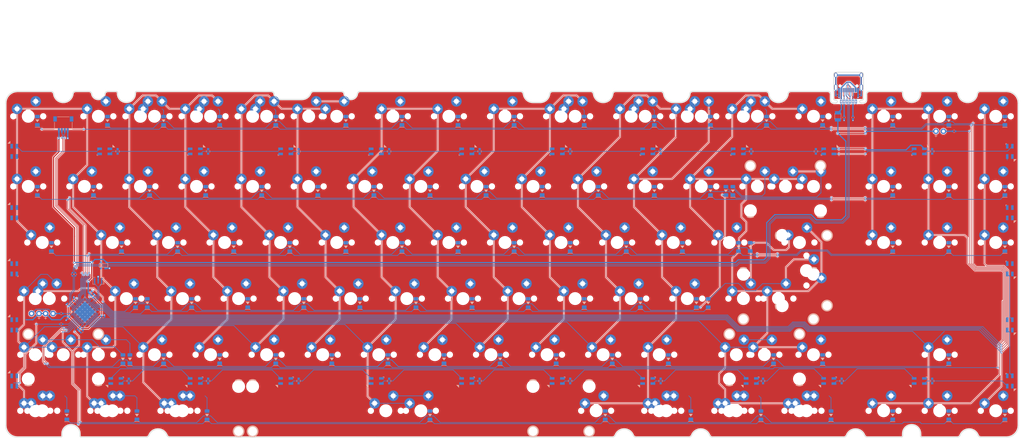
<source format=kicad_pcb>
(kicad_pcb (version 20171130) (host pcbnew "(5.1.12)-1")
  (layers (0 F.Cu signal) (31 B.Cu signal) (34 B.Paste user) (35 F.Paste user) (36 B.SilkS user) (37 F.SilkS user) (38 B.Mask user) (39 F.Mask user hide) (44 Edge.Cuts user))
  (net 0 "")
  (net 1 "Net-(U1-Pad17)")
  (net 2 "Net-(U1-Pad16)")
  (net 3 GND)
  (net 4 D+)
  (net 5 D-)
  (net 6 +5V)
  (net 7 "Net-(D4-Pad2)")
  (net 8 "Net-(D5-Pad2)")
  (net 9 "Net-(D6-Pad2)")
  (net 10 "Net-(D7-Pad2)")
  (net 11 "Net-(D8-Pad2)")
  (net 12 "Net-(D9-Pad2)")
  (net 13 "Net-(D10-Pad2)")
  (net 14 "Net-(D11-Pad2)")
  (net 15 "Net-(D12-Pad2)")
  (net 16 "Net-(D13-Pad2)")
  (net 17 "Net-(D14-Pad2)")
  (net 18 "Net-(D15-Pad2)")
  (net 19 "Net-(D16-Pad2)")
  (net 20 "Net-(D17-Pad2)")
  (net 21 "Net-(D18-Pad2)")
  (net 22 "Net-(D19-Pad2)")
  (net 23 "Net-(D20-Pad2)")
  (net 24 "Net-(D21-Pad2)")
  (net 25 "Net-(D22-Pad2)")
  (net 26 "Net-(D23-Pad2)")
  (net 27 "Net-(D24-Pad2)")
  (net 28 "Net-(D25-Pad2)")
  (net 29 "Net-(D26-Pad2)")
  (net 30 "Net-(D27-Pad2)")
  (net 31 "Net-(D28-Pad2)")
  (net 32 "Net-(D29-Pad2)")
  (net 33 "Net-(D30-Pad2)")
  (net 34 "Net-(D31-Pad2)")
  (net 35 "Net-(D32-Pad2)")
  (net 36 "Net-(D33-Pad2)")
  (net 37 "Net-(D34-Pad2)")
  (net 38 "Net-(D35-Pad2)")
  (net 39 "Net-(D36-Pad2)")
  (net 40 "Net-(D37-Pad2)")
  (net 41 "Net-(D38-Pad2)")
  (net 42 "Net-(D39-Pad2)")
  (net 43 "Net-(D40-Pad2)")
  (net 44 "Net-(D41-Pad2)")
  (net 45 "Net-(D42-Pad2)")
  (net 46 "Net-(D43-Pad2)")
  (net 47 "Net-(D44-Pad2)")
  (net 48 "Net-(D45-Pad2)")
  (net 49 "Net-(D46-Pad2)")
  (net 50 "Net-(D47-Pad2)")
  (net 51 "Net-(D48-Pad2)")
  (net 52 "Net-(D49-Pad2)")
  (net 53 "Net-(D50-Pad2)")
  (net 54 "Net-(D51-Pad2)")
  (net 55 "Net-(D52-Pad2)")
  (net 56 "Net-(D53-Pad2)")
  (net 57 "Net-(D54-Pad2)")
  (net 58 "Net-(D55-Pad2)")
  (net 59 "Net-(D56-Pad2)")
  (net 60 "Net-(D57-Pad2)")
  (net 61 "Net-(D58-Pad2)")
  (net 62 "Net-(D59-Pad2)")
  (net 63 "Net-(D60-Pad2)")
  (net 64 "Net-(D61-Pad2)")
  (net 65 "Net-(D62-Pad2)")
  (net 66 "Net-(D63-Pad2)")
  (net 67 "Net-(D64-Pad2)")
  (net 68 "Net-(D65-Pad2)")
  (net 69 "Net-(D66-Pad2)")
  (net 70 "Net-(D67-Pad2)")
  (net 71 "Net-(D68-Pad2)")
  (net 72 "Net-(D69-Pad2)")
  (net 73 "Net-(D70-Pad2)")
  (net 74 "Net-(D71-Pad2)")
  (net 75 "Net-(D72-Pad2)")
  (net 76 "Net-(D73-Pad2)")
  (net 77 "Net-(D74-Pad2)")
  (net 78 "Net-(D75-Pad2)")
  (net 79 "Net-(D76-Pad2)")
  (net 80 "Net-(D77-Pad2)")
  (net 81 "Net-(D78-Pad2)")
  (net 82 "Net-(D79-Pad2)")
  (net 83 "Net-(D80-Pad2)")
  (net 84 "Net-(D81-Pad2)")
  (net 85 "Net-(D82-Pad2)")
  (net 86 "Net-(D83-Pad2)")
  (net 87 "Net-(D84-Pad2)")
  (net 88 "Net-(D85-Pad2)")
  (net 89 "Net-(D86-Pad2)")
  (net 90 "Net-(D87-Pad2)")
  (net 91 "Net-(D88-Pad2)")
  (net 92 "Net-(D89-Pad2)")
  (net 93 "Net-(D91-Pad2)")
  (net 94 "Net-(D92-Pad2)")
  (net 95 "Net-(R4-Pad2)")
  (net 96 C0)
  (net 97 C1)
  (net 98 C2)
  (net 99 C3)
  (net 100 C4)
  (net 101 C5)
  (net 102 C6)
  (net 103 C7)
  (net 104 C8)
  (net 105 C-)
  (net 106 C+)
  (net 107 R3)
  (net 108 R0)
  (net 109 R1)
  (net 110 R5)
  (net 111 R4)
  (net 112 R2)
  (net 113 R6)
  (net 114 R8)
  (net 115 R10)
  (net 116 R7)
  (net 117 R9)
  (net 118 R11)
  (net 119 CC2)
  (net 120 CC1)
  (net 121 Shiled)
  (net 122 Fuse)
  (net 123 Scroll)
  (net 124 Caps)
  (net 125 "Net-(RGB1-Pad2)")
  (net 126 "Net-(RGB2-Pad2)")
  (net 127 "Net-(RGB3-Pad2)")
  (net 128 "Net-(RGB4-Pad2)")
  (net 129 "Net-(RGB5-Pad2)")
  (net 130 "Net-(RGB6-Pad2)")
  (net 131 "Net-(RGB10-Pad2)")
  (net 132 "Net-(RGB10-Pad4)")
  (net 133 "Net-(RGB11-Pad2)")
  (net 134 "Net-(RGB11-Pad4)")
  (net 135 "Net-(RGB12-Pad4)")
  (net 136 "Net-(RGB14-Pad2)")
  (net 137 "Net-(RGB15-Pad2)")
  (net 138 "Net-(RGB16-Pad2)")
  (net 139 "Net-(RGB17-Pad2)")
  (net 140 "Net-(RGB18-Pad2)")
  (net 141 "Net-(RGB20-Pad2)")
  (net 142 "Net-(C2-Pad2)")
  (net 143 "Net-(D1-Pad1)")
  (net 144 "Net-(D3-Pad1)")
  (net 145 "Net-(D90-Pad2)")
  (net 146 "Net-(D93-Pad2)")
  (net 147 "Net-(D94-Pad2)")
  (net 148 "Net-(R1-Pad2)")
  (net 149 "Net-(R5-Pad2)")
  (net 150 "Net-(RGB21-Pad2)")
  (net 151 "Net-(RGB22-Pad2)")
  (net 152 "Net-(RGB23-Pad2)")
  (net 153 "Net-(RGB24-Pad2)")
  (net 154 "Net-(RGB25-Pad2)")
  (net 155 "Net-(RGB26-Pad2)")
  (net 156 "Net-(RGB27-Pad2)")
  (net 157 "Net-(RGB28-Pad2)")
  (net 158 "Net-(RGB29-Pad2)")
  (net 159 Strip1)
  (net 160 Strip3)
  (net 161 Strip2)
  (module sanproject-keyboard-part:C_0603 (layer B.Cu) (at 66.32955 45.143352 90)
    (fp_text reference C9)
    (fp_text value 0.1uF)
    (pad 2 smd rect (at 0.75 0 90) (size 0.8 0.75) (layers B.Cu B.Paste B.Mask))
    (pad 1 smd rect (at -0.75 0 90) (size 0.8 0.75) (layers B.Cu B.Paste B.Mask))
  )
  (module sanproject-keyboard-part:C_0603 (layer B.Cu) (at 97.06955 123.129355 90)
    (fp_text reference C28)
    (fp_text value 0.1uF)
    (pad 1 smd rect (at -0.75 0 90) (size 0.8 0.75) (layers B.Cu B.Paste B.Mask))
    (pad 2 smd rect (at 0.75 0 90) (size 0.8 0.75) (layers B.Cu B.Paste B.Mask))
  )
  (module sanproject-keyboard-part:C_0603 (layer B.Cu) (at 127.80955 123.129355 90)
    (fp_text reference C27)
    (fp_text value 0.1uF)
    (pad 1 smd rect (at -0.75 0 90) (size 0.8 0.75) (layers B.Cu B.Paste B.Mask))
    (pad 2 smd rect (at 0.75 0 90) (size 0.8 0.75) (layers B.Cu B.Paste B.Mask))
  )
  (module sanproject-keyboard-part:C_0603 (layer B.Cu) (at 189.28955 123.129355 90)
    (fp_text reference C26)
    (fp_text value 0.1uF)
    (pad 1 smd rect (at -0.75 0 90) (size 0.8 0.75) (layers B.Cu B.Paste B.Mask))
    (pad 2 smd rect (at 0.75 0 90) (size 0.8 0.75) (layers B.Cu B.Paste B.Mask))
  )
  (module sanproject-keyboard-part:C_0603 (layer B.Cu) (at 342.98955 123.129355 90)
    (fp_text reference C25)
    (fp_text value 0.1uF)
    (pad 1 smd rect (at -0.75 0 90) (size 0.8 0.75) (layers B.Cu B.Paste B.Mask))
    (pad 2 smd rect (at 0.75 0 90) (size 0.8 0.75) (layers B.Cu B.Paste B.Mask))
  )
  (module sanproject-keyboard-part:C_0603 (layer B.Cu) (at 70.11955 123.129355 90)
    (fp_text reference C24)
    (fp_text value 0.1uF)
    (pad 1 smd rect (at -0.75 0 90) (size 0.8 0.75) (layers B.Cu B.Paste B.Mask))
    (pad 2 smd rect (at 0.75 0 90) (size 0.8 0.75) (layers B.Cu B.Paste B.Mask))
  )
  (module sanproject-keyboard-part:C_0603 (layer B.Cu) (at 220.02955 123.129355 90)
    (fp_text reference C23)
    (fp_text value 0.1uF)
    (pad 1 smd rect (at -0.75 0 90) (size 0.8 0.75) (layers B.Cu B.Paste B.Mask))
    (pad 2 smd rect (at 0.75 0 90) (size 0.8 0.75) (layers B.Cu B.Paste B.Mask))
  )
  (module sanproject-keyboard-part:C_0603 (layer B.Cu) (at 312.253867 123.129355 90)
    (fp_text reference C22)
    (fp_text value 0.1uF)
    (pad 2 smd rect (at 0.75 0 90) (size 0.8 0.75) (layers B.Cu B.Paste B.Mask))
    (pad 1 smd rect (at -0.75 0 90) (size 0.8 0.75) (layers B.Cu B.Paste B.Mask))
  )
  (module sanproject-keyboard-part:C_0603 (layer B.Cu) (at 158.54955 123.129355 90)
    (fp_text reference C21)
    (fp_text value 0.1uF)
    (pad 1 smd rect (at -0.75 0 90) (size 0.8 0.75) (layers B.Cu B.Paste B.Mask))
    (pad 2 smd rect (at 0.75 0 90) (size 0.8 0.75) (layers B.Cu B.Paste B.Mask))
  )
  (module sanproject-keyboard-part:C_0603 (layer B.Cu) (at 285.540212 123.129355 90)
    (fp_text reference C20)
    (fp_text value 0.1uF)
    (pad 1 smd rect (at -0.75 0 90) (size 0.8 0.75) (layers B.Cu B.Paste B.Mask))
    (pad 2 smd rect (at 0.75 0 90) (size 0.8 0.75) (layers B.Cu B.Paste B.Mask))
  )
  (module sanproject-keyboard-part:C_0603 (layer B.Cu) (at 250.76955 123.129355 90)
    (fp_text reference C19)
    (fp_text value 0.1uF)
    (pad 1 smd rect (at -0.75 0 90) (size 0.8 0.75) (layers B.Cu B.Paste B.Mask))
    (pad 2 smd rect (at 0.75 0 90) (size 0.8 0.75) (layers B.Cu B.Paste B.Mask))
  )
  (module sanproject-keyboard-part:C_0603 (layer B.Cu) (at 342.98955 45.143352 270)
    (fp_text reference C18)
    (fp_text value 0.1uF)
    (pad 2 smd rect (at 0.75 0 270) (size 0.8 0.75) (layers B.Cu B.Paste B.Mask))
    (pad 1 smd rect (at -0.75 0 270) (size 0.8 0.75) (layers B.Cu B.Paste B.Mask))
  )
  (module sanproject-keyboard-part:C_0603 (layer B.Cu) (at 303.479344 45.143352 90)
    (fp_text reference C17)
    (fp_text value 0.1uF)
    (pad 2 smd rect (at 0.75 0 90) (size 0.8 0.75) (layers B.Cu B.Paste B.Mask))
    (pad 1 smd rect (at -0.75 0 90) (size 0.8 0.75) (layers B.Cu B.Paste B.Mask))
  )
  (module sanproject-keyboard-part:C_0603 (layer B.Cu) (at 189.28955 45.143352 90)
    (fp_text reference C16)
    (fp_text value 0.1uF)
    (pad 2 smd rect (at 0.75 0 90) (size 0.8 0.75) (layers B.Cu B.Paste B.Mask))
    (pad 1 smd rect (at -0.75 0 90) (size 0.8 0.75) (layers B.Cu B.Paste B.Mask))
  )
  (module sanproject-keyboard-part:C_0603 (layer B.Cu) (at 281.50955 45.143352 90)
    (fp_text reference C15)
    (fp_text value 0.1uF)
    (pad 2 smd rect (at 0.75 0 90) (size 0.8 0.75) (layers B.Cu B.Paste B.Mask))
    (pad 1 smd rect (at -0.75 0 90) (size 0.8 0.75) (layers B.Cu B.Paste B.Mask))
  )
  (module sanproject-keyboard-part:C_0603 (layer B.Cu) (at 220.02955 45.143352 90)
    (fp_text reference C14)
    (fp_text value 0.1uF)
    (pad 2 smd rect (at 0.75 0 90) (size 0.8 0.75) (layers B.Cu B.Paste B.Mask))
    (pad 1 smd rect (at -0.75 0 90) (size 0.8 0.75) (layers B.Cu B.Paste B.Mask))
  )
  (module sanproject-keyboard-part:C_0603 (layer B.Cu) (at 158.54955 45.143352 90)
    (fp_text reference C13)
    (fp_text value 0.1uF)
    (pad 2 smd rect (at 0.75 0 90) (size 0.8 0.75) (layers B.Cu B.Paste B.Mask))
    (pad 1 smd rect (at -0.75 0 90) (size 0.8 0.75) (layers B.Cu B.Paste B.Mask))
  )
  (module sanproject-keyboard-part:C_0603 (layer B.Cu) (at 250.76955 45.143352 90)
    (fp_text reference C12)
    (fp_text value 0.1uF)
    (pad 2 smd rect (at 0.75 0 90) (size 0.8 0.75) (layers B.Cu B.Paste B.Mask))
    (pad 1 smd rect (at -0.75 0 90) (size 0.8 0.75) (layers B.Cu B.Paste B.Mask))
  )
  (module sanproject-keyboard-part:C_0603 (layer B.Cu) (at 127.80955 45.143352 90)
    (fp_text reference C11)
    (fp_text value 0.1uF)
    (pad 2 smd rect (at 0.75 0 90) (size 0.8 0.75) (layers B.Cu B.Paste B.Mask))
    (pad 1 smd rect (at -0.75 0 90) (size 0.8 0.75) (layers B.Cu B.Paste B.Mask))
  )
  (module sanproject-keyboard-part:C_0603 (layer B.Cu) (at 97.06955 45.143352 90)
    (fp_text reference C10)
    (fp_text value 0.1uF)
    (pad 2 smd rect (at 0.75 0 90) (size 0.8 0.75) (layers B.Cu B.Paste B.Mask))
    (pad 1 smd rect (at -0.75 0 90) (size 0.8 0.75) (layers B.Cu B.Paste B.Mask))
  )
  (module sanproject-keyboard-part:LED_SK6812MINI_PLCC4_3.5x3.5mm_P1.75mm (layer B.Cu) (at 92.685719 45.143352 180)
    (fp_text reference RGB5)
    (fp_text value WS2812B)
    (pad 3 smd rect (at 1.75 -0.875 180) (size 1.6 0.85) (layers B.Cu B.Paste B.Mask) (net 3 GND))
    (pad 1 smd rect (at -1.75 0.875 180) (size 1.6 0.85) (layers B.Cu B.Paste B.Mask) (net 6 +5V))
    (pad 4 smd rect (at 1.75 0.875 180) (size 1.6 0.85) (layers B.Cu B.Paste B.Mask) (net 126 "Net-(RGB2-Pad2)"))
    (pad 2 smd rect (at -1.75 -0.875 180) (size 1.6 0.85) (layers B.Cu B.Paste B.Mask) (net 129 "Net-(RGB5-Pad2)"))
  )
  (module sanproject-keyboard-part:LED_SK6812MINI_PLCC4_3.5x3.5mm_P1.75mm (layer B.Cu) (at 65.734237 123.129355)
    (fp_text reference RGB30)
    (fp_text value WS2812B)
    (pad 3 smd rect (at 1.75 -0.875) (size 1.6 0.85) (layers B.Cu B.Paste B.Mask) (net 3 GND))
    (pad 1 smd rect (at -1.75 0.875) (size 1.6 0.85) (layers B.Cu B.Paste B.Mask) (net 6 +5V))
    (pad 4 smd rect (at 1.75 0.875) (size 1.6 0.85) (layers B.Cu B.Paste B.Mask) (net 158 "Net-(RGB29-Pad2)"))
    (pad 2 smd rect (at -1.75 -0.875) (size 1.6 0.85) (layers B.Cu B.Paste B.Mask))
  )
  (module sanproject-keyboard-part:LED_SK6812MINI_PLCC4_3.5x3.5mm_P1.75mm (layer B.Cu) (at 92.683867 123.129355)
    (fp_text reference RGB29)
    (fp_text value WS2812B)
    (pad 3 smd rect (at 1.75 -0.875) (size 1.6 0.85) (layers B.Cu B.Paste B.Mask) (net 3 GND))
    (pad 1 smd rect (at -1.75 0.875) (size 1.6 0.85) (layers B.Cu B.Paste B.Mask) (net 6 +5V))
    (pad 4 smd rect (at 1.75 0.875) (size 1.6 0.85) (layers B.Cu B.Paste B.Mask) (net 157 "Net-(RGB28-Pad2)"))
    (pad 2 smd rect (at -1.75 -0.875) (size 1.6 0.85) (layers B.Cu B.Paste B.Mask) (net 158 "Net-(RGB29-Pad2)"))
  )
  (module sanproject-keyboard-part:LED_SK6812MINI_PLCC4_3.5x3.5mm_P1.75mm (layer B.Cu) (at 123.423867 123.129355)
    (fp_text reference RGB28)
    (fp_text value WS2812B)
    (pad 3 smd rect (at 1.75 -0.875) (size 1.6 0.85) (layers B.Cu B.Paste B.Mask) (net 3 GND))
    (pad 1 smd rect (at -1.75 0.875) (size 1.6 0.85) (layers B.Cu B.Paste B.Mask) (net 6 +5V))
    (pad 4 smd rect (at 1.75 0.875) (size 1.6 0.85) (layers B.Cu B.Paste B.Mask) (net 156 "Net-(RGB27-Pad2)"))
    (pad 2 smd rect (at -1.75 -0.875) (size 1.6 0.85) (layers B.Cu B.Paste B.Mask) (net 157 "Net-(RGB28-Pad2)"))
  )
  (module sanproject-keyboard-part:LED_SK6812MINI_PLCC4_3.5x3.5mm_P1.75mm (layer B.Cu) (at 154.163867 123.129355)
    (fp_text reference RGB27)
    (fp_text value WS2812B)
    (pad 3 smd rect (at 1.75 -0.875) (size 1.6 0.85) (layers B.Cu B.Paste B.Mask) (net 3 GND))
    (pad 1 smd rect (at -1.75 0.875) (size 1.6 0.85) (layers B.Cu B.Paste B.Mask) (net 6 +5V))
    (pad 4 smd rect (at 1.75 0.875) (size 1.6 0.85) (layers B.Cu B.Paste B.Mask) (net 155 "Net-(RGB26-Pad2)"))
    (pad 2 smd rect (at -1.75 -0.875) (size 1.6 0.85) (layers B.Cu B.Paste B.Mask) (net 156 "Net-(RGB27-Pad2)"))
  )
  (module sanproject-keyboard-part:LED_SK6812MINI_PLCC4_3.5x3.5mm_P1.75mm (layer B.Cu) (at 184.903867 123.129355)
    (fp_text reference RGB26)
    (fp_text value WS2812B)
    (pad 3 smd rect (at 1.75 -0.875) (size 1.6 0.85) (layers B.Cu B.Paste B.Mask) (net 3 GND))
    (pad 1 smd rect (at -1.75 0.875) (size 1.6 0.85) (layers B.Cu B.Paste B.Mask) (net 6 +5V))
    (pad 4 smd rect (at 1.75 0.875) (size 1.6 0.85) (layers B.Cu B.Paste B.Mask) (net 154 "Net-(RGB25-Pad2)"))
    (pad 2 smd rect (at -1.75 -0.875) (size 1.6 0.85) (layers B.Cu B.Paste B.Mask) (net 155 "Net-(RGB26-Pad2)"))
  )
  (module sanproject-keyboard-part:LED_SK6812MINI_PLCC4_3.5x3.5mm_P1.75mm (layer B.Cu) (at 215.643867 123.129355)
    (fp_text reference RGB25)
    (fp_text value WS2812B)
    (pad 3 smd rect (at 1.75 -0.875) (size 1.6 0.85) (layers B.Cu B.Paste B.Mask) (net 3 GND))
    (pad 1 smd rect (at -1.75 0.875) (size 1.6 0.85) (layers B.Cu B.Paste B.Mask) (net 6 +5V))
    (pad 4 smd rect (at 1.75 0.875) (size 1.6 0.85) (layers B.Cu B.Paste B.Mask) (net 153 "Net-(RGB24-Pad2)"))
    (pad 2 smd rect (at -1.75 -0.875) (size 1.6 0.85) (layers B.Cu B.Paste B.Mask) (net 154 "Net-(RGB25-Pad2)"))
  )
  (module sanproject-keyboard-part:LED_SK6812MINI_PLCC4_3.5x3.5mm_P1.75mm (layer B.Cu) (at 246.383867 123.129355)
    (fp_text reference RGB24)
    (fp_text value WS2812B)
    (pad 3 smd rect (at 1.75 -0.875) (size 1.6 0.85) (layers B.Cu B.Paste B.Mask) (net 3 GND))
    (pad 1 smd rect (at -1.75 0.875) (size 1.6 0.85) (layers B.Cu B.Paste B.Mask) (net 6 +5V))
    (pad 4 smd rect (at 1.75 0.875) (size 1.6 0.85) (layers B.Cu B.Paste B.Mask) (net 152 "Net-(RGB23-Pad2)"))
    (pad 2 smd rect (at -1.75 -0.875) (size 1.6 0.85) (layers B.Cu B.Paste B.Mask) (net 153 "Net-(RGB24-Pad2)"))
  )
  (module sanproject-keyboard-part:LED_SK6812MINI_PLCC4_3.5x3.5mm_P1.75mm (layer B.Cu) (at 281.535202 123.129355)
    (fp_text reference RGB23)
    (fp_text value WS2812B)
    (pad 3 smd rect (at 1.75 -0.875) (size 1.6 0.85) (layers B.Cu B.Paste B.Mask) (net 3 GND))
    (pad 1 smd rect (at -1.75 0.875) (size 1.6 0.85) (layers B.Cu B.Paste B.Mask) (net 6 +5V))
    (pad 4 smd rect (at 1.75 0.875) (size 1.6 0.85) (layers B.Cu B.Paste B.Mask) (net 151 "Net-(RGB22-Pad2)"))
    (pad 2 smd rect (at -1.75 -0.875) (size 1.6 0.85) (layers B.Cu B.Paste B.Mask) (net 152 "Net-(RGB23-Pad2)"))
  )
  (module sanproject-keyboard-part:LED_SK6812MINI_PLCC4_3.5x3.5mm_P1.75mm (layer B.Cu) (at 307.863867 123.129355)
    (fp_text reference RGB22)
    (fp_text value WS2812B)
    (pad 2 smd rect (at -1.75 -0.875) (size 1.6 0.85) (layers B.Cu B.Paste B.Mask) (net 151 "Net-(RGB22-Pad2)"))
    (pad 4 smd rect (at 1.75 0.875) (size 1.6 0.85) (layers B.Cu B.Paste B.Mask) (net 150 "Net-(RGB21-Pad2)"))
    (pad 1 smd rect (at -1.75 0.875) (size 1.6 0.85) (layers B.Cu B.Paste B.Mask) (net 6 +5V))
    (pad 3 smd rect (at 1.75 -0.875) (size 1.6 0.85) (layers B.Cu B.Paste B.Mask) (net 3 GND))
  )
  (module sanproject-keyboard-part:LED_SK6812MINI_PLCC4_3.5x3.5mm_P1.75mm (layer B.Cu) (at 338.603867 123.129355)
    (fp_text reference RGB21)
    (fp_text value WS2812B)
    (pad 3 smd rect (at 1.75 -0.875) (size 1.6 0.85) (layers B.Cu B.Paste B.Mask) (net 3 GND))
    (pad 1 smd rect (at -1.75 0.875) (size 1.6 0.85) (layers B.Cu B.Paste B.Mask) (net 6 +5V))
    (pad 4 smd rect (at 1.75 0.875) (size 1.6 0.85) (layers B.Cu B.Paste B.Mask) (net 160 Strip3))
    (pad 2 smd rect (at -1.75 -0.875) (size 1.6 0.85) (layers B.Cu B.Paste B.Mask) (net 150 "Net-(RGB21-Pad2)"))
  )
  (module MX_Solder_SawnsProjects_AntiShear:MXOnly-1.5U-NoLED (layer F.Cu) (at 297.906087 133.249612)
    (fp_text reference MX91)
    (fp_text value 1.5U)
    (pad 2 thru_hole circle (at 2.54 -6.13) (size 0.4 0.4) (drill 0.3) (layers *.Cu B.Mask) (net 84 "Net-(D81-Pad2)"))
    (pad 1 thru_hole circle (at -3.81 -1.49 180) (size 0.4 0.4) (drill 0.3) (layers *.Cu B.Mask) (net 102 C6))
    (pad 2 thru_hole circle (at 3.59 -5.08 270) (size 0.4 0.4) (drill 0.3) (layers *.Cu B.Mask) (net 84 "Net-(D81-Pad2)"))
    (pad 1 thru_hole circle (at -3.81 -3.59) (size 0.4 0.4) (drill 0.3) (layers *.Cu B.Mask) (net 102 C6))
    (pad 1 thru_hole circle (at -4.86 -2.54 90) (size 0.4 0.4) (drill 0.3) (layers *.Cu B.Mask) (net 102 C6))
    (pad 2 thru_hole circle (at 1.49 -5.08 90) (size 0.4 0.4) (drill 0.3) (layers *.Cu B.Mask) (net 84 "Net-(D81-Pad2)"))
    (pad 1 thru_hole circle (at -2.76 -2.54 270) (size 0.4 0.4) (drill 0.3) (layers *.Cu B.Mask) (net 102 C6))
    (pad 2 thru_hole circle (at 2.54 -4.03 180) (size 0.4 0.4) (drill 0.3) (layers *.Cu B.Mask) (net 84 "Net-(D81-Pad2)"))
    (pad "" np_thru_hole circle (at 5.08 0 48.0996) (size 1.75 1.75) (drill 1.75) (layers *.Cu *.Mask))
    (pad "" np_thru_hole circle (at -5.08 0 48.0996) (size 1.75 1.75) (drill 1.75) (layers *.Cu *.Mask))
    (pad 1 thru_hole circle (at -3.81 -2.54) (size 2.5 2.5) (drill 1.7) (layers *.Cu) (net 102 C6))
    (pad 2 thru_hole circle (at 2.54 -5.08) (size 2.5 2.5) (drill 1.7) (layers *.Cu) (net 84 "Net-(D81-Pad2)"))
    (pad 1 smd circle (at -3.81 -2.54) (size 3.6 3.6) (layers B.Cu) (net 102 C6))
    (pad "" np_thru_hole circle (at 0 0) (size 3.9878 3.9878) (drill 3.9878) (layers *.Cu *.Mask))
    (pad 2 smd circle (at 2.54 -5.08) (size 3.6 3.6) (layers B.Cu) (net 84 "Net-(D81-Pad2)"))
  )
  (module MX_Solder_SawnsProjects_AntiShear:MXOnly-1U-NoLED (layer F.Cu) (at 69.306087 95.149612)
    (fp_text reference MX14)
    (fp_text value 1U)
    (pad 1 thru_hole circle (at -3.81 -1.49 180) (size 0.4 0.4) (drill 0.3) (layers *.Cu B.Mask) (net 96 C0))
    (pad 2 thru_hole circle (at 2.54 -6.13) (size 0.4 0.4) (drill 0.3) (layers *.Cu B.Mask) (net 16 "Net-(D13-Pad2)"))
    (pad 1 smd circle (at -3.81 -2.54) (size 3.6 3.6) (layers B.Cu) (net 96 C0))
    (pad 1 thru_hole circle (at -3.81 -2.54) (size 2.5 2.5) (drill 1.7) (layers *.Cu) (net 96 C0))
    (pad "" np_thru_hole circle (at -5.08 0 48.0996) (size 1.75 1.75) (drill 1.75) (layers *.Cu *.Mask))
    (pad 2 thru_hole circle (at 1.49 -5.08 90) (size 0.4 0.4) (drill 0.3) (layers *.Cu B.Mask) (net 16 "Net-(D13-Pad2)"))
    (pad 2 thru_hole circle (at 2.54 -4.03 180) (size 0.4 0.4) (drill 0.3) (layers *.Cu B.Mask) (net 16 "Net-(D13-Pad2)"))
    (pad 2 smd circle (at 2.54 -5.08) (size 3.6 3.6) (layers B.Cu) (net 16 "Net-(D13-Pad2)"))
    (pad 2 thru_hole circle (at 2.54 -5.08) (size 2.5 2.5) (drill 1.7) (layers *.Cu) (net 16 "Net-(D13-Pad2)"))
    (pad 1 thru_hole circle (at -4.86 -2.54 90) (size 0.4 0.4) (drill 0.3) (layers *.Cu B.Mask) (net 96 C0))
    (pad "" np_thru_hole circle (at 5.08 0 48.0996) (size 1.75 1.75) (drill 1.75) (layers *.Cu *.Mask))
    (pad 1 thru_hole circle (at -2.76 -2.54 270) (size 0.4 0.4) (drill 0.3) (layers *.Cu B.Mask) (net 96 C0))
    (pad 1 thru_hole circle (at -3.81 -3.59) (size 0.4 0.4) (drill 0.3) (layers *.Cu B.Mask) (net 96 C0))
    (pad "" np_thru_hole circle (at 0 0) (size 3.9878 3.9878) (drill 3.9878) (layers *.Cu *.Mask))
    (pad 2 thru_hole circle (at 3.59 -5.08 270) (size 0.4 0.4) (drill 0.3) (layers *.Cu B.Mask) (net 16 "Net-(D13-Pad2)"))
  )
  (module sanproject-keyboard-part:LED_SK6812MINI_PLCC4_3.5x3.5mm_P1.75mm (layer B.Cu) (at 369.343867 123.129355 90)
    (fp_text reference RGB12)
    (fp_text value WS2812B)
    (pad 3 smd rect (at 1.75 -0.875 90) (size 1.6 0.85) (layers B.Cu B.Paste B.Mask) (net 3 GND))
    (pad 1 smd rect (at -1.75 0.875 90) (size 1.6 0.85) (layers B.Cu B.Paste B.Mask) (net 6 +5V))
    (pad 4 smd rect (at 1.75 0.875 90) (size 1.6 0.85) (layers B.Cu B.Paste B.Mask) (net 135 "Net-(RGB12-Pad4)"))
    (pad 2 smd rect (at -1.75 -0.875 90) (size 1.6 0.85) (layers B.Cu B.Paste B.Mask) (net 160 Strip3))
  )
  (module sanproject-keyboard-part:LED_SK6812MINI_PLCC4_3.5x3.5mm_P1.75mm (layer B.Cu) (at 369.343867 104.079339 90)
    (fp_text reference RGB9)
    (fp_text value WS2812B)
    (pad 3 smd rect (at 1.75 -0.875 90) (size 1.6 0.85) (layers B.Cu B.Paste B.Mask) (net 3 GND))
    (pad 1 smd rect (at -1.75 0.875 90) (size 1.6 0.85) (layers B.Cu B.Paste B.Mask) (net 6 +5V))
    (pad 4 smd rect (at 1.75 0.875 90) (size 1.6 0.85) (layers B.Cu B.Paste B.Mask) (net 130 "Net-(RGB6-Pad2)"))
    (pad 2 smd rect (at -1.75 -0.875 90) (size 1.6 0.85) (layers B.Cu B.Paste B.Mask) (net 135 "Net-(RGB12-Pad4)"))
  )
  (module sanproject-keyboard-part:LED_SK6812MINI_PLCC4_3.5x3.5mm_P1.75mm (layer B.Cu) (at 369.343867 85.029323 90)
    (fp_text reference RGB6)
    (fp_text value WS2812B)
    (pad 3 smd rect (at 1.75 -0.875 90) (size 1.6 0.85) (layers B.Cu B.Paste B.Mask) (net 3 GND))
    (pad 1 smd rect (at -1.75 0.875 90) (size 1.6 0.85) (layers B.Cu B.Paste B.Mask) (net 6 +5V))
    (pad 4 smd rect (at 1.75 0.875 90) (size 1.6 0.85) (layers B.Cu B.Paste B.Mask) (net 127 "Net-(RGB3-Pad2)"))
    (pad 2 smd rect (at -1.75 -0.875 90) (size 1.6 0.85) (layers B.Cu B.Paste B.Mask) (net 130 "Net-(RGB6-Pad2)"))
  )
  (module sanproject-keyboard-part:LED_SK6812MINI_PLCC4_3.5x3.5mm_P1.75mm (layer B.Cu) (at 369.343867 65.979307 90)
    (fp_text reference RGB3)
    (fp_text value WS2812B)
    (pad 3 smd rect (at 1.75 -0.875 90) (size 1.6 0.85) (layers B.Cu B.Paste B.Mask) (net 3 GND))
    (pad 1 smd rect (at -1.75 0.875 90) (size 1.6 0.85) (layers B.Cu B.Paste B.Mask) (net 6 +5V))
    (pad 4 smd rect (at 1.75 0.875 90) (size 1.6 0.85) (layers B.Cu B.Paste B.Mask) (net 141 "Net-(RGB20-Pad2)"))
    (pad 2 smd rect (at -1.75 -0.875 90) (size 1.6 0.85) (layers B.Cu B.Paste B.Mask) (net 127 "Net-(RGB3-Pad2)"))
  )
  (module sanproject-keyboard-part:LED_SK6812MINI_PLCC4_3.5x3.5mm_P1.75mm (layer B.Cu) (at 369.344083 45.143352 90)
    (fp_text reference RGB20)
    (fp_text value WS2812B)
    (pad 3 smd rect (at 1.75 -0.875 90) (size 1.6 0.85) (layers B.Cu B.Paste B.Mask) (net 3 GND))
    (pad 1 smd rect (at -1.75 0.875 90) (size 1.6 0.85) (layers B.Cu B.Paste B.Mask) (net 6 +5V))
    (pad 4 smd rect (at 1.75 0.875 90) (size 1.6 0.85) (layers B.Cu B.Paste B.Mask) (net 161 Strip2))
    (pad 2 smd rect (at -1.75 -0.875 90) (size 1.6 0.85) (layers B.Cu B.Paste B.Mask) (net 141 "Net-(RGB20-Pad2)"))
  )
  (module sanproject-keyboard-part:LED_SK6812MINI_PLCC4_3.5x3.5mm_P1.75mm (layer B.Cu) (at 338.604265 45.143352 180)
    (fp_text reference RGB19)
    (fp_text value WS2812B)
    (pad 3 smd rect (at 1.75 -0.875 180) (size 1.6 0.85) (layers B.Cu B.Paste B.Mask) (net 3 GND))
    (pad 1 smd rect (at -1.75 0.875 180) (size 1.6 0.85) (layers B.Cu B.Paste B.Mask) (net 6 +5V))
    (pad 4 smd rect (at 1.75 0.875 180) (size 1.6 0.85) (layers B.Cu B.Paste B.Mask) (net 140 "Net-(RGB18-Pad2)"))
    (pad 2 smd rect (at -1.75 -0.875 180) (size 1.6 0.85) (layers B.Cu B.Paste B.Mask) (net 161 Strip2))
  )
  (module sanproject-keyboard-part:LED_SK6812MINI_PLCC4_3.5x3.5mm_P1.75mm (layer B.Cu) (at 307.864447 45.143352 180)
    (fp_text reference RGB18)
    (fp_text value WS2812B)
    (pad 3 smd rect (at 1.75 -0.875 180) (size 1.6 0.85) (layers B.Cu B.Paste B.Mask) (net 3 GND))
    (pad 1 smd rect (at -1.75 0.875 180) (size 1.6 0.85) (layers B.Cu B.Paste B.Mask) (net 6 +5V))
    (pad 4 smd rect (at 1.75 0.875 180) (size 1.6 0.85) (layers B.Cu B.Paste B.Mask) (net 139 "Net-(RGB17-Pad2)"))
    (pad 2 smd rect (at -1.75 -0.875 180) (size 1.6 0.85) (layers B.Cu B.Paste B.Mask) (net 140 "Net-(RGB18-Pad2)"))
  )
  (module sanproject-keyboard-part:LED_SK6812MINI_PLCC4_3.5x3.5mm_P1.75mm (layer B.Cu) (at 277.124629 45.143352 180)
    (fp_text reference RGB17)
    (fp_text value WS2812B)
    (pad 3 smd rect (at 1.75 -0.875 180) (size 1.6 0.85) (layers B.Cu B.Paste B.Mask) (net 3 GND))
    (pad 1 smd rect (at -1.75 0.875 180) (size 1.6 0.85) (layers B.Cu B.Paste B.Mask) (net 6 +5V))
    (pad 4 smd rect (at 1.75 0.875 180) (size 1.6 0.85) (layers B.Cu B.Paste B.Mask) (net 138 "Net-(RGB16-Pad2)"))
    (pad 2 smd rect (at -1.75 -0.875 180) (size 1.6 0.85) (layers B.Cu B.Paste B.Mask) (net 139 "Net-(RGB17-Pad2)"))
  )
  (module sanproject-keyboard-part:LED_SK6812MINI_PLCC4_3.5x3.5mm_P1.75mm (layer B.Cu) (at 246.38481 45.143352 180)
    (fp_text reference RGB16)
    (fp_text value WS2812B)
    (pad 3 smd rect (at 1.75 -0.875 180) (size 1.6 0.85) (layers B.Cu B.Paste B.Mask) (net 3 GND))
    (pad 1 smd rect (at -1.75 0.875 180) (size 1.6 0.85) (layers B.Cu B.Paste B.Mask) (net 6 +5V))
    (pad 4 smd rect (at 1.75 0.875 180) (size 1.6 0.85) (layers B.Cu B.Paste B.Mask) (net 137 "Net-(RGB15-Pad2)"))
    (pad 2 smd rect (at -1.75 -0.875 180) (size 1.6 0.85) (layers B.Cu B.Paste B.Mask) (net 138 "Net-(RGB16-Pad2)"))
  )
  (module sanproject-keyboard-part:LED_SK6812MINI_PLCC4_3.5x3.5mm_P1.75mm (layer B.Cu) (at 215.644992 45.143352 180)
    (fp_text reference RGB15)
    (fp_text value WS2812B)
    (pad 3 smd rect (at 1.75 -0.875 180) (size 1.6 0.85) (layers B.Cu B.Paste B.Mask) (net 3 GND))
    (pad 1 smd rect (at -1.75 0.875 180) (size 1.6 0.85) (layers B.Cu B.Paste B.Mask) (net 6 +5V))
    (pad 4 smd rect (at 1.75 0.875 180) (size 1.6 0.85) (layers B.Cu B.Paste B.Mask) (net 136 "Net-(RGB14-Pad2)"))
    (pad 2 smd rect (at -1.75 -0.875 180) (size 1.6 0.85) (layers B.Cu B.Paste B.Mask) (net 137 "Net-(RGB15-Pad2)"))
  )
  (module sanproject-keyboard-part:LED_SK6812MINI_PLCC4_3.5x3.5mm_P1.75mm (layer B.Cu) (at 184.905174 45.143352 180)
    (fp_text reference RGB14)
    (fp_text value WS2812B)
    (pad 3 smd rect (at 1.75 -0.875 180) (size 1.6 0.85) (layers B.Cu B.Paste B.Mask) (net 3 GND))
    (pad 1 smd rect (at -1.75 0.875 180) (size 1.6 0.85) (layers B.Cu B.Paste B.Mask) (net 6 +5V))
    (pad 4 smd rect (at 1.75 0.875 180) (size 1.6 0.85) (layers B.Cu B.Paste B.Mask) (net 133 "Net-(RGB11-Pad2)"))
    (pad 2 smd rect (at -1.75 -0.875 180) (size 1.6 0.85) (layers B.Cu B.Paste B.Mask) (net 136 "Net-(RGB14-Pad2)"))
  )
  (module sanproject-keyboard-part:LED_SK6812MINI_PLCC4_3.5x3.5mm_P1.75mm (layer B.Cu) (at 154.165356 45.143352 180)
    (fp_text reference RGB11)
    (fp_text value WS2812B)
    (pad 3 smd rect (at 1.75 -0.875 180) (size 1.6 0.85) (layers B.Cu B.Paste B.Mask) (net 3 GND))
    (pad 1 smd rect (at -1.75 0.875 180) (size 1.6 0.85) (layers B.Cu B.Paste B.Mask) (net 6 +5V))
    (pad 4 smd rect (at 1.75 0.875 180) (size 1.6 0.85) (layers B.Cu B.Paste B.Mask) (net 134 "Net-(RGB11-Pad4)"))
    (pad 2 smd rect (at -1.75 -0.875 180) (size 1.6 0.85) (layers B.Cu B.Paste B.Mask) (net 133 "Net-(RGB11-Pad2)"))
  )
  (module sanproject-keyboard-part:LED_SK6812MINI_PLCC4_3.5x3.5mm_P1.75mm (layer B.Cu) (at 123.425538 45.143352 180)
    (fp_text reference RGB8)
    (fp_text value WS2812B)
    (pad 3 smd rect (at 1.75 -0.875 180) (size 1.6 0.85) (layers B.Cu B.Paste B.Mask) (net 3 GND))
    (pad 1 smd rect (at -1.75 0.875 180) (size 1.6 0.85) (layers B.Cu B.Paste B.Mask) (net 6 +5V))
    (pad 4 smd rect (at 1.75 0.875 180) (size 1.6 0.85) (layers B.Cu B.Paste B.Mask) (net 129 "Net-(RGB5-Pad2)"))
    (pad 2 smd rect (at -1.75 -0.875 180) (size 1.6 0.85) (layers B.Cu B.Paste B.Mask) (net 134 "Net-(RGB11-Pad4)"))
  )
  (module sanproject-keyboard-part:LED_SK6812MINI_PLCC4_3.5x3.5mm_P1.75mm (layer B.Cu) (at 61.945901 45.143352 180)
    (fp_text reference RGB2)
    (fp_text value WS2812B)
    (pad 3 smd rect (at 1.75 -0.875 180) (size 1.6 0.85) (layers B.Cu B.Paste B.Mask) (net 3 GND))
    (pad 1 smd rect (at -1.75 0.875 180) (size 1.6 0.85) (layers B.Cu B.Paste B.Mask) (net 6 +5V))
    (pad 4 smd rect (at 1.75 0.875 180) (size 1.6 0.85) (layers B.Cu B.Paste B.Mask) (net 159 Strip1))
    (pad 2 smd rect (at -1.75 -0.875 180) (size 1.6 0.85) (layers B.Cu B.Paste B.Mask) (net 126 "Net-(RGB2-Pad2)"))
  )
  (module sanproject-keyboard-part:LED_SK6812MINI_PLCC4_3.5x3.5mm_P1.75mm (layer B.Cu) (at 31.206083 123.129355 270)
    (fp_text reference RGB1)
    (fp_text value WS2812B)
    (pad 2 smd rect (at -1.75 -0.875 270) (size 1.6 0.85) (layers B.Cu B.Paste B.Mask) (net 125 "Net-(RGB1-Pad2)"))
    (pad 4 smd rect (at 1.75 0.875 270) (size 1.6 0.85) (layers B.Cu B.Paste B.Mask))
    (pad 1 smd rect (at -1.75 0.875 270) (size 1.6 0.85) (layers B.Cu B.Paste B.Mask) (net 6 +5V))
    (pad 3 smd rect (at 1.75 -0.875 270) (size 1.6 0.85) (layers B.Cu B.Paste B.Mask) (net 3 GND))
  )
  (module sanproject-keyboard-part:R_0402 (layer B.Cu) (at 47.144587 103.829612)
    (fp_text reference R5)
    (fp_text value 300R)
    (pad 1 smd rect (at -0.48 0) (size 0.56 0.62) (layers B.Cu B.Paste B.Mask))
    (pad 2 smd rect (at 0.48 0) (size 0.56 0.62) (layers B.Cu B.Paste B.Mask) (net 149 "Net-(R5-Pad2)"))
  )
  (module sanproject-keyboard-part:LED_SK6812MINI_PLCC4_3.5x3.5mm_P1.75mm (layer B.Cu) (at 31.206083 45.143352 270)
    (fp_text reference RGB13)
    (fp_text value WS2812B)
    (pad 3 smd rect (at 1.75 -0.875 270) (size 1.6 0.85) (layers B.Cu B.Paste B.Mask) (net 3 GND))
    (pad 1 smd rect (at -1.75 0.875 270) (size 1.6 0.85) (layers B.Cu B.Paste B.Mask) (net 6 +5V))
    (pad 4 smd rect (at 1.75 0.875 270) (size 1.6 0.85) (layers B.Cu B.Paste B.Mask) (net 131 "Net-(RGB10-Pad2)"))
    (pad 2 smd rect (at -1.75 -0.875 270) (size 1.6 0.85) (layers B.Cu B.Paste B.Mask) (net 159 Strip1))
  )
  (module sanproject-keyboard-part:LED_SK6812MINI_PLCC4_3.5x3.5mm_P1.75mm (layer B.Cu) (at 31.206083 65.979307 270)
    (fp_text reference RGB10)
    (fp_text value WS2812B)
    (pad 3 smd rect (at 1.75 -0.875 270) (size 1.6 0.85) (layers B.Cu B.Paste B.Mask) (net 3 GND))
    (pad 1 smd rect (at -1.75 0.875 270) (size 1.6 0.85) (layers B.Cu B.Paste B.Mask) (net 6 +5V))
    (pad 4 smd rect (at 1.75 0.875 270) (size 1.6 0.85) (layers B.Cu B.Paste B.Mask) (net 132 "Net-(RGB10-Pad4)"))
    (pad 2 smd rect (at -1.75 -0.875 270) (size 1.6 0.85) (layers B.Cu B.Paste B.Mask) (net 131 "Net-(RGB10-Pad2)"))
  )
  (module sanproject-keyboard-part:LED_SK6812MINI_PLCC4_3.5x3.5mm_P1.75mm (layer B.Cu) (at 31.206083 85.029323 270)
    (fp_text reference RGB7)
    (fp_text value WS2812B)
    (pad 3 smd rect (at 1.75 -0.875 270) (size 1.6 0.85) (layers B.Cu B.Paste B.Mask) (net 3 GND))
    (pad 1 smd rect (at -1.75 0.875 270) (size 1.6 0.85) (layers B.Cu B.Paste B.Mask) (net 6 +5V))
    (pad 4 smd rect (at 1.75 0.875 270) (size 1.6 0.85) (layers B.Cu B.Paste B.Mask) (net 128 "Net-(RGB4-Pad2)"))
    (pad 2 smd rect (at -1.75 -0.875 270) (size 1.6 0.85) (layers B.Cu B.Paste B.Mask) (net 132 "Net-(RGB10-Pad4)"))
  )
  (module sanproject-keyboard-part:LED_SK6812MINI_PLCC4_3.5x3.5mm_P1.75mm (layer B.Cu) (at 31.206067 104.079339 270)
    (fp_text reference RGB4)
    (fp_text value WS2812B)
    (pad 3 smd rect (at 1.75 -0.875 270) (size 1.6 0.85) (layers B.Cu B.Paste B.Mask) (net 3 GND))
    (pad 1 smd rect (at -1.75 0.875 270) (size 1.6 0.85) (layers B.Cu B.Paste B.Mask) (net 6 +5V))
    (pad 4 smd rect (at 1.75 0.875 270) (size 1.6 0.85) (layers B.Cu B.Paste B.Mask) (net 125 "Net-(RGB1-Pad2)"))
    (pad 2 smd rect (at -1.75 -0.875 270) (size 1.6 0.85) (layers B.Cu B.Paste B.Mask) (net 128 "Net-(RGB4-Pad2)"))
  )
  (module MX_Solder_SawnsProjects_AntiShear:MXOnly-1U-NoLED (layer F.Cu) (at 364.581087 33.237112)
    (fp_text reference MX109)
    (fp_text value 1U)
    (pad 1 thru_hole circle (at -3.81 -1.49 180) (size 0.4 0.4) (drill 0.3) (layers *.Cu B.Mask) (net 104 C8))
    (pad 2 thru_hole circle (at 2.54 -6.13) (size 0.4 0.4) (drill 0.3) (layers *.Cu B.Mask) (net 93 "Net-(D91-Pad2)"))
    (pad 1 smd circle (at -3.81 -2.54) (size 3.6 3.6) (layers B.Cu) (net 104 C8))
    (pad 1 thru_hole circle (at -3.81 -2.54) (size 2.5 2.5) (drill 1.7) (layers *.Cu) (net 104 C8))
    (pad "" np_thru_hole circle (at -5.08 0 48.0996) (size 1.75 1.75) (drill 1.75) (layers *.Cu *.Mask))
    (pad 2 thru_hole circle (at 1.49 -5.08 90) (size 0.4 0.4) (drill 0.3) (layers *.Cu B.Mask) (net 93 "Net-(D91-Pad2)"))
    (pad 2 thru_hole circle (at 2.54 -4.03 180) (size 0.4 0.4) (drill 0.3) (layers *.Cu B.Mask) (net 93 "Net-(D91-Pad2)"))
    (pad 2 smd circle (at 2.54 -5.08) (size 3.6 3.6) (layers B.Cu) (net 93 "Net-(D91-Pad2)"))
    (pad 2 thru_hole circle (at 2.54 -5.08) (size 2.5 2.5) (drill 1.7) (layers *.Cu) (net 93 "Net-(D91-Pad2)"))
    (pad 1 thru_hole circle (at -4.86 -2.54 90) (size 0.4 0.4) (drill 0.3) (layers *.Cu B.Mask) (net 104 C8))
    (pad "" np_thru_hole circle (at 5.08 0 48.0996) (size 1.75 1.75) (drill 1.75) (layers *.Cu *.Mask))
    (pad 1 thru_hole circle (at -2.76 -2.54 270) (size 0.4 0.4) (drill 0.3) (layers *.Cu B.Mask) (net 104 C8))
    (pad 1 thru_hole circle (at -3.81 -3.59) (size 0.4 0.4) (drill 0.3) (layers *.Cu B.Mask) (net 104 C8))
    (pad "" np_thru_hole circle (at 0 0) (size 3.9878 3.9878) (drill 3.9878) (layers *.Cu *.Mask))
    (pad 2 thru_hole circle (at 3.59 -5.08 270) (size 0.4 0.4) (drill 0.3) (layers *.Cu B.Mask) (net 93 "Net-(D91-Pad2)"))
  )
  (module MX_Solder_SawnsProjects_AntiShear:MXOnly-1U-NoLED (layer F.Cu) (at 35.968587 33.237112)
    (fp_text reference MX2)
    (fp_text value 1U)
    (pad 1 thru_hole circle (at -3.81 -1.49 180) (size 0.4 0.4) (drill 0.3) (layers *.Cu B.Mask) (net 96 C0))
    (pad 2 thru_hole circle (at 2.54 -6.13) (size 0.4 0.4) (drill 0.3) (layers *.Cu B.Mask) (net 7 "Net-(D4-Pad2)"))
    (pad 1 smd circle (at -3.81 -2.54) (size 3.6 3.6) (layers B.Cu) (net 96 C0))
    (pad 1 thru_hole circle (at -3.81 -2.54) (size 2.5 2.5) (drill 1.7) (layers *.Cu) (net 96 C0))
    (pad "" np_thru_hole circle (at -5.08 0 48.0996) (size 1.75 1.75) (drill 1.75) (layers *.Cu *.Mask))
    (pad 2 thru_hole circle (at 1.49 -5.08 90) (size 0.4 0.4) (drill 0.3) (layers *.Cu B.Mask) (net 7 "Net-(D4-Pad2)"))
    (pad 2 thru_hole circle (at 2.54 -4.03 180) (size 0.4 0.4) (drill 0.3) (layers *.Cu B.Mask) (net 7 "Net-(D4-Pad2)"))
    (pad 2 smd circle (at 2.54 -5.08) (size 3.6 3.6) (layers B.Cu) (net 7 "Net-(D4-Pad2)"))
    (pad 2 thru_hole circle (at 2.54 -5.08) (size 2.5 2.5) (drill 1.7) (layers *.Cu) (net 7 "Net-(D4-Pad2)"))
    (pad 1 thru_hole circle (at -4.86 -2.54 90) (size 0.4 0.4) (drill 0.3) (layers *.Cu B.Mask) (net 96 C0))
    (pad "" np_thru_hole circle (at 5.08 0 48.0996) (size 1.75 1.75) (drill 1.75) (layers *.Cu *.Mask))
    (pad 1 thru_hole circle (at -2.76 -2.54 270) (size 0.4 0.4) (drill 0.3) (layers *.Cu B.Mask) (net 96 C0))
    (pad 1 thru_hole circle (at -3.81 -3.59) (size 0.4 0.4) (drill 0.3) (layers *.Cu B.Mask) (net 96 C0))
    (pad "" np_thru_hole circle (at 0 0) (size 3.9878 3.9878) (drill 3.9878) (layers *.Cu *.Mask))
    (pad 2 thru_hole circle (at 3.59 -5.08 270) (size 0.4 0.4) (drill 0.3) (layers *.Cu B.Mask) (net 7 "Net-(D4-Pad2)"))
  )
  (module MX_Solder_SawnsProjects_AntiShear:MXOnly-1U-NoLED (layer F.Cu) (at 59.781087 33.237112)
    (fp_text reference MX11)
    (fp_text value 1U)
    (pad 1 thru_hole circle (at -3.81 -1.49 180) (size 0.4 0.4) (drill 0.3) (layers *.Cu B.Mask) (net 96 C0))
    (pad 2 thru_hole circle (at 2.54 -6.13) (size 0.4 0.4) (drill 0.3) (layers *.Cu B.Mask) (net 13 "Net-(D10-Pad2)"))
    (pad 1 smd circle (at -3.81 -2.54) (size 3.6 3.6) (layers B.Cu) (net 96 C0))
    (pad 1 thru_hole circle (at -3.81 -2.54) (size 2.5 2.5) (drill 1.7) (layers *.Cu) (net 96 C0))
    (pad "" np_thru_hole circle (at -5.08 0 48.0996) (size 1.75 1.75) (drill 1.75) (layers *.Cu *.Mask))
    (pad 2 thru_hole circle (at 1.49 -5.08 90) (size 0.4 0.4) (drill 0.3) (layers *.Cu B.Mask) (net 13 "Net-(D10-Pad2)"))
    (pad 2 thru_hole circle (at 2.54 -4.03 180) (size 0.4 0.4) (drill 0.3) (layers *.Cu B.Mask) (net 13 "Net-(D10-Pad2)"))
    (pad 2 smd circle (at 2.54 -5.08) (size 3.6 3.6) (layers B.Cu) (net 13 "Net-(D10-Pad2)"))
    (pad 2 thru_hole circle (at 2.54 -5.08) (size 2.5 2.5) (drill 1.7) (layers *.Cu) (net 13 "Net-(D10-Pad2)"))
    (pad 1 thru_hole circle (at -4.86 -2.54 90) (size 0.4 0.4) (drill 0.3) (layers *.Cu B.Mask) (net 96 C0))
    (pad "" np_thru_hole circle (at 5.08 0 48.0996) (size 1.75 1.75) (drill 1.75) (layers *.Cu *.Mask))
    (pad 1 thru_hole circle (at -2.76 -2.54 270) (size 0.4 0.4) (drill 0.3) (layers *.Cu B.Mask) (net 96 C0))
    (pad 1 thru_hole circle (at -3.81 -3.59) (size 0.4 0.4) (drill 0.3) (layers *.Cu B.Mask) (net 96 C0))
    (pad "" np_thru_hole circle (at 0 0) (size 3.9878 3.9878) (drill 3.9878) (layers *.Cu *.Mask))
    (pad 2 thru_hole circle (at 3.59 -5.08 270) (size 0.4 0.4) (drill 0.3) (layers *.Cu B.Mask) (net 13 "Net-(D10-Pad2)"))
  )
  (module sanproject-keyboard-part:JST-SR-4 (layer B.Cu) (at 47.874837 33.237112)
    (fp_text reference J2)
    (fp_text value Conn_01x04_Female)
    (pad "" smd rect (at 2.8 0.9) (size 1.2 1.8) (layers B.Cu B.Paste B.Mask))
    (pad "" smd rect (at -2.8 0.9) (size 1.2 1.8) (layers B.Cu B.Paste B.Mask))
    (pad 1 smd rect (at -1.5 4.775) (size 0.6 1.55) (layers B.Cu B.Paste B.Mask) (net 6 +5V))
    (pad 2 smd rect (at -0.5 4.775) (size 0.6 1.55) (layers B.Cu B.Paste B.Mask) (net 105 C-))
    (pad 4 smd rect (at 1.5 4.775) (size 0.6 1.55) (layers B.Cu B.Paste B.Mask) (net 3 GND))
    (pad 3 smd rect (at 0.5 4.775) (size 0.6 1.55) (layers B.Cu B.Paste B.Mask) (net 106 C+))
  )
  (module MX_Solder_SawnsProjects_AntiShear:MXOnly-2.25U-NoLED (layer F.Cu) (at 47.874837 114.199612)
    (fp_text reference MX7)
    (fp_text value 2.25U)
    (pad 1 thru_hole circle (at -3.81 -1.49 180) (size 0.4 0.4) (drill 0.3) (layers *.Cu B.Mask) (net 96 C0))
    (pad 2 thru_hole circle (at 2.54 -6.13) (size 0.4 0.4) (drill 0.3) (layers *.Cu B.Mask) (net 11 "Net-(D8-Pad2)"))
    (pad 1 smd circle (at -3.81 -2.54) (size 3.6 3.6) (layers B.Cu) (net 96 C0))
    (pad 1 thru_hole circle (at -3.81 -2.54) (size 2.5 2.5) (drill 1.7) (layers *.Cu) (net 96 C0))
    (pad "" np_thru_hole circle (at -5.08 0 48.0996) (size 1.75 1.75) (drill 1.75) (layers *.Cu *.Mask))
    (pad 2 thru_hole circle (at 1.49 -5.08 90) (size 0.4 0.4) (drill 0.3) (layers *.Cu B.Mask) (net 11 "Net-(D8-Pad2)"))
    (pad 2 thru_hole circle (at 2.54 -4.03 180) (size 0.4 0.4) (drill 0.3) (layers *.Cu B.Mask) (net 11 "Net-(D8-Pad2)"))
    (pad 2 smd circle (at 2.54 -5.08) (size 3.6 3.6) (layers B.Cu) (net 11 "Net-(D8-Pad2)"))
    (pad 2 thru_hole circle (at 2.54 -5.08) (size 2.5 2.5) (drill 1.7) (layers *.Cu) (net 11 "Net-(D8-Pad2)"))
    (pad 1 thru_hole circle (at -4.86 -2.54 90) (size 0.4 0.4) (drill 0.3) (layers *.Cu B.Mask) (net 96 C0))
    (pad "" np_thru_hole circle (at 5.08 0 48.0996) (size 1.75 1.75) (drill 1.75) (layers *.Cu *.Mask))
    (pad 1 thru_hole circle (at -2.76 -2.54 270) (size 0.4 0.4) (drill 0.3) (layers *.Cu B.Mask) (net 96 C0))
    (pad 1 thru_hole circle (at -3.81 -3.59) (size 0.4 0.4) (drill 0.3) (layers *.Cu B.Mask) (net 96 C0))
    (pad "" np_thru_hole circle (at 0 0) (size 3.9878 3.9878) (drill 3.9878) (layers *.Cu *.Mask))
    (pad 2 thru_hole circle (at 3.59 -5.08 270) (size 0.4 0.4) (drill 0.3) (layers *.Cu B.Mask) (net 11 "Net-(D8-Pad2)"))
    (pad "" np_thru_hole circle (at -11.90625 -6.985) (size 3.048 3.048) (drill 3.048) (layers *.Cu *.Mask))
    (pad "" np_thru_hole circle (at 11.90625 -6.985) (size 3.048 3.048) (drill 3.048) (layers *.Cu *.Mask))
    (pad "" np_thru_hole circle (at -11.90625 8.255) (size 3.9878 3.9878) (drill 3.9878) (layers *.Cu *.Mask))
    (pad "" np_thru_hole circle (at 11.90625 8.255) (size 3.9878 3.9878) (drill 3.9878) (layers *.Cu *.Mask))
  )
  (module MX_Solder_SawnsProjects_AntiShear:MXOnly-1U-NoLED (layer F.Cu) (at 64.543587 76.099612)
    (fp_text reference MX13)
    (fp_text value 1U)
    (pad 1 thru_hole circle (at -3.81 -1.49 180) (size 0.4 0.4) (drill 0.3) (layers *.Cu B.Mask) (net 96 C0))
    (pad 2 thru_hole circle (at 2.54 -6.13) (size 0.4 0.4) (drill 0.3) (layers *.Cu B.Mask) (net 15 "Net-(D12-Pad2)"))
    (pad 1 smd circle (at -3.81 -2.54) (size 3.6 3.6) (layers B.Cu) (net 96 C0))
    (pad 1 thru_hole circle (at -3.81 -2.54) (size 2.5 2.5) (drill 1.7) (layers *.Cu) (net 96 C0))
    (pad "" np_thru_hole circle (at -5.08 0 48.0996) (size 1.75 1.75) (drill 1.75) (layers *.Cu *.Mask))
    (pad 2 thru_hole circle (at 1.49 -5.08 90) (size 0.4 0.4) (drill 0.3) (layers *.Cu B.Mask) (net 15 "Net-(D12-Pad2)"))
    (pad 2 thru_hole circle (at 2.54 -4.03 180) (size 0.4 0.4) (drill 0.3) (layers *.Cu B.Mask) (net 15 "Net-(D12-Pad2)"))
    (pad 2 smd circle (at 2.54 -5.08) (size 3.6 3.6) (layers B.Cu) (net 15 "Net-(D12-Pad2)"))
    (pad 2 thru_hole circle (at 2.54 -5.08) (size 2.5 2.5) (drill 1.7) (layers *.Cu) (net 15 "Net-(D12-Pad2)"))
    (pad 1 thru_hole circle (at -4.86 -2.54 90) (size 0.4 0.4) (drill 0.3) (layers *.Cu B.Mask) (net 96 C0))
    (pad "" np_thru_hole circle (at 5.08 0 48.0996) (size 1.75 1.75) (drill 1.75) (layers *.Cu *.Mask))
    (pad 1 thru_hole circle (at -2.76 -2.54 270) (size 0.4 0.4) (drill 0.3) (layers *.Cu B.Mask) (net 96 C0))
    (pad 1 thru_hole circle (at -3.81 -3.59) (size 0.4 0.4) (drill 0.3) (layers *.Cu B.Mask) (net 96 C0))
    (pad "" np_thru_hole circle (at 0 0) (size 3.9878 3.9878) (drill 3.9878) (layers *.Cu *.Mask))
    (pad 2 thru_hole circle (at 3.59 -5.08 270) (size 0.4 0.4) (drill 0.3) (layers *.Cu B.Mask) (net 15 "Net-(D12-Pad2)"))
  )
  (module sanproject-keyboard-part:DIODE_1206_SawnsProjects (layer B.Cu) (at 348.630087 34.737112 90)
    (fp_text reference D86)
    (fp_text value 1N4148W)
    (pad 2 smd roundrect (at 1.4 0 90) (size 1.2 1.6) (layers B.Cu B.Paste B.Mask) (roundrect_rratio 0.2) (net 89 "Net-(D86-Pad2)"))
    (pad 1 smd roundrect (at -1.4 0 90) (size 1.2 1.6) (layers B.Cu B.Paste B.Mask) (roundrect_rratio 0.2) (net 108 R0))
  )
  (module sanproject-keyboard-part:DIODE_1206_SawnsProjects (layer B.Cu) (at 329.580087 34.737112 90)
    (fp_text reference D82)
    (fp_text value 1N4148W)
    (pad 2 smd roundrect (at 1.4 0 90) (size 1.2 1.6) (layers B.Cu B.Paste B.Mask) (roundrect_rratio 0.2) (net 85 "Net-(D82-Pad2)"))
    (pad 1 smd roundrect (at -1.4 0 90) (size 1.2 1.6) (layers B.Cu B.Paste B.Mask) (roundrect_rratio 0.2) (net 109 R1))
  )
  (module MX_Solder_SawnsProjects_AntiShear:MXOnly-1U-NoLED (layer F.Cu) (at 78.831087 33.237112)
    (fp_text reference MX24)
    (fp_text value 1U)
    (pad 1 thru_hole circle (at -3.81 -1.49 180) (size 0.4 0.4) (drill 0.3) (layers *.Cu B.Mask) (net 19 "Net-(D16-Pad2)"))
    (pad 2 thru_hole circle (at 2.54 -6.13) (size 0.4 0.4) (drill 0.3) (layers *.Cu B.Mask) (net 97 C1))
    (pad 1 smd circle (at -3.81 -2.54) (size 3.6 3.6) (layers B.Cu) (net 19 "Net-(D16-Pad2)"))
    (pad 1 thru_hole circle (at -3.81 -2.54) (size 2.5 2.5) (drill 1.7) (layers *.Cu) (net 19 "Net-(D16-Pad2)"))
    (pad "" np_thru_hole circle (at -5.08 0 48.0996) (size 1.75 1.75) (drill 1.75) (layers *.Cu *.Mask))
    (pad 2 thru_hole circle (at 1.49 -5.08 90) (size 0.4 0.4) (drill 0.3) (layers *.Cu B.Mask) (net 97 C1))
    (pad 2 thru_hole circle (at 2.54 -4.03 180) (size 0.4 0.4) (drill 0.3) (layers *.Cu B.Mask) (net 97 C1))
    (pad 2 smd circle (at 2.54 -5.08) (size 3.6 3.6) (layers B.Cu) (net 97 C1))
    (pad 2 thru_hole circle (at 2.54 -5.08) (size 2.5 2.5) (drill 1.7) (layers *.Cu) (net 97 C1))
    (pad 1 thru_hole circle (at -4.86 -2.54 90) (size 0.4 0.4) (drill 0.3) (layers *.Cu B.Mask) (net 19 "Net-(D16-Pad2)"))
    (pad "" np_thru_hole circle (at 5.08 0 48.0996) (size 1.75 1.75) (drill 1.75) (layers *.Cu *.Mask))
    (pad 1 thru_hole circle (at -2.76 -2.54 270) (size 0.4 0.4) (drill 0.3) (layers *.Cu B.Mask) (net 19 "Net-(D16-Pad2)"))
    (pad 1 thru_hole circle (at -3.81 -3.59) (size 0.4 0.4) (drill 0.3) (layers *.Cu B.Mask) (net 19 "Net-(D16-Pad2)"))
    (pad "" np_thru_hole circle (at 0 0) (size 3.9878 3.9878) (drill 3.9878) (layers *.Cu *.Mask))
    (pad 2 thru_hole circle (at 3.59 -5.08 270) (size 0.4 0.4) (drill 0.3) (layers *.Cu B.Mask) (net 97 C1))
  )
  (module sanproject-keyboard-part:DIODE_1206_SawnsProjects (layer B.Cu) (at 367.680087 34.737112 90)
    (fp_text reference D91)
    (fp_text value 1N4148W)
    (pad 2 smd roundrect (at 1.4 0 90) (size 1.2 1.6) (layers B.Cu B.Paste B.Mask) (roundrect_rratio 0.2) (net 93 "Net-(D91-Pad2)"))
    (pad 1 smd roundrect (at -1.4 0 90) (size 1.2 1.6) (layers B.Cu B.Paste B.Mask) (roundrect_rratio 0.2) (net 108 R0))
  )
  (module MX_Solder_SawnsProjects_AntiShear:MXOnly-1U-NoLED (layer F.Cu) (at 302.668587 33.237112)
    (fp_text reference MX92)
    (fp_text value 1U)
    (pad 1 thru_hole circle (at -3.81 -1.49 180) (size 0.4 0.4) (drill 0.3) (layers *.Cu B.Mask) (net 102 C6))
    (pad 2 thru_hole circle (at 2.54 -6.13) (size 0.4 0.4) (drill 0.3) (layers *.Cu B.Mask) (net 79 "Net-(D76-Pad2)"))
    (pad 1 smd circle (at -3.81 -2.54) (size 3.6 3.6) (layers B.Cu) (net 102 C6))
    (pad 1 thru_hole circle (at -3.81 -2.54) (size 2.5 2.5) (drill 1.7) (layers *.Cu) (net 102 C6))
    (pad "" np_thru_hole circle (at -5.08 0 48.0996) (size 1.75 1.75) (drill 1.75) (layers *.Cu *.Mask))
    (pad 2 thru_hole circle (at 1.49 -5.08 90) (size 0.4 0.4) (drill 0.3) (layers *.Cu B.Mask) (net 79 "Net-(D76-Pad2)"))
    (pad 2 thru_hole circle (at 2.54 -4.03 180) (size 0.4 0.4) (drill 0.3) (layers *.Cu B.Mask) (net 79 "Net-(D76-Pad2)"))
    (pad 2 smd circle (at 2.54 -5.08) (size 3.6 3.6) (layers B.Cu) (net 79 "Net-(D76-Pad2)"))
    (pad 2 thru_hole circle (at 2.54 -5.08) (size 2.5 2.5) (drill 1.7) (layers *.Cu) (net 79 "Net-(D76-Pad2)"))
    (pad 1 thru_hole circle (at -4.86 -2.54 90) (size 0.4 0.4) (drill 0.3) (layers *.Cu B.Mask) (net 102 C6))
    (pad "" np_thru_hole circle (at 5.08 0 48.0996) (size 1.75 1.75) (drill 1.75) (layers *.Cu *.Mask))
    (pad 1 thru_hole circle (at -2.76 -2.54 270) (size 0.4 0.4) (drill 0.3) (layers *.Cu B.Mask) (net 102 C6))
    (pad 1 thru_hole circle (at -3.81 -3.59) (size 0.4 0.4) (drill 0.3) (layers *.Cu B.Mask) (net 102 C6))
    (pad "" np_thru_hole circle (at 0 0) (size 3.9878 3.9878) (drill 3.9878) (layers *.Cu *.Mask))
    (pad 2 thru_hole circle (at 3.59 -5.08 270) (size 0.4 0.4) (drill 0.3) (layers *.Cu B.Mask) (net 79 "Net-(D76-Pad2)"))
  )
  (module sanproject-keyboard-part:R_0402 (layer B.Cu) (at 316.074837 33.637112 270)
    (fp_text reference R10)
    (fp_text value 5.1k)
    (pad 1 smd rect (at -0.48 0 270) (size 0.56 0.62) (layers B.Cu B.Paste B.Mask) (net 119 CC2))
    (pad 2 smd rect (at 0.48 0 270) (size 0.56 0.62) (layers B.Cu B.Paste B.Mask) (net 3 GND))
  )
  (module MX_Solder_SawnsProjects_AntiShear:MXOnly-1U-NoLED (layer F.Cu) (at 326.481087 33.237112)
    (fp_text reference MX100)
    (fp_text value 1U)
    (pad 1 thru_hole circle (at -3.81 -1.49 180) (size 0.4 0.4) (drill 0.3) (layers *.Cu B.Mask) (net 103 C7))
    (pad 2 thru_hole circle (at 2.54 -6.13) (size 0.4 0.4) (drill 0.3) (layers *.Cu B.Mask) (net 85 "Net-(D82-Pad2)"))
    (pad 1 smd circle (at -3.81 -2.54) (size 3.6 3.6) (layers B.Cu) (net 103 C7))
    (pad 1 thru_hole circle (at -3.81 -2.54) (size 2.5 2.5) (drill 1.7) (layers *.Cu) (net 103 C7))
    (pad "" np_thru_hole circle (at -5.08 0 48.0996) (size 1.75 1.75) (drill 1.75) (layers *.Cu *.Mask))
    (pad 2 thru_hole circle (at 1.49 -5.08 90) (size 0.4 0.4) (drill 0.3) (layers *.Cu B.Mask) (net 85 "Net-(D82-Pad2)"))
    (pad 2 thru_hole circle (at 2.54 -4.03 180) (size 0.4 0.4) (drill 0.3) (layers *.Cu B.Mask) (net 85 "Net-(D82-Pad2)"))
    (pad 2 smd circle (at 2.54 -5.08) (size 3.6 3.6) (layers B.Cu) (net 85 "Net-(D82-Pad2)"))
    (pad 2 thru_hole circle (at 2.54 -5.08) (size 2.5 2.5) (drill 1.7) (layers *.Cu) (net 85 "Net-(D82-Pad2)"))
    (pad 1 thru_hole circle (at -4.86 -2.54 90) (size 0.4 0.4) (drill 0.3) (layers *.Cu B.Mask) (net 103 C7))
    (pad "" np_thru_hole circle (at 5.08 0 48.0996) (size 1.75 1.75) (drill 1.75) (layers *.Cu *.Mask))
    (pad 1 thru_hole circle (at -2.76 -2.54 270) (size 0.4 0.4) (drill 0.3) (layers *.Cu B.Mask) (net 103 C7))
    (pad 1 thru_hole circle (at -3.81 -3.59) (size 0.4 0.4) (drill 0.3) (layers *.Cu B.Mask) (net 103 C7))
    (pad "" np_thru_hole circle (at 0 0) (size 3.9878 3.9878) (drill 3.9878) (layers *.Cu *.Mask))
    (pad 2 thru_hole circle (at 3.59 -5.08 270) (size 0.4 0.4) (drill 0.3) (layers *.Cu B.Mask) (net 85 "Net-(D82-Pad2)"))
  )
  (module sanproject-keyboard-part:Fuse_SMD1206_Reflow (layer B.Cu) (at 310.949837 33.249612 270)
    (fp_text reference F1)
    (fp_text value 500mA)
    (pad 2 smd rect (at 1.2 0 180) (size 2.03 1.14) (layers B.Cu B.Paste B.Mask) (net 6 +5V))
    (pad 1 smd rect (at -1.2 0 180) (size 2.03 1.14) (layers B.Cu B.Paste B.Mask) (net 122 Fuse))
  )
  (module sanproject-keyboard-part:DIODE_1206_SawnsProjects (layer B.Cu) (at 267.667587 34.737112 90)
    (fp_text reference D64)
    (fp_text value 1N4148W)
    (pad 2 smd roundrect (at 1.4 0 90) (size 1.2 1.6) (layers B.Cu B.Paste B.Mask) (roundrect_rratio 0.2) (net 67 "Net-(D64-Pad2)"))
    (pad 1 smd roundrect (at -1.4 0 90) (size 1.2 1.6) (layers B.Cu B.Paste B.Mask) (roundrect_rratio 0.2) (net 109 R1))
  )
  (module sanproject-keyboard-part:HRO-TYPE-C-31-M-12-Assembly (layer F.Cu) (at 314.574837 16.637112 180)
    (fp_text reference USB1)
    (fp_text value HRO-TYPE-C-31-M-12-Type-C)
    (pad 12 smd rect (at 3.225 -7.695 180) (size 0.6 1.45) (layers F.Cu F.Paste F.Mask) (net 3 GND))
    (pad 1 smd rect (at -3.225 -7.695 180) (size 0.6 1.45) (layers F.Cu F.Paste F.Mask) (net 3 GND))
    (pad 11 smd rect (at 2.45 -7.695 180) (size 0.6 1.45) (layers F.Cu F.Paste F.Mask) (net 122 Fuse))
    (pad 2 smd rect (at -2.45 -7.695 180) (size 0.6 1.45) (layers F.Cu F.Paste F.Mask) (net 122 Fuse))
    (pad 3 smd rect (at -1.75 -7.695 180) (size 0.3 1.45) (layers F.Cu F.Paste F.Mask))
    (pad 10 smd rect (at 1.75 -7.695 180) (size 0.3 1.45) (layers F.Cu F.Paste F.Mask) (net 120 CC1))
    (pad 4 smd rect (at -1.25 -7.695 180) (size 0.3 1.45) (layers F.Cu F.Paste F.Mask) (net 119 CC2))
    (pad 9 smd rect (at 1.25 -7.695 180) (size 0.3 1.45) (layers F.Cu F.Paste F.Mask))
    (pad 5 smd rect (at -0.75 -7.695 180) (size 0.3 1.45) (layers F.Cu F.Paste F.Mask) (net 105 C-))
    (pad 8 smd rect (at 0.75 -7.695 180) (size 0.3 1.45) (layers F.Cu F.Paste F.Mask) (net 106 C+))
    (pad 7 smd rect (at 0.25 -7.695 180) (size 0.3 1.45) (layers F.Cu F.Paste F.Mask) (net 105 C-))
    (pad 6 smd rect (at -0.25 -7.695 180) (size 0.3 1.45) (layers F.Cu F.Paste F.Mask) (net 106 C+))
    (pad "" np_thru_hole circle (at 2.89 -6.25 180) (size 0.65 0.65) (drill 0.65) (layers *.Cu *.Mask))
    (pad "" np_thru_hole circle (at -2.89 -6.25 180) (size 0.65 0.65) (drill 0.65) (layers *.Cu *.Mask))
    (pad 13 thru_hole oval (at -4.32 -6.78 180) (size 1 2.1) (drill oval 0.6 1.7) (layers *.Cu *.Mask F.Paste) (net 121 Shiled))
    (pad 13 thru_hole oval (at 4.32 -6.78 180) (size 1 2.1) (drill oval 0.6 1.7) (layers *.Cu *.Mask F.Paste) (net 121 Shiled))
    (pad 13 thru_hole oval (at -4.32 -2.6 180) (size 1 1.6) (drill oval 0.6 1.2) (layers *.Cu *.Mask F.Paste) (net 121 Shiled))
    (pad 13 thru_hole oval (at 4.32 -2.6 180) (size 1 1.6) (drill oval 0.6 1.2) (layers *.Cu *.Mask F.Paste) (net 121 Shiled))
  )
  (module sanproject-keyboard-part:BreakoutUSB (layer F.Cu) (at 314.574837 28.237112)
    (fp_text reference J1)
    (fp_text value Conn_01x06_Female)
    (pad 4 thru_hole oval (at 0.5 0) (size 0.7 1.8) (drill 0.5) (layers *.Cu *.Mask) (net 106 C+))
    (pad 4 thru_hole circle (at 0.5 -0.6) (size 0.5 0.5) (drill 0.4) (layers *.Cu *.Mask) (net 106 C+))
    (pad 4 thru_hole circle (at 0.5 0.6 180) (size 0.5 0.5) (drill 0.4) (layers *.Cu *.Mask) (net 106 C+))
    (pad 6 thru_hole oval (at 2.5 0) (size 0.7 1.8) (drill 0.5) (layers *.Cu *.Mask) (net 3 GND))
    (pad 6 thru_hole circle (at 2.5 -0.6) (size 0.5 0.5) (drill 0.4) (layers *.Cu *.Mask) (net 3 GND))
    (pad 6 thru_hole circle (at 2.5 0.6 180) (size 0.5 0.5) (drill 0.4) (layers *.Cu *.Mask) (net 3 GND))
    (pad 5 thru_hole circle (at 1.5 0.6 180) (size 0.5 0.5) (drill 0.4) (layers *.Cu *.Mask) (net 119 CC2))
    (pad 5 thru_hole oval (at 1.5 0 180) (size 0.7 1.8) (drill 0.5) (layers *.Cu *.Mask) (net 119 CC2))
    (pad 5 thru_hole circle (at 1.5 -0.6) (size 0.5 0.5) (drill 0.4) (layers *.Cu *.Mask) (net 119 CC2))
    (pad 3 thru_hole oval (at -0.5 0 180) (size 0.7 1.8) (drill 0.5) (layers *.Cu *.Mask) (net 105 C-))
    (pad 3 thru_hole circle (at -0.5 0.6 180) (size 0.5 0.5) (drill 0.4) (layers *.Cu *.Mask) (net 105 C-))
    (pad 3 thru_hole circle (at -0.5 -0.6) (size 0.5 0.5) (drill 0.4) (layers *.Cu *.Mask) (net 105 C-))
    (pad 2 thru_hole oval (at -1.5 0) (size 0.7 1.8) (drill 0.5) (layers *.Cu *.Mask) (net 120 CC1))
    (pad 2 thru_hole circle (at -1.5 -0.6) (size 0.5 0.5) (drill 0.4) (layers *.Cu *.Mask) (net 120 CC1))
    (pad 2 thru_hole circle (at -1.5 0.6 180) (size 0.5 0.5) (drill 0.4) (layers *.Cu *.Mask) (net 120 CC1))
    (pad 1 thru_hole circle (at -2.5 -0.6) (size 0.5 0.5) (drill 0.4) (layers *.Cu *.Mask) (net 122 Fuse))
    (pad 1 thru_hole circle (at -2.5 0.6 180) (size 0.5 0.5) (drill 0.4) (layers *.Cu *.Mask) (net 122 Fuse))
    (pad 1 thru_hole oval (at -2.5 0 180) (size 0.7 1.8) (drill 0.5) (layers *.Cu *.Mask) (net 122 Fuse))
  )
  (module sanproject-keyboard-part:R_0402 (layer B.Cu) (at 313.074837 33.637112 90)
    (fp_text reference R9)
    (fp_text value 5.1k)
    (pad 1 smd rect (at -0.48 0 90) (size 0.56 0.62) (layers B.Cu B.Paste B.Mask) (net 3 GND))
    (pad 2 smd rect (at 0.48 0 90) (size 0.56 0.62) (layers B.Cu B.Paste B.Mask) (net 120 CC1))
  )
  (module sanproject-keyboard-part:R_0402 (layer B.Cu) (at 310.804837 26.137112 180)
    (fp_text reference R6)
    (fp_text value 1M)
    (pad 1 smd rect (at -0.48 0 180) (size 0.56 0.62) (layers B.Cu B.Paste B.Mask) (net 3 GND))
    (pad 2 smd rect (at 0.48 0 180) (size 0.56 0.62) (layers B.Cu B.Paste B.Mask) (net 121 Shiled))
  )
  (module sanproject-keyboard-part:C_0402 (layer B.Cu) (at 318.344837 26.137112 180)
    (fp_text reference C8)
    (fp_text value 0.1uF)
    (pad 2 smd rect (at 0.48 0 180) (size 0.56 0.62) (layers B.Cu B.Paste B.Mask) (net 3 GND))
    (pad 1 smd rect (at -0.48 0 180) (size 0.56 0.62) (layers B.Cu B.Paste B.Mask) (net 121 Shiled))
  )
  (module MX_Only_v3:MXOnly-LEDONLY (layer F.Cu) (at 345.531087 33.237112)
    (fp_text reference D3)
    (fp_text value LED)
    (fp_text user + (at -1.27 6.604) (layer B.SilkS))
    (pad 2 thru_hole circle (at -1.27 5.08) (size 1.905 1.905) (drill 1.04) (layers *.Cu *.Mask) (net 6 +5V))
    (pad 1 thru_hole circle (at 1.27 5.08) (size 1.905 1.905) (drill 1.04) (layers *.Cu *.Mask) (net 144 "Net-(D3-Pad1)"))
  )
  (module sanproject-keyboard-part:R_0402 (layer B.Cu) (at 350.420587 38.317112 180)
    (fp_text reference R3)
    (fp_text value 300R)
    (pad 1 smd rect (at -0.48 0 180) (size 0.56 0.62) (layers B.Cu B.Paste B.Mask) (net 123 Scroll))
    (pad 2 smd rect (at 0.48 0 180) (size 0.56 0.62) (layers B.Cu B.Paste B.Mask) (net 144 "Net-(D3-Pad1)"))
  )
  (module MX_Solder_SawnsProjects_AntiShear:MXOnly-1U-NoLED (layer F.Cu) (at 112.168587 33.237112)
    (fp_text reference MX31)
    (fp_text value 1U)
    (pad 1 thru_hole circle (at -3.81 -1.49 180) (size 0.4 0.4) (drill 0.3) (layers *.Cu B.Mask) (net 98 C2))
    (pad 2 thru_hole circle (at 2.54 -6.13) (size 0.4 0.4) (drill 0.3) (layers *.Cu B.Mask) (net 30 "Net-(D27-Pad2)"))
    (pad 1 smd circle (at -3.81 -2.54) (size 3.6 3.6) (layers B.Cu) (net 98 C2))
    (pad 1 thru_hole circle (at -3.81 -2.54) (size 2.5 2.5) (drill 1.7) (layers *.Cu) (net 98 C2))
    (pad "" np_thru_hole circle (at -5.08 0 48.0996) (size 1.75 1.75) (drill 1.75) (layers *.Cu *.Mask))
    (pad 2 thru_hole circle (at 1.49 -5.08 90) (size 0.4 0.4) (drill 0.3) (layers *.Cu B.Mask) (net 30 "Net-(D27-Pad2)"))
    (pad 2 thru_hole circle (at 2.54 -4.03 180) (size 0.4 0.4) (drill 0.3) (layers *.Cu B.Mask) (net 30 "Net-(D27-Pad2)"))
    (pad 2 smd circle (at 2.54 -5.08) (size 3.6 3.6) (layers B.Cu) (net 30 "Net-(D27-Pad2)"))
    (pad 2 thru_hole circle (at 2.54 -5.08) (size 2.5 2.5) (drill 1.7) (layers *.Cu) (net 30 "Net-(D27-Pad2)"))
    (pad 1 thru_hole circle (at -4.86 -2.54 90) (size 0.4 0.4) (drill 0.3) (layers *.Cu B.Mask) (net 98 C2))
    (pad "" np_thru_hole circle (at 5.08 0 48.0996) (size 1.75 1.75) (drill 1.75) (layers *.Cu *.Mask))
    (pad 1 thru_hole circle (at -2.76 -2.54 270) (size 0.4 0.4) (drill 0.3) (layers *.Cu B.Mask) (net 98 C2))
    (pad 1 thru_hole circle (at -3.81 -3.59) (size 0.4 0.4) (drill 0.3) (layers *.Cu B.Mask) (net 98 C2))
    (pad "" np_thru_hole circle (at 0 0) (size 3.9878 3.9878) (drill 3.9878) (layers *.Cu *.Mask))
    (pad 2 thru_hole circle (at 3.59 -5.08 270) (size 0.4 0.4) (drill 0.3) (layers *.Cu B.Mask) (net 30 "Net-(D27-Pad2)"))
  )
  (module sanproject-keyboard-part:DIODE_1206_SawnsProjects (layer B.Cu) (at 100.980087 34.737112 90)
    (fp_text reference D22)
    (fp_text value 1N4148W)
    (pad 2 smd roundrect (at 1.4 0 90) (size 1.2 1.6) (layers B.Cu B.Paste B.Mask) (roundrect_rratio 0.2) (net 25 "Net-(D22-Pad2)"))
    (pad 1 smd roundrect (at -1.4 0 90) (size 1.2 1.6) (layers B.Cu B.Paste B.Mask) (roundrect_rratio 0.2) (net 109 R1))
  )
  (module MX_Solder_SawnsProjects_AntiShear:MXOnly-1U-NoLED (layer F.Cu) (at 74.068587 33.237112)
    (fp_text reference MX18)
    (fp_text value 1U)
    (pad 1 thru_hole circle (at -3.81 -1.49 180) (size 0.4 0.4) (drill 0.3) (layers *.Cu B.Mask) (net 97 C1))
    (pad 2 thru_hole circle (at 2.54 -6.13) (size 0.4 0.4) (drill 0.3) (layers *.Cu B.Mask) (net 19 "Net-(D16-Pad2)"))
    (pad 1 smd circle (at -3.81 -2.54) (size 3.6 3.6) (layers B.Cu) (net 97 C1))
    (pad 1 thru_hole circle (at -3.81 -2.54) (size 2.5 2.5) (drill 1.7) (layers *.Cu) (net 97 C1))
    (pad "" np_thru_hole circle (at -5.08 0 48.0996) (size 1.75 1.75) (drill 1.75) (layers *.Cu *.Mask))
    (pad 2 thru_hole circle (at 1.49 -5.08 90) (size 0.4 0.4) (drill 0.3) (layers *.Cu B.Mask) (net 19 "Net-(D16-Pad2)"))
    (pad 2 thru_hole circle (at 2.54 -4.03 180) (size 0.4 0.4) (drill 0.3) (layers *.Cu B.Mask) (net 19 "Net-(D16-Pad2)"))
    (pad 2 smd circle (at 2.54 -5.08) (size 3.6 3.6) (layers B.Cu) (net 19 "Net-(D16-Pad2)"))
    (pad 2 thru_hole circle (at 2.54 -5.08) (size 2.5 2.5) (drill 1.7) (layers *.Cu) (net 19 "Net-(D16-Pad2)"))
    (pad 1 thru_hole circle (at -4.86 -2.54 90) (size 0.4 0.4) (drill 0.3) (layers *.Cu B.Mask) (net 97 C1))
    (pad "" np_thru_hole circle (at 5.08 0 48.0996) (size 1.75 1.75) (drill 1.75) (layers *.Cu *.Mask))
    (pad 1 thru_hole circle (at -2.76 -2.54 270) (size 0.4 0.4) (drill 0.3) (layers *.Cu B.Mask) (net 97 C1))
    (pad 1 thru_hole circle (at -3.81 -3.59) (size 0.4 0.4) (drill 0.3) (layers *.Cu B.Mask) (net 97 C1))
    (pad "" np_thru_hole circle (at 0 0) (size 3.9878 3.9878) (drill 3.9878) (layers *.Cu *.Mask))
    (pad 2 thru_hole circle (at 3.59 -5.08 270) (size 0.4 0.4) (drill 0.3) (layers *.Cu B.Mask) (net 19 "Net-(D16-Pad2)"))
  )
  (module MX_Solder_SawnsProjects_AntiShear:MXOnly-1U-NoLED (layer F.Cu) (at 116.931087 33.237112)
    (fp_text reference MX36)
    (fp_text value 1U)
    (pad 1 thru_hole circle (at -3.81 -1.49 180) (size 0.4 0.4) (drill 0.3) (layers *.Cu B.Mask) (net 30 "Net-(D27-Pad2)"))
    (pad 2 thru_hole circle (at 2.54 -6.13) (size 0.4 0.4) (drill 0.3) (layers *.Cu B.Mask) (net 98 C2))
    (pad 1 smd circle (at -3.81 -2.54) (size 3.6 3.6) (layers B.Cu) (net 30 "Net-(D27-Pad2)"))
    (pad 1 thru_hole circle (at -3.81 -2.54) (size 2.5 2.5) (drill 1.7) (layers *.Cu) (net 30 "Net-(D27-Pad2)"))
    (pad "" np_thru_hole circle (at -5.08 0 48.0996) (size 1.75 1.75) (drill 1.75) (layers *.Cu *.Mask))
    (pad 2 thru_hole circle (at 1.49 -5.08 90) (size 0.4 0.4) (drill 0.3) (layers *.Cu B.Mask) (net 98 C2))
    (pad 2 thru_hole circle (at 2.54 -4.03 180) (size 0.4 0.4) (drill 0.3) (layers *.Cu B.Mask) (net 98 C2))
    (pad 2 smd circle (at 2.54 -5.08) (size 3.6 3.6) (layers B.Cu) (net 98 C2))
    (pad 2 thru_hole circle (at 2.54 -5.08) (size 2.5 2.5) (drill 1.7) (layers *.Cu) (net 98 C2))
    (pad 1 thru_hole circle (at -4.86 -2.54 90) (size 0.4 0.4) (drill 0.3) (layers *.Cu B.Mask) (net 30 "Net-(D27-Pad2)"))
    (pad "" np_thru_hole circle (at 5.08 0 48.0996) (size 1.75 1.75) (drill 1.75) (layers *.Cu *.Mask))
    (pad 1 thru_hole circle (at -2.76 -2.54 270) (size 0.4 0.4) (drill 0.3) (layers *.Cu B.Mask) (net 30 "Net-(D27-Pad2)"))
    (pad 1 thru_hole circle (at -3.81 -3.59) (size 0.4 0.4) (drill 0.3) (layers *.Cu B.Mask) (net 30 "Net-(D27-Pad2)"))
    (pad "" np_thru_hole circle (at 0 0) (size 3.9878 3.9878) (drill 3.9878) (layers *.Cu *.Mask))
    (pad 2 thru_hole circle (at 3.59 -5.08 270) (size 0.4 0.4) (drill 0.3) (layers *.Cu B.Mask) (net 98 C2))
  )
  (module MX_Solder_SawnsProjects_AntiShear:MXOnly-1U-NoLED (layer F.Cu) (at 245.518587 33.237112)
    (fp_text reference MX72)
    (fp_text value 1U)
    (pad 1 thru_hole circle (at -3.81 -1.49 180) (size 0.4 0.4) (drill 0.3) (layers *.Cu B.Mask) (net 61 "Net-(D58-Pad2)"))
    (pad 2 thru_hole circle (at 2.54 -6.13) (size 0.4 0.4) (drill 0.3) (layers *.Cu B.Mask) (net 101 C5))
    (pad 1 smd circle (at -3.81 -2.54) (size 3.6 3.6) (layers B.Cu) (net 61 "Net-(D58-Pad2)"))
    (pad 1 thru_hole circle (at -3.81 -2.54) (size 2.5 2.5) (drill 1.7) (layers *.Cu) (net 61 "Net-(D58-Pad2)"))
    (pad "" np_thru_hole circle (at -5.08 0 48.0996) (size 1.75 1.75) (drill 1.75) (layers *.Cu *.Mask))
    (pad 2 thru_hole circle (at 1.49 -5.08 90) (size 0.4 0.4) (drill 0.3) (layers *.Cu B.Mask) (net 101 C5))
    (pad 2 thru_hole circle (at 2.54 -4.03 180) (size 0.4 0.4) (drill 0.3) (layers *.Cu B.Mask) (net 101 C5))
    (pad 2 smd circle (at 2.54 -5.08) (size 3.6 3.6) (layers B.Cu) (net 101 C5))
    (pad 2 thru_hole circle (at 2.54 -5.08) (size 2.5 2.5) (drill 1.7) (layers *.Cu) (net 101 C5))
    (pad 1 thru_hole circle (at -4.86 -2.54 90) (size 0.4 0.4) (drill 0.3) (layers *.Cu B.Mask) (net 61 "Net-(D58-Pad2)"))
    (pad "" np_thru_hole circle (at 5.08 0 48.0996) (size 1.75 1.75) (drill 1.75) (layers *.Cu *.Mask))
    (pad 1 thru_hole circle (at -2.76 -2.54 270) (size 0.4 0.4) (drill 0.3) (layers *.Cu B.Mask) (net 61 "Net-(D58-Pad2)"))
    (pad 1 thru_hole circle (at -3.81 -3.59) (size 0.4 0.4) (drill 0.3) (layers *.Cu B.Mask) (net 61 "Net-(D58-Pad2)"))
    (pad "" np_thru_hole circle (at 0 0) (size 3.9878 3.9878) (drill 3.9878) (layers *.Cu *.Mask))
    (pad 2 thru_hole circle (at 3.59 -5.08 270) (size 0.4 0.4) (drill 0.3) (layers *.Cu B.Mask) (net 101 C5))
  )
  (module MX_Solder_SawnsProjects_AntiShear:MXOnly-1U-NoLED (layer F.Cu) (at 131.218587 33.237112)
    (fp_text reference MX37)
    (fp_text value 1U)
    (pad 1 thru_hole circle (at -3.81 -1.49 180) (size 0.4 0.4) (drill 0.3) (layers *.Cu B.Mask) (net 98 C2))
    (pad 2 thru_hole circle (at 2.54 -6.13) (size 0.4 0.4) (drill 0.3) (layers *.Cu B.Mask) (net 35 "Net-(D32-Pad2)"))
    (pad 1 smd circle (at -3.81 -2.54) (size 3.6 3.6) (layers B.Cu) (net 98 C2))
    (pad 1 thru_hole circle (at -3.81 -2.54) (size 2.5 2.5) (drill 1.7) (layers *.Cu) (net 98 C2))
    (pad "" np_thru_hole circle (at -5.08 0 48.0996) (size 1.75 1.75) (drill 1.75) (layers *.Cu *.Mask))
    (pad 2 thru_hole circle (at 1.49 -5.08 90) (size 0.4 0.4) (drill 0.3) (layers *.Cu B.Mask) (net 35 "Net-(D32-Pad2)"))
    (pad 2 thru_hole circle (at 2.54 -4.03 180) (size 0.4 0.4) (drill 0.3) (layers *.Cu B.Mask) (net 35 "Net-(D32-Pad2)"))
    (pad 2 smd circle (at 2.54 -5.08) (size 3.6 3.6) (layers B.Cu) (net 35 "Net-(D32-Pad2)"))
    (pad 2 thru_hole circle (at 2.54 -5.08) (size 2.5 2.5) (drill 1.7) (layers *.Cu) (net 35 "Net-(D32-Pad2)"))
    (pad 1 thru_hole circle (at -4.86 -2.54 90) (size 0.4 0.4) (drill 0.3) (layers *.Cu B.Mask) (net 98 C2))
    (pad "" np_thru_hole circle (at 5.08 0 48.0996) (size 1.75 1.75) (drill 1.75) (layers *.Cu *.Mask))
    (pad 1 thru_hole circle (at -2.76 -2.54 270) (size 0.4 0.4) (drill 0.3) (layers *.Cu B.Mask) (net 98 C2))
    (pad 1 thru_hole circle (at -3.81 -3.59) (size 0.4 0.4) (drill 0.3) (layers *.Cu B.Mask) (net 98 C2))
    (pad "" np_thru_hole circle (at 0 0) (size 3.9878 3.9878) (drill 3.9878) (layers *.Cu *.Mask))
    (pad 2 thru_hole circle (at 3.59 -5.08 270) (size 0.4 0.4) (drill 0.3) (layers *.Cu B.Mask) (net 35 "Net-(D32-Pad2)"))
  )
  (module MX_Solder_SawnsProjects_AntiShear:MXOnly-1U-NoLED (layer F.Cu) (at 283.618587 33.237112)
    (fp_text reference MX89)
    (fp_text value 1U)
    (pad 1 thru_hole circle (at -3.81 -1.49 180) (size 0.4 0.4) (drill 0.3) (layers *.Cu B.Mask) (net 73 "Net-(D70-Pad2)"))
    (pad 2 thru_hole circle (at 2.54 -6.13) (size 0.4 0.4) (drill 0.3) (layers *.Cu B.Mask) (net 102 C6))
    (pad 1 smd circle (at -3.81 -2.54) (size 3.6 3.6) (layers B.Cu) (net 73 "Net-(D70-Pad2)"))
    (pad 1 thru_hole circle (at -3.81 -2.54) (size 2.5 2.5) (drill 1.7) (layers *.Cu) (net 73 "Net-(D70-Pad2)"))
    (pad "" np_thru_hole circle (at -5.08 0 48.0996) (size 1.75 1.75) (drill 1.75) (layers *.Cu *.Mask))
    (pad 2 thru_hole circle (at 1.49 -5.08 90) (size 0.4 0.4) (drill 0.3) (layers *.Cu B.Mask) (net 102 C6))
    (pad 2 thru_hole circle (at 2.54 -4.03 180) (size 0.4 0.4) (drill 0.3) (layers *.Cu B.Mask) (net 102 C6))
    (pad 2 smd circle (at 2.54 -5.08) (size 3.6 3.6) (layers B.Cu) (net 102 C6))
    (pad 2 thru_hole circle (at 2.54 -5.08) (size 2.5 2.5) (drill 1.7) (layers *.Cu) (net 102 C6))
    (pad 1 thru_hole circle (at -4.86 -2.54 90) (size 0.4 0.4) (drill 0.3) (layers *.Cu B.Mask) (net 73 "Net-(D70-Pad2)"))
    (pad "" np_thru_hole circle (at 5.08 0 48.0996) (size 1.75 1.75) (drill 1.75) (layers *.Cu *.Mask))
    (pad 1 thru_hole circle (at -2.76 -2.54 270) (size 0.4 0.4) (drill 0.3) (layers *.Cu B.Mask) (net 73 "Net-(D70-Pad2)"))
    (pad 1 thru_hole circle (at -3.81 -3.59) (size 0.4 0.4) (drill 0.3) (layers *.Cu B.Mask) (net 73 "Net-(D70-Pad2)"))
    (pad "" np_thru_hole circle (at 0 0) (size 3.9878 3.9878) (drill 3.9878) (layers *.Cu *.Mask))
    (pad 2 thru_hole circle (at 3.59 -5.08 270) (size 0.4 0.4) (drill 0.3) (layers *.Cu B.Mask) (net 102 C6))
  )
  (module sanproject-keyboard-part:DIODE_1206_SawnsProjects (layer B.Cu) (at 143.842587 34.737112 90)
    (fp_text reference D32)
    (fp_text value 1N4148W)
    (pad 2 smd roundrect (at 1.4 0 90) (size 1.2 1.6) (layers B.Cu B.Paste B.Mask) (roundrect_rratio 0.2) (net 35 "Net-(D32-Pad2)"))
    (pad 1 smd roundrect (at -1.4 0 90) (size 1.2 1.6) (layers B.Cu B.Paste B.Mask) (roundrect_rratio 0.2) (net 109 R1))
  )
  (module MX_Solder_SawnsProjects_AntiShear:MXOnly-1U-NoLED (layer F.Cu) (at 93.118587 33.237112)
    (fp_text reference MX25)
    (fp_text value 1U)
    (pad 1 thru_hole circle (at -3.81 -1.49 180) (size 0.4 0.4) (drill 0.3) (layers *.Cu B.Mask) (net 97 C1))
    (pad 2 thru_hole circle (at 2.54 -6.13) (size 0.4 0.4) (drill 0.3) (layers *.Cu B.Mask) (net 25 "Net-(D22-Pad2)"))
    (pad 1 smd circle (at -3.81 -2.54) (size 3.6 3.6) (layers B.Cu) (net 97 C1))
    (pad 1 thru_hole circle (at -3.81 -2.54) (size 2.5 2.5) (drill 1.7) (layers *.Cu) (net 97 C1))
    (pad "" np_thru_hole circle (at -5.08 0 48.0996) (size 1.75 1.75) (drill 1.75) (layers *.Cu *.Mask))
    (pad 2 thru_hole circle (at 1.49 -5.08 90) (size 0.4 0.4) (drill 0.3) (layers *.Cu B.Mask) (net 25 "Net-(D22-Pad2)"))
    (pad 2 thru_hole circle (at 2.54 -4.03 180) (size 0.4 0.4) (drill 0.3) (layers *.Cu B.Mask) (net 25 "Net-(D22-Pad2)"))
    (pad 2 smd circle (at 2.54 -5.08) (size 3.6 3.6) (layers B.Cu) (net 25 "Net-(D22-Pad2)"))
    (pad 2 thru_hole circle (at 2.54 -5.08) (size 2.5 2.5) (drill 1.7) (layers *.Cu) (net 25 "Net-(D22-Pad2)"))
    (pad 1 thru_hole circle (at -4.86 -2.54 90) (size 0.4 0.4) (drill 0.3) (layers *.Cu B.Mask) (net 97 C1))
    (pad "" np_thru_hole circle (at 5.08 0 48.0996) (size 1.75 1.75) (drill 1.75) (layers *.Cu *.Mask))
    (pad 1 thru_hole circle (at -2.76 -2.54 270) (size 0.4 0.4) (drill 0.3) (layers *.Cu B.Mask) (net 97 C1))
    (pad 1 thru_hole circle (at -3.81 -3.59) (size 0.4 0.4) (drill 0.3) (layers *.Cu B.Mask) (net 97 C1))
    (pad "" np_thru_hole circle (at 0 0) (size 3.9878 3.9878) (drill 3.9878) (layers *.Cu *.Mask))
    (pad 2 thru_hole circle (at 3.59 -5.08 270) (size 0.4 0.4) (drill 0.3) (layers *.Cu B.Mask) (net 25 "Net-(D22-Pad2)"))
  )
  (module sanproject-keyboard-part:DIODE_1206_SawnsProjects (layer B.Cu) (at 305.767587 34.737112 90)
    (fp_text reference D76)
    (fp_text value 1N4148W)
    (pad 2 smd roundrect (at 1.4 0 90) (size 1.2 1.6) (layers B.Cu B.Paste B.Mask) (roundrect_rratio 0.2) (net 79 "Net-(D76-Pad2)"))
    (pad 1 smd roundrect (at -1.4 0 90) (size 1.2 1.6) (layers B.Cu B.Paste B.Mask) (roundrect_rratio 0.2) (net 109 R1))
  )
  (module MX_Solder_SawnsProjects_AntiShear:MXOnly-1U-NoLED (layer F.Cu) (at 264.568587 33.237112)
    (fp_text reference MX80)
    (fp_text value 1U)
    (pad 1 thru_hole circle (at -3.81 -1.49 180) (size 0.4 0.4) (drill 0.3) (layers *.Cu B.Mask) (net 67 "Net-(D64-Pad2)"))
    (pad 2 thru_hole circle (at 2.54 -6.13) (size 0.4 0.4) (drill 0.3) (layers *.Cu B.Mask) (net 101 C5))
    (pad 1 smd circle (at -3.81 -2.54) (size 3.6 3.6) (layers B.Cu) (net 67 "Net-(D64-Pad2)"))
    (pad 1 thru_hole circle (at -3.81 -2.54) (size 2.5 2.5) (drill 1.7) (layers *.Cu) (net 67 "Net-(D64-Pad2)"))
    (pad "" np_thru_hole circle (at -5.08 0 48.0996) (size 1.75 1.75) (drill 1.75) (layers *.Cu *.Mask))
    (pad 2 thru_hole circle (at 1.49 -5.08 90) (size 0.4 0.4) (drill 0.3) (layers *.Cu B.Mask) (net 101 C5))
    (pad 2 thru_hole circle (at 2.54 -4.03 180) (size 0.4 0.4) (drill 0.3) (layers *.Cu B.Mask) (net 101 C5))
    (pad 2 smd circle (at 2.54 -5.08) (size 3.6 3.6) (layers B.Cu) (net 101 C5))
    (pad 2 thru_hole circle (at 2.54 -5.08) (size 2.5 2.5) (drill 1.7) (layers *.Cu) (net 101 C5))
    (pad 1 thru_hole circle (at -4.86 -2.54 90) (size 0.4 0.4) (drill 0.3) (layers *.Cu B.Mask) (net 67 "Net-(D64-Pad2)"))
    (pad "" np_thru_hole circle (at 5.08 0 48.0996) (size 1.75 1.75) (drill 1.75) (layers *.Cu *.Mask))
    (pad 1 thru_hole circle (at -2.76 -2.54 270) (size 0.4 0.4) (drill 0.3) (layers *.Cu B.Mask) (net 67 "Net-(D64-Pad2)"))
    (pad 1 thru_hole circle (at -3.81 -3.59) (size 0.4 0.4) (drill 0.3) (layers *.Cu B.Mask) (net 67 "Net-(D64-Pad2)"))
    (pad "" np_thru_hole circle (at 0 0) (size 3.9878 3.9878) (drill 3.9878) (layers *.Cu *.Mask))
    (pad 2 thru_hole circle (at 3.59 -5.08 270) (size 0.4 0.4) (drill 0.3) (layers *.Cu B.Mask) (net 101 C5))
  )
  (module MX_Solder_SawnsProjects_AntiShear:MXOnly-1U-NoLED (layer F.Cu) (at 216.943587 33.237112)
    (fp_text reference MX60)
    (fp_text value 1U)
    (pad 1 thru_hole circle (at -3.81 -1.49 180) (size 0.4 0.4) (drill 0.3) (layers *.Cu B.Mask) (net 100 C4))
    (pad 2 thru_hole circle (at 2.54 -6.13) (size 0.4 0.4) (drill 0.3) (layers *.Cu B.Mask) (net 56 "Net-(D53-Pad2)"))
    (pad 1 smd circle (at -3.81 -2.54) (size 3.6 3.6) (layers B.Cu) (net 100 C4))
    (pad 1 thru_hole circle (at -3.81 -2.54) (size 2.5 2.5) (drill 1.7) (layers *.Cu) (net 100 C4))
    (pad "" np_thru_hole circle (at -5.08 0 48.0996) (size 1.75 1.75) (drill 1.75) (layers *.Cu *.Mask))
    (pad 2 thru_hole circle (at 1.49 -5.08 90) (size 0.4 0.4) (drill 0.3) (layers *.Cu B.Mask) (net 56 "Net-(D53-Pad2)"))
    (pad 2 thru_hole circle (at 2.54 -4.03 180) (size 0.4 0.4) (drill 0.3) (layers *.Cu B.Mask) (net 56 "Net-(D53-Pad2)"))
    (pad 2 smd circle (at 2.54 -5.08) (size 3.6 3.6) (layers B.Cu) (net 56 "Net-(D53-Pad2)"))
    (pad 2 thru_hole circle (at 2.54 -5.08) (size 2.5 2.5) (drill 1.7) (layers *.Cu) (net 56 "Net-(D53-Pad2)"))
    (pad 1 thru_hole circle (at -4.86 -2.54 90) (size 0.4 0.4) (drill 0.3) (layers *.Cu B.Mask) (net 100 C4))
    (pad "" np_thru_hole circle (at 5.08 0 48.0996) (size 1.75 1.75) (drill 1.75) (layers *.Cu *.Mask))
    (pad 1 thru_hole circle (at -2.76 -2.54 270) (size 0.4 0.4) (drill 0.3) (layers *.Cu B.Mask) (net 100 C4))
    (pad 1 thru_hole circle (at -3.81 -3.59) (size 0.4 0.4) (drill 0.3) (layers *.Cu B.Mask) (net 100 C4))
    (pad "" np_thru_hole circle (at 0 0) (size 3.9878 3.9878) (drill 3.9878) (layers *.Cu *.Mask))
    (pad 2 thru_hole circle (at 3.59 -5.08 270) (size 0.4 0.4) (drill 0.3) (layers *.Cu B.Mask) (net 56 "Net-(D53-Pad2)"))
  )
  (module sanproject-keyboard-part:DIODE_1206_SawnsProjects (layer B.Cu) (at 162.892587 34.737112 90)
    (fp_text reference D37)
    (fp_text value 1N4148W)
    (pad 2 smd roundrect (at 1.4 0 90) (size 1.2 1.6) (layers B.Cu B.Paste B.Mask) (roundrect_rratio 0.2) (net 40 "Net-(D37-Pad2)"))
    (pad 1 smd roundrect (at -1.4 0 90) (size 1.2 1.6) (layers B.Cu B.Paste B.Mask) (roundrect_rratio 0.2) (net 108 R0))
  )
  (module sanproject-keyboard-part:DIODE_1206_SawnsProjects (layer B.Cu) (at 286.717587 34.737112 90)
    (fp_text reference D70)
    (fp_text value 1N4148W)
    (pad 2 smd roundrect (at 1.4 0 90) (size 1.2 1.6) (layers B.Cu B.Paste B.Mask) (roundrect_rratio 0.2) (net 73 "Net-(D70-Pad2)"))
    (pad 1 smd roundrect (at -1.4 0 90) (size 1.2 1.6) (layers B.Cu B.Paste B.Mask) (roundrect_rratio 0.2) (net 108 R0))
  )
  (module sanproject-keyboard-part:DIODE_1206_SawnsProjects (layer B.Cu) (at 120.030087 34.737112 90)
    (fp_text reference D27)
    (fp_text value 1N4148W)
    (pad 2 smd roundrect (at 1.4 0 90) (size 1.2 1.6) (layers B.Cu B.Paste B.Mask) (roundrect_rratio 0.2) (net 30 "Net-(D27-Pad2)"))
    (pad 1 smd roundrect (at -1.4 0 90) (size 1.2 1.6) (layers B.Cu B.Paste B.Mask) (roundrect_rratio 0.2) (net 108 R0))
  )
  (module sanproject-keyboard-part:DIODE_1206_SawnsProjects (layer B.Cu) (at 224.805087 34.737112 90)
    (fp_text reference D53)
    (fp_text value 1N4148W)
    (pad 2 smd roundrect (at 1.4 0 90) (size 1.2 1.6) (layers B.Cu B.Paste B.Mask) (roundrect_rratio 0.2) (net 56 "Net-(D53-Pad2)"))
    (pad 1 smd roundrect (at -1.4 0 90) (size 1.2 1.6) (layers B.Cu B.Paste B.Mask) (roundrect_rratio 0.2) (net 109 R1))
  )
  (module sanproject-keyboard-part:DIODE_1206_SawnsProjects (layer B.Cu) (at 248.617587 34.737112 90)
    (fp_text reference D58)
    (fp_text value 1N4148W)
    (pad 2 smd roundrect (at 1.4 0 90) (size 1.2 1.6) (layers B.Cu B.Paste B.Mask) (roundrect_rratio 0.2) (net 61 "Net-(D58-Pad2)"))
    (pad 1 smd roundrect (at -1.4 0 90) (size 1.2 1.6) (layers B.Cu B.Paste B.Mask) (roundrect_rratio 0.2) (net 108 R0))
  )
  (module sanproject-keyboard-part:DIODE_1206_SawnsProjects (layer B.Cu) (at 181.942587 34.737112 90)
    (fp_text reference D43)
    (fp_text value 1N4148W)
    (pad 2 smd roundrect (at 1.4 0 90) (size 1.2 1.6) (layers B.Cu B.Paste B.Mask) (roundrect_rratio 0.2) (net 46 "Net-(D43-Pad2)"))
    (pad 1 smd roundrect (at -1.4 0 90) (size 1.2 1.6) (layers B.Cu B.Paste B.Mask) (roundrect_rratio 0.2) (net 109 R1))
  )
  (module sanproject-keyboard-part:DIODE_1206_SawnsProjects (layer B.Cu) (at 81.930087 34.737112 90)
    (fp_text reference D16)
    (fp_text value 1N4148W)
    (pad 2 smd roundrect (at 1.4 0 90) (size 1.2 1.6) (layers B.Cu B.Paste B.Mask) (roundrect_rratio 0.2) (net 19 "Net-(D16-Pad2)"))
    (pad 1 smd roundrect (at -1.4 0 90) (size 1.2 1.6) (layers B.Cu B.Paste B.Mask) (roundrect_rratio 0.2) (net 108 R0))
  )
  (module sanproject-keyboard-part:DIODE_1206_SawnsProjects (layer B.Cu) (at 200.992587 34.737112 90)
    (fp_text reference D48)
    (fp_text value 1N4148W)
    (pad 2 smd roundrect (at 1.4 0 90) (size 1.2 1.6) (layers B.Cu B.Paste B.Mask) (roundrect_rratio 0.2) (net 51 "Net-(D48-Pad2)"))
    (pad 1 smd roundrect (at -1.4 0 90) (size 1.2 1.6) (layers B.Cu B.Paste B.Mask) (roundrect_rratio 0.2) (net 108 R0))
  )
  (module sanproject-keyboard-part:DIODE_1206_SawnsProjects (layer B.Cu) (at 39.067587 34.737112 90)
    (fp_text reference D4)
    (fp_text value 1N4148W)
    (pad 2 smd roundrect (at 1.4 0 90) (size 1.2 1.6) (layers B.Cu B.Paste B.Mask) (roundrect_rratio 0.2) (net 7 "Net-(D4-Pad2)"))
    (pad 1 smd roundrect (at -1.4 0 90) (size 1.2 1.6) (layers B.Cu B.Paste B.Mask) (roundrect_rratio 0.2) (net 108 R0))
  )
  (module MX_Solder_SawnsProjects_AntiShear:MXOnly-1U-NoLED (layer F.Cu) (at 221.706087 33.237112)
    (fp_text reference MX65)
    (fp_text value 1U)
    (pad 1 thru_hole circle (at -3.81 -1.49 180) (size 0.4 0.4) (drill 0.3) (layers *.Cu B.Mask) (net 56 "Net-(D53-Pad2)"))
    (pad 2 thru_hole circle (at 2.54 -6.13) (size 0.4 0.4) (drill 0.3) (layers *.Cu B.Mask) (net 100 C4))
    (pad 1 smd circle (at -3.81 -2.54) (size 3.6 3.6) (layers B.Cu) (net 56 "Net-(D53-Pad2)"))
    (pad 1 thru_hole circle (at -3.81 -2.54) (size 2.5 2.5) (drill 1.7) (layers *.Cu) (net 56 "Net-(D53-Pad2)"))
    (pad "" np_thru_hole circle (at -5.08 0 48.0996) (size 1.75 1.75) (drill 1.75) (layers *.Cu *.Mask))
    (pad 2 thru_hole circle (at 1.49 -5.08 90) (size 0.4 0.4) (drill 0.3) (layers *.Cu B.Mask) (net 100 C4))
    (pad 2 thru_hole circle (at 2.54 -4.03 180) (size 0.4 0.4) (drill 0.3) (layers *.Cu B.Mask) (net 100 C4))
    (pad 2 smd circle (at 2.54 -5.08) (size 3.6 3.6) (layers B.Cu) (net 100 C4))
    (pad 2 thru_hole circle (at 2.54 -5.08) (size 2.5 2.5) (drill 1.7) (layers *.Cu) (net 100 C4))
    (pad 1 thru_hole circle (at -4.86 -2.54 90) (size 0.4 0.4) (drill 0.3) (layers *.Cu B.Mask) (net 56 "Net-(D53-Pad2)"))
    (pad "" np_thru_hole circle (at 5.08 0 48.0996) (size 1.75 1.75) (drill 1.75) (layers *.Cu *.Mask))
    (pad 1 thru_hole circle (at -2.76 -2.54 270) (size 0.4 0.4) (drill 0.3) (layers *.Cu B.Mask) (net 56 "Net-(D53-Pad2)"))
    (pad 1 thru_hole circle (at -3.81 -3.59) (size 0.4 0.4) (drill 0.3) (layers *.Cu B.Mask) (net 56 "Net-(D53-Pad2)"))
    (pad "" np_thru_hole circle (at 0 0) (size 3.9878 3.9878) (drill 3.9878) (layers *.Cu *.Mask))
    (pad 2 thru_hole circle (at 3.59 -5.08 270) (size 0.4 0.4) (drill 0.3) (layers *.Cu B.Mask) (net 100 C4))
  )
  (module MX_Solder_SawnsProjects_AntiShear:MXOnly-1U-NoLED (layer F.Cu) (at 197.893587 33.237112)
    (fp_text reference MX55)
    (fp_text value 1U)
    (pad 1 thru_hole circle (at -3.81 -1.49 180) (size 0.4 0.4) (drill 0.3) (layers *.Cu B.Mask) (net 100 C4))
    (pad 2 thru_hole circle (at 2.54 -6.13) (size 0.4 0.4) (drill 0.3) (layers *.Cu B.Mask) (net 51 "Net-(D48-Pad2)"))
    (pad 1 smd circle (at -3.81 -2.54) (size 3.6 3.6) (layers B.Cu) (net 100 C4))
    (pad 1 thru_hole circle (at -3.81 -2.54) (size 2.5 2.5) (drill 1.7) (layers *.Cu) (net 100 C4))
    (pad "" np_thru_hole circle (at -5.08 0 48.0996) (size 1.75 1.75) (drill 1.75) (layers *.Cu *.Mask))
    (pad 2 thru_hole circle (at 1.49 -5.08 90) (size 0.4 0.4) (drill 0.3) (layers *.Cu B.Mask) (net 51 "Net-(D48-Pad2)"))
    (pad 2 thru_hole circle (at 2.54 -4.03 180) (size 0.4 0.4) (drill 0.3) (layers *.Cu B.Mask) (net 51 "Net-(D48-Pad2)"))
    (pad 2 smd circle (at 2.54 -5.08) (size 3.6 3.6) (layers B.Cu) (net 51 "Net-(D48-Pad2)"))
    (pad 2 thru_hole circle (at 2.54 -5.08) (size 2.5 2.5) (drill 1.7) (layers *.Cu) (net 51 "Net-(D48-Pad2)"))
    (pad 1 thru_hole circle (at -4.86 -2.54 90) (size 0.4 0.4) (drill 0.3) (layers *.Cu B.Mask) (net 100 C4))
    (pad "" np_thru_hole circle (at 5.08 0 48.0996) (size 1.75 1.75) (drill 1.75) (layers *.Cu *.Mask))
    (pad 1 thru_hole circle (at -2.76 -2.54 270) (size 0.4 0.4) (drill 0.3) (layers *.Cu B.Mask) (net 100 C4))
    (pad 1 thru_hole circle (at -3.81 -3.59) (size 0.4 0.4) (drill 0.3) (layers *.Cu B.Mask) (net 100 C4))
    (pad "" np_thru_hole circle (at 0 0) (size 3.9878 3.9878) (drill 3.9878) (layers *.Cu *.Mask))
    (pad 2 thru_hole circle (at 3.59 -5.08 270) (size 0.4 0.4) (drill 0.3) (layers *.Cu B.Mask) (net 51 "Net-(D48-Pad2)"))
  )
  (module MX_Solder_SawnsProjects_AntiShear:MXOnly-1U-NoLED (layer F.Cu) (at 178.843587 33.237112)
    (fp_text reference MX50)
    (fp_text value 1U)
    (pad 1 thru_hole circle (at -3.81 -1.49 180) (size 0.4 0.4) (drill 0.3) (layers *.Cu B.Mask) (net 99 C3))
    (pad 2 thru_hole circle (at 2.54 -6.13) (size 0.4 0.4) (drill 0.3) (layers *.Cu B.Mask) (net 46 "Net-(D43-Pad2)"))
    (pad 1 smd circle (at -3.81 -2.54) (size 3.6 3.6) (layers B.Cu) (net 99 C3))
    (pad 1 thru_hole circle (at -3.81 -2.54) (size 2.5 2.5) (drill 1.7) (layers *.Cu) (net 99 C3))
    (pad "" np_thru_hole circle (at -5.08 0 48.0996) (size 1.75 1.75) (drill 1.75) (layers *.Cu *.Mask))
    (pad 2 thru_hole circle (at 1.49 -5.08 90) (size 0.4 0.4) (drill 0.3) (layers *.Cu B.Mask) (net 46 "Net-(D43-Pad2)"))
    (pad 2 thru_hole circle (at 2.54 -4.03 180) (size 0.4 0.4) (drill 0.3) (layers *.Cu B.Mask) (net 46 "Net-(D43-Pad2)"))
    (pad 2 smd circle (at 2.54 -5.08) (size 3.6 3.6) (layers B.Cu) (net 46 "Net-(D43-Pad2)"))
    (pad 2 thru_hole circle (at 2.54 -5.08) (size 2.5 2.5) (drill 1.7) (layers *.Cu) (net 46 "Net-(D43-Pad2)"))
    (pad 1 thru_hole circle (at -4.86 -2.54 90) (size 0.4 0.4) (drill 0.3) (layers *.Cu B.Mask) (net 99 C3))
    (pad "" np_thru_hole circle (at 5.08 0 48.0996) (size 1.75 1.75) (drill 1.75) (layers *.Cu *.Mask))
    (pad 1 thru_hole circle (at -2.76 -2.54 270) (size 0.4 0.4) (drill 0.3) (layers *.Cu B.Mask) (net 99 C3))
    (pad 1 thru_hole circle (at -3.81 -3.59) (size 0.4 0.4) (drill 0.3) (layers *.Cu B.Mask) (net 99 C3))
    (pad "" np_thru_hole circle (at 0 0) (size 3.9878 3.9878) (drill 3.9878) (layers *.Cu *.Mask))
    (pad 2 thru_hole circle (at 3.59 -5.08 270) (size 0.4 0.4) (drill 0.3) (layers *.Cu B.Mask) (net 46 "Net-(D43-Pad2)"))
  )
  (module MX_Solder_SawnsProjects_AntiShear:MXOnly-1U-NoLED (layer F.Cu) (at 159.793587 33.237112)
    (fp_text reference MX44)
    (fp_text value 1U)
    (pad 1 thru_hole circle (at -3.81 -1.49 180) (size 0.4 0.4) (drill 0.3) (layers *.Cu B.Mask) (net 99 C3))
    (pad 2 thru_hole circle (at 2.54 -6.13) (size 0.4 0.4) (drill 0.3) (layers *.Cu B.Mask) (net 40 "Net-(D37-Pad2)"))
    (pad 1 smd circle (at -3.81 -2.54) (size 3.6 3.6) (layers B.Cu) (net 99 C3))
    (pad 1 thru_hole circle (at -3.81 -2.54) (size 2.5 2.5) (drill 1.7) (layers *.Cu) (net 99 C3))
    (pad "" np_thru_hole circle (at -5.08 0 48.0996) (size 1.75 1.75) (drill 1.75) (layers *.Cu *.Mask))
    (pad 2 thru_hole circle (at 1.49 -5.08 90) (size 0.4 0.4) (drill 0.3) (layers *.Cu B.Mask) (net 40 "Net-(D37-Pad2)"))
    (pad 2 thru_hole circle (at 2.54 -4.03 180) (size 0.4 0.4) (drill 0.3) (layers *.Cu B.Mask) (net 40 "Net-(D37-Pad2)"))
    (pad 2 smd circle (at 2.54 -5.08) (size 3.6 3.6) (layers B.Cu) (net 40 "Net-(D37-Pad2)"))
    (pad 2 thru_hole circle (at 2.54 -5.08) (size 2.5 2.5) (drill 1.7) (layers *.Cu) (net 40 "Net-(D37-Pad2)"))
    (pad 1 thru_hole circle (at -4.86 -2.54 90) (size 0.4 0.4) (drill 0.3) (layers *.Cu B.Mask) (net 99 C3))
    (pad "" np_thru_hole circle (at 5.08 0 48.0996) (size 1.75 1.75) (drill 1.75) (layers *.Cu *.Mask))
    (pad 1 thru_hole circle (at -2.76 -2.54 270) (size 0.4 0.4) (drill 0.3) (layers *.Cu B.Mask) (net 99 C3))
    (pad 1 thru_hole circle (at -3.81 -3.59) (size 0.4 0.4) (drill 0.3) (layers *.Cu B.Mask) (net 99 C3))
    (pad "" np_thru_hole circle (at 0 0) (size 3.9878 3.9878) (drill 3.9878) (layers *.Cu *.Mask))
    (pad 2 thru_hole circle (at 3.59 -5.08 270) (size 0.4 0.4) (drill 0.3) (layers *.Cu B.Mask) (net 40 "Net-(D37-Pad2)"))
  )
  (module MX_Solder_SawnsProjects_AntiShear:MXOnly-1U-NoLED (layer F.Cu) (at 259.806087 33.237112)
    (fp_text reference MX74)
    (fp_text value 1U)
    (pad 1 thru_hole circle (at -3.81 -1.49 180) (size 0.4 0.4) (drill 0.3) (layers *.Cu B.Mask) (net 101 C5))
    (pad 2 thru_hole circle (at 2.54 -6.13) (size 0.4 0.4) (drill 0.3) (layers *.Cu B.Mask) (net 67 "Net-(D64-Pad2)"))
    (pad 1 smd circle (at -3.81 -2.54) (size 3.6 3.6) (layers B.Cu) (net 101 C5))
    (pad 1 thru_hole circle (at -3.81 -2.54) (size 2.5 2.5) (drill 1.7) (layers *.Cu) (net 101 C5))
    (pad "" np_thru_hole circle (at -5.08 0 48.0996) (size 1.75 1.75) (drill 1.75) (layers *.Cu *.Mask))
    (pad 2 thru_hole circle (at 1.49 -5.08 90) (size 0.4 0.4) (drill 0.3) (layers *.Cu B.Mask) (net 67 "Net-(D64-Pad2)"))
    (pad 2 thru_hole circle (at 2.54 -4.03 180) (size 0.4 0.4) (drill 0.3) (layers *.Cu B.Mask) (net 67 "Net-(D64-Pad2)"))
    (pad 2 smd circle (at 2.54 -5.08) (size 3.6 3.6) (layers B.Cu) (net 67 "Net-(D64-Pad2)"))
    (pad 2 thru_hole circle (at 2.54 -5.08) (size 2.5 2.5) (drill 1.7) (layers *.Cu) (net 67 "Net-(D64-Pad2)"))
    (pad 1 thru_hole circle (at -4.86 -2.54 90) (size 0.4 0.4) (drill 0.3) (layers *.Cu B.Mask) (net 101 C5))
    (pad "" np_thru_hole circle (at 5.08 0 48.0996) (size 1.75 1.75) (drill 1.75) (layers *.Cu *.Mask))
    (pad 1 thru_hole circle (at -2.76 -2.54 270) (size 0.4 0.4) (drill 0.3) (layers *.Cu B.Mask) (net 101 C5))
    (pad 1 thru_hole circle (at -3.81 -3.59) (size 0.4 0.4) (drill 0.3) (layers *.Cu B.Mask) (net 101 C5))
    (pad "" np_thru_hole circle (at 0 0) (size 3.9878 3.9878) (drill 3.9878) (layers *.Cu *.Mask))
    (pad 2 thru_hole circle (at 3.59 -5.08 270) (size 0.4 0.4) (drill 0.3) (layers *.Cu B.Mask) (net 67 "Net-(D64-Pad2)"))
  )
  (module MX_Solder_SawnsProjects_AntiShear:MXOnly-1U-NoLED (layer F.Cu) (at 278.856087 33.237112)
    (fp_text reference MX82)
    (fp_text value 1U)
    (pad 1 thru_hole circle (at -3.81 -1.49 180) (size 0.4 0.4) (drill 0.3) (layers *.Cu B.Mask) (net 102 C6))
    (pad 2 thru_hole circle (at 2.54 -6.13) (size 0.4 0.4) (drill 0.3) (layers *.Cu B.Mask) (net 73 "Net-(D70-Pad2)"))
    (pad 1 smd circle (at -3.81 -2.54) (size 3.6 3.6) (layers B.Cu) (net 102 C6))
    (pad 1 thru_hole circle (at -3.81 -2.54) (size 2.5 2.5) (drill 1.7) (layers *.Cu) (net 102 C6))
    (pad "" np_thru_hole circle (at -5.08 0 48.0996) (size 1.75 1.75) (drill 1.75) (layers *.Cu *.Mask))
    (pad 2 thru_hole circle (at 1.49 -5.08 90) (size 0.4 0.4) (drill 0.3) (layers *.Cu B.Mask) (net 73 "Net-(D70-Pad2)"))
    (pad 2 thru_hole circle (at 2.54 -4.03 180) (size 0.4 0.4) (drill 0.3) (layers *.Cu B.Mask) (net 73 "Net-(D70-Pad2)"))
    (pad 2 smd circle (at 2.54 -5.08) (size 3.6 3.6) (layers B.Cu) (net 73 "Net-(D70-Pad2)"))
    (pad 2 thru_hole circle (at 2.54 -5.08) (size 2.5 2.5) (drill 1.7) (layers *.Cu) (net 73 "Net-(D70-Pad2)"))
    (pad 1 thru_hole circle (at -4.86 -2.54 90) (size 0.4 0.4) (drill 0.3) (layers *.Cu B.Mask) (net 102 C6))
    (pad "" np_thru_hole circle (at 5.08 0 48.0996) (size 1.75 1.75) (drill 1.75) (layers *.Cu *.Mask))
    (pad 1 thru_hole circle (at -2.76 -2.54 270) (size 0.4 0.4) (drill 0.3) (layers *.Cu B.Mask) (net 102 C6))
    (pad 1 thru_hole circle (at -3.81 -3.59) (size 0.4 0.4) (drill 0.3) (layers *.Cu B.Mask) (net 102 C6))
    (pad "" np_thru_hole circle (at 0 0) (size 3.9878 3.9878) (drill 3.9878) (layers *.Cu *.Mask))
    (pad 2 thru_hole circle (at 3.59 -5.08 270) (size 0.4 0.4) (drill 0.3) (layers *.Cu B.Mask) (net 73 "Net-(D70-Pad2)"))
  )
  (module MX_Solder_SawnsProjects_AntiShear:MXOnly-1U-NoLED (layer F.Cu) (at 240.756087 33.237112)
    (fp_text reference MX66)
    (fp_text value 1U)
    (pad 1 thru_hole circle (at -3.81 -1.49 180) (size 0.4 0.4) (drill 0.3) (layers *.Cu B.Mask) (net 101 C5))
    (pad 2 thru_hole circle (at 2.54 -6.13) (size 0.4 0.4) (drill 0.3) (layers *.Cu B.Mask) (net 61 "Net-(D58-Pad2)"))
    (pad 1 smd circle (at -3.81 -2.54) (size 3.6 3.6) (layers B.Cu) (net 101 C5))
    (pad 1 thru_hole circle (at -3.81 -2.54) (size 2.5 2.5) (drill 1.7) (layers *.Cu) (net 101 C5))
    (pad "" np_thru_hole circle (at -5.08 0 48.0996) (size 1.75 1.75) (drill 1.75) (layers *.Cu *.Mask))
    (pad 2 thru_hole circle (at 1.49 -5.08 90) (size 0.4 0.4) (drill 0.3) (layers *.Cu B.Mask) (net 61 "Net-(D58-Pad2)"))
    (pad 2 thru_hole circle (at 2.54 -4.03 180) (size 0.4 0.4) (drill 0.3) (layers *.Cu B.Mask) (net 61 "Net-(D58-Pad2)"))
    (pad 2 smd circle (at 2.54 -5.08) (size 3.6 3.6) (layers B.Cu) (net 61 "Net-(D58-Pad2)"))
    (pad 2 thru_hole circle (at 2.54 -5.08) (size 2.5 2.5) (drill 1.7) (layers *.Cu) (net 61 "Net-(D58-Pad2)"))
    (pad 1 thru_hole circle (at -4.86 -2.54 90) (size 0.4 0.4) (drill 0.3) (layers *.Cu B.Mask) (net 101 C5))
    (pad "" np_thru_hole circle (at 5.08 0 48.0996) (size 1.75 1.75) (drill 1.75) (layers *.Cu *.Mask))
    (pad 1 thru_hole circle (at -2.76 -2.54 270) (size 0.4 0.4) (drill 0.3) (layers *.Cu B.Mask) (net 101 C5))
    (pad 1 thru_hole circle (at -3.81 -3.59) (size 0.4 0.4) (drill 0.3) (layers *.Cu B.Mask) (net 101 C5))
    (pad "" np_thru_hole circle (at 0 0) (size 3.9878 3.9878) (drill 3.9878) (layers *.Cu *.Mask))
    (pad 2 thru_hole circle (at 3.59 -5.08 270) (size 0.4 0.4) (drill 0.3) (layers *.Cu B.Mask) (net 61 "Net-(D58-Pad2)"))
  )
  (module MX_Solder_SawnsProjects_AntiShear:MXOnly-1U-NoLED (layer F.Cu) (at 140.743587 33.237112)
    (fp_text reference MX38)
    (fp_text value 1U)
    (pad 1 thru_hole circle (at -3.81 -1.49 180) (size 0.4 0.4) (drill 0.3) (layers *.Cu B.Mask) (net 98 C2))
    (pad 2 thru_hole circle (at 2.54 -6.13) (size 0.4 0.4) (drill 0.3) (layers *.Cu B.Mask) (net 35 "Net-(D32-Pad2)"))
    (pad 1 smd circle (at -3.81 -2.54) (size 3.6 3.6) (layers B.Cu) (net 98 C2))
    (pad 1 thru_hole circle (at -3.81 -2.54) (size 2.5 2.5) (drill 1.7) (layers *.Cu) (net 98 C2))
    (pad "" np_thru_hole circle (at -5.08 0 48.0996) (size 1.75 1.75) (drill 1.75) (layers *.Cu *.Mask))
    (pad 2 thru_hole circle (at 1.49 -5.08 90) (size 0.4 0.4) (drill 0.3) (layers *.Cu B.Mask) (net 35 "Net-(D32-Pad2)"))
    (pad 2 thru_hole circle (at 2.54 -4.03 180) (size 0.4 0.4) (drill 0.3) (layers *.Cu B.Mask) (net 35 "Net-(D32-Pad2)"))
    (pad 2 smd circle (at 2.54 -5.08) (size 3.6 3.6) (layers B.Cu) (net 35 "Net-(D32-Pad2)"))
    (pad 2 thru_hole circle (at 2.54 -5.08) (size 2.5 2.5) (drill 1.7) (layers *.Cu) (net 35 "Net-(D32-Pad2)"))
    (pad 1 thru_hole circle (at -4.86 -2.54 90) (size 0.4 0.4) (drill 0.3) (layers *.Cu B.Mask) (net 98 C2))
    (pad "" np_thru_hole circle (at 5.08 0 48.0996) (size 1.75 1.75) (drill 1.75) (layers *.Cu *.Mask))
    (pad 1 thru_hole circle (at -2.76 -2.54 270) (size 0.4 0.4) (drill 0.3) (layers *.Cu B.Mask) (net 98 C2))
    (pad 1 thru_hole circle (at -3.81 -3.59) (size 0.4 0.4) (drill 0.3) (layers *.Cu B.Mask) (net 98 C2))
    (pad "" np_thru_hole circle (at 0 0) (size 3.9878 3.9878) (drill 3.9878) (layers *.Cu *.Mask))
    (pad 2 thru_hole circle (at 3.59 -5.08 270) (size 0.4 0.4) (drill 0.3) (layers *.Cu B.Mask) (net 35 "Net-(D32-Pad2)"))
  )
  (module MX_Solder_SawnsProjects_AntiShear:MXOnly-1U-NoLED (layer F.Cu) (at 97.881087 33.237112)
    (fp_text reference MX30)
    (fp_text value 1U)
    (pad 1 thru_hole circle (at -3.81 -1.49 180) (size 0.4 0.4) (drill 0.3) (layers *.Cu B.Mask) (net 25 "Net-(D22-Pad2)"))
    (pad 2 thru_hole circle (at 2.54 -6.13) (size 0.4 0.4) (drill 0.3) (layers *.Cu B.Mask) (net 97 C1))
    (pad 1 smd circle (at -3.81 -2.54) (size 3.6 3.6) (layers B.Cu) (net 25 "Net-(D22-Pad2)"))
    (pad 1 thru_hole circle (at -3.81 -2.54) (size 2.5 2.5) (drill 1.7) (layers *.Cu) (net 25 "Net-(D22-Pad2)"))
    (pad "" np_thru_hole circle (at -5.08 0 48.0996) (size 1.75 1.75) (drill 1.75) (layers *.Cu *.Mask))
    (pad 2 thru_hole circle (at 1.49 -5.08 90) (size 0.4 0.4) (drill 0.3) (layers *.Cu B.Mask) (net 97 C1))
    (pad 2 thru_hole circle (at 2.54 -4.03 180) (size 0.4 0.4) (drill 0.3) (layers *.Cu B.Mask) (net 97 C1))
    (pad 2 smd circle (at 2.54 -5.08) (size 3.6 3.6) (layers B.Cu) (net 97 C1))
    (pad 2 thru_hole circle (at 2.54 -5.08) (size 2.5 2.5) (drill 1.7) (layers *.Cu) (net 97 C1))
    (pad 1 thru_hole circle (at -4.86 -2.54 90) (size 0.4 0.4) (drill 0.3) (layers *.Cu B.Mask) (net 25 "Net-(D22-Pad2)"))
    (pad "" np_thru_hole circle (at 5.08 0 48.0996) (size 1.75 1.75) (drill 1.75) (layers *.Cu *.Mask))
    (pad 1 thru_hole circle (at -2.76 -2.54 270) (size 0.4 0.4) (drill 0.3) (layers *.Cu B.Mask) (net 25 "Net-(D22-Pad2)"))
    (pad 1 thru_hole circle (at -3.81 -3.59) (size 0.4 0.4) (drill 0.3) (layers *.Cu B.Mask) (net 25 "Net-(D22-Pad2)"))
    (pad "" np_thru_hole circle (at 0 0) (size 3.9878 3.9878) (drill 3.9878) (layers *.Cu *.Mask))
    (pad 2 thru_hole circle (at 3.59 -5.08 270) (size 0.4 0.4) (drill 0.3) (layers *.Cu B.Mask) (net 97 C1))
  )
  (module MX_Solder_SawnsProjects_AntiShear:MXOnly-1U-NoLED (layer F.Cu) (at 345.531087 33.237112)
    (fp_text reference MX104)
    (fp_text value 1U)
    (pad 1 thru_hole circle (at -3.81 -1.49 180) (size 0.4 0.4) (drill 0.3) (layers *.Cu B.Mask) (net 103 C7))
    (pad 2 thru_hole circle (at 2.54 -6.13) (size 0.4 0.4) (drill 0.3) (layers *.Cu B.Mask) (net 89 "Net-(D86-Pad2)"))
    (pad 1 smd circle (at -3.81 -2.54) (size 3.6 3.6) (layers B.Cu) (net 103 C7))
    (pad 1 thru_hole circle (at -3.81 -2.54) (size 2.5 2.5) (drill 1.7) (layers *.Cu) (net 103 C7))
    (pad "" np_thru_hole circle (at -5.08 0 48.0996) (size 1.75 1.75) (drill 1.75) (layers *.Cu *.Mask))
    (pad 2 thru_hole circle (at 1.49 -5.08 90) (size 0.4 0.4) (drill 0.3) (layers *.Cu B.Mask) (net 89 "Net-(D86-Pad2)"))
    (pad 2 thru_hole circle (at 2.54 -4.03 180) (size 0.4 0.4) (drill 0.3) (layers *.Cu B.Mask) (net 89 "Net-(D86-Pad2)"))
    (pad 2 smd circle (at 2.54 -5.08) (size 3.6 3.6) (layers B.Cu) (net 89 "Net-(D86-Pad2)"))
    (pad 2 thru_hole circle (at 2.54 -5.08) (size 2.5 2.5) (drill 1.7) (layers *.Cu) (net 89 "Net-(D86-Pad2)"))
    (pad 1 thru_hole circle (at -4.86 -2.54 90) (size 0.4 0.4) (drill 0.3) (layers *.Cu B.Mask) (net 103 C7))
    (pad "" np_thru_hole circle (at 5.08 0 48.0996) (size 1.75 1.75) (drill 1.75) (layers *.Cu *.Mask))
    (pad 1 thru_hole circle (at -2.76 -2.54 270) (size 0.4 0.4) (drill 0.3) (layers *.Cu B.Mask) (net 103 C7))
    (pad 1 thru_hole circle (at -3.81 -3.59) (size 0.4 0.4) (drill 0.3) (layers *.Cu B.Mask) (net 103 C7))
    (pad "" np_thru_hole circle (at 0 0) (size 3.9878 3.9878) (drill 3.9878) (layers *.Cu *.Mask))
    (pad 2 thru_hole circle (at 3.59 -5.08 270) (size 0.4 0.4) (drill 0.3) (layers *.Cu B.Mask) (net 89 "Net-(D86-Pad2)"))
  )
  (module sanproject-keyboard-part:DIODE_1206_SawnsProjects (layer B.Cu) (at 62.880087 34.737112 90)
    (fp_text reference D10)
    (fp_text value 1N4148W)
    (pad 2 smd roundrect (at 1.4 0 90) (size 1.2 1.6) (layers B.Cu B.Paste B.Mask) (roundrect_rratio 0.2) (net 13 "Net-(D10-Pad2)"))
    (pad 1 smd roundrect (at -1.4 0 90) (size 1.2 1.6) (layers B.Cu B.Paste B.Mask) (roundrect_rratio 0.2) (net 109 R1))
  )
  (module sanproject-keyboard-part:HRO-TYPE-C-31-M-12-Assembly (layer B.Cu) (at 314.574837 16.637112)
    (fp_text reference USB2)
    (fp_text value HRO-TYPE-C-31-M-12-Type-C)
    (pad 12 smd rect (at 3.225 7.695) (size 0.6 1.45) (layers B.Cu B.Paste B.Mask) (net 3 GND))
    (pad 1 smd rect (at -3.225 7.695) (size 0.6 1.45) (layers B.Cu B.Paste B.Mask) (net 3 GND))
    (pad 11 smd rect (at 2.45 7.695) (size 0.6 1.45) (layers B.Cu B.Paste B.Mask) (net 122 Fuse))
    (pad 2 smd rect (at -2.45 7.695) (size 0.6 1.45) (layers B.Cu B.Paste B.Mask) (net 122 Fuse))
    (pad 3 smd rect (at -1.75 7.695) (size 0.3 1.45) (layers B.Cu B.Paste B.Mask))
    (pad 10 smd rect (at 1.75 7.695) (size 0.3 1.45) (layers B.Cu B.Paste B.Mask) (net 119 CC2))
    (pad 4 smd rect (at -1.25 7.695) (size 0.3 1.45) (layers B.Cu B.Paste B.Mask) (net 120 CC1))
    (pad 9 smd rect (at 1.25 7.695) (size 0.3 1.45) (layers B.Cu B.Paste B.Mask))
    (pad 5 smd rect (at -0.75 7.695) (size 0.3 1.45) (layers B.Cu B.Paste B.Mask) (net 105 C-))
    (pad 8 smd rect (at 0.75 7.695) (size 0.3 1.45) (layers B.Cu B.Paste B.Mask) (net 106 C+))
    (pad 7 smd rect (at 0.25 7.695) (size 0.3 1.45) (layers B.Cu B.Paste B.Mask) (net 105 C-))
    (pad 6 smd rect (at -0.25 7.695) (size 0.3 1.45) (layers B.Cu B.Paste B.Mask) (net 106 C+))
    (pad "" np_thru_hole circle (at 2.89 6.25) (size 0.65 0.65) (drill 0.65) (layers *.Cu *.Mask))
    (pad "" np_thru_hole circle (at -2.89 6.25) (size 0.65 0.65) (drill 0.65) (layers *.Cu *.Mask))
    (pad 13 thru_hole oval (at -4.32 6.78) (size 1 2.1) (drill oval 0.6 1.7) (layers *.Cu *.Mask B.Paste) (net 121 Shiled))
    (pad 13 thru_hole oval (at 4.32 6.78) (size 1 2.1) (drill oval 0.6 1.7) (layers *.Cu *.Mask B.Paste) (net 121 Shiled))
    (pad 13 thru_hole oval (at -4.32 2.6) (size 1 1.6) (drill oval 0.6 1.2) (layers *.Cu *.Mask B.Paste) (net 121 Shiled))
    (pad 13 thru_hole oval (at 4.32 2.6) (size 1 1.6) (drill oval 0.6 1.2) (layers *.Cu *.Mask B.Paste) (net 121 Shiled))
  )
  (module sanproject-keyboard-part:DIODE_1206_SawnsProjects (layer B.Cu) (at 329.580087 77.599612 90)
    (fp_text reference D84)
    (fp_text value 1N4148W)
    (pad 2 smd roundrect (at 1.4 0 90) (size 1.2 1.6) (layers B.Cu B.Paste B.Mask) (roundrect_rratio 0.2) (net 87 "Net-(D84-Pad2)"))
    (pad 1 smd roundrect (at -1.4 0 90) (size 1.2 1.6) (layers B.Cu B.Paste B.Mask) (roundrect_rratio 0.2) (net 110 R5))
  )
  (module sanproject-keyboard-part:DIODE_1206_SawnsProjects (layer B.Cu) (at 367.680087 77.599612 90)
    (fp_text reference D93)
    (fp_text value 1N4148W)
    (pad 2 smd roundrect (at 1.4 0 90) (size 1.2 1.6) (layers B.Cu B.Paste B.Mask) (roundrect_rratio 0.2) (net 146 "Net-(D93-Pad2)"))
    (pad 1 smd roundrect (at -1.4 0 90) (size 1.2 1.6) (layers B.Cu B.Paste B.Mask) (roundrect_rratio 0.2) (net 111 R4))
  )
  (module sanproject-keyboard-part:DIODE_1206_SawnsProjects (layer B.Cu) (at 367.680087 134.749612 90)
    (fp_text reference D94)
    (fp_text value 1N4148W)
    (pad 2 smd roundrect (at 1.4 0 90) (size 1.2 1.6) (layers B.Cu B.Paste B.Mask) (roundrect_rratio 0.2) (net 147 "Net-(D94-Pad2)"))
    (pad 1 smd roundrect (at -1.4 0 90) (size 1.2 1.6) (layers B.Cu B.Paste B.Mask) (roundrect_rratio 0.2) (net 115 R10))
  )
  (module sanproject-keyboard-part:DIODE_1206_SawnsProjects (layer B.Cu) (at 348.630087 115.699612 90)
    (fp_text reference D89)
    (fp_text value 1N4148W)
    (pad 2 smd roundrect (at 1.4 0 90) (size 1.2 1.6) (layers B.Cu B.Paste B.Mask) (roundrect_rratio 0.2) (net 92 "Net-(D89-Pad2)"))
    (pad 1 smd roundrect (at -1.4 0 90) (size 1.2 1.6) (layers B.Cu B.Paste B.Mask) (roundrect_rratio 0.2) (net 117 R9))
  )
  (module sanproject-keyboard-part:DIODE_1206_SawnsProjects (layer B.Cu) (at 348.630087 77.599612 90)
    (fp_text reference D88)
    (fp_text value 1N4148W)
    (pad 2 smd roundrect (at 1.4 0 90) (size 1.2 1.6) (layers B.Cu B.Paste B.Mask) (roundrect_rratio 0.2) (net 91 "Net-(D88-Pad2)"))
    (pad 1 smd roundrect (at -1.4 0 90) (size 1.2 1.6) (layers B.Cu B.Paste B.Mask) (roundrect_rratio 0.2) (net 111 R4))
  )
  (module sanproject-keyboard-part:DIODE_1206_SawnsProjects (layer B.Cu) (at 329.580087 134.749612 90)
    (fp_text reference D85)
    (fp_text value 1N4148W)
    (pad 2 smd roundrect (at 1.4 0 90) (size 1.2 1.6) (layers B.Cu B.Paste B.Mask) (roundrect_rratio 0.2) (net 88 "Net-(D85-Pad2)"))
    (pad 1 smd roundrect (at -1.4 0 90) (size 1.2 1.6) (layers B.Cu B.Paste B.Mask) (roundrect_rratio 0.2) (net 118 R11))
  )
  (module sanproject-keyboard-part:DIODE_1206_SawnsProjects (layer B.Cu) (at 348.630087 134.749612 90)
    (fp_text reference D90)
    (fp_text value 1N4148W)
    (pad 2 smd roundrect (at 1.4 0 90) (size 1.2 1.6) (layers B.Cu B.Paste B.Mask) (roundrect_rratio 0.2) (net 145 "Net-(D90-Pad2)"))
    (pad 1 smd roundrect (at -1.4 0 90) (size 1.2 1.6) (layers B.Cu B.Paste B.Mask) (roundrect_rratio 0.2) (net 115 R10))
  )
  (module sanproject-keyboard-part:DIODE_1206_SawnsProjects (layer B.Cu) (at 367.680087 58.549612 90)
    (fp_text reference D92)
    (fp_text value 1N4148W)
    (pad 2 smd roundrect (at 1.4 0 90) (size 1.2 1.6) (layers B.Cu B.Paste B.Mask) (roundrect_rratio 0.2) (net 94 "Net-(D92-Pad2)"))
    (pad 1 smd roundrect (at -1.4 0 90) (size 1.2 1.6) (layers B.Cu B.Paste B.Mask) (roundrect_rratio 0.2) (net 112 R2))
  )
  (module sanproject-keyboard-part:DIODE_1206_SawnsProjects (layer B.Cu) (at 348.630087 58.549612 90)
    (fp_text reference D87)
    (fp_text value 1N4148W)
    (pad 2 smd roundrect (at 1.4 0 90) (size 1.2 1.6) (layers B.Cu B.Paste B.Mask) (roundrect_rratio 0.2) (net 90 "Net-(D87-Pad2)"))
    (pad 1 smd roundrect (at -1.4 0 90) (size 1.2 1.6) (layers B.Cu B.Paste B.Mask) (roundrect_rratio 0.2) (net 112 R2))
  )
  (module MX_Solder_SawnsProjects_AntiShear:MXOnly-1U-NoLED (layer F.Cu) (at 364.581087 133.249612)
    (fp_text reference MX112)
    (fp_text value 1U)
    (pad 1 thru_hole circle (at -3.81 -1.49 180) (size 0.4 0.4) (drill 0.3) (layers *.Cu B.Mask) (net 104 C8))
    (pad 2 thru_hole circle (at 2.54 -6.13) (size 0.4 0.4) (drill 0.3) (layers *.Cu B.Mask) (net 147 "Net-(D94-Pad2)"))
    (pad 1 smd circle (at -3.81 -2.54) (size 3.6 3.6) (layers B.Cu) (net 104 C8))
    (pad 1 thru_hole circle (at -3.81 -2.54) (size 2.5 2.5) (drill 1.7) (layers *.Cu) (net 104 C8))
    (pad "" np_thru_hole circle (at -5.08 0 48.0996) (size 1.75 1.75) (drill 1.75) (layers *.Cu *.Mask))
    (pad 2 thru_hole circle (at 1.49 -5.08 90) (size 0.4 0.4) (drill 0.3) (layers *.Cu B.Mask) (net 147 "Net-(D94-Pad2)"))
    (pad 2 thru_hole circle (at 2.54 -4.03 180) (size 0.4 0.4) (drill 0.3) (layers *.Cu B.Mask) (net 147 "Net-(D94-Pad2)"))
    (pad 2 smd circle (at 2.54 -5.08) (size 3.6 3.6) (layers B.Cu) (net 147 "Net-(D94-Pad2)"))
    (pad 2 thru_hole circle (at 2.54 -5.08) (size 2.5 2.5) (drill 1.7) (layers *.Cu) (net 147 "Net-(D94-Pad2)"))
    (pad 1 thru_hole circle (at -4.86 -2.54 90) (size 0.4 0.4) (drill 0.3) (layers *.Cu B.Mask) (net 104 C8))
    (pad "" np_thru_hole circle (at 5.08 0 48.0996) (size 1.75 1.75) (drill 1.75) (layers *.Cu *.Mask))
    (pad 1 thru_hole circle (at -2.76 -2.54 270) (size 0.4 0.4) (drill 0.3) (layers *.Cu B.Mask) (net 104 C8))
    (pad 1 thru_hole circle (at -3.81 -3.59) (size 0.4 0.4) (drill 0.3) (layers *.Cu B.Mask) (net 104 C8))
    (pad "" np_thru_hole circle (at 0 0) (size 3.9878 3.9878) (drill 3.9878) (layers *.Cu *.Mask))
    (pad 2 thru_hole circle (at 3.59 -5.08 270) (size 0.4 0.4) (drill 0.3) (layers *.Cu B.Mask) (net 147 "Net-(D94-Pad2)"))
  )
  (module MX_Solder_SawnsProjects_AntiShear:MXOnly-1U-NoLED (layer F.Cu) (at 345.531087 133.249612)
    (fp_text reference MX108)
    (fp_text value 1U)
    (pad 1 thru_hole circle (at -3.81 -1.49 180) (size 0.4 0.4) (drill 0.3) (layers *.Cu B.Mask) (net 103 C7))
    (pad 2 thru_hole circle (at 2.54 -6.13) (size 0.4 0.4) (drill 0.3) (layers *.Cu B.Mask) (net 145 "Net-(D90-Pad2)"))
    (pad 1 smd circle (at -3.81 -2.54) (size 3.6 3.6) (layers B.Cu) (net 103 C7))
    (pad 1 thru_hole circle (at -3.81 -2.54) (size 2.5 2.5) (drill 1.7) (layers *.Cu) (net 103 C7))
    (pad "" np_thru_hole circle (at -5.08 0 48.0996) (size 1.75 1.75) (drill 1.75) (layers *.Cu *.Mask))
    (pad 2 thru_hole circle (at 1.49 -5.08 90) (size 0.4 0.4) (drill 0.3) (layers *.Cu B.Mask) (net 145 "Net-(D90-Pad2)"))
    (pad 2 thru_hole circle (at 2.54 -4.03 180) (size 0.4 0.4) (drill 0.3) (layers *.Cu B.Mask) (net 145 "Net-(D90-Pad2)"))
    (pad 2 smd circle (at 2.54 -5.08) (size 3.6 3.6) (layers B.Cu) (net 145 "Net-(D90-Pad2)"))
    (pad 2 thru_hole circle (at 2.54 -5.08) (size 2.5 2.5) (drill 1.7) (layers *.Cu) (net 145 "Net-(D90-Pad2)"))
    (pad 1 thru_hole circle (at -4.86 -2.54 90) (size 0.4 0.4) (drill 0.3) (layers *.Cu B.Mask) (net 103 C7))
    (pad "" np_thru_hole circle (at 5.08 0 48.0996) (size 1.75 1.75) (drill 1.75) (layers *.Cu *.Mask))
    (pad 1 thru_hole circle (at -2.76 -2.54 270) (size 0.4 0.4) (drill 0.3) (layers *.Cu B.Mask) (net 103 C7))
    (pad 1 thru_hole circle (at -3.81 -3.59) (size 0.4 0.4) (drill 0.3) (layers *.Cu B.Mask) (net 103 C7))
    (pad "" np_thru_hole circle (at 0 0) (size 3.9878 3.9878) (drill 3.9878) (layers *.Cu *.Mask))
    (pad 2 thru_hole circle (at 3.59 -5.08 270) (size 0.4 0.4) (drill 0.3) (layers *.Cu B.Mask) (net 145 "Net-(D90-Pad2)"))
  )
  (module MX_Solder_SawnsProjects_AntiShear:MXOnly-1U-NoLED (layer F.Cu) (at 345.531087 114.199612)
    (fp_text reference MX107)
    (fp_text value 1U)
    (pad 1 thru_hole circle (at -3.81 -1.49 180) (size 0.4 0.4) (drill 0.3) (layers *.Cu B.Mask) (net 103 C7))
    (pad 2 thru_hole circle (at 2.54 -6.13) (size 0.4 0.4) (drill 0.3) (layers *.Cu B.Mask) (net 92 "Net-(D89-Pad2)"))
    (pad 1 smd circle (at -3.81 -2.54) (size 3.6 3.6) (layers B.Cu) (net 103 C7))
    (pad 1 thru_hole circle (at -3.81 -2.54) (size 2.5 2.5) (drill 1.7) (layers *.Cu) (net 103 C7))
    (pad "" np_thru_hole circle (at -5.08 0 48.0996) (size 1.75 1.75) (drill 1.75) (layers *.Cu *.Mask))
    (pad 2 thru_hole circle (at 1.49 -5.08 90) (size 0.4 0.4) (drill 0.3) (layers *.Cu B.Mask) (net 92 "Net-(D89-Pad2)"))
    (pad 2 thru_hole circle (at 2.54 -4.03 180) (size 0.4 0.4) (drill 0.3) (layers *.Cu B.Mask) (net 92 "Net-(D89-Pad2)"))
    (pad 2 smd circle (at 2.54 -5.08) (size 3.6 3.6) (layers B.Cu) (net 92 "Net-(D89-Pad2)"))
    (pad 2 thru_hole circle (at 2.54 -5.08) (size 2.5 2.5) (drill 1.7) (layers *.Cu) (net 92 "Net-(D89-Pad2)"))
    (pad 1 thru_hole circle (at -4.86 -2.54 90) (size 0.4 0.4) (drill 0.3) (layers *.Cu B.Mask) (net 103 C7))
    (pad "" np_thru_hole circle (at 5.08 0 48.0996) (size 1.75 1.75) (drill 1.75) (layers *.Cu *.Mask))
    (pad 1 thru_hole circle (at -2.76 -2.54 270) (size 0.4 0.4) (drill 0.3) (layers *.Cu B.Mask) (net 103 C7))
    (pad 1 thru_hole circle (at -3.81 -3.59) (size 0.4 0.4) (drill 0.3) (layers *.Cu B.Mask) (net 103 C7))
    (pad "" np_thru_hole circle (at 0 0) (size 3.9878 3.9878) (drill 3.9878) (layers *.Cu *.Mask))
    (pad 2 thru_hole circle (at 3.59 -5.08 270) (size 0.4 0.4) (drill 0.3) (layers *.Cu B.Mask) (net 92 "Net-(D89-Pad2)"))
  )
  (module MX_Solder_SawnsProjects_AntiShear:MXOnly-1U-NoLED (layer F.Cu) (at 326.481087 133.249612)
    (fp_text reference MX103)
    (fp_text value 1U)
    (pad 1 thru_hole circle (at -3.81 -1.49 180) (size 0.4 0.4) (drill 0.3) (layers *.Cu B.Mask) (net 103 C7))
    (pad 2 thru_hole circle (at 2.54 -6.13) (size 0.4 0.4) (drill 0.3) (layers *.Cu B.Mask) (net 88 "Net-(D85-Pad2)"))
    (pad 1 smd circle (at -3.81 -2.54) (size 3.6 3.6) (layers B.Cu) (net 103 C7))
    (pad 1 thru_hole circle (at -3.81 -2.54) (size 2.5 2.5) (drill 1.7) (layers *.Cu) (net 103 C7))
    (pad "" np_thru_hole circle (at -5.08 0 48.0996) (size 1.75 1.75) (drill 1.75) (layers *.Cu *.Mask))
    (pad 2 thru_hole circle (at 1.49 -5.08 90) (size 0.4 0.4) (drill 0.3) (layers *.Cu B.Mask) (net 88 "Net-(D85-Pad2)"))
    (pad 2 thru_hole circle (at 2.54 -4.03 180) (size 0.4 0.4) (drill 0.3) (layers *.Cu B.Mask) (net 88 "Net-(D85-Pad2)"))
    (pad 2 smd circle (at 2.54 -5.08) (size 3.6 3.6) (layers B.Cu) (net 88 "Net-(D85-Pad2)"))
    (pad 2 thru_hole circle (at 2.54 -5.08) (size 2.5 2.5) (drill 1.7) (layers *.Cu) (net 88 "Net-(D85-Pad2)"))
    (pad 1 thru_hole circle (at -4.86 -2.54 90) (size 0.4 0.4) (drill 0.3) (layers *.Cu B.Mask) (net 103 C7))
    (pad "" np_thru_hole circle (at 5.08 0 48.0996) (size 1.75 1.75) (drill 1.75) (layers *.Cu *.Mask))
    (pad 1 thru_hole circle (at -2.76 -2.54 270) (size 0.4 0.4) (drill 0.3) (layers *.Cu B.Mask) (net 103 C7))
    (pad 1 thru_hole circle (at -3.81 -3.59) (size 0.4 0.4) (drill 0.3) (layers *.Cu B.Mask) (net 103 C7))
    (pad "" np_thru_hole circle (at 0 0) (size 3.9878 3.9878) (drill 3.9878) (layers *.Cu *.Mask))
    (pad 2 thru_hole circle (at 3.59 -5.08 270) (size 0.4 0.4) (drill 0.3) (layers *.Cu B.Mask) (net 88 "Net-(D85-Pad2)"))
  )
  (module MX_Solder_SawnsProjects_AntiShear:MXOnly-1U-NoLED (layer F.Cu) (at 345.531087 76.099612)
    (fp_text reference MX106)
    (fp_text value 1U)
    (pad 1 thru_hole circle (at -3.81 -1.49 180) (size 0.4 0.4) (drill 0.3) (layers *.Cu B.Mask) (net 103 C7))
    (pad 2 thru_hole circle (at 2.54 -6.13) (size 0.4 0.4) (drill 0.3) (layers *.Cu B.Mask) (net 91 "Net-(D88-Pad2)"))
    (pad 1 smd circle (at -3.81 -2.54) (size 3.6 3.6) (layers B.Cu) (net 103 C7))
    (pad 1 thru_hole circle (at -3.81 -2.54) (size 2.5 2.5) (drill 1.7) (layers *.Cu) (net 103 C7))
    (pad "" np_thru_hole circle (at -5.08 0 48.0996) (size 1.75 1.75) (drill 1.75) (layers *.Cu *.Mask))
    (pad 2 thru_hole circle (at 1.49 -5.08 90) (size 0.4 0.4) (drill 0.3) (layers *.Cu B.Mask) (net 91 "Net-(D88-Pad2)"))
    (pad 2 thru_hole circle (at 2.54 -4.03 180) (size 0.4 0.4) (drill 0.3) (layers *.Cu B.Mask) (net 91 "Net-(D88-Pad2)"))
    (pad 2 smd circle (at 2.54 -5.08) (size 3.6 3.6) (layers B.Cu) (net 91 "Net-(D88-Pad2)"))
    (pad 2 thru_hole circle (at 2.54 -5.08) (size 2.5 2.5) (drill 1.7) (layers *.Cu) (net 91 "Net-(D88-Pad2)"))
    (pad 1 thru_hole circle (at -4.86 -2.54 90) (size 0.4 0.4) (drill 0.3) (layers *.Cu B.Mask) (net 103 C7))
    (pad "" np_thru_hole circle (at 5.08 0 48.0996) (size 1.75 1.75) (drill 1.75) (layers *.Cu *.Mask))
    (pad 1 thru_hole circle (at -2.76 -2.54 270) (size 0.4 0.4) (drill 0.3) (layers *.Cu B.Mask) (net 103 C7))
    (pad 1 thru_hole circle (at -3.81 -3.59) (size 0.4 0.4) (drill 0.3) (layers *.Cu B.Mask) (net 103 C7))
    (pad "" np_thru_hole circle (at 0 0) (size 3.9878 3.9878) (drill 3.9878) (layers *.Cu *.Mask))
    (pad 2 thru_hole circle (at 3.59 -5.08 270) (size 0.4 0.4) (drill 0.3) (layers *.Cu B.Mask) (net 91 "Net-(D88-Pad2)"))
  )
  (module MX_Solder_SawnsProjects_AntiShear:MXOnly-1U-NoLED (layer F.Cu) (at 326.481087 76.099612)
    (fp_text reference MX102)
    (fp_text value 1U)
    (pad 1 thru_hole circle (at -3.81 -1.49 180) (size 0.4 0.4) (drill 0.3) (layers *.Cu B.Mask) (net 103 C7))
    (pad 2 thru_hole circle (at 2.54 -6.13) (size 0.4 0.4) (drill 0.3) (layers *.Cu B.Mask) (net 87 "Net-(D84-Pad2)"))
    (pad 1 smd circle (at -3.81 -2.54) (size 3.6 3.6) (layers B.Cu) (net 103 C7))
    (pad 1 thru_hole circle (at -3.81 -2.54) (size 2.5 2.5) (drill 1.7) (layers *.Cu) (net 103 C7))
    (pad "" np_thru_hole circle (at -5.08 0 48.0996) (size 1.75 1.75) (drill 1.75) (layers *.Cu *.Mask))
    (pad 2 thru_hole circle (at 1.49 -5.08 90) (size 0.4 0.4) (drill 0.3) (layers *.Cu B.Mask) (net 87 "Net-(D84-Pad2)"))
    (pad 2 thru_hole circle (at 2.54 -4.03 180) (size 0.4 0.4) (drill 0.3) (layers *.Cu B.Mask) (net 87 "Net-(D84-Pad2)"))
    (pad 2 smd circle (at 2.54 -5.08) (size 3.6 3.6) (layers B.Cu) (net 87 "Net-(D84-Pad2)"))
    (pad 2 thru_hole circle (at 2.54 -5.08) (size 2.5 2.5) (drill 1.7) (layers *.Cu) (net 87 "Net-(D84-Pad2)"))
    (pad 1 thru_hole circle (at -4.86 -2.54 90) (size 0.4 0.4) (drill 0.3) (layers *.Cu B.Mask) (net 103 C7))
    (pad "" np_thru_hole circle (at 5.08 0 48.0996) (size 1.75 1.75) (drill 1.75) (layers *.Cu *.Mask))
    (pad 1 thru_hole circle (at -2.76 -2.54 270) (size 0.4 0.4) (drill 0.3) (layers *.Cu B.Mask) (net 103 C7))
    (pad 1 thru_hole circle (at -3.81 -3.59) (size 0.4 0.4) (drill 0.3) (layers *.Cu B.Mask) (net 103 C7))
    (pad "" np_thru_hole circle (at 0 0) (size 3.9878 3.9878) (drill 3.9878) (layers *.Cu *.Mask))
    (pad 2 thru_hole circle (at 3.59 -5.08 270) (size 0.4 0.4) (drill 0.3) (layers *.Cu B.Mask) (net 87 "Net-(D84-Pad2)"))
  )
  (module MX_Solder_SawnsProjects_AntiShear:MXOnly-1U-NoLED (layer F.Cu) (at 364.581087 76.099612)
    (fp_text reference MX111)
    (fp_text value 1U)
    (pad 1 thru_hole circle (at -3.81 -1.49 180) (size 0.4 0.4) (drill 0.3) (layers *.Cu B.Mask) (net 104 C8))
    (pad 2 thru_hole circle (at 2.54 -6.13) (size 0.4 0.4) (drill 0.3) (layers *.Cu B.Mask) (net 146 "Net-(D93-Pad2)"))
    (pad 1 smd circle (at -3.81 -2.54) (size 3.6 3.6) (layers B.Cu) (net 104 C8))
    (pad 1 thru_hole circle (at -3.81 -2.54) (size 2.5 2.5) (drill 1.7) (layers *.Cu) (net 104 C8))
    (pad "" np_thru_hole circle (at -5.08 0 48.0996) (size 1.75 1.75) (drill 1.75) (layers *.Cu *.Mask))
    (pad 2 thru_hole circle (at 1.49 -5.08 90) (size 0.4 0.4) (drill 0.3) (layers *.Cu B.Mask) (net 146 "Net-(D93-Pad2)"))
    (pad 2 thru_hole circle (at 2.54 -4.03 180) (size 0.4 0.4) (drill 0.3) (layers *.Cu B.Mask) (net 146 "Net-(D93-Pad2)"))
    (pad 2 smd circle (at 2.54 -5.08) (size 3.6 3.6) (layers B.Cu) (net 146 "Net-(D93-Pad2)"))
    (pad 2 thru_hole circle (at 2.54 -5.08) (size 2.5 2.5) (drill 1.7) (layers *.Cu) (net 146 "Net-(D93-Pad2)"))
    (pad 1 thru_hole circle (at -4.86 -2.54 90) (size 0.4 0.4) (drill 0.3) (layers *.Cu B.Mask) (net 104 C8))
    (pad "" np_thru_hole circle (at 5.08 0 48.0996) (size 1.75 1.75) (drill 1.75) (layers *.Cu *.Mask))
    (pad 1 thru_hole circle (at -2.76 -2.54 270) (size 0.4 0.4) (drill 0.3) (layers *.Cu B.Mask) (net 104 C8))
    (pad 1 thru_hole circle (at -3.81 -3.59) (size 0.4 0.4) (drill 0.3) (layers *.Cu B.Mask) (net 104 C8))
    (pad "" np_thru_hole circle (at 0 0) (size 3.9878 3.9878) (drill 3.9878) (layers *.Cu *.Mask))
    (pad 2 thru_hole circle (at 3.59 -5.08 270) (size 0.4 0.4) (drill 0.3) (layers *.Cu B.Mask) (net 146 "Net-(D93-Pad2)"))
  )
  (module MX_Solder_SawnsProjects_AntiShear:MXOnly-1U-NoLED (layer F.Cu) (at 364.581087 57.049612)
    (fp_text reference MX110)
    (fp_text value 1U)
    (pad 1 thru_hole circle (at -3.81 -1.49 180) (size 0.4 0.4) (drill 0.3) (layers *.Cu B.Mask) (net 104 C8))
    (pad 2 thru_hole circle (at 2.54 -6.13) (size 0.4 0.4) (drill 0.3) (layers *.Cu B.Mask) (net 94 "Net-(D92-Pad2)"))
    (pad 1 smd circle (at -3.81 -2.54) (size 3.6 3.6) (layers B.Cu) (net 104 C8))
    (pad 1 thru_hole circle (at -3.81 -2.54) (size 2.5 2.5) (drill 1.7) (layers *.Cu) (net 104 C8))
    (pad "" np_thru_hole circle (at -5.08 0 48.0996) (size 1.75 1.75) (drill 1.75) (layers *.Cu *.Mask))
    (pad 2 thru_hole circle (at 1.49 -5.08 90) (size 0.4 0.4) (drill 0.3) (layers *.Cu B.Mask) (net 94 "Net-(D92-Pad2)"))
    (pad 2 thru_hole circle (at 2.54 -4.03 180) (size 0.4 0.4) (drill 0.3) (layers *.Cu B.Mask) (net 94 "Net-(D92-Pad2)"))
    (pad 2 smd circle (at 2.54 -5.08) (size 3.6 3.6) (layers B.Cu) (net 94 "Net-(D92-Pad2)"))
    (pad 2 thru_hole circle (at 2.54 -5.08) (size 2.5 2.5) (drill 1.7) (layers *.Cu) (net 94 "Net-(D92-Pad2)"))
    (pad 1 thru_hole circle (at -4.86 -2.54 90) (size 0.4 0.4) (drill 0.3) (layers *.Cu B.Mask) (net 104 C8))
    (pad "" np_thru_hole circle (at 5.08 0 48.0996) (size 1.75 1.75) (drill 1.75) (layers *.Cu *.Mask))
    (pad 1 thru_hole circle (at -2.76 -2.54 270) (size 0.4 0.4) (drill 0.3) (layers *.Cu B.Mask) (net 104 C8))
    (pad 1 thru_hole circle (at -3.81 -3.59) (size 0.4 0.4) (drill 0.3) (layers *.Cu B.Mask) (net 104 C8))
    (pad "" np_thru_hole circle (at 0 0) (size 3.9878 3.9878) (drill 3.9878) (layers *.Cu *.Mask))
    (pad 2 thru_hole circle (at 3.59 -5.08 270) (size 0.4 0.4) (drill 0.3) (layers *.Cu B.Mask) (net 94 "Net-(D92-Pad2)"))
  )
  (module MX_Solder_SawnsProjects_AntiShear:MXOnly-1U-NoLED (layer F.Cu) (at 326.481087 57.049612)
    (fp_text reference MX101)
    (fp_text value 1U)
    (pad 1 thru_hole circle (at -3.81 -1.49 180) (size 0.4 0.4) (drill 0.3) (layers *.Cu B.Mask) (net 103 C7))
    (pad 2 thru_hole circle (at 2.54 -6.13) (size 0.4 0.4) (drill 0.3) (layers *.Cu B.Mask) (net 86 "Net-(D83-Pad2)"))
    (pad 1 smd circle (at -3.81 -2.54) (size 3.6 3.6) (layers B.Cu) (net 103 C7))
    (pad 1 thru_hole circle (at -3.81 -2.54) (size 2.5 2.5) (drill 1.7) (layers *.Cu) (net 103 C7))
    (pad "" np_thru_hole circle (at -5.08 0 48.0996) (size 1.75 1.75) (drill 1.75) (layers *.Cu *.Mask))
    (pad 2 thru_hole circle (at 1.49 -5.08 90) (size 0.4 0.4) (drill 0.3) (layers *.Cu B.Mask) (net 86 "Net-(D83-Pad2)"))
    (pad 2 thru_hole circle (at 2.54 -4.03 180) (size 0.4 0.4) (drill 0.3) (layers *.Cu B.Mask) (net 86 "Net-(D83-Pad2)"))
    (pad 2 smd circle (at 2.54 -5.08) (size 3.6 3.6) (layers B.Cu) (net 86 "Net-(D83-Pad2)"))
    (pad 2 thru_hole circle (at 2.54 -5.08) (size 2.5 2.5) (drill 1.7) (layers *.Cu) (net 86 "Net-(D83-Pad2)"))
    (pad 1 thru_hole circle (at -4.86 -2.54 90) (size 0.4 0.4) (drill 0.3) (layers *.Cu B.Mask) (net 103 C7))
    (pad "" np_thru_hole circle (at 5.08 0 48.0996) (size 1.75 1.75) (drill 1.75) (layers *.Cu *.Mask))
    (pad 1 thru_hole circle (at -2.76 -2.54 270) (size 0.4 0.4) (drill 0.3) (layers *.Cu B.Mask) (net 103 C7))
    (pad 1 thru_hole circle (at -3.81 -3.59) (size 0.4 0.4) (drill 0.3) (layers *.Cu B.Mask) (net 103 C7))
    (pad "" np_thru_hole circle (at 0 0) (size 3.9878 3.9878) (drill 3.9878) (layers *.Cu *.Mask))
    (pad 2 thru_hole circle (at 3.59 -5.08 270) (size 0.4 0.4) (drill 0.3) (layers *.Cu B.Mask) (net 86 "Net-(D83-Pad2)"))
  )
  (module MX_Solder_SawnsProjects_AntiShear:MXOnly-1U-NoLED (layer F.Cu) (at 345.531087 57.049612)
    (fp_text reference MX105)
    (fp_text value 1U)
    (pad 1 thru_hole circle (at -3.81 -1.49 180) (size 0.4 0.4) (drill 0.3) (layers *.Cu B.Mask) (net 103 C7))
    (pad 2 thru_hole circle (at 2.54 -6.13) (size 0.4 0.4) (drill 0.3) (layers *.Cu B.Mask) (net 90 "Net-(D87-Pad2)"))
    (pad 1 smd circle (at -3.81 -2.54) (size 3.6 3.6) (layers B.Cu) (net 103 C7))
    (pad 1 thru_hole circle (at -3.81 -2.54) (size 2.5 2.5) (drill 1.7) (layers *.Cu) (net 103 C7))
    (pad "" np_thru_hole circle (at -5.08 0 48.0996) (size 1.75 1.75) (drill 1.75) (layers *.Cu *.Mask))
    (pad 2 thru_hole circle (at 1.49 -5.08 90) (size 0.4 0.4) (drill 0.3) (layers *.Cu B.Mask) (net 90 "Net-(D87-Pad2)"))
    (pad 2 thru_hole circle (at 2.54 -4.03 180) (size 0.4 0.4) (drill 0.3) (layers *.Cu B.Mask) (net 90 "Net-(D87-Pad2)"))
    (pad 2 smd circle (at 2.54 -5.08) (size 3.6 3.6) (layers B.Cu) (net 90 "Net-(D87-Pad2)"))
    (pad 2 thru_hole circle (at 2.54 -5.08) (size 2.5 2.5) (drill 1.7) (layers *.Cu) (net 90 "Net-(D87-Pad2)"))
    (pad 1 thru_hole circle (at -4.86 -2.54 90) (size 0.4 0.4) (drill 0.3) (layers *.Cu B.Mask) (net 103 C7))
    (pad "" np_thru_hole circle (at 5.08 0 48.0996) (size 1.75 1.75) (drill 1.75) (layers *.Cu *.Mask))
    (pad 1 thru_hole circle (at -2.76 -2.54 270) (size 0.4 0.4) (drill 0.3) (layers *.Cu B.Mask) (net 103 C7))
    (pad 1 thru_hole circle (at -3.81 -3.59) (size 0.4 0.4) (drill 0.3) (layers *.Cu B.Mask) (net 103 C7))
    (pad "" np_thru_hole circle (at 0 0) (size 3.9878 3.9878) (drill 3.9878) (layers *.Cu *.Mask))
    (pad 2 thru_hole circle (at 3.59 -5.08 270) (size 0.4 0.4) (drill 0.3) (layers *.Cu B.Mask) (net 90 "Net-(D87-Pad2)"))
  )
  (module sanproject-keyboard-part:DIODE_1206_SawnsProjects (layer B.Cu) (at 329.580087 58.549612 90)
    (fp_text reference D83)
    (fp_text value 1N4148W)
    (pad 2 smd roundrect (at 1.4 0 90) (size 1.2 1.6) (layers B.Cu B.Paste B.Mask) (roundrect_rratio 0.2) (net 86 "Net-(D83-Pad2)"))
    (pad 1 smd roundrect (at -1.4 0 90) (size 1.2 1.6) (layers B.Cu B.Paste B.Mask) (roundrect_rratio 0.2) (net 107 R3))
  )
  (module sanproject-keyboard-part:R_0402 (layer B.Cu) (at 47.144587 100.229612 180)
    (fp_text reference R2)
    (fp_text value 300R)
    (pad 1 smd rect (at -0.48 0 180) (size 0.56 0.62) (layers B.Cu B.Paste B.Mask) (net 124 Caps))
    (pad 2 smd rect (at 0.48 0 180) (size 0.56 0.62) (layers B.Cu B.Paste B.Mask) (net 143 "Net-(D1-Pad1)"))
  )
  (module MX_Only_v3:MXOnly-LEDONLY-FLIPPED (layer F.Cu) (at 38.349837 95.149612)
    (fp_text reference D1)
    (fp_text value LED)
    (fp_text user + (at 1.27 6.604) (layer B.SilkS))
    (pad 2 thru_hole circle (at 1.27 5.08) (size 1.905 1.905) (drill 1.04) (layers *.Cu *.Mask) (net 6 +5V))
    (pad 1 thru_hole circle (at -1.27 5.08) (size 1.905 1.905) (drill 1.04) (layers *.Cu *.Mask) (net 143 "Net-(D1-Pad1)"))
  )
  (module MX_Only_v3:MXOnly-LEDONLY (layer F.Cu) (at 43.112337 95.149612)
    (fp_text reference D2)
    (fp_text value LED)
    (fp_text user + (at -1.27 6.604) (layer B.SilkS))
    (pad 2 thru_hole circle (at -1.27 5.08) (size 1.905 1.905) (drill 1.04) (layers *.Cu *.Mask) (net 6 +5V))
    (pad 1 thru_hole circle (at 1.27 5.08) (size 1.905 1.905) (drill 1.04) (layers *.Cu *.Mask) (net 143 "Net-(D1-Pad1)"))
  )
  (module sanproject-keyboard-part:SOT143B (layer B.Cu) (at 61.549837 83.849612 90)
    (fp_text reference U2)
    (fp_text value PRTR5V0U2X)
    (pad 1 smd rect (at -1 0.75 180) (size 1 0.7) (layers B.Cu B.Paste B.Mask) (net 3 GND))
    (pad 4 smd rect (at 1 0.95 180) (size 0.6 0.7) (layers B.Cu B.Paste B.Mask) (net 6 +5V))
    (pad 2 smd rect (at -1 -0.95 180) (size 0.6 0.7) (layers B.Cu B.Paste B.Mask) (net 106 C+))
    (pad 3 smd rect (at 1 -0.95 180) (size 0.6 0.7) (layers B.Cu B.Paste B.Mask) (net 105 C-))
  )
  (module MX_Solder_SawnsProjects_AntiShear:MXOnly-1U-NoLED (layer F.Cu) (at 78.831087 114.199612)
    (fp_text reference MX22)
    (fp_text value 1U)
    (pad 1 thru_hole circle (at -3.81 -1.49 180) (size 0.4 0.4) (drill 0.3) (layers *.Cu B.Mask) (net 97 C1))
    (pad 2 thru_hole circle (at 2.54 -6.13) (size 0.4 0.4) (drill 0.3) (layers *.Cu B.Mask) (net 23 "Net-(D20-Pad2)"))
    (pad 1 smd circle (at -3.81 -2.54) (size 3.6 3.6) (layers B.Cu) (net 97 C1))
    (pad 1 thru_hole circle (at -3.81 -2.54) (size 2.5 2.5) (drill 1.7) (layers *.Cu) (net 97 C1))
    (pad "" np_thru_hole circle (at -5.08 0 48.0996) (size 1.75 1.75) (drill 1.75) (layers *.Cu *.Mask))
    (pad 2 thru_hole circle (at 1.49 -5.08 90) (size 0.4 0.4) (drill 0.3) (layers *.Cu B.Mask) (net 23 "Net-(D20-Pad2)"))
    (pad 2 thru_hole circle (at 2.54 -4.03 180) (size 0.4 0.4) (drill 0.3) (layers *.Cu B.Mask) (net 23 "Net-(D20-Pad2)"))
    (pad 2 smd circle (at 2.54 -5.08) (size 3.6 3.6) (layers B.Cu) (net 23 "Net-(D20-Pad2)"))
    (pad 2 thru_hole circle (at 2.54 -5.08) (size 2.5 2.5) (drill 1.7) (layers *.Cu) (net 23 "Net-(D20-Pad2)"))
    (pad 1 thru_hole circle (at -4.86 -2.54 90) (size 0.4 0.4) (drill 0.3) (layers *.Cu B.Mask) (net 97 C1))
    (pad "" np_thru_hole circle (at 5.08 0 48.0996) (size 1.75 1.75) (drill 1.75) (layers *.Cu *.Mask))
    (pad 1 thru_hole circle (at -2.76 -2.54 270) (size 0.4 0.4) (drill 0.3) (layers *.Cu B.Mask) (net 97 C1))
    (pad 1 thru_hole circle (at -3.81 -3.59) (size 0.4 0.4) (drill 0.3) (layers *.Cu B.Mask) (net 97 C1))
    (pad "" np_thru_hole circle (at 0 0) (size 3.9878 3.9878) (drill 3.9878) (layers *.Cu *.Mask))
    (pad 2 thru_hole circle (at 3.59 -5.08 270) (size 0.4 0.4) (drill 0.3) (layers *.Cu B.Mask) (net 23 "Net-(D20-Pad2)"))
  )
  (module MX_Solder_SawnsProjects_AntiShear:MXOnly-1U-NoLED (layer F.Cu) (at 302.668587 114.199612)
    (fp_text reference MX97)
    (fp_text value 1U)
    (pad 1 thru_hole circle (at -3.81 -1.49 180) (size 0.4 0.4) (drill 0.3) (layers *.Cu B.Mask) (net 102 C6))
    (pad 2 thru_hole circle (at 2.54 -6.13) (size 0.4 0.4) (drill 0.3) (layers *.Cu B.Mask) (net 83 "Net-(D80-Pad2)"))
    (pad 1 smd circle (at -3.81 -2.54) (size 3.6 3.6) (layers B.Cu) (net 102 C6))
    (pad 1 thru_hole circle (at -3.81 -2.54) (size 2.5 2.5) (drill 1.7) (layers *.Cu) (net 102 C6))
    (pad "" np_thru_hole circle (at -5.08 0 48.0996) (size 1.75 1.75) (drill 1.75) (layers *.Cu *.Mask))
    (pad 2 thru_hole circle (at 1.49 -5.08 90) (size 0.4 0.4) (drill 0.3) (layers *.Cu B.Mask) (net 83 "Net-(D80-Pad2)"))
    (pad 2 thru_hole circle (at 2.54 -4.03 180) (size 0.4 0.4) (drill 0.3) (layers *.Cu B.Mask) (net 83 "Net-(D80-Pad2)"))
    (pad 2 smd circle (at 2.54 -5.08) (size 3.6 3.6) (layers B.Cu) (net 83 "Net-(D80-Pad2)"))
    (pad 2 thru_hole circle (at 2.54 -5.08) (size 2.5 2.5) (drill 1.7) (layers *.Cu) (net 83 "Net-(D80-Pad2)"))
    (pad 1 thru_hole circle (at -4.86 -2.54 90) (size 0.4 0.4) (drill 0.3) (layers *.Cu B.Mask) (net 102 C6))
    (pad "" np_thru_hole circle (at 5.08 0 48.0996) (size 1.75 1.75) (drill 1.75) (layers *.Cu *.Mask))
    (pad 1 thru_hole circle (at -2.76 -2.54 270) (size 0.4 0.4) (drill 0.3) (layers *.Cu B.Mask) (net 102 C6))
    (pad 1 thru_hole circle (at -3.81 -3.59) (size 0.4 0.4) (drill 0.3) (layers *.Cu B.Mask) (net 102 C6))
    (pad "" np_thru_hole circle (at 0 0) (size 3.9878 3.9878) (drill 3.9878) (layers *.Cu *.Mask))
    (pad 2 thru_hole circle (at 3.59 -5.08 270) (size 0.4 0.4) (drill 0.3) (layers *.Cu B.Mask) (net 83 "Net-(D80-Pad2)"))
  )
  (module MX_Solder_SawnsProjects_AntiShear:MXOnly-2U-NoLED (layer F.Cu) (at 293.143587 57.049612)
    (fp_text reference MX96)
    (fp_text value 2U)
    (pad 1 thru_hole circle (at -3.81 -1.49 180) (size 0.4 0.4) (drill 0.3) (layers *.Cu B.Mask) (net 102 C6))
    (pad 2 thru_hole circle (at 2.54 -6.13) (size 0.4 0.4) (drill 0.3) (layers *.Cu B.Mask) (net 82 "Net-(D79-Pad2)"))
    (pad 1 smd circle (at -3.81 -2.54) (size 3.6 3.6) (layers B.Cu) (net 102 C6))
    (pad 1 thru_hole circle (at -3.81 -2.54) (size 2.5 2.5) (drill 1.7) (layers *.Cu) (net 102 C6))
    (pad "" np_thru_hole circle (at -5.08 0 48.0996) (size 1.75 1.75) (drill 1.75) (layers *.Cu *.Mask))
    (pad 2 thru_hole circle (at 1.49 -5.08 90) (size 0.4 0.4) (drill 0.3) (layers *.Cu B.Mask) (net 82 "Net-(D79-Pad2)"))
    (pad 2 thru_hole circle (at 2.54 -4.03 180) (size 0.4 0.4) (drill 0.3) (layers *.Cu B.Mask) (net 82 "Net-(D79-Pad2)"))
    (pad 2 smd circle (at 2.54 -5.08) (size 3.6 3.6) (layers B.Cu) (net 82 "Net-(D79-Pad2)"))
    (pad 2 thru_hole circle (at 2.54 -5.08) (size 2.5 2.5) (drill 1.7) (layers *.Cu) (net 82 "Net-(D79-Pad2)"))
    (pad 1 thru_hole circle (at -4.86 -2.54 90) (size 0.4 0.4) (drill 0.3) (layers *.Cu B.Mask) (net 102 C6))
    (pad "" np_thru_hole circle (at 5.08 0 48.0996) (size 1.75 1.75) (drill 1.75) (layers *.Cu *.Mask))
    (pad 1 thru_hole circle (at -2.76 -2.54 270) (size 0.4 0.4) (drill 0.3) (layers *.Cu B.Mask) (net 102 C6))
    (pad 1 thru_hole circle (at -3.81 -3.59) (size 0.4 0.4) (drill 0.3) (layers *.Cu B.Mask) (net 102 C6))
    (pad "" np_thru_hole circle (at 0 0) (size 3.9878 3.9878) (drill 3.9878) (layers *.Cu *.Mask))
    (pad 2 thru_hole circle (at 3.59 -5.08 270) (size 0.4 0.4) (drill 0.3) (layers *.Cu B.Mask) (net 82 "Net-(D79-Pad2)"))
    (pad "" np_thru_hole circle (at -11.90625 -6.985 180) (size 3.048 3.048) (drill 3.048) (layers *.Cu *.Mask))
    (pad "" np_thru_hole circle (at 11.90625 -6.985 180) (size 3.048 3.048) (drill 3.048) (layers *.Cu *.Mask))
    (pad "" np_thru_hole circle (at -11.90625 8.255 180) (size 3.9878 3.9878) (drill 3.9878) (layers *.Cu *.Mask))
    (pad "" np_thru_hole circle (at 11.90625 8.255 180) (size 3.9878 3.9878) (drill 3.9878) (layers *.Cu *.Mask))
  )
  (module MX_Solder_SawnsProjects_AntiShear:MXOnly-1.75U-NoLED (layer F.Cu) (at 276.474837 114.199612)
    (fp_text reference MX86)
    (fp_text value 1.75U)
    (pad 1 thru_hole circle (at -3.81 -1.49 180) (size 0.4 0.4) (drill 0.3) (layers *.Cu B.Mask) (net 102 C6))
    (pad 2 thru_hole circle (at 2.54 -6.13) (size 0.4 0.4) (drill 0.3) (layers *.Cu B.Mask) (net 77 "Net-(D74-Pad2)"))
    (pad 1 smd circle (at -3.81 -2.54) (size 3.6 3.6) (layers B.Cu) (net 102 C6))
    (pad 1 thru_hole circle (at -3.81 -2.54) (size 2.5 2.5) (drill 1.7) (layers *.Cu) (net 102 C6))
    (pad "" np_thru_hole circle (at -5.08 0 48.0996) (size 1.75 1.75) (drill 1.75) (layers *.Cu *.Mask))
    (pad 2 thru_hole circle (at 1.49 -5.08 90) (size 0.4 0.4) (drill 0.3) (layers *.Cu B.Mask) (net 77 "Net-(D74-Pad2)"))
    (pad 2 thru_hole circle (at 2.54 -4.03 180) (size 0.4 0.4) (drill 0.3) (layers *.Cu B.Mask) (net 77 "Net-(D74-Pad2)"))
    (pad 2 smd circle (at 2.54 -5.08) (size 3.6 3.6) (layers B.Cu) (net 77 "Net-(D74-Pad2)"))
    (pad 2 thru_hole circle (at 2.54 -5.08) (size 2.5 2.5) (drill 1.7) (layers *.Cu) (net 77 "Net-(D74-Pad2)"))
    (pad 1 thru_hole circle (at -4.86 -2.54 90) (size 0.4 0.4) (drill 0.3) (layers *.Cu B.Mask) (net 102 C6))
    (pad "" np_thru_hole circle (at 5.08 0 48.0996) (size 1.75 1.75) (drill 1.75) (layers *.Cu *.Mask))
    (pad 1 thru_hole circle (at -2.76 -2.54 270) (size 0.4 0.4) (drill 0.3) (layers *.Cu B.Mask) (net 102 C6))
    (pad 1 thru_hole circle (at -3.81 -3.59) (size 0.4 0.4) (drill 0.3) (layers *.Cu B.Mask) (net 102 C6))
    (pad "" np_thru_hole circle (at 0 0) (size 3.9878 3.9878) (drill 3.9878) (layers *.Cu *.Mask))
    (pad 2 thru_hole circle (at 3.59 -5.08 270) (size 0.4 0.4) (drill 0.3) (layers *.Cu B.Mask) (net 77 "Net-(D74-Pad2)"))
  )
  (module sanproject-keyboard-part:DIODE_1206_SawnsProjects (layer B.Cu) (at 308.621767 134.749612 90)
    (fp_text reference D81)
    (fp_text value 1N4148W)
    (pad 2 smd roundrect (at 1.4 0 90) (size 1.2 1.6) (layers B.Cu B.Paste B.Mask) (roundrect_rratio 0.2) (net 84 "Net-(D81-Pad2)"))
    (pad 1 smd roundrect (at -1.4 0 90) (size 1.2 1.6) (layers B.Cu B.Paste B.Mask) (roundrect_rratio 0.2) (net 118 R11))
  )
  (module sanproject-keyboard-part:DIODE_1206_SawnsProjects (layer B.Cu) (at 305.767587 115.699612 90)
    (fp_text reference D80)
    (fp_text value 1N4148W)
    (pad 2 smd roundrect (at 1.4 0 90) (size 1.2 1.6) (layers B.Cu B.Paste B.Mask) (roundrect_rratio 0.2) (net 83 "Net-(D80-Pad2)"))
    (pad 1 smd roundrect (at -1.4 0 90) (size 1.2 1.6) (layers B.Cu B.Paste B.Mask) (roundrect_rratio 0.2) (net 117 R9))
  )
  (module sanproject-keyboard-part:DIODE_1206_SawnsProjects (layer B.Cu) (at 284.809267 134.749612 90)
    (fp_text reference D75)
    (fp_text value 1N4148W)
    (pad 2 smd roundrect (at 1.4 0 90) (size 1.2 1.6) (layers B.Cu B.Paste B.Mask) (roundrect_rratio 0.2) (net 78 "Net-(D75-Pad2)"))
    (pad 1 smd roundrect (at -1.4 0 90) (size 1.2 1.6) (layers B.Cu B.Paste B.Mask) (roundrect_rratio 0.2) (net 115 R10))
  )
  (module sanproject-keyboard-part:DIODE_1206_SawnsProjects (layer B.Cu) (at 289.098837 115.699612 90)
    (fp_text reference D74)
    (fp_text value 1N4148W)
    (pad 2 smd roundrect (at 1.4 0 90) (size 1.2 1.6) (layers B.Cu B.Paste B.Mask) (roundrect_rratio 0.2) (net 77 "Net-(D74-Pad2)"))
    (pad 1 smd roundrect (at -1.4 0 90) (size 1.2 1.6) (layers B.Cu B.Paste B.Mask) (roundrect_rratio 0.2) (net 114 R8))
  )
  (module sanproject-keyboard-part:DIODE_1206_SawnsProjects (layer B.Cu) (at 266.905087 96.649612 90)
    (fp_text reference D73)
    (fp_text value 1N4148W)
    (pad 2 smd roundrect (at 1.4 0 90) (size 1.2 1.6) (layers B.Cu B.Paste B.Mask) (roundrect_rratio 0.2) (net 76 "Net-(D73-Pad2)"))
    (pad 1 smd roundrect (at -1.4 0 90) (size 1.2 1.6) (layers B.Cu B.Paste B.Mask) (roundrect_rratio 0.2) (net 113 R6))
  )
  (module sanproject-keyboard-part:DIODE_1206_SawnsProjects (layer B.Cu) (at 260.996767 134.749612 90)
    (fp_text reference D69)
    (fp_text value 1N4148W)
    (pad 2 smd roundrect (at 1.4 0 90) (size 1.2 1.6) (layers B.Cu B.Paste B.Mask) (roundrect_rratio 0.2) (net 72 "Net-(D69-Pad2)"))
    (pad 1 smd roundrect (at -1.4 0 90) (size 1.2 1.6) (layers B.Cu B.Paste B.Mask) (roundrect_rratio 0.2) (net 118 R11))
  )
  (module sanproject-keyboard-part:DIODE_1206_SawnsProjects (layer B.Cu) (at 262.905087 96.649612 90)
    (fp_text reference D67)
    (fp_text value 1N4148W)
    (pad 2 smd roundrect (at 1.4 0 90) (size 1.2 1.6) (layers B.Cu B.Paste B.Mask) (roundrect_rratio 0.2) (net 70 "Net-(D67-Pad2)"))
    (pad 1 smd roundrect (at -1.4 0 90) (size 1.2 1.6) (layers B.Cu B.Paste B.Mask) (roundrect_rratio 0.2) (net 116 R7))
  )
  (module sanproject-keyboard-part:DIODE_1206_SawnsProjects (layer B.Cu) (at 231.948837 134.749612 90)
    (fp_text reference D63)
    (fp_text value 1N4148W)
    (pad 2 smd roundrect (at 1.4 0 90) (size 1.2 1.6) (layers B.Cu B.Paste B.Mask) (roundrect_rratio 0.2) (net 66 "Net-(D63-Pad2)"))
    (pad 1 smd roundrect (at -1.4 0 90) (size 1.2 1.6) (layers B.Cu B.Paste B.Mask) (roundrect_rratio 0.2) (net 115 R10))
  )
  (module MX_Solder_SawnsProjects_AntiShear:MXOnly-1.25U-NoLED (layer F.Cu) (at 38.349837 95.149612)
    (fp_text reference MX5)
    (fp_text value 1.25U)
    (pad 1 thru_hole circle (at -3.81 -1.49 180) (size 0.4 0.4) (drill 0.3) (layers *.Cu B.Mask) (net 96 C0))
    (pad 2 thru_hole circle (at 2.54 -6.13) (size 0.4 0.4) (drill 0.3) (layers *.Cu B.Mask) (net 10 "Net-(D7-Pad2)"))
    (pad 1 smd circle (at -3.81 -2.54) (size 3.6 3.6) (layers B.Cu) (net 96 C0))
    (pad 1 thru_hole circle (at -3.81 -2.54) (size 2.5 2.5) (drill 1.7) (layers *.Cu) (net 96 C0))
    (pad "" np_thru_hole circle (at -5.08 0 48.0996) (size 1.75 1.75) (drill 1.75) (layers *.Cu *.Mask))
    (pad 2 thru_hole circle (at 1.49 -5.08 90) (size 0.4 0.4) (drill 0.3) (layers *.Cu B.Mask) (net 10 "Net-(D7-Pad2)"))
    (pad 2 thru_hole circle (at 2.54 -4.03 180) (size 0.4 0.4) (drill 0.3) (layers *.Cu B.Mask) (net 10 "Net-(D7-Pad2)"))
    (pad 2 smd circle (at 2.54 -5.08) (size 3.6 3.6) (layers B.Cu) (net 10 "Net-(D7-Pad2)"))
    (pad 2 thru_hole circle (at 2.54 -5.08) (size 2.5 2.5) (drill 1.7) (layers *.Cu) (net 10 "Net-(D7-Pad2)"))
    (pad 1 thru_hole circle (at -4.86 -2.54 90) (size 0.4 0.4) (drill 0.3) (layers *.Cu B.Mask) (net 96 C0))
    (pad "" np_thru_hole circle (at 5.08 0 48.0996) (size 1.75 1.75) (drill 1.75) (layers *.Cu *.Mask))
    (pad 1 thru_hole circle (at -2.76 -2.54 270) (size 0.4 0.4) (drill 0.3) (layers *.Cu B.Mask) (net 96 C0))
    (pad 1 thru_hole circle (at -3.81 -3.59) (size 0.4 0.4) (drill 0.3) (layers *.Cu B.Mask) (net 96 C0))
    (pad "" np_thru_hole circle (at 0 0) (size 3.9878 3.9878) (drill 3.9878) (layers *.Cu *.Mask))
    (pad 2 thru_hole circle (at 3.59 -5.08 270) (size 0.4 0.4) (drill 0.3) (layers *.Cu B.Mask) (net 10 "Net-(D7-Pad2)"))
  )
  (module MX_Solder_SawnsProjects_AntiShear:MXOnly-1U-NoLED (layer F.Cu) (at 278.856087 95.149612)
    (fp_text reference MX94)
    (fp_text value 1U)
    (pad 1 thru_hole circle (at -3.81 -1.49 180) (size 0.4 0.4) (drill 0.3) (layers *.Cu B.Mask) (net 102 C6))
    (pad 2 thru_hole circle (at 2.54 -6.13) (size 0.4 0.4) (drill 0.3) (layers *.Cu B.Mask) (net 81 "Net-(D78-Pad2)"))
    (pad 1 smd circle (at -3.81 -2.54) (size 3.6 3.6) (layers B.Cu) (net 102 C6))
    (pad 1 thru_hole circle (at -3.81 -2.54) (size 2.5 2.5) (drill 1.7) (layers *.Cu) (net 102 C6))
    (pad "" np_thru_hole circle (at -5.08 0 48.0996) (size 1.75 1.75) (drill 1.75) (layers *.Cu *.Mask))
    (pad 2 thru_hole circle (at 1.49 -5.08 90) (size 0.4 0.4) (drill 0.3) (layers *.Cu B.Mask) (net 81 "Net-(D78-Pad2)"))
    (pad 2 thru_hole circle (at 2.54 -4.03 180) (size 0.4 0.4) (drill 0.3) (layers *.Cu B.Mask) (net 81 "Net-(D78-Pad2)"))
    (pad 2 smd circle (at 2.54 -5.08) (size 3.6 3.6) (layers B.Cu) (net 81 "Net-(D78-Pad2)"))
    (pad 2 thru_hole circle (at 2.54 -5.08) (size 2.5 2.5) (drill 1.7) (layers *.Cu) (net 81 "Net-(D78-Pad2)"))
    (pad 1 thru_hole circle (at -4.86 -2.54 90) (size 0.4 0.4) (drill 0.3) (layers *.Cu B.Mask) (net 102 C6))
    (pad "" np_thru_hole circle (at 5.08 0 48.0996) (size 1.75 1.75) (drill 1.75) (layers *.Cu *.Mask))
    (pad 1 thru_hole circle (at -2.76 -2.54 270) (size 0.4 0.4) (drill 0.3) (layers *.Cu B.Mask) (net 102 C6))
    (pad 1 thru_hole circle (at -3.81 -3.59) (size 0.4 0.4) (drill 0.3) (layers *.Cu B.Mask) (net 102 C6))
    (pad "" np_thru_hole circle (at 0 0) (size 3.9878 3.9878) (drill 3.9878) (layers *.Cu *.Mask))
    (pad 2 thru_hole circle (at 3.59 -5.08 270) (size 0.4 0.4) (drill 0.3) (layers *.Cu B.Mask) (net 81 "Net-(D78-Pad2)"))
  )
  (module MX_Solder_SawnsProjects_AntiShear:MXOnly-ISO-ROTATED-ReversedStabilizers-NoLED (layer F.Cu) (at 300.287337 85.624612)
    (fp_text reference MX90)
    (fp_text value ISO)
    (pad "" np_thru_hole circle (at 6.985 11.938) (size 3.048 3.048) (drill 3.048) (layers *.Cu *.Mask))
    (pad "" np_thru_hole circle (at 6.985 -11.938) (size 3.048 3.048) (drill 3.048) (layers *.Cu *.Mask))
    (pad "" np_thru_hole circle (at -8.255 11.938) (size 3.9878 3.9878) (drill 3.9878) (layers *.Cu *.Mask))
    (pad "" np_thru_hole circle (at -8.255 -11.938) (size 3.9878 3.9878) (drill 3.9878) (layers *.Cu *.Mask))
    (pad 2 connect circle (at 5.08 2.54 270) (size 3.6 3.6) (layers B.Cu) (net 102 C6))
    (pad "" np_thru_hole circle (at 0 0 270) (size 3.9878 3.9878) (drill 3.9878) (layers *.Cu *.Mask))
    (pad 1 connect circle (at 2.54 -3.81 270) (size 3.6 3.6) (layers B.Cu) (net 76 "Net-(D73-Pad2)"))
    (pad 2 thru_hole circle (at 5.08 2.54 270) (size 2.5 2.5) (drill 1.7) (layers *.Cu) (net 102 C6))
    (pad 1 thru_hole circle (at 2.54 -3.81 270) (size 2.5 2.5) (drill 1.7) (layers *.Cu) (net 76 "Net-(D73-Pad2)"))
    (pad "" np_thru_hole circle (at 0 -5.08 318.0996) (size 1.75 1.75) (drill 1.75) (layers *.Cu *.Mask))
    (pad "" np_thru_hole circle (at 0 5.08 318.0996) (size 1.75 1.75) (drill 1.75) (layers *.Cu *.Mask))
    (pad 2 thru_hole circle (at 4.03 2.54 90) (size 0.4 0.4) (drill 0.3) (layers *.Cu B.Mask) (net 102 C6))
    (pad 1 thru_hole circle (at 2.54 -2.76 180) (size 0.4 0.4) (drill 0.3) (layers *.Cu B.Mask) (net 76 "Net-(D73-Pad2)"))
    (pad 2 thru_hole circle (at 5.08 1.49) (size 0.4 0.4) (drill 0.3) (layers *.Cu B.Mask) (net 102 C6))
    (pad 1 thru_hole circle (at 2.54 -4.86) (size 0.4 0.4) (drill 0.3) (layers *.Cu B.Mask) (net 76 "Net-(D73-Pad2)"))
    (pad 1 thru_hole circle (at 3.59 -3.81 270) (size 0.4 0.4) (drill 0.3) (layers *.Cu B.Mask) (net 76 "Net-(D73-Pad2)"))
    (pad 2 thru_hole circle (at 5.08 3.59 180) (size 0.4 0.4) (drill 0.3) (layers *.Cu B.Mask) (net 102 C6))
    (pad 1 thru_hole circle (at 1.49 -3.81 90) (size 0.4 0.4) (drill 0.3) (layers *.Cu B.Mask) (net 76 "Net-(D73-Pad2)"))
    (pad 2 thru_hole circle (at 6.13 2.54 270) (size 0.4 0.4) (drill 0.3) (layers *.Cu B.Mask) (net 102 C6))
  )
  (module MX_Solder_SawnsProjects_AntiShear:MXOnly-1U-NoLED (layer F.Cu) (at 274.093587 133.249612)
    (fp_text reference MX81)
    (fp_text value 1U)
    (pad 1 thru_hole circle (at -3.81 -1.49 180) (size 0.4 0.4) (drill 0.3) (layers *.Cu B.Mask) (net 102 C6))
    (pad 2 thru_hole circle (at 2.54 -6.13) (size 0.4 0.4) (drill 0.3) (layers *.Cu B.Mask) (net 78 "Net-(D75-Pad2)"))
    (pad 1 smd circle (at -3.81 -2.54) (size 3.6 3.6) (layers B.Cu) (net 102 C6))
    (pad 1 thru_hole circle (at -3.81 -2.54) (size 2.5 2.5) (drill 1.7) (layers *.Cu) (net 102 C6))
    (pad "" np_thru_hole circle (at -5.08 0 48.0996) (size 1.75 1.75) (drill 1.75) (layers *.Cu *.Mask))
    (pad 2 thru_hole circle (at 1.49 -5.08 90) (size 0.4 0.4) (drill 0.3) (layers *.Cu B.Mask) (net 78 "Net-(D75-Pad2)"))
    (pad 2 thru_hole circle (at 2.54 -4.03 180) (size 0.4 0.4) (drill 0.3) (layers *.Cu B.Mask) (net 78 "Net-(D75-Pad2)"))
    (pad 2 smd circle (at 2.54 -5.08) (size 3.6 3.6) (layers B.Cu) (net 78 "Net-(D75-Pad2)"))
    (pad 2 thru_hole circle (at 2.54 -5.08) (size 2.5 2.5) (drill 1.7) (layers *.Cu) (net 78 "Net-(D75-Pad2)"))
    (pad 1 thru_hole circle (at -4.86 -2.54 90) (size 0.4 0.4) (drill 0.3) (layers *.Cu B.Mask) (net 102 C6))
    (pad "" np_thru_hole circle (at 5.08 0 48.0996) (size 1.75 1.75) (drill 1.75) (layers *.Cu *.Mask))
    (pad 1 thru_hole circle (at -2.76 -2.54 270) (size 0.4 0.4) (drill 0.3) (layers *.Cu B.Mask) (net 102 C6))
    (pad 1 thru_hole circle (at -3.81 -3.59) (size 0.4 0.4) (drill 0.3) (layers *.Cu B.Mask) (net 102 C6))
    (pad "" np_thru_hole circle (at 0 0) (size 3.9878 3.9878) (drill 3.9878) (layers *.Cu *.Mask))
    (pad 2 thru_hole circle (at 3.59 -5.08 270) (size 0.4 0.4) (drill 0.3) (layers *.Cu B.Mask) (net 78 "Net-(D75-Pad2)"))
  )
  (module MX_Solder_SawnsProjects_AntiShear:MXOnly-1.5U-NoLED (layer F.Cu) (at 250.281087 133.249612)
    (fp_text reference MX73)
    (fp_text value 1.5U)
    (pad 2 thru_hole circle (at 2.54 -6.13) (size 0.4 0.4) (drill 0.3) (layers *.Cu B.Mask) (net 72 "Net-(D69-Pad2)"))
    (pad 1 thru_hole circle (at -3.81 -1.49 180) (size 0.4 0.4) (drill 0.3) (layers *.Cu B.Mask) (net 101 C5))
    (pad 2 thru_hole circle (at 3.59 -5.08 270) (size 0.4 0.4) (drill 0.3) (layers *.Cu B.Mask) (net 72 "Net-(D69-Pad2)"))
    (pad 1 thru_hole circle (at -3.81 -3.59) (size 0.4 0.4) (drill 0.3) (layers *.Cu B.Mask) (net 101 C5))
    (pad 1 thru_hole circle (at -4.86 -2.54 90) (size 0.4 0.4) (drill 0.3) (layers *.Cu B.Mask) (net 101 C5))
    (pad 2 thru_hole circle (at 1.49 -5.08 90) (size 0.4 0.4) (drill 0.3) (layers *.Cu B.Mask) (net 72 "Net-(D69-Pad2)"))
    (pad 1 thru_hole circle (at -2.76 -2.54 270) (size 0.4 0.4) (drill 0.3) (layers *.Cu B.Mask) (net 101 C5))
    (pad 2 thru_hole circle (at 2.54 -4.03 180) (size 0.4 0.4) (drill 0.3) (layers *.Cu B.Mask) (net 72 "Net-(D69-Pad2)"))
    (pad "" np_thru_hole circle (at 5.08 0 48.0996) (size 1.75 1.75) (drill 1.75) (layers *.Cu *.Mask))
    (pad "" np_thru_hole circle (at -5.08 0 48.0996) (size 1.75 1.75) (drill 1.75) (layers *.Cu *.Mask))
    (pad 1 thru_hole circle (at -3.81 -2.54) (size 2.5 2.5) (drill 1.7) (layers *.Cu) (net 101 C5))
    (pad 2 thru_hole circle (at 2.54 -5.08) (size 2.5 2.5) (drill 1.7) (layers *.Cu) (net 72 "Net-(D69-Pad2)"))
    (pad 1 smd circle (at -3.81 -2.54) (size 3.6 3.6) (layers B.Cu) (net 101 C5))
    (pad "" np_thru_hole circle (at 0 0) (size 3.9878 3.9878) (drill 3.9878) (layers *.Cu *.Mask))
    (pad 2 smd circle (at 2.54 -5.08) (size 3.6 3.6) (layers B.Cu) (net 72 "Net-(D69-Pad2)"))
  )
  (module MX_Solder_SawnsProjects_AntiShear:MXOnly-7U-ReversedStabilizers-NoLED (layer F.Cu) (at 169.318587 133.249612)
    (fp_text reference MX43)
    (fp_text value 7U)
    (pad 1 thru_hole circle (at -3.81 -1.49 180) (size 0.4 0.4) (drill 0.3) (layers *.Cu B.Mask) (net 99 C3))
    (pad 2 thru_hole circle (at 2.54 -6.13) (size 0.4 0.4) (drill 0.3) (layers *.Cu B.Mask) (net 45 "Net-(D42-Pad2)"))
    (pad 1 smd circle (at -3.81 -2.54) (size 3.6 3.6) (layers B.Cu) (net 99 C3))
    (pad 1 thru_hole circle (at -3.81 -2.54) (size 2.5 2.5) (drill 1.7) (layers *.Cu) (net 99 C3))
    (pad "" np_thru_hole circle (at -5.08 0 48.0996) (size 1.75 1.75) (drill 1.75) (layers *.Cu *.Mask))
    (pad 2 thru_hole circle (at 1.49 -5.08 90) (size 0.4 0.4) (drill 0.3) (layers *.Cu B.Mask) (net 45 "Net-(D42-Pad2)"))
    (pad 2 thru_hole circle (at 2.54 -4.03 180) (size 0.4 0.4) (drill 0.3) (layers *.Cu B.Mask) (net 45 "Net-(D42-Pad2)"))
    (pad 2 smd circle (at 2.54 -5.08) (size 3.6 3.6) (layers B.Cu) (net 45 "Net-(D42-Pad2)"))
    (pad 2 thru_hole circle (at 2.54 -5.08) (size 2.5 2.5) (drill 1.7) (layers *.Cu) (net 45 "Net-(D42-Pad2)"))
    (pad 1 thru_hole circle (at -4.86 -2.54 90) (size 0.4 0.4) (drill 0.3) (layers *.Cu B.Mask) (net 99 C3))
    (pad "" np_thru_hole circle (at 5.08 0 48.0996) (size 1.75 1.75) (drill 1.75) (layers *.Cu *.Mask))
    (pad 1 thru_hole circle (at -2.76 -2.54 270) (size 0.4 0.4) (drill 0.3) (layers *.Cu B.Mask) (net 99 C3))
    (pad 1 thru_hole circle (at -3.81 -3.59) (size 0.4 0.4) (drill 0.3) (layers *.Cu B.Mask) (net 99 C3))
    (pad "" np_thru_hole circle (at 0 0) (size 3.9878 3.9878) (drill 3.9878) (layers *.Cu *.Mask))
    (pad 2 thru_hole circle (at 3.59 -5.08 270) (size 0.4 0.4) (drill 0.3) (layers *.Cu B.Mask) (net 45 "Net-(D42-Pad2)"))
    (pad "" np_thru_hole circle (at -57.15 6.985) (size 3.048 3.048) (drill 3.048) (layers *.Cu *.Mask))
    (pad "" np_thru_hole circle (at 57.15 6.985) (size 3.048 3.048) (drill 3.048) (layers *.Cu *.Mask))
    (pad "" np_thru_hole circle (at -57.15 -8.255) (size 3.9878 3.9878) (drill 3.9878) (layers *.Cu *.Mask))
    (pad "" np_thru_hole circle (at 57.15 -8.255) (size 3.9878 3.9878) (drill 3.9878) (layers *.Cu *.Mask))
  )
  (module MX_Solder_SawnsProjects_AntiShear:MXOnly-1U-NoLED (layer F.Cu) (at 64.543587 133.249612)
    (fp_text reference MX10)
    (fp_text value 1U)
    (pad 1 thru_hole circle (at -3.81 -1.49 180) (size 0.4 0.4) (drill 0.3) (layers *.Cu B.Mask) (net 96 C0))
    (pad 2 thru_hole circle (at 2.54 -6.13) (size 0.4 0.4) (drill 0.3) (layers *.Cu B.Mask) (net 18 "Net-(D15-Pad2)"))
    (pad 1 smd circle (at -3.81 -2.54) (size 3.6 3.6) (layers B.Cu) (net 96 C0))
    (pad 1 thru_hole circle (at -3.81 -2.54) (size 2.5 2.5) (drill 1.7) (layers *.Cu) (net 96 C0))
    (pad "" np_thru_hole circle (at -5.08 0 48.0996) (size 1.75 1.75) (drill 1.75) (layers *.Cu *.Mask))
    (pad 2 thru_hole circle (at 1.49 -5.08 90) (size 0.4 0.4) (drill 0.3) (layers *.Cu B.Mask) (net 18 "Net-(D15-Pad2)"))
    (pad 2 thru_hole circle (at 2.54 -4.03 180) (size 0.4 0.4) (drill 0.3) (layers *.Cu B.Mask) (net 18 "Net-(D15-Pad2)"))
    (pad 2 smd circle (at 2.54 -5.08) (size 3.6 3.6) (layers B.Cu) (net 18 "Net-(D15-Pad2)"))
    (pad 2 thru_hole circle (at 2.54 -5.08) (size 2.5 2.5) (drill 1.7) (layers *.Cu) (net 18 "Net-(D15-Pad2)"))
    (pad 1 thru_hole circle (at -4.86 -2.54 90) (size 0.4 0.4) (drill 0.3) (layers *.Cu B.Mask) (net 96 C0))
    (pad "" np_thru_hole circle (at 5.08 0 48.0996) (size 1.75 1.75) (drill 1.75) (layers *.Cu *.Mask))
    (pad 1 thru_hole circle (at -2.76 -2.54 270) (size 0.4 0.4) (drill 0.3) (layers *.Cu B.Mask) (net 96 C0))
    (pad 1 thru_hole circle (at -3.81 -3.59) (size 0.4 0.4) (drill 0.3) (layers *.Cu B.Mask) (net 96 C0))
    (pad "" np_thru_hole circle (at 0 0) (size 3.9878 3.9878) (drill 3.9878) (layers *.Cu *.Mask))
    (pad 2 thru_hole circle (at 3.59 -5.08 270) (size 0.4 0.4) (drill 0.3) (layers *.Cu B.Mask) (net 18 "Net-(D15-Pad2)"))
  )
  (module MX_Solder_SawnsProjects_AntiShear:MXOnly-1.5U-NoLED (layer F.Cu) (at 88.356087 133.249612)
    (fp_text reference MX17)
    (fp_text value 1.5U)
    (pad 2 thru_hole circle (at 2.54 -6.13) (size 0.4 0.4) (drill 0.3) (layers *.Cu B.Mask) (net 24 "Net-(D21-Pad2)"))
    (pad 1 thru_hole circle (at -3.81 -1.49 180) (size 0.4 0.4) (drill 0.3) (layers *.Cu B.Mask) (net 97 C1))
    (pad 2 thru_hole circle (at 3.59 -5.08 270) (size 0.4 0.4) (drill 0.3) (layers *.Cu B.Mask) (net 24 "Net-(D21-Pad2)"))
    (pad 1 thru_hole circle (at -3.81 -3.59) (size 0.4 0.4) (drill 0.3) (layers *.Cu B.Mask) (net 97 C1))
    (pad 1 thru_hole circle (at -4.86 -2.54 90) (size 0.4 0.4) (drill 0.3) (layers *.Cu B.Mask) (net 97 C1))
    (pad 2 thru_hole circle (at 1.49 -5.08 90) (size 0.4 0.4) (drill 0.3) (layers *.Cu B.Mask) (net 24 "Net-(D21-Pad2)"))
    (pad 1 thru_hole circle (at -2.76 -2.54 270) (size 0.4 0.4) (drill 0.3) (layers *.Cu B.Mask) (net 97 C1))
    (pad 2 thru_hole circle (at 2.54 -4.03 180) (size 0.4 0.4) (drill 0.3) (layers *.Cu B.Mask) (net 24 "Net-(D21-Pad2)"))
    (pad "" np_thru_hole circle (at 5.08 0 48.0996) (size 1.75 1.75) (drill 1.75) (layers *.Cu *.Mask))
    (pad "" np_thru_hole circle (at -5.08 0 48.0996) (size 1.75 1.75) (drill 1.75) (layers *.Cu *.Mask))
    (pad 1 thru_hole circle (at -3.81 -2.54) (size 2.5 2.5) (drill 1.7) (layers *.Cu) (net 97 C1))
    (pad 2 thru_hole circle (at 2.54 -5.08) (size 2.5 2.5) (drill 1.7) (layers *.Cu) (net 24 "Net-(D21-Pad2)"))
    (pad 1 smd circle (at -3.81 -2.54) (size 3.6 3.6) (layers B.Cu) (net 97 C1))
    (pad "" np_thru_hole circle (at 0 0) (size 3.9878 3.9878) (drill 3.9878) (layers *.Cu *.Mask))
    (pad 2 smd circle (at 2.54 -5.08) (size 3.6 3.6) (layers B.Cu) (net 24 "Net-(D21-Pad2)"))
  )
  (module MX_Solder_SawnsProjects_AntiShear:MXOnly-1.5U-NoLED (layer F.Cu) (at 40.731087 133.249612)
    (fp_text reference MX1)
    (fp_text value 1.5U)
    (pad 2 thru_hole circle (at 2.54 -6.13) (size 0.4 0.4) (drill 0.3) (layers *.Cu B.Mask) (net 12 "Net-(D9-Pad2)"))
    (pad 1 thru_hole circle (at -3.81 -1.49 180) (size 0.4 0.4) (drill 0.3) (layers *.Cu B.Mask) (net 96 C0))
    (pad 2 thru_hole circle (at 3.59 -5.08 270) (size 0.4 0.4) (drill 0.3) (layers *.Cu B.Mask) (net 12 "Net-(D9-Pad2)"))
    (pad 1 thru_hole circle (at -3.81 -3.59) (size 0.4 0.4) (drill 0.3) (layers *.Cu B.Mask) (net 96 C0))
    (pad 1 thru_hole circle (at -4.86 -2.54 90) (size 0.4 0.4) (drill 0.3) (layers *.Cu B.Mask) (net 96 C0))
    (pad 2 thru_hole circle (at 1.49 -5.08 90) (size 0.4 0.4) (drill 0.3) (layers *.Cu B.Mask) (net 12 "Net-(D9-Pad2)"))
    (pad 1 thru_hole circle (at -2.76 -2.54 270) (size 0.4 0.4) (drill 0.3) (layers *.Cu B.Mask) (net 96 C0))
    (pad 2 thru_hole circle (at 2.54 -4.03 180) (size 0.4 0.4) (drill 0.3) (layers *.Cu B.Mask) (net 12 "Net-(D9-Pad2)"))
    (pad "" np_thru_hole circle (at 5.08 0 48.0996) (size 1.75 1.75) (drill 1.75) (layers *.Cu *.Mask))
    (pad "" np_thru_hole circle (at -5.08 0 48.0996) (size 1.75 1.75) (drill 1.75) (layers *.Cu *.Mask))
    (pad 1 thru_hole circle (at -3.81 -2.54) (size 2.5 2.5) (drill 1.7) (layers *.Cu) (net 96 C0))
    (pad 2 thru_hole circle (at 2.54 -5.08) (size 2.5 2.5) (drill 1.7) (layers *.Cu) (net 12 "Net-(D9-Pad2)"))
    (pad 1 smd circle (at -3.81 -2.54) (size 3.6 3.6) (layers B.Cu) (net 96 C0))
    (pad "" np_thru_hole circle (at 0 0) (size 3.9878 3.9878) (drill 3.9878) (layers *.Cu *.Mask))
    (pad 2 smd circle (at 2.54 -5.08) (size 3.6 3.6) (layers B.Cu) (net 12 "Net-(D9-Pad2)"))
  )
  (module sanproject-keyboard-part:DIODE_1206_SawnsProjects (layer B.Cu) (at 253.380087 115.699612 90)
    (fp_text reference D68)
    (fp_text value 1N4148W)
    (pad 2 smd roundrect (at 1.4 0 90) (size 1.2 1.6) (layers B.Cu B.Paste B.Mask) (roundrect_rratio 0.2) (net 71 "Net-(D68-Pad2)"))
    (pad 1 smd roundrect (at -1.4 0 90) (size 1.2 1.6) (layers B.Cu B.Paste B.Mask) (roundrect_rratio 0.2) (net 117 R9))
  )
  (module sanproject-keyboard-part:DIODE_1206_SawnsProjects (layer B.Cu) (at 234.330087 115.699612 90)
    (fp_text reference D62)
    (fp_text value 1N4148W)
    (pad 2 smd roundrect (at 1.4 0 90) (size 1.2 1.6) (layers B.Cu B.Paste B.Mask) (roundrect_rratio 0.2) (net 65 "Net-(D62-Pad2)"))
    (pad 1 smd roundrect (at -1.4 0 90) (size 1.2 1.6) (layers B.Cu B.Paste B.Mask) (roundrect_rratio 0.2) (net 114 R8))
  )
  (module sanproject-keyboard-part:DIODE_1206_SawnsProjects (layer B.Cu) (at 215.280087 115.699612 90)
    (fp_text reference D57)
    (fp_text value 1N4148W)
    (pad 2 smd roundrect (at 1.4 0 90) (size 1.2 1.6) (layers B.Cu B.Paste B.Mask) (roundrect_rratio 0.2) (net 60 "Net-(D57-Pad2)"))
    (pad 1 smd roundrect (at -1.4 0 90) (size 1.2 1.6) (layers B.Cu B.Paste B.Mask) (roundrect_rratio 0.2) (net 117 R9))
  )
  (module sanproject-keyboard-part:DIODE_1206_SawnsProjects (layer B.Cu) (at 196.230087 115.699612 90)
    (fp_text reference D52)
    (fp_text value 1N4148W)
    (pad 2 smd roundrect (at 1.4 0 90) (size 1.2 1.6) (layers B.Cu B.Paste B.Mask) (roundrect_rratio 0.2) (net 55 "Net-(D52-Pad2)"))
    (pad 1 smd roundrect (at -1.4 0 90) (size 1.2 1.6) (layers B.Cu B.Paste B.Mask) (roundrect_rratio 0.2) (net 114 R8))
  )
  (module sanproject-keyboard-part:DIODE_1206_SawnsProjects (layer B.Cu) (at 177.180087 115.699612 90)
    (fp_text reference D47)
    (fp_text value 1N4148W)
    (pad 2 smd roundrect (at 1.4 0 90) (size 1.2 1.6) (layers B.Cu B.Paste B.Mask) (roundrect_rratio 0.2) (net 50 "Net-(D47-Pad2)"))
    (pad 1 smd roundrect (at -1.4 0 90) (size 1.2 1.6) (layers B.Cu B.Paste B.Mask) (roundrect_rratio 0.2) (net 117 R9))
  )
  (module sanproject-keyboard-part:DIODE_1206_SawnsProjects (layer B.Cu) (at 172.417587 134.749612 90)
    (fp_text reference D42)
    (fp_text value 1N4148W)
    (pad 2 smd roundrect (at 1.4 0 90) (size 1.2 1.6) (layers B.Cu B.Paste B.Mask) (roundrect_rratio 0.2) (net 45 "Net-(D42-Pad2)"))
    (pad 1 smd roundrect (at -1.4 0 90) (size 1.2 1.6) (layers B.Cu B.Paste B.Mask) (roundrect_rratio 0.2) (net 115 R10))
  )
  (module sanproject-keyboard-part:DIODE_1206_SawnsProjects (layer B.Cu) (at 158.130087 115.699612 90)
    (fp_text reference D41)
    (fp_text value 1N4148W)
    (pad 2 smd roundrect (at 1.4 0 90) (size 1.2 1.6) (layers B.Cu B.Paste B.Mask) (roundrect_rratio 0.2) (net 44 "Net-(D41-Pad2)"))
    (pad 1 smd roundrect (at -1.4 0 90) (size 1.2 1.6) (layers B.Cu B.Paste B.Mask) (roundrect_rratio 0.2) (net 114 R8))
  )
  (module sanproject-keyboard-part:DIODE_1206_SawnsProjects (layer B.Cu) (at 139.080087 115.699612 90)
    (fp_text reference D36)
    (fp_text value 1N4148W)
    (pad 2 smd roundrect (at 1.4 0 90) (size 1.2 1.6) (layers B.Cu B.Paste B.Mask) (roundrect_rratio 0.2) (net 39 "Net-(D36-Pad2)"))
    (pad 1 smd roundrect (at -1.4 0 90) (size 1.2 1.6) (layers B.Cu B.Paste B.Mask) (roundrect_rratio 0.2) (net 117 R9))
  )
  (module sanproject-keyboard-part:DIODE_1206_SawnsProjects (layer B.Cu) (at 120.030087 115.699612 90)
    (fp_text reference D31)
    (fp_text value 1N4148W)
    (pad 2 smd roundrect (at 1.4 0 90) (size 1.2 1.6) (layers B.Cu B.Paste B.Mask) (roundrect_rratio 0.2) (net 34 "Net-(D31-Pad2)"))
    (pad 1 smd roundrect (at -1.4 0 90) (size 1.2 1.6) (layers B.Cu B.Paste B.Mask) (roundrect_rratio 0.2) (net 114 R8))
  )
  (module sanproject-keyboard-part:DIODE_1206_SawnsProjects (layer B.Cu) (at 96.690617 134.749612 90)
    (fp_text reference D21)
    (fp_text value 1N4148W)
    (pad 2 smd roundrect (at 1.4 0 90) (size 1.2 1.6) (layers B.Cu B.Paste B.Mask) (roundrect_rratio 0.2) (net 24 "Net-(D21-Pad2)"))
    (pad 1 smd roundrect (at -1.4 0 90) (size 1.2 1.6) (layers B.Cu B.Paste B.Mask) (roundrect_rratio 0.2) (net 115 R10))
  )
  (module sanproject-keyboard-part:DIODE_1206_SawnsProjects (layer B.Cu) (at 72.878017 134.749612 90)
    (fp_text reference D15)
    (fp_text value 1N4148W)
    (pad 2 smd roundrect (at 1.4 0 90) (size 1.2 1.6) (layers B.Cu B.Paste B.Mask) (roundrect_rratio 0.2) (net 18 "Net-(D15-Pad2)"))
    (pad 1 smd roundrect (at -1.4 0 90) (size 1.2 1.6) (layers B.Cu B.Paste B.Mask) (roundrect_rratio 0.2) (net 118 R11))
  )
  (module MX_Solder_SawnsProjects_AntiShear:MXOnly-1U-NoLED (layer F.Cu) (at 264.568587 57.049612)
    (fp_text reference MX83)
    (fp_text value 1U)
    (pad 1 thru_hole circle (at -3.81 -1.49 180) (size 0.4 0.4) (drill 0.3) (layers *.Cu B.Mask) (net 102 C6))
    (pad 2 thru_hole circle (at 2.54 -6.13) (size 0.4 0.4) (drill 0.3) (layers *.Cu B.Mask) (net 74 "Net-(D71-Pad2)"))
    (pad 1 smd circle (at -3.81 -2.54) (size 3.6 3.6) (layers B.Cu) (net 102 C6))
    (pad 1 thru_hole circle (at -3.81 -2.54) (size 2.5 2.5) (drill 1.7) (layers *.Cu) (net 102 C6))
    (pad "" np_thru_hole circle (at -5.08 0 48.0996) (size 1.75 1.75) (drill 1.75) (layers *.Cu *.Mask))
    (pad 2 thru_hole circle (at 1.49 -5.08 90) (size 0.4 0.4) (drill 0.3) (layers *.Cu B.Mask) (net 74 "Net-(D71-Pad2)"))
    (pad 2 thru_hole circle (at 2.54 -4.03 180) (size 0.4 0.4) (drill 0.3) (layers *.Cu B.Mask) (net 74 "Net-(D71-Pad2)"))
    (pad 2 smd circle (at 2.54 -5.08) (size 3.6 3.6) (layers B.Cu) (net 74 "Net-(D71-Pad2)"))
    (pad 2 thru_hole circle (at 2.54 -5.08) (size 2.5 2.5) (drill 1.7) (layers *.Cu) (net 74 "Net-(D71-Pad2)"))
    (pad 1 thru_hole circle (at -4.86 -2.54 90) (size 0.4 0.4) (drill 0.3) (layers *.Cu B.Mask) (net 102 C6))
    (pad "" np_thru_hole circle (at 5.08 0 48.0996) (size 1.75 1.75) (drill 1.75) (layers *.Cu *.Mask))
    (pad 1 thru_hole circle (at -2.76 -2.54 270) (size 0.4 0.4) (drill 0.3) (layers *.Cu B.Mask) (net 102 C6))
    (pad 1 thru_hole circle (at -3.81 -3.59) (size 0.4 0.4) (drill 0.3) (layers *.Cu B.Mask) (net 102 C6))
    (pad "" np_thru_hole circle (at 0 0) (size 3.9878 3.9878) (drill 3.9878) (layers *.Cu *.Mask))
    (pad 2 thru_hole circle (at 3.59 -5.08 270) (size 0.4 0.4) (drill 0.3) (layers *.Cu B.Mask) (net 74 "Net-(D71-Pad2)"))
  )
  (module sanproject-keyboard-part:DIODE_1206_SawnsProjects (layer B.Cu) (at 210.517587 58.549612 90)
    (fp_text reference D54)
    (fp_text value 1N4148W)
    (pad 2 smd roundrect (at 1.4 0 90) (size 1.2 1.6) (layers B.Cu B.Paste B.Mask) (roundrect_rratio 0.2) (net 57 "Net-(D54-Pad2)"))
    (pad 1 smd roundrect (at -1.4 0 90) (size 1.2 1.6) (layers B.Cu B.Paste B.Mask) (roundrect_rratio 0.2) (net 107 R3))
  )
  (module MX_Solder_SawnsProjects_AntiShear:MXOnly-1.25U-NoLED (layer F.Cu) (at 300.287337 133.249612)
    (fp_text reference MX98)
    (fp_text value 1.25U)
    (pad 1 thru_hole circle (at -3.81 -1.49 180) (size 0.4 0.4) (drill 0.3) (layers *.Cu B.Mask) (net 102 C6))
    (pad 2 thru_hole circle (at 2.54 -6.13) (size 0.4 0.4) (drill 0.3) (layers *.Cu B.Mask) (net 84 "Net-(D81-Pad2)"))
    (pad 1 smd circle (at -3.81 -2.54) (size 3.6 3.6) (layers B.Cu) (net 102 C6))
    (pad 1 thru_hole circle (at -3.81 -2.54) (size 2.5 2.5) (drill 1.7) (layers *.Cu) (net 102 C6))
    (pad "" np_thru_hole circle (at -5.08 0 48.0996) (size 1.75 1.75) (drill 1.75) (layers *.Cu *.Mask))
    (pad 2 thru_hole circle (at 1.49 -5.08 90) (size 0.4 0.4) (drill 0.3) (layers *.Cu B.Mask) (net 84 "Net-(D81-Pad2)"))
    (pad 2 thru_hole circle (at 2.54 -4.03 180) (size 0.4 0.4) (drill 0.3) (layers *.Cu B.Mask) (net 84 "Net-(D81-Pad2)"))
    (pad 2 smd circle (at 2.54 -5.08) (size 3.6 3.6) (layers B.Cu) (net 84 "Net-(D81-Pad2)"))
    (pad 2 thru_hole circle (at 2.54 -5.08) (size 2.5 2.5) (drill 1.7) (layers *.Cu) (net 84 "Net-(D81-Pad2)"))
    (pad 1 thru_hole circle (at -4.86 -2.54 90) (size 0.4 0.4) (drill 0.3) (layers *.Cu B.Mask) (net 102 C6))
    (pad "" np_thru_hole circle (at 5.08 0 48.0996) (size 1.75 1.75) (drill 1.75) (layers *.Cu *.Mask))
    (pad 1 thru_hole circle (at -2.76 -2.54 270) (size 0.4 0.4) (drill 0.3) (layers *.Cu B.Mask) (net 102 C6))
    (pad 1 thru_hole circle (at -3.81 -3.59) (size 0.4 0.4) (drill 0.3) (layers *.Cu B.Mask) (net 102 C6))
    (pad "" np_thru_hole circle (at 0 0) (size 3.9878 3.9878) (drill 3.9878) (layers *.Cu *.Mask))
    (pad 2 thru_hole circle (at 3.59 -5.08 270) (size 0.4 0.4) (drill 0.3) (layers *.Cu B.Mask) (net 84 "Net-(D81-Pad2)"))
  )
  (module MX_Solder_SawnsProjects_AntiShear:MXOnly-1.25U-NoLED (layer F.Cu) (at 276.474837 133.249612)
    (fp_text reference MX88)
    (fp_text value 1.25U)
    (pad 1 thru_hole circle (at -3.81 -1.49 180) (size 0.4 0.4) (drill 0.3) (layers *.Cu B.Mask) (net 102 C6))
    (pad 2 thru_hole circle (at 2.54 -6.13) (size 0.4 0.4) (drill 0.3) (layers *.Cu B.Mask) (net 78 "Net-(D75-Pad2)"))
    (pad 1 smd circle (at -3.81 -2.54) (size 3.6 3.6) (layers B.Cu) (net 102 C6))
    (pad 1 thru_hole circle (at -3.81 -2.54) (size 2.5 2.5) (drill 1.7) (layers *.Cu) (net 102 C6))
    (pad "" np_thru_hole circle (at -5.08 0 48.0996) (size 1.75 1.75) (drill 1.75) (layers *.Cu *.Mask))
    (pad 2 thru_hole circle (at 1.49 -5.08 90) (size 0.4 0.4) (drill 0.3) (layers *.Cu B.Mask) (net 78 "Net-(D75-Pad2)"))
    (pad 2 thru_hole circle (at 2.54 -4.03 180) (size 0.4 0.4) (drill 0.3) (layers *.Cu B.Mask) (net 78 "Net-(D75-Pad2)"))
    (pad 2 smd circle (at 2.54 -5.08) (size 3.6 3.6) (layers B.Cu) (net 78 "Net-(D75-Pad2)"))
    (pad 2 thru_hole circle (at 2.54 -5.08) (size 2.5 2.5) (drill 1.7) (layers *.Cu) (net 78 "Net-(D75-Pad2)"))
    (pad 1 thru_hole circle (at -4.86 -2.54 90) (size 0.4 0.4) (drill 0.3) (layers *.Cu B.Mask) (net 102 C6))
    (pad "" np_thru_hole circle (at 5.08 0 48.0996) (size 1.75 1.75) (drill 1.75) (layers *.Cu *.Mask))
    (pad 1 thru_hole circle (at -2.76 -2.54 270) (size 0.4 0.4) (drill 0.3) (layers *.Cu B.Mask) (net 102 C6))
    (pad 1 thru_hole circle (at -3.81 -3.59) (size 0.4 0.4) (drill 0.3) (layers *.Cu B.Mask) (net 102 C6))
    (pad "" np_thru_hole circle (at 0 0) (size 3.9878 3.9878) (drill 3.9878) (layers *.Cu *.Mask))
    (pad 2 thru_hole circle (at 3.59 -5.08 270) (size 0.4 0.4) (drill 0.3) (layers *.Cu B.Mask) (net 78 "Net-(D75-Pad2)"))
  )
  (module MX_Solder_SawnsProjects_AntiShear:MXOnly-1.25U-NoLED (layer F.Cu) (at 252.662337 133.249612)
    (fp_text reference MX79)
    (fp_text value 1.25U)
    (pad 1 thru_hole circle (at -3.81 -1.49 180) (size 0.4 0.4) (drill 0.3) (layers *.Cu B.Mask) (net 101 C5))
    (pad 2 thru_hole circle (at 2.54 -6.13) (size 0.4 0.4) (drill 0.3) (layers *.Cu B.Mask) (net 72 "Net-(D69-Pad2)"))
    (pad 1 smd circle (at -3.81 -2.54) (size 3.6 3.6) (layers B.Cu) (net 101 C5))
    (pad 1 thru_hole circle (at -3.81 -2.54) (size 2.5 2.5) (drill 1.7) (layers *.Cu) (net 101 C5))
    (pad "" np_thru_hole circle (at -5.08 0 48.0996) (size 1.75 1.75) (drill 1.75) (layers *.Cu *.Mask))
    (pad 2 thru_hole circle (at 1.49 -5.08 90) (size 0.4 0.4) (drill 0.3) (layers *.Cu B.Mask) (net 72 "Net-(D69-Pad2)"))
    (pad 2 thru_hole circle (at 2.54 -4.03 180) (size 0.4 0.4) (drill 0.3) (layers *.Cu B.Mask) (net 72 "Net-(D69-Pad2)"))
    (pad 2 smd circle (at 2.54 -5.08) (size 3.6 3.6) (layers B.Cu) (net 72 "Net-(D69-Pad2)"))
    (pad 2 thru_hole circle (at 2.54 -5.08) (size 2.5 2.5) (drill 1.7) (layers *.Cu) (net 72 "Net-(D69-Pad2)"))
    (pad 1 thru_hole circle (at -4.86 -2.54 90) (size 0.4 0.4) (drill 0.3) (layers *.Cu B.Mask) (net 101 C5))
    (pad "" np_thru_hole circle (at 5.08 0 48.0996) (size 1.75 1.75) (drill 1.75) (layers *.Cu *.Mask))
    (pad 1 thru_hole circle (at -2.76 -2.54 270) (size 0.4 0.4) (drill 0.3) (layers *.Cu B.Mask) (net 101 C5))
    (pad 1 thru_hole circle (at -3.81 -3.59) (size 0.4 0.4) (drill 0.3) (layers *.Cu B.Mask) (net 101 C5))
    (pad "" np_thru_hole circle (at 0 0) (size 3.9878 3.9878) (drill 3.9878) (layers *.Cu *.Mask))
    (pad 2 thru_hole circle (at 3.59 -5.08 270) (size 0.4 0.4) (drill 0.3) (layers *.Cu B.Mask) (net 72 "Net-(D69-Pad2)"))
  )
  (module MX_Solder_SawnsProjects_AntiShear:MXOnly-1.25U-NoLED (layer F.Cu) (at 228.849837 133.249612)
    (fp_text reference MX71)
    (fp_text value 1.25U)
    (pad 1 thru_hole circle (at -3.81 -1.49 180) (size 0.4 0.4) (drill 0.3) (layers *.Cu B.Mask) (net 101 C5))
    (pad 2 thru_hole circle (at 2.54 -6.13) (size 0.4 0.4) (drill 0.3) (layers *.Cu B.Mask) (net 66 "Net-(D63-Pad2)"))
    (pad 1 smd circle (at -3.81 -2.54) (size 3.6 3.6) (layers B.Cu) (net 101 C5))
    (pad 1 thru_hole circle (at -3.81 -2.54) (size 2.5 2.5) (drill 1.7) (layers *.Cu) (net 101 C5))
    (pad "" np_thru_hole circle (at -5.08 0 48.0996) (size 1.75 1.75) (drill 1.75) (layers *.Cu *.Mask))
    (pad 2 thru_hole circle (at 1.49 -5.08 90) (size 0.4 0.4) (drill 0.3) (layers *.Cu B.Mask) (net 66 "Net-(D63-Pad2)"))
    (pad 2 thru_hole circle (at 2.54 -4.03 180) (size 0.4 0.4) (drill 0.3) (layers *.Cu B.Mask) (net 66 "Net-(D63-Pad2)"))
    (pad 2 smd circle (at 2.54 -5.08) (size 3.6 3.6) (layers B.Cu) (net 66 "Net-(D63-Pad2)"))
    (pad 2 thru_hole circle (at 2.54 -5.08) (size 2.5 2.5) (drill 1.7) (layers *.Cu) (net 66 "Net-(D63-Pad2)"))
    (pad 1 thru_hole circle (at -4.86 -2.54 90) (size 0.4 0.4) (drill 0.3) (layers *.Cu B.Mask) (net 101 C5))
    (pad "" np_thru_hole circle (at 5.08 0 48.0996) (size 1.75 1.75) (drill 1.75) (layers *.Cu *.Mask))
    (pad 1 thru_hole circle (at -2.76 -2.54 270) (size 0.4 0.4) (drill 0.3) (layers *.Cu B.Mask) (net 101 C5))
    (pad 1 thru_hole circle (at -3.81 -3.59) (size 0.4 0.4) (drill 0.3) (layers *.Cu B.Mask) (net 101 C5))
    (pad "" np_thru_hole circle (at 0 0) (size 3.9878 3.9878) (drill 3.9878) (layers *.Cu *.Mask))
    (pad 2 thru_hole circle (at 3.59 -5.08 270) (size 0.4 0.4) (drill 0.3) (layers *.Cu B.Mask) (net 66 "Net-(D63-Pad2)"))
  )
  (module MX_Solder_SawnsProjects_AntiShear:MXOnly-6.25U-ReversedStabilizers-NoLED (layer F.Cu) (at 157.412337 133.249612)
    (fp_text reference MX49)
    (fp_text value 6.25U)
    (pad 1 thru_hole circle (at -3.81 -1.49 180) (size 0.4 0.4) (drill 0.3) (layers *.Cu B.Mask) (net 99 C3))
    (pad 2 thru_hole circle (at 2.54 -6.13) (size 0.4 0.4) (drill 0.3) (layers *.Cu B.Mask) (net 45 "Net-(D42-Pad2)"))
    (pad 1 smd circle (at -3.81 -2.54) (size 3.6 3.6) (layers B.Cu) (net 99 C3))
    (pad 1 thru_hole circle (at -3.81 -2.54) (size 2.5 2.5) (drill 1.7) (layers *.Cu) (net 99 C3))
    (pad "" np_thru_hole circle (at -5.08 0 48.0996) (size 1.75 1.75) (drill 1.75) (layers *.Cu *.Mask))
    (pad 2 thru_hole circle (at 1.49 -5.08 90) (size 0.4 0.4) (drill 0.3) (layers *.Cu B.Mask) (net 45 "Net-(D42-Pad2)"))
    (pad 2 thru_hole circle (at 2.54 -4.03 180) (size 0.4 0.4) (drill 0.3) (layers *.Cu B.Mask) (net 45 "Net-(D42-Pad2)"))
    (pad 2 smd circle (at 2.54 -5.08) (size 3.6 3.6) (layers B.Cu) (net 45 "Net-(D42-Pad2)"))
    (pad 2 thru_hole circle (at 2.54 -5.08) (size 2.5 2.5) (drill 1.7) (layers *.Cu) (net 45 "Net-(D42-Pad2)"))
    (pad 1 thru_hole circle (at -4.86 -2.54 90) (size 0.4 0.4) (drill 0.3) (layers *.Cu B.Mask) (net 99 C3))
    (pad "" np_thru_hole circle (at 5.08 0 48.0996) (size 1.75 1.75) (drill 1.75) (layers *.Cu *.Mask))
    (pad 1 thru_hole circle (at -2.76 -2.54 270) (size 0.4 0.4) (drill 0.3) (layers *.Cu B.Mask) (net 99 C3))
    (pad 1 thru_hole circle (at -3.81 -3.59) (size 0.4 0.4) (drill 0.3) (layers *.Cu B.Mask) (net 99 C3))
    (pad "" np_thru_hole circle (at 0 0) (size 3.9878 3.9878) (drill 3.9878) (layers *.Cu *.Mask))
    (pad 2 thru_hole circle (at 3.59 -5.08 270) (size 0.4 0.4) (drill 0.3) (layers *.Cu B.Mask) (net 45 "Net-(D42-Pad2)"))
    (pad "" np_thru_hole circle (at -49.9999 6.985) (size 3.048 3.048) (drill 3.048) (layers *.Cu *.Mask))
    (pad "" np_thru_hole circle (at 49.9999 6.985) (size 3.048 3.048) (drill 3.048) (layers *.Cu *.Mask))
    (pad "" np_thru_hole circle (at -49.9999 -8.255) (size 3.9878 3.9878) (drill 3.9878) (layers *.Cu *.Mask))
    (pad "" np_thru_hole circle (at 49.9999 -8.255) (size 3.9878 3.9878) (drill 3.9878) (layers *.Cu *.Mask))
  )
  (module MX_Solder_SawnsProjects_AntiShear:MXOnly-1.25U-NoLED (layer F.Cu) (at 85.974837 133.249612)
    (fp_text reference MX23)
    (fp_text value 1.25U)
    (pad 1 thru_hole circle (at -3.81 -1.49 180) (size 0.4 0.4) (drill 0.3) (layers *.Cu B.Mask) (net 97 C1))
    (pad 2 thru_hole circle (at 2.54 -6.13) (size 0.4 0.4) (drill 0.3) (layers *.Cu B.Mask) (net 24 "Net-(D21-Pad2)"))
    (pad 1 smd circle (at -3.81 -2.54) (size 3.6 3.6) (layers B.Cu) (net 97 C1))
    (pad 1 thru_hole circle (at -3.81 -2.54) (size 2.5 2.5) (drill 1.7) (layers *.Cu) (net 97 C1))
    (pad "" np_thru_hole circle (at -5.08 0 48.0996) (size 1.75 1.75) (drill 1.75) (layers *.Cu *.Mask))
    (pad 2 thru_hole circle (at 1.49 -5.08 90) (size 0.4 0.4) (drill 0.3) (layers *.Cu B.Mask) (net 24 "Net-(D21-Pad2)"))
    (pad 2 thru_hole circle (at 2.54 -4.03 180) (size 0.4 0.4) (drill 0.3) (layers *.Cu B.Mask) (net 24 "Net-(D21-Pad2)"))
    (pad 2 smd circle (at 2.54 -5.08) (size 3.6 3.6) (layers B.Cu) (net 24 "Net-(D21-Pad2)"))
    (pad 2 thru_hole circle (at 2.54 -5.08) (size 2.5 2.5) (drill 1.7) (layers *.Cu) (net 24 "Net-(D21-Pad2)"))
    (pad 1 thru_hole circle (at -4.86 -2.54 90) (size 0.4 0.4) (drill 0.3) (layers *.Cu B.Mask) (net 97 C1))
    (pad "" np_thru_hole circle (at 5.08 0 48.0996) (size 1.75 1.75) (drill 1.75) (layers *.Cu *.Mask))
    (pad 1 thru_hole circle (at -2.76 -2.54 270) (size 0.4 0.4) (drill 0.3) (layers *.Cu B.Mask) (net 97 C1))
    (pad 1 thru_hole circle (at -3.81 -3.59) (size 0.4 0.4) (drill 0.3) (layers *.Cu B.Mask) (net 97 C1))
    (pad "" np_thru_hole circle (at 0 0) (size 3.9878 3.9878) (drill 3.9878) (layers *.Cu *.Mask))
    (pad 2 thru_hole circle (at 3.59 -5.08 270) (size 0.4 0.4) (drill 0.3) (layers *.Cu B.Mask) (net 24 "Net-(D21-Pad2)"))
  )
  (module MX_Solder_SawnsProjects_AntiShear:MXOnly-1.25U-NoLED (layer F.Cu) (at 62.162337 133.249612)
    (fp_text reference MX16)
    (fp_text value 1.25U)
    (pad 1 thru_hole circle (at -3.81 -1.49 180) (size 0.4 0.4) (drill 0.3) (layers *.Cu B.Mask) (net 96 C0))
    (pad 2 thru_hole circle (at 2.54 -6.13) (size 0.4 0.4) (drill 0.3) (layers *.Cu B.Mask) (net 18 "Net-(D15-Pad2)"))
    (pad 1 smd circle (at -3.81 -2.54) (size 3.6 3.6) (layers B.Cu) (net 96 C0))
    (pad 1 thru_hole circle (at -3.81 -2.54) (size 2.5 2.5) (drill 1.7) (layers *.Cu) (net 96 C0))
    (pad "" np_thru_hole circle (at -5.08 0 48.0996) (size 1.75 1.75) (drill 1.75) (layers *.Cu *.Mask))
    (pad 2 thru_hole circle (at 1.49 -5.08 90) (size 0.4 0.4) (drill 0.3) (layers *.Cu B.Mask) (net 18 "Net-(D15-Pad2)"))
    (pad 2 thru_hole circle (at 2.54 -4.03 180) (size 0.4 0.4) (drill 0.3) (layers *.Cu B.Mask) (net 18 "Net-(D15-Pad2)"))
    (pad 2 smd circle (at 2.54 -5.08) (size 3.6 3.6) (layers B.Cu) (net 18 "Net-(D15-Pad2)"))
    (pad 2 thru_hole circle (at 2.54 -5.08) (size 2.5 2.5) (drill 1.7) (layers *.Cu) (net 18 "Net-(D15-Pad2)"))
    (pad 1 thru_hole circle (at -4.86 -2.54 90) (size 0.4 0.4) (drill 0.3) (layers *.Cu B.Mask) (net 96 C0))
    (pad "" np_thru_hole circle (at 5.08 0 48.0996) (size 1.75 1.75) (drill 1.75) (layers *.Cu *.Mask))
    (pad 1 thru_hole circle (at -2.76 -2.54 270) (size 0.4 0.4) (drill 0.3) (layers *.Cu B.Mask) (net 96 C0))
    (pad 1 thru_hole circle (at -3.81 -3.59) (size 0.4 0.4) (drill 0.3) (layers *.Cu B.Mask) (net 96 C0))
    (pad "" np_thru_hole circle (at 0 0) (size 3.9878 3.9878) (drill 3.9878) (layers *.Cu *.Mask))
    (pad 2 thru_hole circle (at 3.59 -5.08 270) (size 0.4 0.4) (drill 0.3) (layers *.Cu B.Mask) (net 18 "Net-(D15-Pad2)"))
  )
  (module MX_Solder_SawnsProjects_AntiShear:MXOnly-1.25U-NoLED (layer F.Cu) (at 38.349837 133.249612)
    (fp_text reference MX8)
    (fp_text value 1.25U)
    (pad 1 thru_hole circle (at -3.81 -1.49 180) (size 0.4 0.4) (drill 0.3) (layers *.Cu B.Mask) (net 96 C0))
    (pad 2 thru_hole circle (at 2.54 -6.13) (size 0.4 0.4) (drill 0.3) (layers *.Cu B.Mask) (net 12 "Net-(D9-Pad2)"))
    (pad 1 smd circle (at -3.81 -2.54) (size 3.6 3.6) (layers B.Cu) (net 96 C0))
    (pad 1 thru_hole circle (at -3.81 -2.54) (size 2.5 2.5) (drill 1.7) (layers *.Cu) (net 96 C0))
    (pad "" np_thru_hole circle (at -5.08 0 48.0996) (size 1.75 1.75) (drill 1.75) (layers *.Cu *.Mask))
    (pad 2 thru_hole circle (at 1.49 -5.08 90) (size 0.4 0.4) (drill 0.3) (layers *.Cu B.Mask) (net 12 "Net-(D9-Pad2)"))
    (pad 2 thru_hole circle (at 2.54 -4.03 180) (size 0.4 0.4) (drill 0.3) (layers *.Cu B.Mask) (net 12 "Net-(D9-Pad2)"))
    (pad 2 smd circle (at 2.54 -5.08) (size 3.6 3.6) (layers B.Cu) (net 12 "Net-(D9-Pad2)"))
    (pad 2 thru_hole circle (at 2.54 -5.08) (size 2.5 2.5) (drill 1.7) (layers *.Cu) (net 12 "Net-(D9-Pad2)"))
    (pad 1 thru_hole circle (at -4.86 -2.54 90) (size 0.4 0.4) (drill 0.3) (layers *.Cu B.Mask) (net 96 C0))
    (pad "" np_thru_hole circle (at 5.08 0 48.0996) (size 1.75 1.75) (drill 1.75) (layers *.Cu *.Mask))
    (pad 1 thru_hole circle (at -2.76 -2.54 270) (size 0.4 0.4) (drill 0.3) (layers *.Cu B.Mask) (net 96 C0))
    (pad 1 thru_hole circle (at -3.81 -3.59) (size 0.4 0.4) (drill 0.3) (layers *.Cu B.Mask) (net 96 C0))
    (pad "" np_thru_hole circle (at 0 0) (size 3.9878 3.9878) (drill 3.9878) (layers *.Cu *.Mask))
    (pad 2 thru_hole circle (at 3.59 -5.08 270) (size 0.4 0.4) (drill 0.3) (layers *.Cu B.Mask) (net 12 "Net-(D9-Pad2)"))
  )
  (module MX_Solder_SawnsProjects_AntiShear:MXOnly-2.75U-NoLED (layer F.Cu) (at 285.999837 114.199612)
    (fp_text reference MX87)
    (fp_text value 2.75U)
    (pad 1 thru_hole circle (at -3.81 -1.49 180) (size 0.4 0.4) (drill 0.3) (layers *.Cu B.Mask) (net 102 C6))
    (pad 2 thru_hole circle (at 2.54 -6.13) (size 0.4 0.4) (drill 0.3) (layers *.Cu B.Mask) (net 77 "Net-(D74-Pad2)"))
    (pad 1 smd circle (at -3.81 -2.54) (size 3.6 3.6) (layers B.Cu) (net 102 C6))
    (pad 1 thru_hole circle (at -3.81 -2.54) (size 2.5 2.5) (drill 1.7) (layers *.Cu) (net 102 C6))
    (pad "" np_thru_hole circle (at -5.08 0 48.0996) (size 1.75 1.75) (drill 1.75) (layers *.Cu *.Mask))
    (pad 2 thru_hole circle (at 1.49 -5.08 90) (size 0.4 0.4) (drill 0.3) (layers *.Cu B.Mask) (net 77 "Net-(D74-Pad2)"))
    (pad 2 thru_hole circle (at 2.54 -4.03 180) (size 0.4 0.4) (drill 0.3) (layers *.Cu B.Mask) (net 77 "Net-(D74-Pad2)"))
    (pad 2 smd circle (at 2.54 -5.08) (size 3.6 3.6) (layers B.Cu) (net 77 "Net-(D74-Pad2)"))
    (pad 2 thru_hole circle (at 2.54 -5.08) (size 2.5 2.5) (drill 1.7) (layers *.Cu) (net 77 "Net-(D74-Pad2)"))
    (pad 1 thru_hole circle (at -4.86 -2.54 90) (size 0.4 0.4) (drill 0.3) (layers *.Cu B.Mask) (net 102 C6))
    (pad "" np_thru_hole circle (at 5.08 0 48.0996) (size 1.75 1.75) (drill 1.75) (layers *.Cu *.Mask))
    (pad 1 thru_hole circle (at -2.76 -2.54 270) (size 0.4 0.4) (drill 0.3) (layers *.Cu B.Mask) (net 102 C6))
    (pad 1 thru_hole circle (at -3.81 -3.59) (size 0.4 0.4) (drill 0.3) (layers *.Cu B.Mask) (net 102 C6))
    (pad "" np_thru_hole circle (at 0 0) (size 3.9878 3.9878) (drill 3.9878) (layers *.Cu *.Mask))
    (pad 2 thru_hole circle (at 3.59 -5.08 270) (size 0.4 0.4) (drill 0.3) (layers *.Cu B.Mask) (net 77 "Net-(D74-Pad2)"))
    (pad "" np_thru_hole circle (at -11.90625 -6.985) (size 3.048 3.048) (drill 3.048) (layers *.Cu *.Mask))
    (pad "" np_thru_hole circle (at 11.90625 -6.985) (size 3.048 3.048) (drill 3.048) (layers *.Cu *.Mask))
    (pad "" np_thru_hole circle (at -11.90625 8.255) (size 3.9878 3.9878) (drill 3.9878) (layers *.Cu *.Mask))
    (pad "" np_thru_hole circle (at 11.90625 8.255) (size 3.9878 3.9878) (drill 3.9878) (layers *.Cu *.Mask))
  )
  (module MX_Solder_SawnsProjects_AntiShear:MXOnly-1U-NoLED (layer F.Cu) (at 250.281087 114.199612)
    (fp_text reference MX78)
    (fp_text value 1U)
    (pad 1 thru_hole circle (at -3.81 -1.49 180) (size 0.4 0.4) (drill 0.3) (layers *.Cu B.Mask) (net 101 C5))
    (pad 2 thru_hole circle (at 2.54 -6.13) (size 0.4 0.4) (drill 0.3) (layers *.Cu B.Mask) (net 71 "Net-(D68-Pad2)"))
    (pad 1 smd circle (at -3.81 -2.54) (size 3.6 3.6) (layers B.Cu) (net 101 C5))
    (pad 1 thru_hole circle (at -3.81 -2.54) (size 2.5 2.5) (drill 1.7) (layers *.Cu) (net 101 C5))
    (pad "" np_thru_hole circle (at -5.08 0 48.0996) (size 1.75 1.75) (drill 1.75) (layers *.Cu *.Mask))
    (pad 2 thru_hole circle (at 1.49 -5.08 90) (size 0.4 0.4) (drill 0.3) (layers *.Cu B.Mask) (net 71 "Net-(D68-Pad2)"))
    (pad 2 thru_hole circle (at 2.54 -4.03 180) (size 0.4 0.4) (drill 0.3) (layers *.Cu B.Mask) (net 71 "Net-(D68-Pad2)"))
    (pad 2 smd circle (at 2.54 -5.08) (size 3.6 3.6) (layers B.Cu) (net 71 "Net-(D68-Pad2)"))
    (pad 2 thru_hole circle (at 2.54 -5.08) (size 2.5 2.5) (drill 1.7) (layers *.Cu) (net 71 "Net-(D68-Pad2)"))
    (pad 1 thru_hole circle (at -4.86 -2.54 90) (size 0.4 0.4) (drill 0.3) (layers *.Cu B.Mask) (net 101 C5))
    (pad "" np_thru_hole circle (at 5.08 0 48.0996) (size 1.75 1.75) (drill 1.75) (layers *.Cu *.Mask))
    (pad 1 thru_hole circle (at -2.76 -2.54 270) (size 0.4 0.4) (drill 0.3) (layers *.Cu B.Mask) (net 101 C5))
    (pad 1 thru_hole circle (at -3.81 -3.59) (size 0.4 0.4) (drill 0.3) (layers *.Cu B.Mask) (net 101 C5))
    (pad "" np_thru_hole circle (at 0 0) (size 3.9878 3.9878) (drill 3.9878) (layers *.Cu *.Mask))
    (pad 2 thru_hole circle (at 3.59 -5.08 270) (size 0.4 0.4) (drill 0.3) (layers *.Cu B.Mask) (net 71 "Net-(D68-Pad2)"))
  )
  (module MX_Solder_SawnsProjects_AntiShear:MXOnly-1U-NoLED (layer F.Cu) (at 231.231087 114.199612)
    (fp_text reference MX70)
    (fp_text value 1U)
    (pad 1 thru_hole circle (at -3.81 -1.49 180) (size 0.4 0.4) (drill 0.3) (layers *.Cu B.Mask) (net 101 C5))
    (pad 2 thru_hole circle (at 2.54 -6.13) (size 0.4 0.4) (drill 0.3) (layers *.Cu B.Mask) (net 65 "Net-(D62-Pad2)"))
    (pad 1 smd circle (at -3.81 -2.54) (size 3.6 3.6) (layers B.Cu) (net 101 C5))
    (pad 1 thru_hole circle (at -3.81 -2.54) (size 2.5 2.5) (drill 1.7) (layers *.Cu) (net 101 C5))
    (pad "" np_thru_hole circle (at -5.08 0 48.0996) (size 1.75 1.75) (drill 1.75) (layers *.Cu *.Mask))
    (pad 2 thru_hole circle (at 1.49 -5.08 90) (size 0.4 0.4) (drill 0.3) (layers *.Cu B.Mask) (net 65 "Net-(D62-Pad2)"))
    (pad 2 thru_hole circle (at 2.54 -4.03 180) (size 0.4 0.4) (drill 0.3) (layers *.Cu B.Mask) (net 65 "Net-(D62-Pad2)"))
    (pad 2 smd circle (at 2.54 -5.08) (size 3.6 3.6) (layers B.Cu) (net 65 "Net-(D62-Pad2)"))
    (pad 2 thru_hole circle (at 2.54 -5.08) (size 2.5 2.5) (drill 1.7) (layers *.Cu) (net 65 "Net-(D62-Pad2)"))
    (pad 1 thru_hole circle (at -4.86 -2.54 90) (size 0.4 0.4) (drill 0.3) (layers *.Cu B.Mask) (net 101 C5))
    (pad "" np_thru_hole circle (at 5.08 0 48.0996) (size 1.75 1.75) (drill 1.75) (layers *.Cu *.Mask))
    (pad 1 thru_hole circle (at -2.76 -2.54 270) (size 0.4 0.4) (drill 0.3) (layers *.Cu B.Mask) (net 101 C5))
    (pad 1 thru_hole circle (at -3.81 -3.59) (size 0.4 0.4) (drill 0.3) (layers *.Cu B.Mask) (net 101 C5))
    (pad "" np_thru_hole circle (at 0 0) (size 3.9878 3.9878) (drill 3.9878) (layers *.Cu *.Mask))
    (pad 2 thru_hole circle (at 3.59 -5.08 270) (size 0.4 0.4) (drill 0.3) (layers *.Cu B.Mask) (net 65 "Net-(D62-Pad2)"))
  )
  (module MX_Solder_SawnsProjects_AntiShear:MXOnly-1U-NoLED (layer F.Cu) (at 212.181087 114.199612)
    (fp_text reference MX64)
    (fp_text value 1U)
    (pad 1 thru_hole circle (at -3.81 -1.49 180) (size 0.4 0.4) (drill 0.3) (layers *.Cu B.Mask) (net 100 C4))
    (pad 2 thru_hole circle (at 2.54 -6.13) (size 0.4 0.4) (drill 0.3) (layers *.Cu B.Mask) (net 60 "Net-(D57-Pad2)"))
    (pad 1 smd circle (at -3.81 -2.54) (size 3.6 3.6) (layers B.Cu) (net 100 C4))
    (pad 1 thru_hole circle (at -3.81 -2.54) (size 2.5 2.5) (drill 1.7) (layers *.Cu) (net 100 C4))
    (pad "" np_thru_hole circle (at -5.08 0 48.0996) (size 1.75 1.75) (drill 1.75) (layers *.Cu *.Mask))
    (pad 2 thru_hole circle (at 1.49 -5.08 90) (size 0.4 0.4) (drill 0.3) (layers *.Cu B.Mask) (net 60 "Net-(D57-Pad2)"))
    (pad 2 thru_hole circle (at 2.54 -4.03 180) (size 0.4 0.4) (drill 0.3) (layers *.Cu B.Mask) (net 60 "Net-(D57-Pad2)"))
    (pad 2 smd circle (at 2.54 -5.08) (size 3.6 3.6) (layers B.Cu) (net 60 "Net-(D57-Pad2)"))
    (pad 2 thru_hole circle (at 2.54 -5.08) (size 2.5 2.5) (drill 1.7) (layers *.Cu) (net 60 "Net-(D57-Pad2)"))
    (pad 1 thru_hole circle (at -4.86 -2.54 90) (size 0.4 0.4) (drill 0.3) (layers *.Cu B.Mask) (net 100 C4))
    (pad "" np_thru_hole circle (at 5.08 0 48.0996) (size 1.75 1.75) (drill 1.75) (layers *.Cu *.Mask))
    (pad 1 thru_hole circle (at -2.76 -2.54 270) (size 0.4 0.4) (drill 0.3) (layers *.Cu B.Mask) (net 100 C4))
    (pad 1 thru_hole circle (at -3.81 -3.59) (size 0.4 0.4) (drill 0.3) (layers *.Cu B.Mask) (net 100 C4))
    (pad "" np_thru_hole circle (at 0 0) (size 3.9878 3.9878) (drill 3.9878) (layers *.Cu *.Mask))
    (pad 2 thru_hole circle (at 3.59 -5.08 270) (size 0.4 0.4) (drill 0.3) (layers *.Cu B.Mask) (net 60 "Net-(D57-Pad2)"))
  )
  (module MX_Solder_SawnsProjects_AntiShear:MXOnly-1U-NoLED (layer F.Cu) (at 193.131087 114.199612)
    (fp_text reference MX59)
    (fp_text value 1U)
    (pad 1 thru_hole circle (at -3.81 -1.49 180) (size 0.4 0.4) (drill 0.3) (layers *.Cu B.Mask) (net 100 C4))
    (pad 2 thru_hole circle (at 2.54 -6.13) (size 0.4 0.4) (drill 0.3) (layers *.Cu B.Mask) (net 55 "Net-(D52-Pad2)"))
    (pad 1 smd circle (at -3.81 -2.54) (size 3.6 3.6) (layers B.Cu) (net 100 C4))
    (pad 1 thru_hole circle (at -3.81 -2.54) (size 2.5 2.5) (drill 1.7) (layers *.Cu) (net 100 C4))
    (pad "" np_thru_hole circle (at -5.08 0 48.0996) (size 1.75 1.75) (drill 1.75) (layers *.Cu *.Mask))
    (pad 2 thru_hole circle (at 1.49 -5.08 90) (size 0.4 0.4) (drill 0.3) (layers *.Cu B.Mask) (net 55 "Net-(D52-Pad2)"))
    (pad 2 thru_hole circle (at 2.54 -4.03 180) (size 0.4 0.4) (drill 0.3) (layers *.Cu B.Mask) (net 55 "Net-(D52-Pad2)"))
    (pad 2 smd circle (at 2.54 -5.08) (size 3.6 3.6) (layers B.Cu) (net 55 "Net-(D52-Pad2)"))
    (pad 2 thru_hole circle (at 2.54 -5.08) (size 2.5 2.5) (drill 1.7) (layers *.Cu) (net 55 "Net-(D52-Pad2)"))
    (pad 1 thru_hole circle (at -4.86 -2.54 90) (size 0.4 0.4) (drill 0.3) (layers *.Cu B.Mask) (net 100 C4))
    (pad "" np_thru_hole circle (at 5.08 0 48.0996) (size 1.75 1.75) (drill 1.75) (layers *.Cu *.Mask))
    (pad 1 thru_hole circle (at -2.76 -2.54 270) (size 0.4 0.4) (drill 0.3) (layers *.Cu B.Mask) (net 100 C4))
    (pad 1 thru_hole circle (at -3.81 -3.59) (size 0.4 0.4) (drill 0.3) (layers *.Cu B.Mask) (net 100 C4))
    (pad "" np_thru_hole circle (at 0 0) (size 3.9878 3.9878) (drill 3.9878) (layers *.Cu *.Mask))
    (pad 2 thru_hole circle (at 3.59 -5.08 270) (size 0.4 0.4) (drill 0.3) (layers *.Cu B.Mask) (net 55 "Net-(D52-Pad2)"))
  )
  (module MX_Solder_SawnsProjects_AntiShear:MXOnly-1U-NoLED (layer F.Cu) (at 174.081087 114.199612)
    (fp_text reference MX54)
    (fp_text value 1U)
    (pad 1 thru_hole circle (at -3.81 -1.49 180) (size 0.4 0.4) (drill 0.3) (layers *.Cu B.Mask) (net 99 C3))
    (pad 2 thru_hole circle (at 2.54 -6.13) (size 0.4 0.4) (drill 0.3) (layers *.Cu B.Mask) (net 50 "Net-(D47-Pad2)"))
    (pad 1 smd circle (at -3.81 -2.54) (size 3.6 3.6) (layers B.Cu) (net 99 C3))
    (pad 1 thru_hole circle (at -3.81 -2.54) (size 2.5 2.5) (drill 1.7) (layers *.Cu) (net 99 C3))
    (pad "" np_thru_hole circle (at -5.08 0 48.0996) (size 1.75 1.75) (drill 1.75) (layers *.Cu *.Mask))
    (pad 2 thru_hole circle (at 1.49 -5.08 90) (size 0.4 0.4) (drill 0.3) (layers *.Cu B.Mask) (net 50 "Net-(D47-Pad2)"))
    (pad 2 thru_hole circle (at 2.54 -4.03 180) (size 0.4 0.4) (drill 0.3) (layers *.Cu B.Mask) (net 50 "Net-(D47-Pad2)"))
    (pad 2 smd circle (at 2.54 -5.08) (size 3.6 3.6) (layers B.Cu) (net 50 "Net-(D47-Pad2)"))
    (pad 2 thru_hole circle (at 2.54 -5.08) (size 2.5 2.5) (drill 1.7) (layers *.Cu) (net 50 "Net-(D47-Pad2)"))
    (pad 1 thru_hole circle (at -4.86 -2.54 90) (size 0.4 0.4) (drill 0.3) (layers *.Cu B.Mask) (net 99 C3))
    (pad "" np_thru_hole circle (at 5.08 0 48.0996) (size 1.75 1.75) (drill 1.75) (layers *.Cu *.Mask))
    (pad 1 thru_hole circle (at -2.76 -2.54 270) (size 0.4 0.4) (drill 0.3) (layers *.Cu B.Mask) (net 99 C3))
    (pad 1 thru_hole circle (at -3.81 -3.59) (size 0.4 0.4) (drill 0.3) (layers *.Cu B.Mask) (net 99 C3))
    (pad "" np_thru_hole circle (at 0 0) (size 3.9878 3.9878) (drill 3.9878) (layers *.Cu *.Mask))
    (pad 2 thru_hole circle (at 3.59 -5.08 270) (size 0.4 0.4) (drill 0.3) (layers *.Cu B.Mask) (net 50 "Net-(D47-Pad2)"))
  )
  (module MX_Solder_SawnsProjects_AntiShear:MXOnly-1U-NoLED (layer F.Cu) (at 155.031087 114.199612)
    (fp_text reference MX48)
    (fp_text value 1U)
    (pad 1 thru_hole circle (at -3.81 -1.49 180) (size 0.4 0.4) (drill 0.3) (layers *.Cu B.Mask) (net 99 C3))
    (pad 2 thru_hole circle (at 2.54 -6.13) (size 0.4 0.4) (drill 0.3) (layers *.Cu B.Mask) (net 44 "Net-(D41-Pad2)"))
    (pad 1 smd circle (at -3.81 -2.54) (size 3.6 3.6) (layers B.Cu) (net 99 C3))
    (pad 1 thru_hole circle (at -3.81 -2.54) (size 2.5 2.5) (drill 1.7) (layers *.Cu) (net 99 C3))
    (pad "" np_thru_hole circle (at -5.08 0 48.0996) (size 1.75 1.75) (drill 1.75) (layers *.Cu *.Mask))
    (pad 2 thru_hole circle (at 1.49 -5.08 90) (size 0.4 0.4) (drill 0.3) (layers *.Cu B.Mask) (net 44 "Net-(D41-Pad2)"))
    (pad 2 thru_hole circle (at 2.54 -4.03 180) (size 0.4 0.4) (drill 0.3) (layers *.Cu B.Mask) (net 44 "Net-(D41-Pad2)"))
    (pad 2 smd circle (at 2.54 -5.08) (size 3.6 3.6) (layers B.Cu) (net 44 "Net-(D41-Pad2)"))
    (pad 2 thru_hole circle (at 2.54 -5.08) (size 2.5 2.5) (drill 1.7) (layers *.Cu) (net 44 "Net-(D41-Pad2)"))
    (pad 1 thru_hole circle (at -4.86 -2.54 90) (size 0.4 0.4) (drill 0.3) (layers *.Cu B.Mask) (net 99 C3))
    (pad "" np_thru_hole circle (at 5.08 0 48.0996) (size 1.75 1.75) (drill 1.75) (layers *.Cu *.Mask))
    (pad 1 thru_hole circle (at -2.76 -2.54 270) (size 0.4 0.4) (drill 0.3) (layers *.Cu B.Mask) (net 99 C3))
    (pad 1 thru_hole circle (at -3.81 -3.59) (size 0.4 0.4) (drill 0.3) (layers *.Cu B.Mask) (net 99 C3))
    (pad "" np_thru_hole circle (at 0 0) (size 3.9878 3.9878) (drill 3.9878) (layers *.Cu *.Mask))
    (pad 2 thru_hole circle (at 3.59 -5.08 270) (size 0.4 0.4) (drill 0.3) (layers *.Cu B.Mask) (net 44 "Net-(D41-Pad2)"))
  )
  (module MX_Solder_SawnsProjects_AntiShear:MXOnly-1U-NoLED (layer F.Cu) (at 135.981087 114.199612)
    (fp_text reference MX42)
    (fp_text value 1U)
    (pad 1 thru_hole circle (at -3.81 -1.49 180) (size 0.4 0.4) (drill 0.3) (layers *.Cu B.Mask) (net 98 C2))
    (pad 2 thru_hole circle (at 2.54 -6.13) (size 0.4 0.4) (drill 0.3) (layers *.Cu B.Mask) (net 39 "Net-(D36-Pad2)"))
    (pad 1 smd circle (at -3.81 -2.54) (size 3.6 3.6) (layers B.Cu) (net 98 C2))
    (pad 1 thru_hole circle (at -3.81 -2.54) (size 2.5 2.5) (drill 1.7) (layers *.Cu) (net 98 C2))
    (pad "" np_thru_hole circle (at -5.08 0 48.0996) (size 1.75 1.75) (drill 1.75) (layers *.Cu *.Mask))
    (pad 2 thru_hole circle (at 1.49 -5.08 90) (size 0.4 0.4) (drill 0.3) (layers *.Cu B.Mask) (net 39 "Net-(D36-Pad2)"))
    (pad 2 thru_hole circle (at 2.54 -4.03 180) (size 0.4 0.4) (drill 0.3) (layers *.Cu B.Mask) (net 39 "Net-(D36-Pad2)"))
    (pad 2 smd circle (at 2.54 -5.08) (size 3.6 3.6) (layers B.Cu) (net 39 "Net-(D36-Pad2)"))
    (pad 2 thru_hole circle (at 2.54 -5.08) (size 2.5 2.5) (drill 1.7) (layers *.Cu) (net 39 "Net-(D36-Pad2)"))
    (pad 1 thru_hole circle (at -4.86 -2.54 90) (size 0.4 0.4) (drill 0.3) (layers *.Cu B.Mask) (net 98 C2))
    (pad "" np_thru_hole circle (at 5.08 0 48.0996) (size 1.75 1.75) (drill 1.75) (layers *.Cu *.Mask))
    (pad 1 thru_hole circle (at -2.76 -2.54 270) (size 0.4 0.4) (drill 0.3) (layers *.Cu B.Mask) (net 98 C2))
    (pad 1 thru_hole circle (at -3.81 -3.59) (size 0.4 0.4) (drill 0.3) (layers *.Cu B.Mask) (net 98 C2))
    (pad "" np_thru_hole circle (at 0 0) (size 3.9878 3.9878) (drill 3.9878) (layers *.Cu *.Mask))
    (pad 2 thru_hole circle (at 3.59 -5.08 270) (size 0.4 0.4) (drill 0.3) (layers *.Cu B.Mask) (net 39 "Net-(D36-Pad2)"))
  )
  (module MX_Solder_SawnsProjects_AntiShear:MXOnly-1U-NoLED (layer F.Cu) (at 116.931087 114.199612)
    (fp_text reference MX35)
    (fp_text value 1U)
    (pad 1 thru_hole circle (at -3.81 -1.49 180) (size 0.4 0.4) (drill 0.3) (layers *.Cu B.Mask) (net 98 C2))
    (pad 2 thru_hole circle (at 2.54 -6.13) (size 0.4 0.4) (drill 0.3) (layers *.Cu B.Mask) (net 34 "Net-(D31-Pad2)"))
    (pad 1 smd circle (at -3.81 -2.54) (size 3.6 3.6) (layers B.Cu) (net 98 C2))
    (pad 1 thru_hole circle (at -3.81 -2.54) (size 2.5 2.5) (drill 1.7) (layers *.Cu) (net 98 C2))
    (pad "" np_thru_hole circle (at -5.08 0 48.0996) (size 1.75 1.75) (drill 1.75) (layers *.Cu *.Mask))
    (pad 2 thru_hole circle (at 1.49 -5.08 90) (size 0.4 0.4) (drill 0.3) (layers *.Cu B.Mask) (net 34 "Net-(D31-Pad2)"))
    (pad 2 thru_hole circle (at 2.54 -4.03 180) (size 0.4 0.4) (drill 0.3) (layers *.Cu B.Mask) (net 34 "Net-(D31-Pad2)"))
    (pad 2 smd circle (at 2.54 -5.08) (size 3.6 3.6) (layers B.Cu) (net 34 "Net-(D31-Pad2)"))
    (pad 2 thru_hole circle (at 2.54 -5.08) (size 2.5 2.5) (drill 1.7) (layers *.Cu) (net 34 "Net-(D31-Pad2)"))
    (pad 1 thru_hole circle (at -4.86 -2.54 90) (size 0.4 0.4) (drill 0.3) (layers *.Cu B.Mask) (net 98 C2))
    (pad "" np_thru_hole circle (at 5.08 0 48.0996) (size 1.75 1.75) (drill 1.75) (layers *.Cu *.Mask))
    (pad 1 thru_hole circle (at -2.76 -2.54 270) (size 0.4 0.4) (drill 0.3) (layers *.Cu B.Mask) (net 98 C2))
    (pad 1 thru_hole circle (at -3.81 -3.59) (size 0.4 0.4) (drill 0.3) (layers *.Cu B.Mask) (net 98 C2))
    (pad "" np_thru_hole circle (at 0 0) (size 3.9878 3.9878) (drill 3.9878) (layers *.Cu *.Mask))
    (pad 2 thru_hole circle (at 3.59 -5.08 270) (size 0.4 0.4) (drill 0.3) (layers *.Cu B.Mask) (net 34 "Net-(D31-Pad2)"))
  )
  (module MX_Solder_SawnsProjects_AntiShear:MXOnly-1U-NoLED (layer F.Cu) (at 97.881087 114.199612)
    (fp_text reference MX29)
    (fp_text value 1U)
    (pad 1 thru_hole circle (at -3.81 -1.49 180) (size 0.4 0.4) (drill 0.3) (layers *.Cu B.Mask) (net 97 C1))
    (pad 2 thru_hole circle (at 2.54 -6.13) (size 0.4 0.4) (drill 0.3) (layers *.Cu B.Mask) (net 29 "Net-(D26-Pad2)"))
    (pad 1 smd circle (at -3.81 -2.54) (size 3.6 3.6) (layers B.Cu) (net 97 C1))
    (pad 1 thru_hole circle (at -3.81 -2.54) (size 2.5 2.5) (drill 1.7) (layers *.Cu) (net 97 C1))
    (pad "" np_thru_hole circle (at -5.08 0 48.0996) (size 1.75 1.75) (drill 1.75) (layers *.Cu *.Mask))
    (pad 2 thru_hole circle (at 1.49 -5.08 90) (size 0.4 0.4) (drill 0.3) (layers *.Cu B.Mask) (net 29 "Net-(D26-Pad2)"))
    (pad 2 thru_hole circle (at 2.54 -4.03 180) (size 0.4 0.4) (drill 0.3) (layers *.Cu B.Mask) (net 29 "Net-(D26-Pad2)"))
    (pad 2 smd circle (at 2.54 -5.08) (size 3.6 3.6) (layers B.Cu) (net 29 "Net-(D26-Pad2)"))
    (pad 2 thru_hole circle (at 2.54 -5.08) (size 2.5 2.5) (drill 1.7) (layers *.Cu) (net 29 "Net-(D26-Pad2)"))
    (pad 1 thru_hole circle (at -4.86 -2.54 90) (size 0.4 0.4) (drill 0.3) (layers *.Cu B.Mask) (net 97 C1))
    (pad "" np_thru_hole circle (at 5.08 0 48.0996) (size 1.75 1.75) (drill 1.75) (layers *.Cu *.Mask))
    (pad 1 thru_hole circle (at -2.76 -2.54 270) (size 0.4 0.4) (drill 0.3) (layers *.Cu B.Mask) (net 97 C1))
    (pad 1 thru_hole circle (at -3.81 -3.59) (size 0.4 0.4) (drill 0.3) (layers *.Cu B.Mask) (net 97 C1))
    (pad "" np_thru_hole circle (at 0 0) (size 3.9878 3.9878) (drill 3.9878) (layers *.Cu *.Mask))
    (pad 2 thru_hole circle (at 3.59 -5.08 270) (size 0.4 0.4) (drill 0.3) (layers *.Cu B.Mask) (net 29 "Net-(D26-Pad2)"))
  )
  (module MX_Solder_SawnsProjects_AntiShear:MXOnly-1U-NoLED (layer F.Cu) (at 59.781087 114.199612)
    (fp_text reference MX15)
    (fp_text value 1U)
    (pad 1 thru_hole circle (at -3.81 -1.49 180) (size 0.4 0.4) (drill 0.3) (layers *.Cu B.Mask) (net 96 C0))
    (pad 2 thru_hole circle (at 2.54 -6.13) (size 0.4 0.4) (drill 0.3) (layers *.Cu B.Mask) (net 17 "Net-(D14-Pad2)"))
    (pad 1 smd circle (at -3.81 -2.54) (size 3.6 3.6) (layers B.Cu) (net 96 C0))
    (pad 1 thru_hole circle (at -3.81 -2.54) (size 2.5 2.5) (drill 1.7) (layers *.Cu) (net 96 C0))
    (pad "" np_thru_hole circle (at -5.08 0 48.0996) (size 1.75 1.75) (drill 1.75) (layers *.Cu *.Mask))
    (pad 2 thru_hole circle (at 1.49 -5.08 90) (size 0.4 0.4) (drill 0.3) (layers *.Cu B.Mask) (net 17 "Net-(D14-Pad2)"))
    (pad 2 thru_hole circle (at 2.54 -4.03 180) (size 0.4 0.4) (drill 0.3) (layers *.Cu B.Mask) (net 17 "Net-(D14-Pad2)"))
    (pad 2 smd circle (at 2.54 -5.08) (size 3.6 3.6) (layers B.Cu) (net 17 "Net-(D14-Pad2)"))
    (pad 2 thru_hole circle (at 2.54 -5.08) (size 2.5 2.5) (drill 1.7) (layers *.Cu) (net 17 "Net-(D14-Pad2)"))
    (pad 1 thru_hole circle (at -4.86 -2.54 90) (size 0.4 0.4) (drill 0.3) (layers *.Cu B.Mask) (net 96 C0))
    (pad "" np_thru_hole circle (at 5.08 0 48.0996) (size 1.75 1.75) (drill 1.75) (layers *.Cu *.Mask))
    (pad 1 thru_hole circle (at -2.76 -2.54 270) (size 0.4 0.4) (drill 0.3) (layers *.Cu B.Mask) (net 96 C0))
    (pad 1 thru_hole circle (at -3.81 -3.59) (size 0.4 0.4) (drill 0.3) (layers *.Cu B.Mask) (net 96 C0))
    (pad "" np_thru_hole circle (at 0 0) (size 3.9878 3.9878) (drill 3.9878) (layers *.Cu *.Mask))
    (pad 2 thru_hole circle (at 3.59 -5.08 270) (size 0.4 0.4) (drill 0.3) (layers *.Cu B.Mask) (net 17 "Net-(D14-Pad2)"))
  )
  (module MX_Solder_SawnsProjects_AntiShear:MXOnly-1.25U-NoLED (layer F.Cu) (at 38.349837 114.199612)
    (fp_text reference MX6)
    (fp_text value 1.25U)
    (pad 1 thru_hole circle (at -3.81 -1.49 180) (size 0.4 0.4) (drill 0.3) (layers *.Cu B.Mask) (net 96 C0))
    (pad 2 thru_hole circle (at 2.54 -6.13) (size 0.4 0.4) (drill 0.3) (layers *.Cu B.Mask) (net 11 "Net-(D8-Pad2)"))
    (pad 1 smd circle (at -3.81 -2.54) (size 3.6 3.6) (layers B.Cu) (net 96 C0))
    (pad 1 thru_hole circle (at -3.81 -2.54) (size 2.5 2.5) (drill 1.7) (layers *.Cu) (net 96 C0))
    (pad "" np_thru_hole circle (at -5.08 0 48.0996) (size 1.75 1.75) (drill 1.75) (layers *.Cu *.Mask))
    (pad 2 thru_hole circle (at 1.49 -5.08 90) (size 0.4 0.4) (drill 0.3) (layers *.Cu B.Mask) (net 11 "Net-(D8-Pad2)"))
    (pad 2 thru_hole circle (at 2.54 -4.03 180) (size 0.4 0.4) (drill 0.3) (layers *.Cu B.Mask) (net 11 "Net-(D8-Pad2)"))
    (pad 2 smd circle (at 2.54 -5.08) (size 3.6 3.6) (layers B.Cu) (net 11 "Net-(D8-Pad2)"))
    (pad 2 thru_hole circle (at 2.54 -5.08) (size 2.5 2.5) (drill 1.7) (layers *.Cu) (net 11 "Net-(D8-Pad2)"))
    (pad 1 thru_hole circle (at -4.86 -2.54 90) (size 0.4 0.4) (drill 0.3) (layers *.Cu B.Mask) (net 96 C0))
    (pad "" np_thru_hole circle (at 5.08 0 48.0996) (size 1.75 1.75) (drill 1.75) (layers *.Cu *.Mask))
    (pad 1 thru_hole circle (at -2.76 -2.54 270) (size 0.4 0.4) (drill 0.3) (layers *.Cu B.Mask) (net 96 C0))
    (pad 1 thru_hole circle (at -3.81 -3.59) (size 0.4 0.4) (drill 0.3) (layers *.Cu B.Mask) (net 96 C0))
    (pad "" np_thru_hole circle (at 0 0) (size 3.9878 3.9878) (drill 3.9878) (layers *.Cu *.Mask))
    (pad 2 thru_hole circle (at 3.59 -5.08 270) (size 0.4 0.4) (drill 0.3) (layers *.Cu B.Mask) (net 11 "Net-(D8-Pad2)"))
  )
  (module MX_Solder_SawnsProjects_AntiShear:MXOnly-1U-NoLED (layer F.Cu) (at 302.668587 57.049612)
    (fp_text reference MX95)
    (fp_text value 1U)
    (pad 1 thru_hole circle (at -3.81 -1.49 180) (size 0.4 0.4) (drill 0.3) (layers *.Cu B.Mask) (net 102 C6))
    (pad 2 thru_hole circle (at 2.54 -6.13) (size 0.4 0.4) (drill 0.3) (layers *.Cu B.Mask) (net 82 "Net-(D79-Pad2)"))
    (pad 1 smd circle (at -3.81 -2.54) (size 3.6 3.6) (layers B.Cu) (net 102 C6))
    (pad 1 thru_hole circle (at -3.81 -2.54) (size 2.5 2.5) (drill 1.7) (layers *.Cu) (net 102 C6))
    (pad "" np_thru_hole circle (at -5.08 0 48.0996) (size 1.75 1.75) (drill 1.75) (layers *.Cu *.Mask))
    (pad 2 thru_hole circle (at 1.49 -5.08 90) (size 0.4 0.4) (drill 0.3) (layers *.Cu B.Mask) (net 82 "Net-(D79-Pad2)"))
    (pad 2 thru_hole circle (at 2.54 -4.03 180) (size 0.4 0.4) (drill 0.3) (layers *.Cu B.Mask) (net 82 "Net-(D79-Pad2)"))
    (pad 2 smd circle (at 2.54 -5.08) (size 3.6 3.6) (layers B.Cu) (net 82 "Net-(D79-Pad2)"))
    (pad 2 thru_hole circle (at 2.54 -5.08) (size 2.5 2.5) (drill 1.7) (layers *.Cu) (net 82 "Net-(D79-Pad2)"))
    (pad 1 thru_hole circle (at -4.86 -2.54 90) (size 0.4 0.4) (drill 0.3) (layers *.Cu B.Mask) (net 102 C6))
    (pad "" np_thru_hole circle (at 5.08 0 48.0996) (size 1.75 1.75) (drill 1.75) (layers *.Cu *.Mask))
    (pad 1 thru_hole circle (at -2.76 -2.54 270) (size 0.4 0.4) (drill 0.3) (layers *.Cu B.Mask) (net 102 C6))
    (pad 1 thru_hole circle (at -3.81 -3.59) (size 0.4 0.4) (drill 0.3) (layers *.Cu B.Mask) (net 102 C6))
    (pad "" np_thru_hole circle (at 0 0) (size 3.9878 3.9878) (drill 3.9878) (layers *.Cu *.Mask))
    (pad 2 thru_hole circle (at 3.59 -5.08 270) (size 0.4 0.4) (drill 0.3) (layers *.Cu B.Mask) (net 82 "Net-(D79-Pad2)"))
  )
  (module MX_Solder_SawnsProjects_AntiShear:MXOnly-2.25U-ReversedStabilizers-NoLED (layer F.Cu) (at 290.762337 95.149612)
    (fp_text reference MX85)
    (fp_text value 2.25U)
    (pad 1 thru_hole circle (at -3.81 -1.49 180) (size 0.4 0.4) (drill 0.3) (layers *.Cu B.Mask) (net 102 C6))
    (pad 2 thru_hole circle (at 2.54 -6.13) (size 0.4 0.4) (drill 0.3) (layers *.Cu B.Mask) (net 76 "Net-(D73-Pad2)"))
    (pad 1 smd circle (at -3.81 -2.54) (size 3.6 3.6) (layers B.Cu) (net 102 C6))
    (pad 1 thru_hole circle (at -3.81 -2.54) (size 2.5 2.5) (drill 1.7) (layers *.Cu) (net 102 C6))
    (pad "" np_thru_hole circle (at -5.08 0 48.0996) (size 1.75 1.75) (drill 1.75) (layers *.Cu *.Mask))
    (pad 2 thru_hole circle (at 1.49 -5.08 90) (size 0.4 0.4) (drill 0.3) (layers *.Cu B.Mask) (net 76 "Net-(D73-Pad2)"))
    (pad 2 thru_hole circle (at 2.54 -4.03 180) (size 0.4 0.4) (drill 0.3) (layers *.Cu B.Mask) (net 76 "Net-(D73-Pad2)"))
    (pad 2 smd circle (at 2.54 -5.08) (size 3.6 3.6) (layers B.Cu) (net 76 "Net-(D73-Pad2)"))
    (pad 2 thru_hole circle (at 2.54 -5.08) (size 2.5 2.5) (drill 1.7) (layers *.Cu) (net 76 "Net-(D73-Pad2)"))
    (pad 1 thru_hole circle (at -4.86 -2.54 90) (size 0.4 0.4) (drill 0.3) (layers *.Cu B.Mask) (net 102 C6))
    (pad "" np_thru_hole circle (at 5.08 0 48.0996) (size 1.75 1.75) (drill 1.75) (layers *.Cu *.Mask))
    (pad 1 thru_hole circle (at -2.76 -2.54 270) (size 0.4 0.4) (drill 0.3) (layers *.Cu B.Mask) (net 102 C6))
    (pad 1 thru_hole circle (at -3.81 -3.59) (size 0.4 0.4) (drill 0.3) (layers *.Cu B.Mask) (net 102 C6))
    (pad "" np_thru_hole circle (at 0 0) (size 3.9878 3.9878) (drill 3.9878) (layers *.Cu *.Mask))
    (pad 2 thru_hole circle (at 3.59 -5.08 270) (size 0.4 0.4) (drill 0.3) (layers *.Cu B.Mask) (net 76 "Net-(D73-Pad2)"))
    (pad "" np_thru_hole circle (at -11.90625 6.985) (size 3.048 3.048) (drill 3.048) (layers *.Cu *.Mask))
    (pad "" np_thru_hole circle (at 11.90625 6.985) (size 3.048 3.048) (drill 3.048) (layers *.Cu *.Mask))
    (pad "" np_thru_hole circle (at -11.90625 -8.255) (size 3.9878 3.9878) (drill 3.9878) (layers *.Cu *.Mask))
    (pad "" np_thru_hole circle (at 11.90625 -8.255) (size 3.9878 3.9878) (drill 3.9878) (layers *.Cu *.Mask))
  )
  (module MX_Solder_SawnsProjects_AntiShear:MXOnly-1U-NoLED (layer F.Cu) (at 259.806087 95.149612)
    (fp_text reference MX77)
    (fp_text value 1U)
    (pad 1 thru_hole circle (at -3.81 -1.49 180) (size 0.4 0.4) (drill 0.3) (layers *.Cu B.Mask) (net 101 C5))
    (pad 2 thru_hole circle (at 2.54 -6.13) (size 0.4 0.4) (drill 0.3) (layers *.Cu B.Mask) (net 70 "Net-(D67-Pad2)"))
    (pad 1 smd circle (at -3.81 -2.54) (size 3.6 3.6) (layers B.Cu) (net 101 C5))
    (pad 1 thru_hole circle (at -3.81 -2.54) (size 2.5 2.5) (drill 1.7) (layers *.Cu) (net 101 C5))
    (pad "" np_thru_hole circle (at -5.08 0 48.0996) (size 1.75 1.75) (drill 1.75) (layers *.Cu *.Mask))
    (pad 2 thru_hole circle (at 1.49 -5.08 90) (size 0.4 0.4) (drill 0.3) (layers *.Cu B.Mask) (net 70 "Net-(D67-Pad2)"))
    (pad 2 thru_hole circle (at 2.54 -4.03 180) (size 0.4 0.4) (drill 0.3) (layers *.Cu B.Mask) (net 70 "Net-(D67-Pad2)"))
    (pad 2 smd circle (at 2.54 -5.08) (size 3.6 3.6) (layers B.Cu) (net 70 "Net-(D67-Pad2)"))
    (pad 2 thru_hole circle (at 2.54 -5.08) (size 2.5 2.5) (drill 1.7) (layers *.Cu) (net 70 "Net-(D67-Pad2)"))
    (pad 1 thru_hole circle (at -4.86 -2.54 90) (size 0.4 0.4) (drill 0.3) (layers *.Cu B.Mask) (net 101 C5))
    (pad "" np_thru_hole circle (at 5.08 0 48.0996) (size 1.75 1.75) (drill 1.75) (layers *.Cu *.Mask))
    (pad 1 thru_hole circle (at -2.76 -2.54 270) (size 0.4 0.4) (drill 0.3) (layers *.Cu B.Mask) (net 101 C5))
    (pad 1 thru_hole circle (at -3.81 -3.59) (size 0.4 0.4) (drill 0.3) (layers *.Cu B.Mask) (net 101 C5))
    (pad "" np_thru_hole circle (at 0 0) (size 3.9878 3.9878) (drill 3.9878) (layers *.Cu *.Mask))
    (pad 2 thru_hole circle (at 3.59 -5.08 270) (size 0.4 0.4) (drill 0.3) (layers *.Cu B.Mask) (net 70 "Net-(D67-Pad2)"))
  )
  (module MX_Solder_SawnsProjects_AntiShear:MXOnly-1U-NoLED (layer F.Cu) (at 240.756087 95.149612)
    (fp_text reference MX69)
    (fp_text value 1U)
    (pad 1 thru_hole circle (at -3.81 -1.49 180) (size 0.4 0.4) (drill 0.3) (layers *.Cu B.Mask) (net 101 C5))
    (pad 2 thru_hole circle (at 2.54 -6.13) (size 0.4 0.4) (drill 0.3) (layers *.Cu B.Mask) (net 64 "Net-(D61-Pad2)"))
    (pad 1 smd circle (at -3.81 -2.54) (size 3.6 3.6) (layers B.Cu) (net 101 C5))
    (pad 1 thru_hole circle (at -3.81 -2.54) (size 2.5 2.5) (drill 1.7) (layers *.Cu) (net 101 C5))
    (pad "" np_thru_hole circle (at -5.08 0 48.0996) (size 1.75 1.75) (drill 1.75) (layers *.Cu *.Mask))
    (pad 2 thru_hole circle (at 1.49 -5.08 90) (size 0.4 0.4) (drill 0.3) (layers *.Cu B.Mask) (net 64 "Net-(D61-Pad2)"))
    (pad 2 thru_hole circle (at 2.54 -4.03 180) (size 0.4 0.4) (drill 0.3) (layers *.Cu B.Mask) (net 64 "Net-(D61-Pad2)"))
    (pad 2 smd circle (at 2.54 -5.08) (size 3.6 3.6) (layers B.Cu) (net 64 "Net-(D61-Pad2)"))
    (pad 2 thru_hole circle (at 2.54 -5.08) (size 2.5 2.5) (drill 1.7) (layers *.Cu) (net 64 "Net-(D61-Pad2)"))
    (pad 1 thru_hole circle (at -4.86 -2.54 90) (size 0.4 0.4) (drill 0.3) (layers *.Cu B.Mask) (net 101 C5))
    (pad "" np_thru_hole circle (at 5.08 0 48.0996) (size 1.75 1.75) (drill 1.75) (layers *.Cu *.Mask))
    (pad 1 thru_hole circle (at -2.76 -2.54 270) (size 0.4 0.4) (drill 0.3) (layers *.Cu B.Mask) (net 101 C5))
    (pad 1 thru_hole circle (at -3.81 -3.59) (size 0.4 0.4) (drill 0.3) (layers *.Cu B.Mask) (net 101 C5))
    (pad "" np_thru_hole circle (at 0 0) (size 3.9878 3.9878) (drill 3.9878) (layers *.Cu *.Mask))
    (pad 2 thru_hole circle (at 3.59 -5.08 270) (size 0.4 0.4) (drill 0.3) (layers *.Cu B.Mask) (net 64 "Net-(D61-Pad2)"))
  )
  (module MX_Solder_SawnsProjects_AntiShear:MXOnly-1U-NoLED (layer F.Cu) (at 221.706087 95.149612)
    (fp_text reference MX63)
    (fp_text value 1U)
    (pad 1 thru_hole circle (at -3.81 -1.49 180) (size 0.4 0.4) (drill 0.3) (layers *.Cu B.Mask) (net 100 C4))
    (pad 2 thru_hole circle (at 2.54 -6.13) (size 0.4 0.4) (drill 0.3) (layers *.Cu B.Mask) (net 59 "Net-(D56-Pad2)"))
    (pad 1 smd circle (at -3.81 -2.54) (size 3.6 3.6) (layers B.Cu) (net 100 C4))
    (pad 1 thru_hole circle (at -3.81 -2.54) (size 2.5 2.5) (drill 1.7) (layers *.Cu) (net 100 C4))
    (pad "" np_thru_hole circle (at -5.08 0 48.0996) (size 1.75 1.75) (drill 1.75) (layers *.Cu *.Mask))
    (pad 2 thru_hole circle (at 1.49 -5.08 90) (size 0.4 0.4) (drill 0.3) (layers *.Cu B.Mask) (net 59 "Net-(D56-Pad2)"))
    (pad 2 thru_hole circle (at 2.54 -4.03 180) (size 0.4 0.4) (drill 0.3) (layers *.Cu B.Mask) (net 59 "Net-(D56-Pad2)"))
    (pad 2 smd circle (at 2.54 -5.08) (size 3.6 3.6) (layers B.Cu) (net 59 "Net-(D56-Pad2)"))
    (pad 2 thru_hole circle (at 2.54 -5.08) (size 2.5 2.5) (drill 1.7) (layers *.Cu) (net 59 "Net-(D56-Pad2)"))
    (pad 1 thru_hole circle (at -4.86 -2.54 90) (size 0.4 0.4) (drill 0.3) (layers *.Cu B.Mask) (net 100 C4))
    (pad "" np_thru_hole circle (at 5.08 0 48.0996) (size 1.75 1.75) (drill 1.75) (layers *.Cu *.Mask))
    (pad 1 thru_hole circle (at -2.76 -2.54 270) (size 0.4 0.4) (drill 0.3) (layers *.Cu B.Mask) (net 100 C4))
    (pad 1 thru_hole circle (at -3.81 -3.59) (size 0.4 0.4) (drill 0.3) (layers *.Cu B.Mask) (net 100 C4))
    (pad "" np_thru_hole circle (at 0 0) (size 3.9878 3.9878) (drill 3.9878) (layers *.Cu *.Mask))
    (pad 2 thru_hole circle (at 3.59 -5.08 270) (size 0.4 0.4) (drill 0.3) (layers *.Cu B.Mask) (net 59 "Net-(D56-Pad2)"))
  )
  (module MX_Solder_SawnsProjects_AntiShear:MXOnly-1U-NoLED (layer F.Cu) (at 202.656087 95.149612)
    (fp_text reference MX58)
    (fp_text value 1U)
    (pad 1 thru_hole circle (at -3.81 -1.49 180) (size 0.4 0.4) (drill 0.3) (layers *.Cu B.Mask) (net 100 C4))
    (pad 2 thru_hole circle (at 2.54 -6.13) (size 0.4 0.4) (drill 0.3) (layers *.Cu B.Mask) (net 54 "Net-(D51-Pad2)"))
    (pad 1 smd circle (at -3.81 -2.54) (size 3.6 3.6) (layers B.Cu) (net 100 C4))
    (pad 1 thru_hole circle (at -3.81 -2.54) (size 2.5 2.5) (drill 1.7) (layers *.Cu) (net 100 C4))
    (pad "" np_thru_hole circle (at -5.08 0 48.0996) (size 1.75 1.75) (drill 1.75) (layers *.Cu *.Mask))
    (pad 2 thru_hole circle (at 1.49 -5.08 90) (size 0.4 0.4) (drill 0.3) (layers *.Cu B.Mask) (net 54 "Net-(D51-Pad2)"))
    (pad 2 thru_hole circle (at 2.54 -4.03 180) (size 0.4 0.4) (drill 0.3) (layers *.Cu B.Mask) (net 54 "Net-(D51-Pad2)"))
    (pad 2 smd circle (at 2.54 -5.08) (size 3.6 3.6) (layers B.Cu) (net 54 "Net-(D51-Pad2)"))
    (pad 2 thru_hole circle (at 2.54 -5.08) (size 2.5 2.5) (drill 1.7) (layers *.Cu) (net 54 "Net-(D51-Pad2)"))
    (pad 1 thru_hole circle (at -4.86 -2.54 90) (size 0.4 0.4) (drill 0.3) (layers *.Cu B.Mask) (net 100 C4))
    (pad "" np_thru_hole circle (at 5.08 0 48.0996) (size 1.75 1.75) (drill 1.75) (layers *.Cu *.Mask))
    (pad 1 thru_hole circle (at -2.76 -2.54 270) (size 0.4 0.4) (drill 0.3) (layers *.Cu B.Mask) (net 100 C4))
    (pad 1 thru_hole circle (at -3.81 -3.59) (size 0.4 0.4) (drill 0.3) (layers *.Cu B.Mask) (net 100 C4))
    (pad "" np_thru_hole circle (at 0 0) (size 3.9878 3.9878) (drill 3.9878) (layers *.Cu *.Mask))
    (pad 2 thru_hole circle (at 3.59 -5.08 270) (size 0.4 0.4) (drill 0.3) (layers *.Cu B.Mask) (net 54 "Net-(D51-Pad2)"))
  )
  (module MX_Solder_SawnsProjects_AntiShear:MXOnly-1U-NoLED (layer F.Cu) (at 183.606087 95.149612)
    (fp_text reference MX53)
    (fp_text value 1U)
    (pad 1 thru_hole circle (at -3.81 -1.49 180) (size 0.4 0.4) (drill 0.3) (layers *.Cu B.Mask) (net 99 C3))
    (pad 2 thru_hole circle (at 2.54 -6.13) (size 0.4 0.4) (drill 0.3) (layers *.Cu B.Mask) (net 49 "Net-(D46-Pad2)"))
    (pad 1 smd circle (at -3.81 -2.54) (size 3.6 3.6) (layers B.Cu) (net 99 C3))
    (pad 1 thru_hole circle (at -3.81 -2.54) (size 2.5 2.5) (drill 1.7) (layers *.Cu) (net 99 C3))
    (pad "" np_thru_hole circle (at -5.08 0 48.0996) (size 1.75 1.75) (drill 1.75) (layers *.Cu *.Mask))
    (pad 2 thru_hole circle (at 1.49 -5.08 90) (size 0.4 0.4) (drill 0.3) (layers *.Cu B.Mask) (net 49 "Net-(D46-Pad2)"))
    (pad 2 thru_hole circle (at 2.54 -4.03 180) (size 0.4 0.4) (drill 0.3) (layers *.Cu B.Mask) (net 49 "Net-(D46-Pad2)"))
    (pad 2 smd circle (at 2.54 -5.08) (size 3.6 3.6) (layers B.Cu) (net 49 "Net-(D46-Pad2)"))
    (pad 2 thru_hole circle (at 2.54 -5.08) (size 2.5 2.5) (drill 1.7) (layers *.Cu) (net 49 "Net-(D46-Pad2)"))
    (pad 1 thru_hole circle (at -4.86 -2.54 90) (size 0.4 0.4) (drill 0.3) (layers *.Cu B.Mask) (net 99 C3))
    (pad "" np_thru_hole circle (at 5.08 0 48.0996) (size 1.75 1.75) (drill 1.75) (layers *.Cu *.Mask))
    (pad 1 thru_hole circle (at -2.76 -2.54 270) (size 0.4 0.4) (drill 0.3) (layers *.Cu B.Mask) (net 99 C3))
    (pad 1 thru_hole circle (at -3.81 -3.59) (size 0.4 0.4) (drill 0.3) (layers *.Cu B.Mask) (net 99 C3))
    (pad "" np_thru_hole circle (at 0 0) (size 3.9878 3.9878) (drill 3.9878) (layers *.Cu *.Mask))
    (pad 2 thru_hole circle (at 3.59 -5.08 270) (size 0.4 0.4) (drill 0.3) (layers *.Cu B.Mask) (net 49 "Net-(D46-Pad2)"))
  )
  (module MX_Solder_SawnsProjects_AntiShear:MXOnly-1U-NoLED (layer F.Cu) (at 164.556087 95.149612)
    (fp_text reference MX47)
    (fp_text value 1U)
    (pad 1 thru_hole circle (at -3.81 -1.49 180) (size 0.4 0.4) (drill 0.3) (layers *.Cu B.Mask) (net 99 C3))
    (pad 2 thru_hole circle (at 2.54 -6.13) (size 0.4 0.4) (drill 0.3) (layers *.Cu B.Mask) (net 43 "Net-(D40-Pad2)"))
    (pad 1 smd circle (at -3.81 -2.54) (size 3.6 3.6) (layers B.Cu) (net 99 C3))
    (pad 1 thru_hole circle (at -3.81 -2.54) (size 2.5 2.5) (drill 1.7) (layers *.Cu) (net 99 C3))
    (pad "" np_thru_hole circle (at -5.08 0 48.0996) (size 1.75 1.75) (drill 1.75) (layers *.Cu *.Mask))
    (pad 2 thru_hole circle (at 1.49 -5.08 90) (size 0.4 0.4) (drill 0.3) (layers *.Cu B.Mask) (net 43 "Net-(D40-Pad2)"))
    (pad 2 thru_hole circle (at 2.54 -4.03 180) (size 0.4 0.4) (drill 0.3) (layers *.Cu B.Mask) (net 43 "Net-(D40-Pad2)"))
    (pad 2 smd circle (at 2.54 -5.08) (size 3.6 3.6) (layers B.Cu) (net 43 "Net-(D40-Pad2)"))
    (pad 2 thru_hole circle (at 2.54 -5.08) (size 2.5 2.5) (drill 1.7) (layers *.Cu) (net 43 "Net-(D40-Pad2)"))
    (pad 1 thru_hole circle (at -4.86 -2.54 90) (size 0.4 0.4) (drill 0.3) (layers *.Cu B.Mask) (net 99 C3))
    (pad "" np_thru_hole circle (at 5.08 0 48.0996) (size 1.75 1.75) (drill 1.75) (layers *.Cu *.Mask))
    (pad 1 thru_hole circle (at -2.76 -2.54 270) (size 0.4 0.4) (drill 0.3) (layers *.Cu B.Mask) (net 99 C3))
    (pad 1 thru_hole circle (at -3.81 -3.59) (size 0.4 0.4) (drill 0.3) (layers *.Cu B.Mask) (net 99 C3))
    (pad "" np_thru_hole circle (at 0 0) (size 3.9878 3.9878) (drill 3.9878) (layers *.Cu *.Mask))
    (pad 2 thru_hole circle (at 3.59 -5.08 270) (size 0.4 0.4) (drill 0.3) (layers *.Cu B.Mask) (net 43 "Net-(D40-Pad2)"))
  )
  (module MX_Solder_SawnsProjects_AntiShear:MXOnly-1U-NoLED (layer F.Cu) (at 145.506087 95.149612)
    (fp_text reference MX41)
    (fp_text value 1U)
    (pad 1 thru_hole circle (at -3.81 -1.49 180) (size 0.4 0.4) (drill 0.3) (layers *.Cu B.Mask) (net 98 C2))
    (pad 2 thru_hole circle (at 2.54 -6.13) (size 0.4 0.4) (drill 0.3) (layers *.Cu B.Mask) (net 38 "Net-(D35-Pad2)"))
    (pad 1 smd circle (at -3.81 -2.54) (size 3.6 3.6) (layers B.Cu) (net 98 C2))
    (pad 1 thru_hole circle (at -3.81 -2.54) (size 2.5 2.5) (drill 1.7) (layers *.Cu) (net 98 C2))
    (pad "" np_thru_hole circle (at -5.08 0 48.0996) (size 1.75 1.75) (drill 1.75) (layers *.Cu *.Mask))
    (pad 2 thru_hole circle (at 1.49 -5.08 90) (size 0.4 0.4) (drill 0.3) (layers *.Cu B.Mask) (net 38 "Net-(D35-Pad2)"))
    (pad 2 thru_hole circle (at 2.54 -4.03 180) (size 0.4 0.4) (drill 0.3) (layers *.Cu B.Mask) (net 38 "Net-(D35-Pad2)"))
    (pad 2 smd circle (at 2.54 -5.08) (size 3.6 3.6) (layers B.Cu) (net 38 "Net-(D35-Pad2)"))
    (pad 2 thru_hole circle (at 2.54 -5.08) (size 2.5 2.5) (drill 1.7) (layers *.Cu) (net 38 "Net-(D35-Pad2)"))
    (pad 1 thru_hole circle (at -4.86 -2.54 90) (size 0.4 0.4) (drill 0.3) (layers *.Cu B.Mask) (net 98 C2))
    (pad "" np_thru_hole circle (at 5.08 0 48.0996) (size 1.75 1.75) (drill 1.75) (layers *.Cu *.Mask))
    (pad 1 thru_hole circle (at -2.76 -2.54 270) (size 0.4 0.4) (drill 0.3) (layers *.Cu B.Mask) (net 98 C2))
    (pad 1 thru_hole circle (at -3.81 -3.59) (size 0.4 0.4) (drill 0.3) (layers *.Cu B.Mask) (net 98 C2))
    (pad "" np_thru_hole circle (at 0 0) (size 3.9878 3.9878) (drill 3.9878) (layers *.Cu *.Mask))
    (pad 2 thru_hole circle (at 3.59 -5.08 270) (size 0.4 0.4) (drill 0.3) (layers *.Cu B.Mask) (net 38 "Net-(D35-Pad2)"))
  )
  (module MX_Solder_SawnsProjects_AntiShear:MXOnly-1U-NoLED (layer F.Cu) (at 126.456087 95.149612)
    (fp_text reference MX34)
    (fp_text value 1U)
    (pad 1 thru_hole circle (at -3.81 -1.49 180) (size 0.4 0.4) (drill 0.3) (layers *.Cu B.Mask) (net 98 C2))
    (pad 2 thru_hole circle (at 2.54 -6.13) (size 0.4 0.4) (drill 0.3) (layers *.Cu B.Mask) (net 33 "Net-(D30-Pad2)"))
    (pad 1 smd circle (at -3.81 -2.54) (size 3.6 3.6) (layers B.Cu) (net 98 C2))
    (pad 1 thru_hole circle (at -3.81 -2.54) (size 2.5 2.5) (drill 1.7) (layers *.Cu) (net 98 C2))
    (pad "" np_thru_hole circle (at -5.08 0 48.0996) (size 1.75 1.75) (drill 1.75) (layers *.Cu *.Mask))
    (pad 2 thru_hole circle (at 1.49 -5.08 90) (size 0.4 0.4) (drill 0.3) (layers *.Cu B.Mask) (net 33 "Net-(D30-Pad2)"))
    (pad 2 thru_hole circle (at 2.54 -4.03 180) (size 0.4 0.4) (drill 0.3) (layers *.Cu B.Mask) (net 33 "Net-(D30-Pad2)"))
    (pad 2 smd circle (at 2.54 -5.08) (size 3.6 3.6) (layers B.Cu) (net 33 "Net-(D30-Pad2)"))
    (pad 2 thru_hole circle (at 2.54 -5.08) (size 2.5 2.5) (drill 1.7) (layers *.Cu) (net 33 "Net-(D30-Pad2)"))
    (pad 1 thru_hole circle (at -4.86 -2.54 90) (size 0.4 0.4) (drill 0.3) (layers *.Cu B.Mask) (net 98 C2))
    (pad "" np_thru_hole circle (at 5.08 0 48.0996) (size 1.75 1.75) (drill 1.75) (layers *.Cu *.Mask))
    (pad 1 thru_hole circle (at -2.76 -2.54 270) (size 0.4 0.4) (drill 0.3) (layers *.Cu B.Mask) (net 98 C2))
    (pad 1 thru_hole circle (at -3.81 -3.59) (size 0.4 0.4) (drill 0.3) (layers *.Cu B.Mask) (net 98 C2))
    (pad "" np_thru_hole circle (at 0 0) (size 3.9878 3.9878) (drill 3.9878) (layers *.Cu *.Mask))
    (pad 2 thru_hole circle (at 3.59 -5.08 270) (size 0.4 0.4) (drill 0.3) (layers *.Cu B.Mask) (net 33 "Net-(D30-Pad2)"))
  )
  (module MX_Solder_SawnsProjects_AntiShear:MXOnly-1U-NoLED (layer F.Cu) (at 107.406087 95.149612)
    (fp_text reference MX28)
    (fp_text value 1U)
    (pad 1 thru_hole circle (at -3.81 -1.49 180) (size 0.4 0.4) (drill 0.3) (layers *.Cu B.Mask) (net 97 C1))
    (pad 2 thru_hole circle (at 2.54 -6.13) (size 0.4 0.4) (drill 0.3) (layers *.Cu B.Mask) (net 28 "Net-(D25-Pad2)"))
    (pad 1 smd circle (at -3.81 -2.54) (size 3.6 3.6) (layers B.Cu) (net 97 C1))
    (pad 1 thru_hole circle (at -3.81 -2.54) (size 2.5 2.5) (drill 1.7) (layers *.Cu) (net 97 C1))
    (pad "" np_thru_hole circle (at -5.08 0 48.0996) (size 1.75 1.75) (drill 1.75) (layers *.Cu *.Mask))
    (pad 2 thru_hole circle (at 1.49 -5.08 90) (size 0.4 0.4) (drill 0.3) (layers *.Cu B.Mask) (net 28 "Net-(D25-Pad2)"))
    (pad 2 thru_hole circle (at 2.54 -4.03 180) (size 0.4 0.4) (drill 0.3) (layers *.Cu B.Mask) (net 28 "Net-(D25-Pad2)"))
    (pad 2 smd circle (at 2.54 -5.08) (size 3.6 3.6) (layers B.Cu) (net 28 "Net-(D25-Pad2)"))
    (pad 2 thru_hole circle (at 2.54 -5.08) (size 2.5 2.5) (drill 1.7) (layers *.Cu) (net 28 "Net-(D25-Pad2)"))
    (pad 1 thru_hole circle (at -4.86 -2.54 90) (size 0.4 0.4) (drill 0.3) (layers *.Cu B.Mask) (net 97 C1))
    (pad "" np_thru_hole circle (at 5.08 0 48.0996) (size 1.75 1.75) (drill 1.75) (layers *.Cu *.Mask))
    (pad 1 thru_hole circle (at -2.76 -2.54 270) (size 0.4 0.4) (drill 0.3) (layers *.Cu B.Mask) (net 97 C1))
    (pad 1 thru_hole circle (at -3.81 -3.59) (size 0.4 0.4) (drill 0.3) (layers *.Cu B.Mask) (net 97 C1))
    (pad "" np_thru_hole circle (at 0 0) (size 3.9878 3.9878) (drill 3.9878) (layers *.Cu *.Mask))
    (pad 2 thru_hole circle (at 3.59 -5.08 270) (size 0.4 0.4) (drill 0.3) (layers *.Cu B.Mask) (net 28 "Net-(D25-Pad2)"))
  )
  (module MX_Solder_SawnsProjects_AntiShear:MXOnly-1U-NoLED (layer F.Cu) (at 88.356087 95.149612)
    (fp_text reference MX21)
    (fp_text value 1U)
    (pad 1 thru_hole circle (at -3.81 -1.49 180) (size 0.4 0.4) (drill 0.3) (layers *.Cu B.Mask) (net 97 C1))
    (pad 2 thru_hole circle (at 2.54 -6.13) (size 0.4 0.4) (drill 0.3) (layers *.Cu B.Mask) (net 22 "Net-(D19-Pad2)"))
    (pad 1 smd circle (at -3.81 -2.54) (size 3.6 3.6) (layers B.Cu) (net 97 C1))
    (pad 1 thru_hole circle (at -3.81 -2.54) (size 2.5 2.5) (drill 1.7) (layers *.Cu) (net 97 C1))
    (pad "" np_thru_hole circle (at -5.08 0 48.0996) (size 1.75 1.75) (drill 1.75) (layers *.Cu *.Mask))
    (pad 2 thru_hole circle (at 1.49 -5.08 90) (size 0.4 0.4) (drill 0.3) (layers *.Cu B.Mask) (net 22 "Net-(D19-Pad2)"))
    (pad 2 thru_hole circle (at 2.54 -4.03 180) (size 0.4 0.4) (drill 0.3) (layers *.Cu B.Mask) (net 22 "Net-(D19-Pad2)"))
    (pad 2 smd circle (at 2.54 -5.08) (size 3.6 3.6) (layers B.Cu) (net 22 "Net-(D19-Pad2)"))
    (pad 2 thru_hole circle (at 2.54 -5.08) (size 2.5 2.5) (drill 1.7) (layers *.Cu) (net 22 "Net-(D19-Pad2)"))
    (pad 1 thru_hole circle (at -4.86 -2.54 90) (size 0.4 0.4) (drill 0.3) (layers *.Cu B.Mask) (net 97 C1))
    (pad "" np_thru_hole circle (at 5.08 0 48.0996) (size 1.75 1.75) (drill 1.75) (layers *.Cu *.Mask))
    (pad 1 thru_hole circle (at -2.76 -2.54 270) (size 0.4 0.4) (drill 0.3) (layers *.Cu B.Mask) (net 97 C1))
    (pad 1 thru_hole circle (at -3.81 -3.59) (size 0.4 0.4) (drill 0.3) (layers *.Cu B.Mask) (net 97 C1))
    (pad "" np_thru_hole circle (at 0 0) (size 3.9878 3.9878) (drill 3.9878) (layers *.Cu *.Mask))
    (pad 2 thru_hole circle (at 3.59 -5.08 270) (size 0.4 0.4) (drill 0.3) (layers *.Cu B.Mask) (net 22 "Net-(D19-Pad2)"))
  )
  (module MX_Solder_SawnsProjects_AntiShear:MXOnly-1.75U-NoLED (layer F.Cu) (at 43.112337 95.149612)
    (fp_text reference MX9)
    (fp_text value 1.75U)
    (pad 1 thru_hole circle (at -3.81 -1.49 180) (size 0.4 0.4) (drill 0.3) (layers *.Cu B.Mask) (net 10 "Net-(D7-Pad2)"))
    (pad 2 thru_hole circle (at 2.54 -6.13) (size 0.4 0.4) (drill 0.3) (layers *.Cu B.Mask) (net 96 C0))
    (pad 1 smd circle (at -3.81 -2.54) (size 3.6 3.6) (layers B.Cu) (net 10 "Net-(D7-Pad2)"))
    (pad 1 thru_hole circle (at -3.81 -2.54) (size 2.5 2.5) (drill 1.7) (layers *.Cu) (net 10 "Net-(D7-Pad2)"))
    (pad "" np_thru_hole circle (at -5.08 0 48.0996) (size 1.75 1.75) (drill 1.75) (layers *.Cu *.Mask))
    (pad 2 thru_hole circle (at 1.49 -5.08 90) (size 0.4 0.4) (drill 0.3) (layers *.Cu B.Mask) (net 96 C0))
    (pad 2 thru_hole circle (at 2.54 -4.03 180) (size 0.4 0.4) (drill 0.3) (layers *.Cu B.Mask) (net 96 C0))
    (pad 2 smd circle (at 2.54 -5.08) (size 3.6 3.6) (layers B.Cu) (net 96 C0))
    (pad 2 thru_hole circle (at 2.54 -5.08) (size 2.5 2.5) (drill 1.7) (layers *.Cu) (net 96 C0))
    (pad 1 thru_hole circle (at -4.86 -2.54 90) (size 0.4 0.4) (drill 0.3) (layers *.Cu B.Mask) (net 10 "Net-(D7-Pad2)"))
    (pad "" np_thru_hole circle (at 5.08 0 48.0996) (size 1.75 1.75) (drill 1.75) (layers *.Cu *.Mask))
    (pad 1 thru_hole circle (at -2.76 -2.54 270) (size 0.4 0.4) (drill 0.3) (layers *.Cu B.Mask) (net 10 "Net-(D7-Pad2)"))
    (pad 1 thru_hole circle (at -3.81 -3.59) (size 0.4 0.4) (drill 0.3) (layers *.Cu B.Mask) (net 10 "Net-(D7-Pad2)"))
    (pad "" np_thru_hole circle (at 0 0) (size 3.9878 3.9878) (drill 3.9878) (layers *.Cu *.Mask))
    (pad 2 thru_hole circle (at 3.59 -5.08 270) (size 0.4 0.4) (drill 0.3) (layers *.Cu B.Mask) (net 96 C0))
  )
  (module MX_Solder_SawnsProjects_AntiShear:MXOnly-1.5U-NoLED (layer F.Cu) (at 297.906087 76.099612)
    (fp_text reference MX99)
    (fp_text value 1.5U)
    (pad 2 thru_hole circle (at 2.54 -6.13) (size 0.4 0.4) (drill 0.3) (layers *.Cu B.Mask) (net 102 C6))
    (pad 1 thru_hole circle (at -3.81 -1.49 180) (size 0.4 0.4) (drill 0.3) (layers *.Cu B.Mask) (net 81 "Net-(D78-Pad2)"))
    (pad 2 thru_hole circle (at 3.59 -5.08 270) (size 0.4 0.4) (drill 0.3) (layers *.Cu B.Mask) (net 102 C6))
    (pad 1 thru_hole circle (at -3.81 -3.59) (size 0.4 0.4) (drill 0.3) (layers *.Cu B.Mask) (net 81 "Net-(D78-Pad2)"))
    (pad 1 thru_hole circle (at -4.86 -2.54 90) (size 0.4 0.4) (drill 0.3) (layers *.Cu B.Mask) (net 81 "Net-(D78-Pad2)"))
    (pad 2 thru_hole circle (at 1.49 -5.08 90) (size 0.4 0.4) (drill 0.3) (layers *.Cu B.Mask) (net 102 C6))
    (pad 1 thru_hole circle (at -2.76 -2.54 270) (size 0.4 0.4) (drill 0.3) (layers *.Cu B.Mask) (net 81 "Net-(D78-Pad2)"))
    (pad 2 thru_hole circle (at 2.54 -4.03 180) (size 0.4 0.4) (drill 0.3) (layers *.Cu B.Mask) (net 102 C6))
    (pad "" np_thru_hole circle (at 5.08 0 48.0996) (size 1.75 1.75) (drill 1.75) (layers *.Cu *.Mask))
    (pad "" np_thru_hole circle (at -5.08 0 48.0996) (size 1.75 1.75) (drill 1.75) (layers *.Cu *.Mask))
    (pad 1 thru_hole circle (at -3.81 -2.54) (size 2.5 2.5) (drill 1.7) (layers *.Cu) (net 81 "Net-(D78-Pad2)"))
    (pad 2 thru_hole circle (at 2.54 -5.08) (size 2.5 2.5) (drill 1.7) (layers *.Cu) (net 102 C6))
    (pad 1 smd circle (at -3.81 -2.54) (size 3.6 3.6) (layers B.Cu) (net 81 "Net-(D78-Pad2)"))
    (pad "" np_thru_hole circle (at 0 0) (size 3.9878 3.9878) (drill 3.9878) (layers *.Cu *.Mask))
    (pad 2 smd circle (at 2.54 -5.08) (size 3.6 3.6) (layers B.Cu) (net 102 C6))
  )
  (module MX_Solder_SawnsProjects_AntiShear:MXOnly-1U-NoLED (layer F.Cu) (at 274.093587 76.099612)
    (fp_text reference MX84)
    (fp_text value 1U)
    (pad 1 thru_hole circle (at -3.81 -1.49 180) (size 0.4 0.4) (drill 0.3) (layers *.Cu B.Mask) (net 102 C6))
    (pad 2 thru_hole circle (at 2.54 -6.13) (size 0.4 0.4) (drill 0.3) (layers *.Cu B.Mask) (net 75 "Net-(D72-Pad2)"))
    (pad 1 smd circle (at -3.81 -2.54) (size 3.6 3.6) (layers B.Cu) (net 102 C6))
    (pad 1 thru_hole circle (at -3.81 -2.54) (size 2.5 2.5) (drill 1.7) (layers *.Cu) (net 102 C6))
    (pad "" np_thru_hole circle (at -5.08 0 48.0996) (size 1.75 1.75) (drill 1.75) (layers *.Cu *.Mask))
    (pad 2 thru_hole circle (at 1.49 -5.08 90) (size 0.4 0.4) (drill 0.3) (layers *.Cu B.Mask) (net 75 "Net-(D72-Pad2)"))
    (pad 2 thru_hole circle (at 2.54 -4.03 180) (size 0.4 0.4) (drill 0.3) (layers *.Cu B.Mask) (net 75 "Net-(D72-Pad2)"))
    (pad 2 smd circle (at 2.54 -5.08) (size 3.6 3.6) (layers B.Cu) (net 75 "Net-(D72-Pad2)"))
    (pad 2 thru_hole circle (at 2.54 -5.08) (size 2.5 2.5) (drill 1.7) (layers *.Cu) (net 75 "Net-(D72-Pad2)"))
    (pad 1 thru_hole circle (at -4.86 -2.54 90) (size 0.4 0.4) (drill 0.3) (layers *.Cu B.Mask) (net 102 C6))
    (pad "" np_thru_hole circle (at 5.08 0 48.0996) (size 1.75 1.75) (drill 1.75) (layers *.Cu *.Mask))
    (pad 1 thru_hole circle (at -2.76 -2.54 270) (size 0.4 0.4) (drill 0.3) (layers *.Cu B.Mask) (net 102 C6))
    (pad 1 thru_hole circle (at -3.81 -3.59) (size 0.4 0.4) (drill 0.3) (layers *.Cu B.Mask) (net 102 C6))
    (pad "" np_thru_hole circle (at 0 0) (size 3.9878 3.9878) (drill 3.9878) (layers *.Cu *.Mask))
    (pad 2 thru_hole circle (at 3.59 -5.08 270) (size 0.4 0.4) (drill 0.3) (layers *.Cu B.Mask) (net 75 "Net-(D72-Pad2)"))
  )
  (module MX_Solder_SawnsProjects_AntiShear:MXOnly-1U-NoLED (layer F.Cu) (at 255.043587 76.099612)
    (fp_text reference MX76)
    (fp_text value 1U)
    (pad 1 thru_hole circle (at -3.81 -1.49 180) (size 0.4 0.4) (drill 0.3) (layers *.Cu B.Mask) (net 101 C5))
    (pad 2 thru_hole circle (at 2.54 -6.13) (size 0.4 0.4) (drill 0.3) (layers *.Cu B.Mask) (net 69 "Net-(D66-Pad2)"))
    (pad 1 smd circle (at -3.81 -2.54) (size 3.6 3.6) (layers B.Cu) (net 101 C5))
    (pad 1 thru_hole circle (at -3.81 -2.54) (size 2.5 2.5) (drill 1.7) (layers *.Cu) (net 101 C5))
    (pad "" np_thru_hole circle (at -5.08 0 48.0996) (size 1.75 1.75) (drill 1.75) (layers *.Cu *.Mask))
    (pad 2 thru_hole circle (at 1.49 -5.08 90) (size 0.4 0.4) (drill 0.3) (layers *.Cu B.Mask) (net 69 "Net-(D66-Pad2)"))
    (pad 2 thru_hole circle (at 2.54 -4.03 180) (size 0.4 0.4) (drill 0.3) (layers *.Cu B.Mask) (net 69 "Net-(D66-Pad2)"))
    (pad 2 smd circle (at 2.54 -5.08) (size 3.6 3.6) (layers B.Cu) (net 69 "Net-(D66-Pad2)"))
    (pad 2 thru_hole circle (at 2.54 -5.08) (size 2.5 2.5) (drill 1.7) (layers *.Cu) (net 69 "Net-(D66-Pad2)"))
    (pad 1 thru_hole circle (at -4.86 -2.54 90) (size 0.4 0.4) (drill 0.3) (layers *.Cu B.Mask) (net 101 C5))
    (pad "" np_thru_hole circle (at 5.08 0 48.0996) (size 1.75 1.75) (drill 1.75) (layers *.Cu *.Mask))
    (pad 1 thru_hole circle (at -2.76 -2.54 270) (size 0.4 0.4) (drill 0.3) (layers *.Cu B.Mask) (net 101 C5))
    (pad 1 thru_hole circle (at -3.81 -3.59) (size 0.4 0.4) (drill 0.3) (layers *.Cu B.Mask) (net 101 C5))
    (pad "" np_thru_hole circle (at 0 0) (size 3.9878 3.9878) (drill 3.9878) (layers *.Cu *.Mask))
    (pad 2 thru_hole circle (at 3.59 -5.08 270) (size 0.4 0.4) (drill 0.3) (layers *.Cu B.Mask) (net 69 "Net-(D66-Pad2)"))
  )
  (module MX_Solder_SawnsProjects_AntiShear:MXOnly-1U-NoLED (layer F.Cu) (at 235.993587 76.099612)
    (fp_text reference MX68)
    (fp_text value 1U)
    (pad 1 thru_hole circle (at -3.81 -1.49 180) (size 0.4 0.4) (drill 0.3) (layers *.Cu B.Mask) (net 101 C5))
    (pad 2 thru_hole circle (at 2.54 -6.13) (size 0.4 0.4) (drill 0.3) (layers *.Cu B.Mask) (net 63 "Net-(D60-Pad2)"))
    (pad 1 smd circle (at -3.81 -2.54) (size 3.6 3.6) (layers B.Cu) (net 101 C5))
    (pad 1 thru_hole circle (at -3.81 -2.54) (size 2.5 2.5) (drill 1.7) (layers *.Cu) (net 101 C5))
    (pad "" np_thru_hole circle (at -5.08 0 48.0996) (size 1.75 1.75) (drill 1.75) (layers *.Cu *.Mask))
    (pad 2 thru_hole circle (at 1.49 -5.08 90) (size 0.4 0.4) (drill 0.3) (layers *.Cu B.Mask) (net 63 "Net-(D60-Pad2)"))
    (pad 2 thru_hole circle (at 2.54 -4.03 180) (size 0.4 0.4) (drill 0.3) (layers *.Cu B.Mask) (net 63 "Net-(D60-Pad2)"))
    (pad 2 smd circle (at 2.54 -5.08) (size 3.6 3.6) (layers B.Cu) (net 63 "Net-(D60-Pad2)"))
    (pad 2 thru_hole circle (at 2.54 -5.08) (size 2.5 2.5) (drill 1.7) (layers *.Cu) (net 63 "Net-(D60-Pad2)"))
    (pad 1 thru_hole circle (at -4.86 -2.54 90) (size 0.4 0.4) (drill 0.3) (layers *.Cu B.Mask) (net 101 C5))
    (pad "" np_thru_hole circle (at 5.08 0 48.0996) (size 1.75 1.75) (drill 1.75) (layers *.Cu *.Mask))
    (pad 1 thru_hole circle (at -2.76 -2.54 270) (size 0.4 0.4) (drill 0.3) (layers *.Cu B.Mask) (net 101 C5))
    (pad 1 thru_hole circle (at -3.81 -3.59) (size 0.4 0.4) (drill 0.3) (layers *.Cu B.Mask) (net 101 C5))
    (pad "" np_thru_hole circle (at 0 0) (size 3.9878 3.9878) (drill 3.9878) (layers *.Cu *.Mask))
    (pad 2 thru_hole circle (at 3.59 -5.08 270) (size 0.4 0.4) (drill 0.3) (layers *.Cu B.Mask) (net 63 "Net-(D60-Pad2)"))
  )
  (module MX_Solder_SawnsProjects_AntiShear:MXOnly-1U-NoLED (layer F.Cu) (at 216.943587 76.099612)
    (fp_text reference MX62)
    (fp_text value 1U)
    (pad 1 thru_hole circle (at -3.81 -1.49 180) (size 0.4 0.4) (drill 0.3) (layers *.Cu B.Mask) (net 100 C4))
    (pad 2 thru_hole circle (at 2.54 -6.13) (size 0.4 0.4) (drill 0.3) (layers *.Cu B.Mask) (net 58 "Net-(D55-Pad2)"))
    (pad 1 smd circle (at -3.81 -2.54) (size 3.6 3.6) (layers B.Cu) (net 100 C4))
    (pad 1 thru_hole circle (at -3.81 -2.54) (size 2.5 2.5) (drill 1.7) (layers *.Cu) (net 100 C4))
    (pad "" np_thru_hole circle (at -5.08 0 48.0996) (size 1.75 1.75) (drill 1.75) (layers *.Cu *.Mask))
    (pad 2 thru_hole circle (at 1.49 -5.08 90) (size 0.4 0.4) (drill 0.3) (layers *.Cu B.Mask) (net 58 "Net-(D55-Pad2)"))
    (pad 2 thru_hole circle (at 2.54 -4.03 180) (size 0.4 0.4) (drill 0.3) (layers *.Cu B.Mask) (net 58 "Net-(D55-Pad2)"))
    (pad 2 smd circle (at 2.54 -5.08) (size 3.6 3.6) (layers B.Cu) (net 58 "Net-(D55-Pad2)"))
    (pad 2 thru_hole circle (at 2.54 -5.08) (size 2.5 2.5) (drill 1.7) (layers *.Cu) (net 58 "Net-(D55-Pad2)"))
    (pad 1 thru_hole circle (at -4.86 -2.54 90) (size 0.4 0.4) (drill 0.3) (layers *.Cu B.Mask) (net 100 C4))
    (pad "" np_thru_hole circle (at 5.08 0 48.0996) (size 1.75 1.75) (drill 1.75) (layers *.Cu *.Mask))
    (pad 1 thru_hole circle (at -2.76 -2.54 270) (size 0.4 0.4) (drill 0.3) (layers *.Cu B.Mask) (net 100 C4))
    (pad 1 thru_hole circle (at -3.81 -3.59) (size 0.4 0.4) (drill 0.3) (layers *.Cu B.Mask) (net 100 C4))
    (pad "" np_thru_hole circle (at 0 0) (size 3.9878 3.9878) (drill 3.9878) (layers *.Cu *.Mask))
    (pad 2 thru_hole circle (at 3.59 -5.08 270) (size 0.4 0.4) (drill 0.3) (layers *.Cu B.Mask) (net 58 "Net-(D55-Pad2)"))
  )
  (module MX_Solder_SawnsProjects_AntiShear:MXOnly-1U-NoLED (layer F.Cu) (at 197.893587 76.099612)
    (fp_text reference MX57)
    (fp_text value 1U)
    (pad 1 thru_hole circle (at -3.81 -1.49 180) (size 0.4 0.4) (drill 0.3) (layers *.Cu B.Mask) (net 100 C4))
    (pad 2 thru_hole circle (at 2.54 -6.13) (size 0.4 0.4) (drill 0.3) (layers *.Cu B.Mask) (net 53 "Net-(D50-Pad2)"))
    (pad 1 smd circle (at -3.81 -2.54) (size 3.6 3.6) (layers B.Cu) (net 100 C4))
    (pad 1 thru_hole circle (at -3.81 -2.54) (size 2.5 2.5) (drill 1.7) (layers *.Cu) (net 100 C4))
    (pad "" np_thru_hole circle (at -5.08 0 48.0996) (size 1.75 1.75) (drill 1.75) (layers *.Cu *.Mask))
    (pad 2 thru_hole circle (at 1.49 -5.08 90) (size 0.4 0.4) (drill 0.3) (layers *.Cu B.Mask) (net 53 "Net-(D50-Pad2)"))
    (pad 2 thru_hole circle (at 2.54 -4.03 180) (size 0.4 0.4) (drill 0.3) (layers *.Cu B.Mask) (net 53 "Net-(D50-Pad2)"))
    (pad 2 smd circle (at 2.54 -5.08) (size 3.6 3.6) (layers B.Cu) (net 53 "Net-(D50-Pad2)"))
    (pad 2 thru_hole circle (at 2.54 -5.08) (size 2.5 2.5) (drill 1.7) (layers *.Cu) (net 53 "Net-(D50-Pad2)"))
    (pad 1 thru_hole circle (at -4.86 -2.54 90) (size 0.4 0.4) (drill 0.3) (layers *.Cu B.Mask) (net 100 C4))
    (pad "" np_thru_hole circle (at 5.08 0 48.0996) (size 1.75 1.75) (drill 1.75) (layers *.Cu *.Mask))
    (pad 1 thru_hole circle (at -2.76 -2.54 270) (size 0.4 0.4) (drill 0.3) (layers *.Cu B.Mask) (net 100 C4))
    (pad 1 thru_hole circle (at -3.81 -3.59) (size 0.4 0.4) (drill 0.3) (layers *.Cu B.Mask) (net 100 C4))
    (pad "" np_thru_hole circle (at 0 0) (size 3.9878 3.9878) (drill 3.9878) (layers *.Cu *.Mask))
    (pad 2 thru_hole circle (at 3.59 -5.08 270) (size 0.4 0.4) (drill 0.3) (layers *.Cu B.Mask) (net 53 "Net-(D50-Pad2)"))
  )
  (module MX_Solder_SawnsProjects_AntiShear:MXOnly-1U-NoLED (layer F.Cu) (at 178.843587 76.099612)
    (fp_text reference MX52)
    (fp_text value 1U)
    (pad 1 thru_hole circle (at -3.81 -1.49 180) (size 0.4 0.4) (drill 0.3) (layers *.Cu B.Mask) (net 99 C3))
    (pad 2 thru_hole circle (at 2.54 -6.13) (size 0.4 0.4) (drill 0.3) (layers *.Cu B.Mask) (net 48 "Net-(D45-Pad2)"))
    (pad 1 smd circle (at -3.81 -2.54) (size 3.6 3.6) (layers B.Cu) (net 99 C3))
    (pad 1 thru_hole circle (at -3.81 -2.54) (size 2.5 2.5) (drill 1.7) (layers *.Cu) (net 99 C3))
    (pad "" np_thru_hole circle (at -5.08 0 48.0996) (size 1.75 1.75) (drill 1.75) (layers *.Cu *.Mask))
    (pad 2 thru_hole circle (at 1.49 -5.08 90) (size 0.4 0.4) (drill 0.3) (layers *.Cu B.Mask) (net 48 "Net-(D45-Pad2)"))
    (pad 2 thru_hole circle (at 2.54 -4.03 180) (size 0.4 0.4) (drill 0.3) (layers *.Cu B.Mask) (net 48 "Net-(D45-Pad2)"))
    (pad 2 smd circle (at 2.54 -5.08) (size 3.6 3.6) (layers B.Cu) (net 48 "Net-(D45-Pad2)"))
    (pad 2 thru_hole circle (at 2.54 -5.08) (size 2.5 2.5) (drill 1.7) (layers *.Cu) (net 48 "Net-(D45-Pad2)"))
    (pad 1 thru_hole circle (at -4.86 -2.54 90) (size 0.4 0.4) (drill 0.3) (layers *.Cu B.Mask) (net 99 C3))
    (pad "" np_thru_hole circle (at 5.08 0 48.0996) (size 1.75 1.75) (drill 1.75) (layers *.Cu *.Mask))
    (pad 1 thru_hole circle (at -2.76 -2.54 270) (size 0.4 0.4) (drill 0.3) (layers *.Cu B.Mask) (net 99 C3))
    (pad 1 thru_hole circle (at -3.81 -3.59) (size 0.4 0.4) (drill 0.3) (layers *.Cu B.Mask) (net 99 C3))
    (pad "" np_thru_hole circle (at 0 0) (size 3.9878 3.9878) (drill 3.9878) (layers *.Cu *.Mask))
    (pad 2 thru_hole circle (at 3.59 -5.08 270) (size 0.4 0.4) (drill 0.3) (layers *.Cu B.Mask) (net 48 "Net-(D45-Pad2)"))
  )
  (module MX_Solder_SawnsProjects_AntiShear:MXOnly-1U-NoLED (layer F.Cu) (at 159.793587 76.099612)
    (fp_text reference MX46)
    (fp_text value 1U)
    (pad 1 thru_hole circle (at -3.81 -1.49 180) (size 0.4 0.4) (drill 0.3) (layers *.Cu B.Mask) (net 99 C3))
    (pad 2 thru_hole circle (at 2.54 -6.13) (size 0.4 0.4) (drill 0.3) (layers *.Cu B.Mask) (net 42 "Net-(D39-Pad2)"))
    (pad 1 smd circle (at -3.81 -2.54) (size 3.6 3.6) (layers B.Cu) (net 99 C3))
    (pad 1 thru_hole circle (at -3.81 -2.54) (size 2.5 2.5) (drill 1.7) (layers *.Cu) (net 99 C3))
    (pad "" np_thru_hole circle (at -5.08 0 48.0996) (size 1.75 1.75) (drill 1.75) (layers *.Cu *.Mask))
    (pad 2 thru_hole circle (at 1.49 -5.08 90) (size 0.4 0.4) (drill 0.3) (layers *.Cu B.Mask) (net 42 "Net-(D39-Pad2)"))
    (pad 2 thru_hole circle (at 2.54 -4.03 180) (size 0.4 0.4) (drill 0.3) (layers *.Cu B.Mask) (net 42 "Net-(D39-Pad2)"))
    (pad 2 smd circle (at 2.54 -5.08) (size 3.6 3.6) (layers B.Cu) (net 42 "Net-(D39-Pad2)"))
    (pad 2 thru_hole circle (at 2.54 -5.08) (size 2.5 2.5) (drill 1.7) (layers *.Cu) (net 42 "Net-(D39-Pad2)"))
    (pad 1 thru_hole circle (at -4.86 -2.54 90) (size 0.4 0.4) (drill 0.3) (layers *.Cu B.Mask) (net 99 C3))
    (pad "" np_thru_hole circle (at 5.08 0 48.0996) (size 1.75 1.75) (drill 1.75) (layers *.Cu *.Mask))
    (pad 1 thru_hole circle (at -2.76 -2.54 270) (size 0.4 0.4) (drill 0.3) (layers *.Cu B.Mask) (net 99 C3))
    (pad 1 thru_hole circle (at -3.81 -3.59) (size 0.4 0.4) (drill 0.3) (layers *.Cu B.Mask) (net 99 C3))
    (pad "" np_thru_hole circle (at 0 0) (size 3.9878 3.9878) (drill 3.9878) (layers *.Cu *.Mask))
    (pad 2 thru_hole circle (at 3.59 -5.08 270) (size 0.4 0.4) (drill 0.3) (layers *.Cu B.Mask) (net 42 "Net-(D39-Pad2)"))
  )
  (module MX_Solder_SawnsProjects_AntiShear:MXOnly-1U-NoLED (layer F.Cu) (at 140.743587 76.099612)
    (fp_text reference MX40)
    (fp_text value 1U)
    (pad 1 thru_hole circle (at -3.81 -1.49 180) (size 0.4 0.4) (drill 0.3) (layers *.Cu B.Mask) (net 98 C2))
    (pad 2 thru_hole circle (at 2.54 -6.13) (size 0.4 0.4) (drill 0.3) (layers *.Cu B.Mask) (net 37 "Net-(D34-Pad2)"))
    (pad 1 smd circle (at -3.81 -2.54) (size 3.6 3.6) (layers B.Cu) (net 98 C2))
    (pad 1 thru_hole circle (at -3.81 -2.54) (size 2.5 2.5) (drill 1.7) (layers *.Cu) (net 98 C2))
    (pad "" np_thru_hole circle (at -5.08 0 48.0996) (size 1.75 1.75) (drill 1.75) (layers *.Cu *.Mask))
    (pad 2 thru_hole circle (at 1.49 -5.08 90) (size 0.4 0.4) (drill 0.3) (layers *.Cu B.Mask) (net 37 "Net-(D34-Pad2)"))
    (pad 2 thru_hole circle (at 2.54 -4.03 180) (size 0.4 0.4) (drill 0.3) (layers *.Cu B.Mask) (net 37 "Net-(D34-Pad2)"))
    (pad 2 smd circle (at 2.54 -5.08) (size 3.6 3.6) (layers B.Cu) (net 37 "Net-(D34-Pad2)"))
    (pad 2 thru_hole circle (at 2.54 -5.08) (size 2.5 2.5) (drill 1.7) (layers *.Cu) (net 37 "Net-(D34-Pad2)"))
    (pad 1 thru_hole circle (at -4.86 -2.54 90) (size 0.4 0.4) (drill 0.3) (layers *.Cu B.Mask) (net 98 C2))
    (pad "" np_thru_hole circle (at 5.08 0 48.0996) (size 1.75 1.75) (drill 1.75) (layers *.Cu *.Mask))
    (pad 1 thru_hole circle (at -2.76 -2.54 270) (size 0.4 0.4) (drill 0.3) (layers *.Cu B.Mask) (net 98 C2))
    (pad 1 thru_hole circle (at -3.81 -3.59) (size 0.4 0.4) (drill 0.3) (layers *.Cu B.Mask) (net 98 C2))
    (pad "" np_thru_hole circle (at 0 0) (size 3.9878 3.9878) (drill 3.9878) (layers *.Cu *.Mask))
    (pad 2 thru_hole circle (at 3.59 -5.08 270) (size 0.4 0.4) (drill 0.3) (layers *.Cu B.Mask) (net 37 "Net-(D34-Pad2)"))
  )
  (module MX_Solder_SawnsProjects_AntiShear:MXOnly-1U-NoLED (layer F.Cu) (at 121.693587 76.099612)
    (fp_text reference MX33)
    (fp_text value 1U)
    (pad 1 thru_hole circle (at -3.81 -1.49 180) (size 0.4 0.4) (drill 0.3) (layers *.Cu B.Mask) (net 98 C2))
    (pad 2 thru_hole circle (at 2.54 -6.13) (size 0.4 0.4) (drill 0.3) (layers *.Cu B.Mask) (net 32 "Net-(D29-Pad2)"))
    (pad 1 smd circle (at -3.81 -2.54) (size 3.6 3.6) (layers B.Cu) (net 98 C2))
    (pad 1 thru_hole circle (at -3.81 -2.54) (size 2.5 2.5) (drill 1.7) (layers *.Cu) (net 98 C2))
    (pad "" np_thru_hole circle (at -5.08 0 48.0996) (size 1.75 1.75) (drill 1.75) (layers *.Cu *.Mask))
    (pad 2 thru_hole circle (at 1.49 -5.08 90) (size 0.4 0.4) (drill 0.3) (layers *.Cu B.Mask) (net 32 "Net-(D29-Pad2)"))
    (pad 2 thru_hole circle (at 2.54 -4.03 180) (size 0.4 0.4) (drill 0.3) (layers *.Cu B.Mask) (net 32 "Net-(D29-Pad2)"))
    (pad 2 smd circle (at 2.54 -5.08) (size 3.6 3.6) (layers B.Cu) (net 32 "Net-(D29-Pad2)"))
    (pad 2 thru_hole circle (at 2.54 -5.08) (size 2.5 2.5) (drill 1.7) (layers *.Cu) (net 32 "Net-(D29-Pad2)"))
    (pad 1 thru_hole circle (at -4.86 -2.54 90) (size 0.4 0.4) (drill 0.3) (layers *.Cu B.Mask) (net 98 C2))
    (pad "" np_thru_hole circle (at 5.08 0 48.0996) (size 1.75 1.75) (drill 1.75) (layers *.Cu *.Mask))
    (pad 1 thru_hole circle (at -2.76 -2.54 270) (size 0.4 0.4) (drill 0.3) (layers *.Cu B.Mask) (net 98 C2))
    (pad 1 thru_hole circle (at -3.81 -3.59) (size 0.4 0.4) (drill 0.3) (layers *.Cu B.Mask) (net 98 C2))
    (pad "" np_thru_hole circle (at 0 0) (size 3.9878 3.9878) (drill 3.9878) (layers *.Cu *.Mask))
    (pad 2 thru_hole circle (at 3.59 -5.08 270) (size 0.4 0.4) (drill 0.3) (layers *.Cu B.Mask) (net 32 "Net-(D29-Pad2)"))
  )
  (module MX_Solder_SawnsProjects_AntiShear:MXOnly-1U-NoLED (layer F.Cu) (at 102.643587 76.099612)
    (fp_text reference MX27)
    (fp_text value 1U)
    (pad 1 thru_hole circle (at -3.81 -1.49 180) (size 0.4 0.4) (drill 0.3) (layers *.Cu B.Mask) (net 97 C1))
    (pad 2 thru_hole circle (at 2.54 -6.13) (size 0.4 0.4) (drill 0.3) (layers *.Cu B.Mask) (net 27 "Net-(D24-Pad2)"))
    (pad 1 smd circle (at -3.81 -2.54) (size 3.6 3.6) (layers B.Cu) (net 97 C1))
    (pad 1 thru_hole circle (at -3.81 -2.54) (size 2.5 2.5) (drill 1.7) (layers *.Cu) (net 97 C1))
    (pad "" np_thru_hole circle (at -5.08 0 48.0996) (size 1.75 1.75) (drill 1.75) (layers *.Cu *.Mask))
    (pad 2 thru_hole circle (at 1.49 -5.08 90) (size 0.4 0.4) (drill 0.3) (layers *.Cu B.Mask) (net 27 "Net-(D24-Pad2)"))
    (pad 2 thru_hole circle (at 2.54 -4.03 180) (size 0.4 0.4) (drill 0.3) (layers *.Cu B.Mask) (net 27 "Net-(D24-Pad2)"))
    (pad 2 smd circle (at 2.54 -5.08) (size 3.6 3.6) (layers B.Cu) (net 27 "Net-(D24-Pad2)"))
    (pad 2 thru_hole circle (at 2.54 -5.08) (size 2.5 2.5) (drill 1.7) (layers *.Cu) (net 27 "Net-(D24-Pad2)"))
    (pad 1 thru_hole circle (at -4.86 -2.54 90) (size 0.4 0.4) (drill 0.3) (layers *.Cu B.Mask) (net 97 C1))
    (pad "" np_thru_hole circle (at 5.08 0 48.0996) (size 1.75 1.75) (drill 1.75) (layers *.Cu *.Mask))
    (pad 1 thru_hole circle (at -2.76 -2.54 270) (size 0.4 0.4) (drill 0.3) (layers *.Cu B.Mask) (net 97 C1))
    (pad 1 thru_hole circle (at -3.81 -3.59) (size 0.4 0.4) (drill 0.3) (layers *.Cu B.Mask) (net 97 C1))
    (pad "" np_thru_hole circle (at 0 0) (size 3.9878 3.9878) (drill 3.9878) (layers *.Cu *.Mask))
    (pad 2 thru_hole circle (at 3.59 -5.08 270) (size 0.4 0.4) (drill 0.3) (layers *.Cu B.Mask) (net 27 "Net-(D24-Pad2)"))
  )
  (module MX_Solder_SawnsProjects_AntiShear:MXOnly-1U-NoLED (layer F.Cu) (at 83.593587 76.099612)
    (fp_text reference MX20)
    (fp_text value 1U)
    (pad 1 thru_hole circle (at -3.81 -1.49 180) (size 0.4 0.4) (drill 0.3) (layers *.Cu B.Mask) (net 97 C1))
    (pad 2 thru_hole circle (at 2.54 -6.13) (size 0.4 0.4) (drill 0.3) (layers *.Cu B.Mask) (net 21 "Net-(D18-Pad2)"))
    (pad 1 smd circle (at -3.81 -2.54) (size 3.6 3.6) (layers B.Cu) (net 97 C1))
    (pad 1 thru_hole circle (at -3.81 -2.54) (size 2.5 2.5) (drill 1.7) (layers *.Cu) (net 97 C1))
    (pad "" np_thru_hole circle (at -5.08 0 48.0996) (size 1.75 1.75) (drill 1.75) (layers *.Cu *.Mask))
    (pad 2 thru_hole circle (at 1.49 -5.08 90) (size 0.4 0.4) (drill 0.3) (layers *.Cu B.Mask) (net 21 "Net-(D18-Pad2)"))
    (pad 2 thru_hole circle (at 2.54 -4.03 180) (size 0.4 0.4) (drill 0.3) (layers *.Cu B.Mask) (net 21 "Net-(D18-Pad2)"))
    (pad 2 smd circle (at 2.54 -5.08) (size 3.6 3.6) (layers B.Cu) (net 21 "Net-(D18-Pad2)"))
    (pad 2 thru_hole circle (at 2.54 -5.08) (size 2.5 2.5) (drill 1.7) (layers *.Cu) (net 21 "Net-(D18-Pad2)"))
    (pad 1 thru_hole circle (at -4.86 -2.54 90) (size 0.4 0.4) (drill 0.3) (layers *.Cu B.Mask) (net 97 C1))
    (pad "" np_thru_hole circle (at 5.08 0 48.0996) (size 1.75 1.75) (drill 1.75) (layers *.Cu *.Mask))
    (pad 1 thru_hole circle (at -2.76 -2.54 270) (size 0.4 0.4) (drill 0.3) (layers *.Cu B.Mask) (net 97 C1))
    (pad 1 thru_hole circle (at -3.81 -3.59) (size 0.4 0.4) (drill 0.3) (layers *.Cu B.Mask) (net 97 C1))
    (pad "" np_thru_hole circle (at 0 0) (size 3.9878 3.9878) (drill 3.9878) (layers *.Cu *.Mask))
    (pad 2 thru_hole circle (at 3.59 -5.08 270) (size 0.4 0.4) (drill 0.3) (layers *.Cu B.Mask) (net 21 "Net-(D18-Pad2)"))
  )
  (module MX_Solder_SawnsProjects_AntiShear:MXOnly-1.5U-NoLED (layer F.Cu) (at 40.731087 76.099612)
    (fp_text reference MX4)
    (fp_text value 1.5U)
    (pad 2 thru_hole circle (at 2.54 -6.13) (size 0.4 0.4) (drill 0.3) (layers *.Cu B.Mask) (net 9 "Net-(D6-Pad2)"))
    (pad 1 thru_hole circle (at -3.81 -1.49 180) (size 0.4 0.4) (drill 0.3) (layers *.Cu B.Mask) (net 96 C0))
    (pad 2 thru_hole circle (at 3.59 -5.08 270) (size 0.4 0.4) (drill 0.3) (layers *.Cu B.Mask) (net 9 "Net-(D6-Pad2)"))
    (pad 1 thru_hole circle (at -3.81 -3.59) (size 0.4 0.4) (drill 0.3) (layers *.Cu B.Mask) (net 96 C0))
    (pad 1 thru_hole circle (at -4.86 -2.54 90) (size 0.4 0.4) (drill 0.3) (layers *.Cu B.Mask) (net 96 C0))
    (pad 2 thru_hole circle (at 1.49 -5.08 90) (size 0.4 0.4) (drill 0.3) (layers *.Cu B.Mask) (net 9 "Net-(D6-Pad2)"))
    (pad 1 thru_hole circle (at -2.76 -2.54 270) (size 0.4 0.4) (drill 0.3) (layers *.Cu B.Mask) (net 96 C0))
    (pad 2 thru_hole circle (at 2.54 -4.03 180) (size 0.4 0.4) (drill 0.3) (layers *.Cu B.Mask) (net 9 "Net-(D6-Pad2)"))
    (pad "" np_thru_hole circle (at 5.08 0 48.0996) (size 1.75 1.75) (drill 1.75) (layers *.Cu *.Mask))
    (pad "" np_thru_hole circle (at -5.08 0 48.0996) (size 1.75 1.75) (drill 1.75) (layers *.Cu *.Mask))
    (pad 1 thru_hole circle (at -3.81 -2.54) (size 2.5 2.5) (drill 1.7) (layers *.Cu) (net 96 C0))
    (pad 2 thru_hole circle (at 2.54 -5.08) (size 2.5 2.5) (drill 1.7) (layers *.Cu) (net 9 "Net-(D6-Pad2)"))
    (pad 1 smd circle (at -3.81 -2.54) (size 3.6 3.6) (layers B.Cu) (net 96 C0))
    (pad "" np_thru_hole circle (at 0 0) (size 3.9878 3.9878) (drill 3.9878) (layers *.Cu *.Mask))
    (pad 2 smd circle (at 2.54 -5.08) (size 3.6 3.6) (layers B.Cu) (net 9 "Net-(D6-Pad2)"))
  )
  (module MX_Solder_SawnsProjects_AntiShear:MXOnly-1U-NoLED (layer F.Cu) (at 283.618587 57.049612)
    (fp_text reference MX93)
    (fp_text value 1U)
    (pad 1 thru_hole circle (at -3.81 -1.49 180) (size 0.4 0.4) (drill 0.3) (layers *.Cu B.Mask) (net 102 C6))
    (pad 2 thru_hole circle (at 2.54 -6.13) (size 0.4 0.4) (drill 0.3) (layers *.Cu B.Mask) (net 80 "Net-(D77-Pad2)"))
    (pad 1 smd circle (at -3.81 -2.54) (size 3.6 3.6) (layers B.Cu) (net 102 C6))
    (pad 1 thru_hole circle (at -3.81 -2.54) (size 2.5 2.5) (drill 1.7) (layers *.Cu) (net 102 C6))
    (pad "" np_thru_hole circle (at -5.08 0 48.0996) (size 1.75 1.75) (drill 1.75) (layers *.Cu *.Mask))
    (pad 2 thru_hole circle (at 1.49 -5.08 90) (size 0.4 0.4) (drill 0.3) (layers *.Cu B.Mask) (net 80 "Net-(D77-Pad2)"))
    (pad 2 thru_hole circle (at 2.54 -4.03 180) (size 0.4 0.4) (drill 0.3) (layers *.Cu B.Mask) (net 80 "Net-(D77-Pad2)"))
    (pad 2 smd circle (at 2.54 -5.08) (size 3.6 3.6) (layers B.Cu) (net 80 "Net-(D77-Pad2)"))
    (pad 2 thru_hole circle (at 2.54 -5.08) (size 2.5 2.5) (drill 1.7) (layers *.Cu) (net 80 "Net-(D77-Pad2)"))
    (pad 1 thru_hole circle (at -4.86 -2.54 90) (size 0.4 0.4) (drill 0.3) (layers *.Cu B.Mask) (net 102 C6))
    (pad "" np_thru_hole circle (at 5.08 0 48.0996) (size 1.75 1.75) (drill 1.75) (layers *.Cu *.Mask))
    (pad 1 thru_hole circle (at -2.76 -2.54 270) (size 0.4 0.4) (drill 0.3) (layers *.Cu B.Mask) (net 102 C6))
    (pad 1 thru_hole circle (at -3.81 -3.59) (size 0.4 0.4) (drill 0.3) (layers *.Cu B.Mask) (net 102 C6))
    (pad "" np_thru_hole circle (at 0 0) (size 3.9878 3.9878) (drill 3.9878) (layers *.Cu *.Mask))
    (pad 2 thru_hole circle (at 3.59 -5.08 270) (size 0.4 0.4) (drill 0.3) (layers *.Cu B.Mask) (net 80 "Net-(D77-Pad2)"))
  )
  (module MX_Solder_SawnsProjects_AntiShear:MXOnly-1U-NoLED (layer F.Cu) (at 245.518587 57.049612)
    (fp_text reference MX75)
    (fp_text value 1U)
    (pad 1 thru_hole circle (at -3.81 -1.49 180) (size 0.4 0.4) (drill 0.3) (layers *.Cu B.Mask) (net 101 C5))
    (pad 2 thru_hole circle (at 2.54 -6.13) (size 0.4 0.4) (drill 0.3) (layers *.Cu B.Mask) (net 68 "Net-(D65-Pad2)"))
    (pad 1 smd circle (at -3.81 -2.54) (size 3.6 3.6) (layers B.Cu) (net 101 C5))
    (pad 1 thru_hole circle (at -3.81 -2.54) (size 2.5 2.5) (drill 1.7) (layers *.Cu) (net 101 C5))
    (pad "" np_thru_hole circle (at -5.08 0 48.0996) (size 1.75 1.75) (drill 1.75) (layers *.Cu *.Mask))
    (pad 2 thru_hole circle (at 1.49 -5.08 90) (size 0.4 0.4) (drill 0.3) (layers *.Cu B.Mask) (net 68 "Net-(D65-Pad2)"))
    (pad 2 thru_hole circle (at 2.54 -4.03 180) (size 0.4 0.4) (drill 0.3) (layers *.Cu B.Mask) (net 68 "Net-(D65-Pad2)"))
    (pad 2 smd circle (at 2.54 -5.08) (size 3.6 3.6) (layers B.Cu) (net 68 "Net-(D65-Pad2)"))
    (pad 2 thru_hole circle (at 2.54 -5.08) (size 2.5 2.5) (drill 1.7) (layers *.Cu) (net 68 "Net-(D65-Pad2)"))
    (pad 1 thru_hole circle (at -4.86 -2.54 90) (size 0.4 0.4) (drill 0.3) (layers *.Cu B.Mask) (net 101 C5))
    (pad "" np_thru_hole circle (at 5.08 0 48.0996) (size 1.75 1.75) (drill 1.75) (layers *.Cu *.Mask))
    (pad 1 thru_hole circle (at -2.76 -2.54 270) (size 0.4 0.4) (drill 0.3) (layers *.Cu B.Mask) (net 101 C5))
    (pad 1 thru_hole circle (at -3.81 -3.59) (size 0.4 0.4) (drill 0.3) (layers *.Cu B.Mask) (net 101 C5))
    (pad "" np_thru_hole circle (at 0 0) (size 3.9878 3.9878) (drill 3.9878) (layers *.Cu *.Mask))
    (pad 2 thru_hole circle (at 3.59 -5.08 270) (size 0.4 0.4) (drill 0.3) (layers *.Cu B.Mask) (net 68 "Net-(D65-Pad2)"))
  )
  (module MX_Solder_SawnsProjects_AntiShear:MXOnly-1U-NoLED (layer F.Cu) (at 226.468587 57.049612)
    (fp_text reference MX67)
    (fp_text value 1U)
    (pad 1 thru_hole circle (at -3.81 -1.49 180) (size 0.4 0.4) (drill 0.3) (layers *.Cu B.Mask) (net 101 C5))
    (pad 2 thru_hole circle (at 2.54 -6.13) (size 0.4 0.4) (drill 0.3) (layers *.Cu B.Mask) (net 62 "Net-(D59-Pad2)"))
    (pad 1 smd circle (at -3.81 -2.54) (size 3.6 3.6) (layers B.Cu) (net 101 C5))
    (pad 1 thru_hole circle (at -3.81 -2.54) (size 2.5 2.5) (drill 1.7) (layers *.Cu) (net 101 C5))
    (pad "" np_thru_hole circle (at -5.08 0 48.0996) (size 1.75 1.75) (drill 1.75) (layers *.Cu *.Mask))
    (pad 2 thru_hole circle (at 1.49 -5.08 90) (size 0.4 0.4) (drill 0.3) (layers *.Cu B.Mask) (net 62 "Net-(D59-Pad2)"))
    (pad 2 thru_hole circle (at 2.54 -4.03 180) (size 0.4 0.4) (drill 0.3) (layers *.Cu B.Mask) (net 62 "Net-(D59-Pad2)"))
    (pad 2 smd circle (at 2.54 -5.08) (size 3.6 3.6) (layers B.Cu) (net 62 "Net-(D59-Pad2)"))
    (pad 2 thru_hole circle (at 2.54 -5.08) (size 2.5 2.5) (drill 1.7) (layers *.Cu) (net 62 "Net-(D59-Pad2)"))
    (pad 1 thru_hole circle (at -4.86 -2.54 90) (size 0.4 0.4) (drill 0.3) (layers *.Cu B.Mask) (net 101 C5))
    (pad "" np_thru_hole circle (at 5.08 0 48.0996) (size 1.75 1.75) (drill 1.75) (layers *.Cu *.Mask))
    (pad 1 thru_hole circle (at -2.76 -2.54 270) (size 0.4 0.4) (drill 0.3) (layers *.Cu B.Mask) (net 101 C5))
    (pad 1 thru_hole circle (at -3.81 -3.59) (size 0.4 0.4) (drill 0.3) (layers *.Cu B.Mask) (net 101 C5))
    (pad "" np_thru_hole circle (at 0 0) (size 3.9878 3.9878) (drill 3.9878) (layers *.Cu *.Mask))
    (pad 2 thru_hole circle (at 3.59 -5.08 270) (size 0.4 0.4) (drill 0.3) (layers *.Cu B.Mask) (net 62 "Net-(D59-Pad2)"))
  )
  (module MX_Solder_SawnsProjects_AntiShear:MXOnly-1U-NoLED (layer F.Cu) (at 207.418587 57.049612)
    (fp_text reference MX61)
    (fp_text value 1U)
    (pad 1 thru_hole circle (at -3.81 -1.49 180) (size 0.4 0.4) (drill 0.3) (layers *.Cu B.Mask) (net 100 C4))
    (pad 2 thru_hole circle (at 2.54 -6.13) (size 0.4 0.4) (drill 0.3) (layers *.Cu B.Mask) (net 57 "Net-(D54-Pad2)"))
    (pad 1 smd circle (at -3.81 -2.54) (size 3.6 3.6) (layers B.Cu) (net 100 C4))
    (pad 1 thru_hole circle (at -3.81 -2.54) (size 2.5 2.5) (drill 1.7) (layers *.Cu) (net 100 C4))
    (pad "" np_thru_hole circle (at -5.08 0 48.0996) (size 1.75 1.75) (drill 1.75) (layers *.Cu *.Mask))
    (pad 2 thru_hole circle (at 1.49 -5.08 90) (size 0.4 0.4) (drill 0.3) (layers *.Cu B.Mask) (net 57 "Net-(D54-Pad2)"))
    (pad 2 thru_hole circle (at 2.54 -4.03 180) (size 0.4 0.4) (drill 0.3) (layers *.Cu B.Mask) (net 57 "Net-(D54-Pad2)"))
    (pad 2 smd circle (at 2.54 -5.08) (size 3.6 3.6) (layers B.Cu) (net 57 "Net-(D54-Pad2)"))
    (pad 2 thru_hole circle (at 2.54 -5.08) (size 2.5 2.5) (drill 1.7) (layers *.Cu) (net 57 "Net-(D54-Pad2)"))
    (pad 1 thru_hole circle (at -4.86 -2.54 90) (size 0.4 0.4) (drill 0.3) (layers *.Cu B.Mask) (net 100 C4))
    (pad "" np_thru_hole circle (at 5.08 0 48.0996) (size 1.75 1.75) (drill 1.75) (layers *.Cu *.Mask))
    (pad 1 thru_hole circle (at -2.76 -2.54 270) (size 0.4 0.4) (drill 0.3) (layers *.Cu B.Mask) (net 100 C4))
    (pad 1 thru_hole circle (at -3.81 -3.59) (size 0.4 0.4) (drill 0.3) (layers *.Cu B.Mask) (net 100 C4))
    (pad "" np_thru_hole circle (at 0 0) (size 3.9878 3.9878) (drill 3.9878) (layers *.Cu *.Mask))
    (pad 2 thru_hole circle (at 3.59 -5.08 270) (size 0.4 0.4) (drill 0.3) (layers *.Cu B.Mask) (net 57 "Net-(D54-Pad2)"))
  )
  (module MX_Solder_SawnsProjects_AntiShear:MXOnly-1U-NoLED (layer F.Cu) (at 188.368587 57.049612)
    (fp_text reference MX56)
    (fp_text value 1U)
    (pad 1 thru_hole circle (at -3.81 -1.49 180) (size 0.4 0.4) (drill 0.3) (layers *.Cu B.Mask) (net 100 C4))
    (pad 2 thru_hole circle (at 2.54 -6.13) (size 0.4 0.4) (drill 0.3) (layers *.Cu B.Mask) (net 52 "Net-(D49-Pad2)"))
    (pad 1 smd circle (at -3.81 -2.54) (size 3.6 3.6) (layers B.Cu) (net 100 C4))
    (pad 1 thru_hole circle (at -3.81 -2.54) (size 2.5 2.5) (drill 1.7) (layers *.Cu) (net 100 C4))
    (pad "" np_thru_hole circle (at -5.08 0 48.0996) (size 1.75 1.75) (drill 1.75) (layers *.Cu *.Mask))
    (pad 2 thru_hole circle (at 1.49 -5.08 90) (size 0.4 0.4) (drill 0.3) (layers *.Cu B.Mask) (net 52 "Net-(D49-Pad2)"))
    (pad 2 thru_hole circle (at 2.54 -4.03 180) (size 0.4 0.4) (drill 0.3) (layers *.Cu B.Mask) (net 52 "Net-(D49-Pad2)"))
    (pad 2 smd circle (at 2.54 -5.08) (size 3.6 3.6) (layers B.Cu) (net 52 "Net-(D49-Pad2)"))
    (pad 2 thru_hole circle (at 2.54 -5.08) (size 2.5 2.5) (drill 1.7) (layers *.Cu) (net 52 "Net-(D49-Pad2)"))
    (pad 1 thru_hole circle (at -4.86 -2.54 90) (size 0.4 0.4) (drill 0.3) (layers *.Cu B.Mask) (net 100 C4))
    (pad "" np_thru_hole circle (at 5.08 0 48.0996) (size 1.75 1.75) (drill 1.75) (layers *.Cu *.Mask))
    (pad 1 thru_hole circle (at -2.76 -2.54 270) (size 0.4 0.4) (drill 0.3) (layers *.Cu B.Mask) (net 100 C4))
    (pad 1 thru_hole circle (at -3.81 -3.59) (size 0.4 0.4) (drill 0.3) (layers *.Cu B.Mask) (net 100 C4))
    (pad "" np_thru_hole circle (at 0 0) (size 3.9878 3.9878) (drill 3.9878) (layers *.Cu *.Mask))
    (pad 2 thru_hole circle (at 3.59 -5.08 270) (size 0.4 0.4) (drill 0.3) (layers *.Cu B.Mask) (net 52 "Net-(D49-Pad2)"))
  )
  (module MX_Solder_SawnsProjects_AntiShear:MXOnly-1U-NoLED (layer F.Cu) (at 169.318587 57.049612)
    (fp_text reference MX51)
    (fp_text value 1U)
    (pad 1 thru_hole circle (at -3.81 -1.49 180) (size 0.4 0.4) (drill 0.3) (layers *.Cu B.Mask) (net 99 C3))
    (pad 2 thru_hole circle (at 2.54 -6.13) (size 0.4 0.4) (drill 0.3) (layers *.Cu B.Mask) (net 47 "Net-(D44-Pad2)"))
    (pad 1 smd circle (at -3.81 -2.54) (size 3.6 3.6) (layers B.Cu) (net 99 C3))
    (pad 1 thru_hole circle (at -3.81 -2.54) (size 2.5 2.5) (drill 1.7) (layers *.Cu) (net 99 C3))
    (pad "" np_thru_hole circle (at -5.08 0 48.0996) (size 1.75 1.75) (drill 1.75) (layers *.Cu *.Mask))
    (pad 2 thru_hole circle (at 1.49 -5.08 90) (size 0.4 0.4) (drill 0.3) (layers *.Cu B.Mask) (net 47 "Net-(D44-Pad2)"))
    (pad 2 thru_hole circle (at 2.54 -4.03 180) (size 0.4 0.4) (drill 0.3) (layers *.Cu B.Mask) (net 47 "Net-(D44-Pad2)"))
    (pad 2 smd circle (at 2.54 -5.08) (size 3.6 3.6) (layers B.Cu) (net 47 "Net-(D44-Pad2)"))
    (pad 2 thru_hole circle (at 2.54 -5.08) (size 2.5 2.5) (drill 1.7) (layers *.Cu) (net 47 "Net-(D44-Pad2)"))
    (pad 1 thru_hole circle (at -4.86 -2.54 90) (size 0.4 0.4) (drill 0.3) (layers *.Cu B.Mask) (net 99 C3))
    (pad "" np_thru_hole circle (at 5.08 0 48.0996) (size 1.75 1.75) (drill 1.75) (layers *.Cu *.Mask))
    (pad 1 thru_hole circle (at -2.76 -2.54 270) (size 0.4 0.4) (drill 0.3) (layers *.Cu B.Mask) (net 99 C3))
    (pad 1 thru_hole circle (at -3.81 -3.59) (size 0.4 0.4) (drill 0.3) (layers *.Cu B.Mask) (net 99 C3))
    (pad "" np_thru_hole circle (at 0 0) (size 3.9878 3.9878) (drill 3.9878) (layers *.Cu *.Mask))
    (pad 2 thru_hole circle (at 3.59 -5.08 270) (size 0.4 0.4) (drill 0.3) (layers *.Cu B.Mask) (net 47 "Net-(D44-Pad2)"))
  )
  (module MX_Solder_SawnsProjects_AntiShear:MXOnly-1U-NoLED (layer F.Cu) (at 150.268587 57.049612)
    (fp_text reference MX45)
    (fp_text value 1U)
    (pad 1 thru_hole circle (at -3.81 -1.49 180) (size 0.4 0.4) (drill 0.3) (layers *.Cu B.Mask) (net 99 C3))
    (pad 2 thru_hole circle (at 2.54 -6.13) (size 0.4 0.4) (drill 0.3) (layers *.Cu B.Mask) (net 41 "Net-(D38-Pad2)"))
    (pad 1 smd circle (at -3.81 -2.54) (size 3.6 3.6) (layers B.Cu) (net 99 C3))
    (pad 1 thru_hole circle (at -3.81 -2.54) (size 2.5 2.5) (drill 1.7) (layers *.Cu) (net 99 C3))
    (pad "" np_thru_hole circle (at -5.08 0 48.0996) (size 1.75 1.75) (drill 1.75) (layers *.Cu *.Mask))
    (pad 2 thru_hole circle (at 1.49 -5.08 90) (size 0.4 0.4) (drill 0.3) (layers *.Cu B.Mask) (net 41 "Net-(D38-Pad2)"))
    (pad 2 thru_hole circle (at 2.54 -4.03 180) (size 0.4 0.4) (drill 0.3) (layers *.Cu B.Mask) (net 41 "Net-(D38-Pad2)"))
    (pad 2 smd circle (at 2.54 -5.08) (size 3.6 3.6) (layers B.Cu) (net 41 "Net-(D38-Pad2)"))
    (pad 2 thru_hole circle (at 2.54 -5.08) (size 2.5 2.5) (drill 1.7) (layers *.Cu) (net 41 "Net-(D38-Pad2)"))
    (pad 1 thru_hole circle (at -4.86 -2.54 90) (size 0.4 0.4) (drill 0.3) (layers *.Cu B.Mask) (net 99 C3))
    (pad "" np_thru_hole circle (at 5.08 0 48.0996) (size 1.75 1.75) (drill 1.75) (layers *.Cu *.Mask))
    (pad 1 thru_hole circle (at -2.76 -2.54 270) (size 0.4 0.4) (drill 0.3) (layers *.Cu B.Mask) (net 99 C3))
    (pad 1 thru_hole circle (at -3.81 -3.59) (size 0.4 0.4) (drill 0.3) (layers *.Cu B.Mask) (net 99 C3))
    (pad "" np_thru_hole circle (at 0 0) (size 3.9878 3.9878) (drill 3.9878) (layers *.Cu *.Mask))
    (pad 2 thru_hole circle (at 3.59 -5.08 270) (size 0.4 0.4) (drill 0.3) (layers *.Cu B.Mask) (net 41 "Net-(D38-Pad2)"))
  )
  (module MX_Solder_SawnsProjects_AntiShear:MXOnly-1U-NoLED (layer F.Cu) (at 131.218587 57.049612)
    (fp_text reference MX39)
    (fp_text value 1U)
    (pad 1 thru_hole circle (at -3.81 -1.49 180) (size 0.4 0.4) (drill 0.3) (layers *.Cu B.Mask) (net 98 C2))
    (pad 2 thru_hole circle (at 2.54 -6.13) (size 0.4 0.4) (drill 0.3) (layers *.Cu B.Mask) (net 36 "Net-(D33-Pad2)"))
    (pad 1 smd circle (at -3.81 -2.54) (size 3.6 3.6) (layers B.Cu) (net 98 C2))
    (pad 1 thru_hole circle (at -3.81 -2.54) (size 2.5 2.5) (drill 1.7) (layers *.Cu) (net 98 C2))
    (pad "" np_thru_hole circle (at -5.08 0 48.0996) (size 1.75 1.75) (drill 1.75) (layers *.Cu *.Mask))
    (pad 2 thru_hole circle (at 1.49 -5.08 90) (size 0.4 0.4) (drill 0.3) (layers *.Cu B.Mask) (net 36 "Net-(D33-Pad2)"))
    (pad 2 thru_hole circle (at 2.54 -4.03 180) (size 0.4 0.4) (drill 0.3) (layers *.Cu B.Mask) (net 36 "Net-(D33-Pad2)"))
    (pad 2 smd circle (at 2.54 -5.08) (size 3.6 3.6) (layers B.Cu) (net 36 "Net-(D33-Pad2)"))
    (pad 2 thru_hole circle (at 2.54 -5.08) (size 2.5 2.5) (drill 1.7) (layers *.Cu) (net 36 "Net-(D33-Pad2)"))
    (pad 1 thru_hole circle (at -4.86 -2.54 90) (size 0.4 0.4) (drill 0.3) (layers *.Cu B.Mask) (net 98 C2))
    (pad "" np_thru_hole circle (at 5.08 0 48.0996) (size 1.75 1.75) (drill 1.75) (layers *.Cu *.Mask))
    (pad 1 thru_hole circle (at -2.76 -2.54 270) (size 0.4 0.4) (drill 0.3) (layers *.Cu B.Mask) (net 98 C2))
    (pad 1 thru_hole circle (at -3.81 -3.59) (size 0.4 0.4) (drill 0.3) (layers *.Cu B.Mask) (net 98 C2))
    (pad "" np_thru_hole circle (at 0 0) (size 3.9878 3.9878) (drill 3.9878) (layers *.Cu *.Mask))
    (pad 2 thru_hole circle (at 3.59 -5.08 270) (size 0.4 0.4) (drill 0.3) (layers *.Cu B.Mask) (net 36 "Net-(D33-Pad2)"))
  )
  (module MX_Solder_SawnsProjects_AntiShear:MXOnly-1U-NoLED (layer F.Cu) (at 112.168587 57.049612)
    (fp_text reference MX32)
    (fp_text value 1U)
    (pad 1 thru_hole circle (at -3.81 -1.49 180) (size 0.4 0.4) (drill 0.3) (layers *.Cu B.Mask) (net 98 C2))
    (pad 2 thru_hole circle (at 2.54 -6.13) (size 0.4 0.4) (drill 0.3) (layers *.Cu B.Mask) (net 31 "Net-(D28-Pad2)"))
    (pad 1 smd circle (at -3.81 -2.54) (size 3.6 3.6) (layers B.Cu) (net 98 C2))
    (pad 1 thru_hole circle (at -3.81 -2.54) (size 2.5 2.5) (drill 1.7) (layers *.Cu) (net 98 C2))
    (pad "" np_thru_hole circle (at -5.08 0 48.0996) (size 1.75 1.75) (drill 1.75) (layers *.Cu *.Mask))
    (pad 2 thru_hole circle (at 1.49 -5.08 90) (size 0.4 0.4) (drill 0.3) (layers *.Cu B.Mask) (net 31 "Net-(D28-Pad2)"))
    (pad 2 thru_hole circle (at 2.54 -4.03 180) (size 0.4 0.4) (drill 0.3) (layers *.Cu B.Mask) (net 31 "Net-(D28-Pad2)"))
    (pad 2 smd circle (at 2.54 -5.08) (size 3.6 3.6) (layers B.Cu) (net 31 "Net-(D28-Pad2)"))
    (pad 2 thru_hole circle (at 2.54 -5.08) (size 2.5 2.5) (drill 1.7) (layers *.Cu) (net 31 "Net-(D28-Pad2)"))
    (pad 1 thru_hole circle (at -4.86 -2.54 90) (size 0.4 0.4) (drill 0.3) (layers *.Cu B.Mask) (net 98 C2))
    (pad "" np_thru_hole circle (at 5.08 0 48.0996) (size 1.75 1.75) (drill 1.75) (layers *.Cu *.Mask))
    (pad 1 thru_hole circle (at -2.76 -2.54 270) (size 0.4 0.4) (drill 0.3) (layers *.Cu B.Mask) (net 98 C2))
    (pad 1 thru_hole circle (at -3.81 -3.59) (size 0.4 0.4) (drill 0.3) (layers *.Cu B.Mask) (net 98 C2))
    (pad "" np_thru_hole circle (at 0 0) (size 3.9878 3.9878) (drill 3.9878) (layers *.Cu *.Mask))
    (pad 2 thru_hole circle (at 3.59 -5.08 270) (size 0.4 0.4) (drill 0.3) (layers *.Cu B.Mask) (net 31 "Net-(D28-Pad2)"))
  )
  (module MX_Solder_SawnsProjects_AntiShear:MXOnly-1U-NoLED (layer F.Cu) (at 93.118587 57.049612)
    (fp_text reference MX26)
    (fp_text value 1U)
    (pad 1 thru_hole circle (at -3.81 -1.49 180) (size 0.4 0.4) (drill 0.3) (layers *.Cu B.Mask) (net 97 C1))
    (pad 2 thru_hole circle (at 2.54 -6.13) (size 0.4 0.4) (drill 0.3) (layers *.Cu B.Mask) (net 26 "Net-(D23-Pad2)"))
    (pad 1 smd circle (at -3.81 -2.54) (size 3.6 3.6) (layers B.Cu) (net 97 C1))
    (pad 1 thru_hole circle (at -3.81 -2.54) (size 2.5 2.5) (drill 1.7) (layers *.Cu) (net 97 C1))
    (pad "" np_thru_hole circle (at -5.08 0 48.0996) (size 1.75 1.75) (drill 1.75) (layers *.Cu *.Mask))
    (pad 2 thru_hole circle (at 1.49 -5.08 90) (size 0.4 0.4) (drill 0.3) (layers *.Cu B.Mask) (net 26 "Net-(D23-Pad2)"))
    (pad 2 thru_hole circle (at 2.54 -4.03 180) (size 0.4 0.4) (drill 0.3) (layers *.Cu B.Mask) (net 26 "Net-(D23-Pad2)"))
    (pad 2 smd circle (at 2.54 -5.08) (size 3.6 3.6) (layers B.Cu) (net 26 "Net-(D23-Pad2)"))
    (pad 2 thru_hole circle (at 2.54 -5.08) (size 2.5 2.5) (drill 1.7) (layers *.Cu) (net 26 "Net-(D23-Pad2)"))
    (pad 1 thru_hole circle (at -4.86 -2.54 90) (size 0.4 0.4) (drill 0.3) (layers *.Cu B.Mask) (net 97 C1))
    (pad "" np_thru_hole circle (at 5.08 0 48.0996) (size 1.75 1.75) (drill 1.75) (layers *.Cu *.Mask))
    (pad 1 thru_hole circle (at -2.76 -2.54 270) (size 0.4 0.4) (drill 0.3) (layers *.Cu B.Mask) (net 97 C1))
    (pad 1 thru_hole circle (at -3.81 -3.59) (size 0.4 0.4) (drill 0.3) (layers *.Cu B.Mask) (net 97 C1))
    (pad "" np_thru_hole circle (at 0 0) (size 3.9878 3.9878) (drill 3.9878) (layers *.Cu *.Mask))
    (pad 2 thru_hole circle (at 3.59 -5.08 270) (size 0.4 0.4) (drill 0.3) (layers *.Cu B.Mask) (net 26 "Net-(D23-Pad2)"))
  )
  (module MX_Solder_SawnsProjects_AntiShear:MXOnly-1U-NoLED (layer F.Cu) (at 74.068587 57.049612)
    (fp_text reference MX19)
    (fp_text value 1U)
    (pad 1 thru_hole circle (at -3.81 -1.49 180) (size 0.4 0.4) (drill 0.3) (layers *.Cu B.Mask) (net 97 C1))
    (pad 2 thru_hole circle (at 2.54 -6.13) (size 0.4 0.4) (drill 0.3) (layers *.Cu B.Mask) (net 20 "Net-(D17-Pad2)"))
    (pad 1 smd circle (at -3.81 -2.54) (size 3.6 3.6) (layers B.Cu) (net 97 C1))
    (pad 1 thru_hole circle (at -3.81 -2.54) (size 2.5 2.5) (drill 1.7) (layers *.Cu) (net 97 C1))
    (pad "" np_thru_hole circle (at -5.08 0 48.0996) (size 1.75 1.75) (drill 1.75) (layers *.Cu *.Mask))
    (pad 2 thru_hole circle (at 1.49 -5.08 90) (size 0.4 0.4) (drill 0.3) (layers *.Cu B.Mask) (net 20 "Net-(D17-Pad2)"))
    (pad 2 thru_hole circle (at 2.54 -4.03 180) (size 0.4 0.4) (drill 0.3) (layers *.Cu B.Mask) (net 20 "Net-(D17-Pad2)"))
    (pad 2 smd circle (at 2.54 -5.08) (size 3.6 3.6) (layers B.Cu) (net 20 "Net-(D17-Pad2)"))
    (pad 2 thru_hole circle (at 2.54 -5.08) (size 2.5 2.5) (drill 1.7) (layers *.Cu) (net 20 "Net-(D17-Pad2)"))
    (pad 1 thru_hole circle (at -4.86 -2.54 90) (size 0.4 0.4) (drill 0.3) (layers *.Cu B.Mask) (net 97 C1))
    (pad "" np_thru_hole circle (at 5.08 0 48.0996) (size 1.75 1.75) (drill 1.75) (layers *.Cu *.Mask))
    (pad 1 thru_hole circle (at -2.76 -2.54 270) (size 0.4 0.4) (drill 0.3) (layers *.Cu B.Mask) (net 97 C1))
    (pad 1 thru_hole circle (at -3.81 -3.59) (size 0.4 0.4) (drill 0.3) (layers *.Cu B.Mask) (net 97 C1))
    (pad "" np_thru_hole circle (at 0 0) (size 3.9878 3.9878) (drill 3.9878) (layers *.Cu *.Mask))
    (pad 2 thru_hole circle (at 3.59 -5.08 270) (size 0.4 0.4) (drill 0.3) (layers *.Cu B.Mask) (net 20 "Net-(D17-Pad2)"))
  )
  (module MX_Solder_SawnsProjects_AntiShear:MXOnly-1U-NoLED (layer F.Cu) (at 55.018587 57.049612)
    (fp_text reference MX12)
    (fp_text value 1U)
    (pad 1 thru_hole circle (at -3.81 -1.49 180) (size 0.4 0.4) (drill 0.3) (layers *.Cu B.Mask) (net 96 C0))
    (pad 2 thru_hole circle (at 2.54 -6.13) (size 0.4 0.4) (drill 0.3) (layers *.Cu B.Mask) (net 14 "Net-(D11-Pad2)"))
    (pad 1 smd circle (at -3.81 -2.54) (size 3.6 3.6) (layers B.Cu) (net 96 C0))
    (pad 1 thru_hole circle (at -3.81 -2.54) (size 2.5 2.5) (drill 1.7) (layers *.Cu) (net 96 C0))
    (pad "" np_thru_hole circle (at -5.08 0 48.0996) (size 1.75 1.75) (drill 1.75) (layers *.Cu *.Mask))
    (pad 2 thru_hole circle (at 1.49 -5.08 90) (size 0.4 0.4) (drill 0.3) (layers *.Cu B.Mask) (net 14 "Net-(D11-Pad2)"))
    (pad 2 thru_hole circle (at 2.54 -4.03 180) (size 0.4 0.4) (drill 0.3) (layers *.Cu B.Mask) (net 14 "Net-(D11-Pad2)"))
    (pad 2 smd circle (at 2.54 -5.08) (size 3.6 3.6) (layers B.Cu) (net 14 "Net-(D11-Pad2)"))
    (pad 2 thru_hole circle (at 2.54 -5.08) (size 2.5 2.5) (drill 1.7) (layers *.Cu) (net 14 "Net-(D11-Pad2)"))
    (pad 1 thru_hole circle (at -4.86 -2.54 90) (size 0.4 0.4) (drill 0.3) (layers *.Cu B.Mask) (net 96 C0))
    (pad "" np_thru_hole circle (at 5.08 0 48.0996) (size 1.75 1.75) (drill 1.75) (layers *.Cu *.Mask))
    (pad 1 thru_hole circle (at -2.76 -2.54 270) (size 0.4 0.4) (drill 0.3) (layers *.Cu B.Mask) (net 96 C0))
    (pad 1 thru_hole circle (at -3.81 -3.59) (size 0.4 0.4) (drill 0.3) (layers *.Cu B.Mask) (net 96 C0))
    (pad "" np_thru_hole circle (at 0 0) (size 3.9878 3.9878) (drill 3.9878) (layers *.Cu *.Mask))
    (pad 2 thru_hole circle (at 3.59 -5.08 270) (size 0.4 0.4) (drill 0.3) (layers *.Cu B.Mask) (net 14 "Net-(D11-Pad2)"))
  )
  (module MX_Solder_SawnsProjects_AntiShear:MXOnly-1U-NoLED (layer F.Cu) (at 35.968587 57.049612)
    (fp_text reference MX3)
    (fp_text value 1U)
    (pad 1 thru_hole circle (at -3.81 -1.49 180) (size 0.4 0.4) (drill 0.3) (layers *.Cu B.Mask) (net 96 C0))
    (pad 2 thru_hole circle (at 2.54 -6.13) (size 0.4 0.4) (drill 0.3) (layers *.Cu B.Mask) (net 8 "Net-(D5-Pad2)"))
    (pad 1 smd circle (at -3.81 -2.54) (size 3.6 3.6) (layers B.Cu) (net 96 C0))
    (pad 1 thru_hole circle (at -3.81 -2.54) (size 2.5 2.5) (drill 1.7) (layers *.Cu) (net 96 C0))
    (pad "" np_thru_hole circle (at -5.08 0 48.0996) (size 1.75 1.75) (drill 1.75) (layers *.Cu *.Mask))
    (pad 2 thru_hole circle (at 1.49 -5.08 90) (size 0.4 0.4) (drill 0.3) (layers *.Cu B.Mask) (net 8 "Net-(D5-Pad2)"))
    (pad 2 thru_hole circle (at 2.54 -4.03 180) (size 0.4 0.4) (drill 0.3) (layers *.Cu B.Mask) (net 8 "Net-(D5-Pad2)"))
    (pad 2 smd circle (at 2.54 -5.08) (size 3.6 3.6) (layers B.Cu) (net 8 "Net-(D5-Pad2)"))
    (pad 2 thru_hole circle (at 2.54 -5.08) (size 2.5 2.5) (drill 1.7) (layers *.Cu) (net 8 "Net-(D5-Pad2)"))
    (pad 1 thru_hole circle (at -4.86 -2.54 90) (size 0.4 0.4) (drill 0.3) (layers *.Cu B.Mask) (net 96 C0))
    (pad "" np_thru_hole circle (at 5.08 0 48.0996) (size 1.75 1.75) (drill 1.75) (layers *.Cu *.Mask))
    (pad 1 thru_hole circle (at -2.76 -2.54 270) (size 0.4 0.4) (drill 0.3) (layers *.Cu B.Mask) (net 96 C0))
    (pad 1 thru_hole circle (at -3.81 -3.59) (size 0.4 0.4) (drill 0.3) (layers *.Cu B.Mask) (net 96 C0))
    (pad "" np_thru_hole circle (at 0 0) (size 3.9878 3.9878) (drill 3.9878) (layers *.Cu *.Mask))
    (pad 2 thru_hole circle (at 3.59 -5.08 270) (size 0.4 0.4) (drill 0.3) (layers *.Cu B.Mask) (net 8 "Net-(D5-Pad2)"))
  )
  (module sanproject-keyboard-part:DIODE_1206_SawnsProjects (layer B.Cu) (at 272.902962 58.549612 90)
    (fp_text reference D79)
    (fp_text value 1N4148W)
    (pad 2 smd roundrect (at 1.4 0 90) (size 1.2 1.6) (layers B.Cu B.Paste B.Mask) (roundrect_rratio 0.2) (net 82 "Net-(D79-Pad2)"))
    (pad 1 smd roundrect (at -1.4 0 90) (size 1.2 1.6) (layers B.Cu B.Paste B.Mask) (roundrect_rratio 0.2) (net 116 R7))
  )
  (module sanproject-keyboard-part:DIODE_1206_SawnsProjects (layer B.Cu) (at 281.192587 77.599612 90)
    (fp_text reference D78)
    (fp_text value 1N4148W)
    (pad 2 smd roundrect (at 1.4 0 90) (size 1.2 1.6) (layers B.Cu B.Paste B.Mask) (roundrect_rratio 0.2) (net 81 "Net-(D78-Pad2)"))
    (pad 1 smd roundrect (at -1.4 0 90) (size 1.2 1.6) (layers B.Cu B.Paste B.Mask) (roundrect_rratio 0.2) (net 110 R5))
  )
  (module sanproject-keyboard-part:DIODE_1206_SawnsProjects (layer B.Cu) (at 275.284212 58.549612 90)
    (fp_text reference D77)
    (fp_text value 1N4148W)
    (pad 2 smd roundrect (at 1.4 0 90) (size 1.2 1.6) (layers B.Cu B.Paste B.Mask) (roundrect_rratio 0.2) (net 80 "Net-(D77-Pad2)"))
    (pad 1 smd roundrect (at -1.4 0 90) (size 1.2 1.6) (layers B.Cu B.Paste B.Mask) (roundrect_rratio 0.2) (net 107 R3))
  )
  (module sanproject-keyboard-part:DIODE_1206_SawnsProjects (layer B.Cu) (at 277.192587 77.599612 90)
    (fp_text reference D72)
    (fp_text value 1N4148W)
    (pad 2 smd roundrect (at 1.4 0 90) (size 1.2 1.6) (layers B.Cu B.Paste B.Mask) (roundrect_rratio 0.2) (net 75 "Net-(D72-Pad2)"))
    (pad 1 smd roundrect (at -1.4 0 90) (size 1.2 1.6) (layers B.Cu B.Paste B.Mask) (roundrect_rratio 0.2) (net 111 R4))
  )
  (module sanproject-keyboard-part:DIODE_1206_SawnsProjects (layer B.Cu) (at 267.667587 58.549612 90)
    (fp_text reference D71)
    (fp_text value 1N4148W)
    (pad 2 smd roundrect (at 1.4 0 90) (size 1.2 1.6) (layers B.Cu B.Paste B.Mask) (roundrect_rratio 0.2) (net 74 "Net-(D71-Pad2)"))
    (pad 1 smd roundrect (at -1.4 0 90) (size 1.2 1.6) (layers B.Cu B.Paste B.Mask) (roundrect_rratio 0.2) (net 112 R2))
  )
  (module sanproject-keyboard-part:DIODE_1206_SawnsProjects (layer B.Cu) (at 258.142587 77.599612 90)
    (fp_text reference D66)
    (fp_text value 1N4148W)
    (pad 2 smd roundrect (at 1.4 0 90) (size 1.2 1.6) (layers B.Cu B.Paste B.Mask) (roundrect_rratio 0.2) (net 69 "Net-(D66-Pad2)"))
    (pad 1 smd roundrect (at -1.4 0 90) (size 1.2 1.6) (layers B.Cu B.Paste B.Mask) (roundrect_rratio 0.2) (net 110 R5))
  )
  (module sanproject-keyboard-part:DIODE_1206_SawnsProjects (layer B.Cu) (at 248.617587 58.549612 90)
    (fp_text reference D65)
    (fp_text value 1N4148W)
    (pad 2 smd roundrect (at 1.4 0 90) (size 1.2 1.6) (layers B.Cu B.Paste B.Mask) (roundrect_rratio 0.2) (net 68 "Net-(D65-Pad2)"))
    (pad 1 smd roundrect (at -1.4 0 90) (size 1.2 1.6) (layers B.Cu B.Paste B.Mask) (roundrect_rratio 0.2) (net 107 R3))
  )
  (module sanproject-keyboard-part:DIODE_1206_SawnsProjects (layer B.Cu) (at 243.855087 96.649612 90)
    (fp_text reference D61)
    (fp_text value 1N4148W)
    (pad 2 smd roundrect (at 1.4 0 90) (size 1.2 1.6) (layers B.Cu B.Paste B.Mask) (roundrect_rratio 0.2) (net 64 "Net-(D61-Pad2)"))
    (pad 1 smd roundrect (at -1.4 0 90) (size 1.2 1.6) (layers B.Cu B.Paste B.Mask) (roundrect_rratio 0.2) (net 113 R6))
  )
  (module sanproject-keyboard-part:DIODE_1206_SawnsProjects (layer B.Cu) (at 239.092587 77.599612 90)
    (fp_text reference D60)
    (fp_text value 1N4148W)
    (pad 2 smd roundrect (at 1.4 0 90) (size 1.2 1.6) (layers B.Cu B.Paste B.Mask) (roundrect_rratio 0.2) (net 63 "Net-(D60-Pad2)"))
    (pad 1 smd roundrect (at -1.4 0 90) (size 1.2 1.6) (layers B.Cu B.Paste B.Mask) (roundrect_rratio 0.2) (net 111 R4))
  )
  (module sanproject-keyboard-part:DIODE_1206_SawnsProjects (layer B.Cu) (at 229.567587 58.549612 90)
    (fp_text reference D59)
    (fp_text value 1N4148W)
    (pad 2 smd roundrect (at 1.4 0 90) (size 1.2 1.6) (layers B.Cu B.Paste B.Mask) (roundrect_rratio 0.2) (net 62 "Net-(D59-Pad2)"))
    (pad 1 smd roundrect (at -1.4 0 90) (size 1.2 1.6) (layers B.Cu B.Paste B.Mask) (roundrect_rratio 0.2) (net 112 R2))
  )
  (module sanproject-keyboard-part:DIODE_1206_SawnsProjects (layer B.Cu) (at 224.805087 96.649612 90)
    (fp_text reference D56)
    (fp_text value 1N4148W)
    (pad 2 smd roundrect (at 1.4 0 90) (size 1.2 1.6) (layers B.Cu B.Paste B.Mask) (roundrect_rratio 0.2) (net 59 "Net-(D56-Pad2)"))
    (pad 1 smd roundrect (at -1.4 0 90) (size 1.2 1.6) (layers B.Cu B.Paste B.Mask) (roundrect_rratio 0.2) (net 116 R7))
  )
  (module sanproject-keyboard-part:DIODE_1206_SawnsProjects (layer B.Cu) (at 220.042587 77.599612 90)
    (fp_text reference D55)
    (fp_text value 1N4148W)
    (pad 2 smd roundrect (at 1.4 0 90) (size 1.2 1.6) (layers B.Cu B.Paste B.Mask) (roundrect_rratio 0.2) (net 58 "Net-(D55-Pad2)"))
    (pad 1 smd roundrect (at -1.4 0 90) (size 1.2 1.6) (layers B.Cu B.Paste B.Mask) (roundrect_rratio 0.2) (net 110 R5))
  )
  (module sanproject-keyboard-part:DIODE_1206_SawnsProjects (layer B.Cu) (at 205.755087 96.649612 90)
    (fp_text reference D51)
    (fp_text value 1N4148W)
    (pad 2 smd roundrect (at 1.4 0 90) (size 1.2 1.6) (layers B.Cu B.Paste B.Mask) (roundrect_rratio 0.2) (net 54 "Net-(D51-Pad2)"))
    (pad 1 smd roundrect (at -1.4 0 90) (size 1.2 1.6) (layers B.Cu B.Paste B.Mask) (roundrect_rratio 0.2) (net 113 R6))
  )
  (module sanproject-keyboard-part:DIODE_1206_SawnsProjects (layer B.Cu) (at 200.992587 77.599612 90)
    (fp_text reference D50)
    (fp_text value 1N4148W)
    (pad 2 smd roundrect (at 1.4 0 90) (size 1.2 1.6) (layers B.Cu B.Paste B.Mask) (roundrect_rratio 0.2) (net 53 "Net-(D50-Pad2)"))
    (pad 1 smd roundrect (at -1.4 0 90) (size 1.2 1.6) (layers B.Cu B.Paste B.Mask) (roundrect_rratio 0.2) (net 111 R4))
  )
  (module sanproject-keyboard-part:DIODE_1206_SawnsProjects (layer B.Cu) (at 191.467587 58.549612 90)
    (fp_text reference D49)
    (fp_text value 1N4148W)
    (pad 2 smd roundrect (at 1.4 0 90) (size 1.2 1.6) (layers B.Cu B.Paste B.Mask) (roundrect_rratio 0.2) (net 52 "Net-(D49-Pad2)"))
    (pad 1 smd roundrect (at -1.4 0 90) (size 1.2 1.6) (layers B.Cu B.Paste B.Mask) (roundrect_rratio 0.2) (net 112 R2))
  )
  (module sanproject-keyboard-part:DIODE_1206_SawnsProjects (layer B.Cu) (at 186.705087 96.649612 90)
    (fp_text reference D46)
    (fp_text value 1N4148W)
    (pad 2 smd roundrect (at 1.4 0 90) (size 1.2 1.6) (layers B.Cu B.Paste B.Mask) (roundrect_rratio 0.2) (net 49 "Net-(D46-Pad2)"))
    (pad 1 smd roundrect (at -1.4 0 90) (size 1.2 1.6) (layers B.Cu B.Paste B.Mask) (roundrect_rratio 0.2) (net 116 R7))
  )
  (module sanproject-keyboard-part:DIODE_1206_SawnsProjects (layer B.Cu) (at 181.942587 77.599612 90)
    (fp_text reference D45)
    (fp_text value 1N4148W)
    (pad 2 smd roundrect (at 1.4 0 90) (size 1.2 1.6) (layers B.Cu B.Paste B.Mask) (roundrect_rratio 0.2) (net 48 "Net-(D45-Pad2)"))
    (pad 1 smd roundrect (at -1.4 0 90) (size 1.2 1.6) (layers B.Cu B.Paste B.Mask) (roundrect_rratio 0.2) (net 110 R5))
  )
  (module sanproject-keyboard-part:DIODE_1206_SawnsProjects (layer B.Cu) (at 172.417587 58.549612 90)
    (fp_text reference D44)
    (fp_text value 1N4148W)
    (pad 2 smd roundrect (at 1.4 0 90) (size 1.2 1.6) (layers B.Cu B.Paste B.Mask) (roundrect_rratio 0.2) (net 47 "Net-(D44-Pad2)"))
    (pad 1 smd roundrect (at -1.4 0 90) (size 1.2 1.6) (layers B.Cu B.Paste B.Mask) (roundrect_rratio 0.2) (net 107 R3))
  )
  (module sanproject-keyboard-part:DIODE_1206_SawnsProjects (layer B.Cu) (at 167.655087 96.649612 90)
    (fp_text reference D40)
    (fp_text value 1N4148W)
    (pad 2 smd roundrect (at 1.4 0 90) (size 1.2 1.6) (layers B.Cu B.Paste B.Mask) (roundrect_rratio 0.2) (net 43 "Net-(D40-Pad2)"))
    (pad 1 smd roundrect (at -1.4 0 90) (size 1.2 1.6) (layers B.Cu B.Paste B.Mask) (roundrect_rratio 0.2) (net 113 R6))
  )
  (module sanproject-keyboard-part:DIODE_1206_SawnsProjects (layer B.Cu) (at 162.892587 77.599612 90)
    (fp_text reference D39)
    (fp_text value 1N4148W)
    (pad 2 smd roundrect (at 1.4 0 90) (size 1.2 1.6) (layers B.Cu B.Paste B.Mask) (roundrect_rratio 0.2) (net 42 "Net-(D39-Pad2)"))
    (pad 1 smd roundrect (at -1.4 0 90) (size 1.2 1.6) (layers B.Cu B.Paste B.Mask) (roundrect_rratio 0.2) (net 111 R4))
  )
  (module sanproject-keyboard-part:DIODE_1206_SawnsProjects (layer B.Cu) (at 153.367587 58.549612 90)
    (fp_text reference D38)
    (fp_text value 1N4148W)
    (pad 2 smd roundrect (at 1.4 0 90) (size 1.2 1.6) (layers B.Cu B.Paste B.Mask) (roundrect_rratio 0.2) (net 41 "Net-(D38-Pad2)"))
    (pad 1 smd roundrect (at -1.4 0 90) (size 1.2 1.6) (layers B.Cu B.Paste B.Mask) (roundrect_rratio 0.2) (net 112 R2))
  )
  (module sanproject-keyboard-part:DIODE_1206_SawnsProjects (layer B.Cu) (at 148.605087 96.649612 90)
    (fp_text reference D35)
    (fp_text value 1N4148W)
    (pad 2 smd roundrect (at 1.4 0 90) (size 1.2 1.6) (layers B.Cu B.Paste B.Mask) (roundrect_rratio 0.2) (net 38 "Net-(D35-Pad2)"))
    (pad 1 smd roundrect (at -1.4 0 90) (size 1.2 1.6) (layers B.Cu B.Paste B.Mask) (roundrect_rratio 0.2) (net 116 R7))
  )
  (module sanproject-keyboard-part:DIODE_1206_SawnsProjects (layer B.Cu) (at 143.842587 77.599612 90)
    (fp_text reference D34)
    (fp_text value 1N4148W)
    (pad 2 smd roundrect (at 1.4 0 90) (size 1.2 1.6) (layers B.Cu B.Paste B.Mask) (roundrect_rratio 0.2) (net 37 "Net-(D34-Pad2)"))
    (pad 1 smd roundrect (at -1.4 0 90) (size 1.2 1.6) (layers B.Cu B.Paste B.Mask) (roundrect_rratio 0.2) (net 110 R5))
  )
  (module sanproject-keyboard-part:DIODE_1206_SawnsProjects (layer B.Cu) (at 134.317587 58.549612 90)
    (fp_text reference D33)
    (fp_text value 1N4148W)
    (pad 2 smd roundrect (at 1.4 0 90) (size 1.2 1.6) (layers B.Cu B.Paste B.Mask) (roundrect_rratio 0.2) (net 36 "Net-(D33-Pad2)"))
    (pad 1 smd roundrect (at -1.4 0 90) (size 1.2 1.6) (layers B.Cu B.Paste B.Mask) (roundrect_rratio 0.2) (net 107 R3))
  )
  (module sanproject-keyboard-part:DIODE_1206_SawnsProjects (layer B.Cu) (at 129.555087 96.649612 90)
    (fp_text reference D30)
    (fp_text value 1N4148W)
    (pad 2 smd roundrect (at 1.4 0 90) (size 1.2 1.6) (layers B.Cu B.Paste B.Mask) (roundrect_rratio 0.2) (net 33 "Net-(D30-Pad2)"))
    (pad 1 smd roundrect (at -1.4 0 90) (size 1.2 1.6) (layers B.Cu B.Paste B.Mask) (roundrect_rratio 0.2) (net 113 R6))
  )
  (module sanproject-keyboard-part:DIODE_1206_SawnsProjects (layer B.Cu) (at 124.792587 77.599612 90)
    (fp_text reference D29)
    (fp_text value 1N4148W)
    (pad 2 smd roundrect (at 1.4 0 90) (size 1.2 1.6) (layers B.Cu B.Paste B.Mask) (roundrect_rratio 0.2) (net 32 "Net-(D29-Pad2)"))
    (pad 1 smd roundrect (at -1.4 0 90) (size 1.2 1.6) (layers B.Cu B.Paste B.Mask) (roundrect_rratio 0.2) (net 111 R4))
  )
  (module sanproject-keyboard-part:DIODE_1206_SawnsProjects (layer B.Cu) (at 115.267587 58.549612 90)
    (fp_text reference D28)
    (fp_text value 1N4148W)
    (pad 2 smd roundrect (at 1.4 0 90) (size 1.2 1.6) (layers B.Cu B.Paste B.Mask) (roundrect_rratio 0.2) (net 31 "Net-(D28-Pad2)"))
    (pad 1 smd roundrect (at -1.4 0 90) (size 1.2 1.6) (layers B.Cu B.Paste B.Mask) (roundrect_rratio 0.2) (net 112 R2))
  )
  (module sanproject-keyboard-part:DIODE_1206_SawnsProjects (layer B.Cu) (at 100.980087 115.699612 90)
    (fp_text reference D26)
    (fp_text value 1N4148W)
    (pad 2 smd roundrect (at 1.4 0 90) (size 1.2 1.6) (layers B.Cu B.Paste B.Mask) (roundrect_rratio 0.2) (net 29 "Net-(D26-Pad2)"))
    (pad 1 smd roundrect (at -1.4 0 90) (size 1.2 1.6) (layers B.Cu B.Paste B.Mask) (roundrect_rratio 0.2) (net 117 R9))
  )
  (module sanproject-keyboard-part:DIODE_1206_SawnsProjects (layer B.Cu) (at 110.505087 96.649612 90)
    (fp_text reference D25)
    (fp_text value 1N4148W)
    (pad 2 smd roundrect (at 1.4 0 90) (size 1.2 1.6) (layers B.Cu B.Paste B.Mask) (roundrect_rratio 0.2) (net 28 "Net-(D25-Pad2)"))
    (pad 1 smd roundrect (at -1.4 0 90) (size 1.2 1.6) (layers B.Cu B.Paste B.Mask) (roundrect_rratio 0.2) (net 116 R7))
  )
  (module sanproject-keyboard-part:DIODE_1206_SawnsProjects (layer B.Cu) (at 105.742587 77.599612 90)
    (fp_text reference D24)
    (fp_text value 1N4148W)
    (pad 2 smd roundrect (at 1.4 0 90) (size 1.2 1.6) (layers B.Cu B.Paste B.Mask) (roundrect_rratio 0.2) (net 27 "Net-(D24-Pad2)"))
    (pad 1 smd roundrect (at -1.4 0 90) (size 1.2 1.6) (layers B.Cu B.Paste B.Mask) (roundrect_rratio 0.2) (net 110 R5))
  )
  (module sanproject-keyboard-part:DIODE_1206_SawnsProjects (layer B.Cu) (at 96.217587 58.549612 90)
    (fp_text reference D23)
    (fp_text value 1N4148W)
    (pad 2 smd roundrect (at 1.4 0 90) (size 1.2 1.6) (layers B.Cu B.Paste B.Mask) (roundrect_rratio 0.2) (net 26 "Net-(D23-Pad2)"))
    (pad 1 smd roundrect (at -1.4 0 90) (size 1.2 1.6) (layers B.Cu B.Paste B.Mask) (roundrect_rratio 0.2) (net 107 R3))
  )
  (module sanproject-keyboard-part:DIODE_1206_SawnsProjects (layer B.Cu) (at 81.930087 115.699612 90)
    (fp_text reference D20)
    (fp_text value 1N4148W)
    (pad 2 smd roundrect (at 1.4 0 90) (size 1.2 1.6) (layers B.Cu B.Paste B.Mask) (roundrect_rratio 0.2) (net 23 "Net-(D20-Pad2)"))
    (pad 1 smd roundrect (at -1.4 0 90) (size 1.2 1.6) (layers B.Cu B.Paste B.Mask) (roundrect_rratio 0.2) (net 114 R8))
  )
  (module sanproject-keyboard-part:DIODE_1206_SawnsProjects (layer B.Cu) (at 91.455087 96.649612 90)
    (fp_text reference D19)
    (fp_text value 1N4148W)
    (pad 2 smd roundrect (at 1.4 0 90) (size 1.2 1.6) (layers B.Cu B.Paste B.Mask) (roundrect_rratio 0.2) (net 22 "Net-(D19-Pad2)"))
    (pad 1 smd roundrect (at -1.4 0 90) (size 1.2 1.6) (layers B.Cu B.Paste B.Mask) (roundrect_rratio 0.2) (net 113 R6))
  )
  (module sanproject-keyboard-part:DIODE_1206_SawnsProjects (layer B.Cu) (at 86.692587 77.599612 90)
    (fp_text reference D18)
    (fp_text value 1N4148W)
    (pad 2 smd roundrect (at 1.4 0 90) (size 1.2 1.6) (layers B.Cu B.Paste B.Mask) (roundrect_rratio 0.2) (net 21 "Net-(D18-Pad2)"))
    (pad 1 smd roundrect (at -1.4 0 90) (size 1.2 1.6) (layers B.Cu B.Paste B.Mask) (roundrect_rratio 0.2) (net 111 R4))
  )
  (module sanproject-keyboard-part:DIODE_1206_SawnsProjects (layer B.Cu) (at 77.167587 58.549612 90)
    (fp_text reference D17)
    (fp_text value 1N4148W)
    (pad 2 smd roundrect (at 1.4 0 90) (size 1.2 1.6) (layers B.Cu B.Paste B.Mask) (roundrect_rratio 0.2) (net 20 "Net-(D17-Pad2)"))
    (pad 1 smd roundrect (at -1.4 0 90) (size 1.2 1.6) (layers B.Cu B.Paste B.Mask) (roundrect_rratio 0.2) (net 112 R2))
  )
  (module sanproject-keyboard-part:DIODE_1206_SawnsProjects (layer B.Cu) (at 70.496757 115.699612 90)
    (fp_text reference D14)
    (fp_text value 1N4148W)
    (pad 2 smd roundrect (at 1.4 0 90) (size 1.2 1.6) (layers B.Cu B.Paste B.Mask) (roundrect_rratio 0.2) (net 17 "Net-(D14-Pad2)"))
    (pad 1 smd roundrect (at -1.4 0 90) (size 1.2 1.6) (layers B.Cu B.Paste B.Mask) (roundrect_rratio 0.2) (net 117 R9))
  )
  (module sanproject-keyboard-part:DIODE_1206_SawnsProjects (layer B.Cu) (at 72.405087 96.649612 90)
    (fp_text reference D13)
    (fp_text value 1N4148W)
    (pad 2 smd roundrect (at 1.4 0 90) (size 1.2 1.6) (layers B.Cu B.Paste B.Mask) (roundrect_rratio 0.2) (net 16 "Net-(D13-Pad2)"))
    (pad 1 smd roundrect (at -1.4 0 90) (size 1.2 1.6) (layers B.Cu B.Paste B.Mask) (roundrect_rratio 0.2) (net 116 R7))
  )
  (module sanproject-keyboard-part:DIODE_1206_SawnsProjects (layer B.Cu) (at 67.642587 77.599612 90)
    (fp_text reference D12)
    (fp_text value 1N4148W)
    (pad 2 smd roundrect (at 1.4 0 90) (size 1.2 1.6) (layers B.Cu B.Paste B.Mask) (roundrect_rratio 0.2) (net 15 "Net-(D12-Pad2)"))
    (pad 1 smd roundrect (at -1.4 0 90) (size 1.2 1.6) (layers B.Cu B.Paste B.Mask) (roundrect_rratio 0.2) (net 110 R5))
  )
  (module sanproject-keyboard-part:DIODE_1206_SawnsProjects (layer B.Cu) (at 58.117587 58.549612 90)
    (fp_text reference D11)
    (fp_text value 1N4148W)
    (pad 2 smd roundrect (at 1.4 0 90) (size 1.2 1.6) (layers B.Cu B.Paste B.Mask) (roundrect_rratio 0.2) (net 14 "Net-(D11-Pad2)"))
    (pad 1 smd roundrect (at -1.4 0 90) (size 1.2 1.6) (layers B.Cu B.Paste B.Mask) (roundrect_rratio 0.2) (net 107 R3))
  )
  (module sanproject-keyboard-part:DIODE_1206_SawnsProjects (layer B.Cu) (at 49.065417 134.749612 90)
    (fp_text reference D9)
    (fp_text value 1N4148W)
    (pad 2 smd roundrect (at 1.4 0 90) (size 1.2 1.6) (layers B.Cu B.Paste B.Mask) (roundrect_rratio 0.2) (net 12 "Net-(D9-Pad2)"))
    (pad 1 smd roundrect (at -1.4 0 90) (size 1.2 1.6) (layers B.Cu B.Paste B.Mask) (roundrect_rratio 0.2) (net 115 R10))
  )
  (module sanproject-keyboard-part:DIODE_1206_SawnsProjects (layer B.Cu) (at 68.115497 115.699612 90)
    (fp_text reference D8)
    (fp_text value 1N4148W)
    (pad 2 smd roundrect (at 1.4 0 90) (size 1.2 1.6) (layers B.Cu B.Paste B.Mask) (roundrect_rratio 0.2) (net 11 "Net-(D8-Pad2)"))
    (pad 1 smd roundrect (at -1.4 0 90) (size 1.2 1.6) (layers B.Cu B.Paste B.Mask) (roundrect_rratio 0.2) (net 114 R8))
  )
  (module sanproject-keyboard-part:DIODE_1206_SawnsProjects (layer B.Cu) (at 76.405087 96.649612 90)
    (fp_text reference D7)
    (fp_text value 1N4148W)
    (pad 2 smd roundrect (at 1.4 0 90) (size 1.2 1.6) (layers B.Cu B.Paste B.Mask) (roundrect_rratio 0.2) (net 10 "Net-(D7-Pad2)"))
    (pad 1 smd roundrect (at -1.4 0 90) (size 1.2 1.6) (layers B.Cu B.Paste B.Mask) (roundrect_rratio 0.2) (net 113 R6))
  )
  (module sanproject-keyboard-part:DIODE_1206_SawnsProjects (layer B.Cu) (at 43.830087 77.599612 90)
    (fp_text reference D6)
    (fp_text value 1N4148W)
    (pad 2 smd roundrect (at 1.4 0 90) (size 1.2 1.6) (layers B.Cu B.Paste B.Mask) (roundrect_rratio 0.2) (net 9 "Net-(D6-Pad2)"))
    (pad 1 smd roundrect (at -1.4 0 90) (size 1.2 1.6) (layers B.Cu B.Paste B.Mask) (roundrect_rratio 0.2) (net 111 R4))
  )
  (module sanproject-keyboard-part:DIODE_1206_SawnsProjects (layer B.Cu) (at 39.067587 58.549612 90)
    (fp_text reference D5)
    (fp_text value 1N4148W)
    (pad 2 smd roundrect (at 1.4 0 90) (size 1.2 1.6) (layers B.Cu B.Paste B.Mask) (roundrect_rratio 0.2) (net 8 "Net-(D5-Pad2)"))
    (pad 1 smd roundrect (at -1.4 0 90) (size 1.2 1.6) (layers B.Cu B.Paste B.Mask) (roundrect_rratio 0.2) (net 112 R2))
  )
  (module sanproject-keyboard-part:R_0402 (layer B.Cu) (at 51.959212 86.89961 270)
    (fp_text reference R8)
    (fp_text value 22R)
    (pad 1 smd rect (at -0.48 0 270) (size 0.56 0.62) (layers B.Cu B.Paste B.Mask) (net 106 C+))
    (pad 2 smd rect (at 0.48 0 270) (size 0.56 0.62) (layers B.Cu B.Paste B.Mask) (net 4 D+))
  )
  (module sanproject-keyboard-part:R_0402 (layer B.Cu) (at 50.959212 86.89961 90)
    (fp_text reference R7)
    (fp_text value 22R)
    (pad 1 smd rect (at -0.48 0 90) (size 0.56 0.62) (layers B.Cu B.Paste B.Mask) (net 5 D-))
    (pad 2 smd rect (at 0.48 0 90) (size 0.56 0.62) (layers B.Cu B.Paste B.Mask) (net 105 C-))
  )
  (module sanproject-keyboard-part:QFN-44-1EP_7x7mm_P0.5mm_EP5.2x5.2mm (layer B.Cu) (at 55.209212 99.64961 315)
    (fp_text reference U1 hide)
    (fp_text value ATmega32U4-MU)
    (pad 5 smd trapezoid (at -3.3375 0.5 315) (size 1.075 0.25) (layers B.Cu B.Paste B.Mask) (net 3 GND))
    (pad 31 smd trapezoid (at 3.3375 1.5 315) (size 1.075 0.25) (layers B.Cu B.Paste B.Mask) (net 98 C2))
    (pad 15 smd trapezoid (at -1 -3.3375 315) (size 0.25 1.075) (layers B.Cu B.Paste B.Mask) (net 3 GND))
    (pad 6 smd trapezoid (at -3.3375 0 315) (size 1.075 0.25) (layers B.Cu B.Paste B.Mask) (net 142 "Net-(C2-Pad2)"))
    (pad 42 smd trapezoid (at -1.5 3.3375 315) (size 0.25 1.075) (layers B.Cu B.Paste B.Mask))
    (pad 21 smd trapezoid (at 2 -3.3375 315) (size 0.25 1.075) (layers B.Cu B.Paste B.Mask) (net 108 R0))
    (pad 39 smd trapezoid (at 0 3.3375 315) (size 0.25 1.075) (layers B.Cu B.Paste B.Mask) (net 114 R8))
    (pad 36 smd trapezoid (at 1.5 3.3375 315) (size 0.25 1.075) (layers B.Cu B.Paste B.Mask) (net 118 R11))
    (pad 20 smd trapezoid (at 1.5 -3.3375 315) (size 0.25 1.075) (layers B.Cu B.Paste B.Mask) (net 123 Scroll))
    (pad 9 smd trapezoid (at -3.3375 -1.5 315) (size 1.075 0.25) (layers B.Cu B.Paste B.Mask) (net 112 R2))
    (pad 3 smd trapezoid (at -3.3375 1.5 315) (size 1.075 0.25) (layers B.Cu B.Paste B.Mask) (net 5 D-))
    (pad 44 smd trapezoid (at -2.5 3.3375 315) (size 0.25 1.075) (layers B.Cu B.Paste B.Mask) (net 6 +5V))
    (pad 16 smd trapezoid (at -0.5 -3.3375 315) (size 0.25 1.075) (layers B.Cu B.Paste B.Mask) (net 2 "Net-(U1-Pad16)"))
    (pad 32 smd trapezoid (at 3.3375 2 315) (size 1.075 0.25) (layers B.Cu B.Paste B.Mask) (net 97 C1))
    (pad 27 smd trapezoid (at 3.3375 -0.5 315) (size 1.075 0.25) (layers B.Cu B.Paste B.Mask) (net 102 C6))
    (pad 22 smd trapezoid (at 2.5 -3.3375 315) (size 0.25 1.075) (layers B.Cu B.Paste B.Mask) (net 109 R1))
    (pad 8 smd trapezoid (at -3.3375 -1 315) (size 1.075 0.25) (layers B.Cu B.Paste B.Mask))
    (pad 11 smd trapezoid (at -3.3375 -2.5 315) (size 1.075 0.25) (layers B.Cu B.Paste B.Mask) (net 111 R4))
    (pad 25 smd trapezoid (at 3.3375 -1.5 315) (size 1.075 0.25) (layers B.Cu B.Paste B.Mask) (net 104 C8))
    (pad 13 smd trapezoid (at -2 -3.3375 315) (size 0.25 1.075) (layers B.Cu B.Paste B.Mask) (net 148 "Net-(R1-Pad2)"))
    (pad 19 smd trapezoid (at 1 -3.3375 315) (size 0.25 1.075) (layers B.Cu B.Paste B.Mask) (net 113 R6))
    (pad 10 smd trapezoid (at -3.3375 -2 315) (size 1.075 0.25) (layers B.Cu B.Paste B.Mask) (net 107 R3))
    (pad 29 smd trapezoid (at 3.3375 0.5 315) (size 1.075 0.25) (layers B.Cu B.Paste B.Mask) (net 100 C4))
    (pad 14 smd trapezoid (at -1.5 -3.3375 315) (size 0.25 1.075) (layers B.Cu B.Paste B.Mask) (net 6 +5V))
    (pad 35 smd trapezoid (at 2 3.3375 315) (size 0.25 1.075) (layers B.Cu B.Paste B.Mask) (net 3 GND))
    (pad 30 smd trapezoid (at 3.3375 1 315) (size 1.075 0.25) (layers B.Cu B.Paste B.Mask) (net 99 C3))
    (pad 17 smd trapezoid (at 0 -3.3375 315) (size 0.25 1.075) (layers B.Cu B.Paste B.Mask) (net 1 "Net-(U1-Pad17)"))
    (pad 34 smd trapezoid (at 2.5 3.3375 315) (size 0.25 1.075) (layers B.Cu B.Paste B.Mask) (net 6 +5V))
    (pad 28 smd trapezoid (at 3.3375 0 315) (size 1.075 0.25) (layers B.Cu B.Paste B.Mask) (net 101 C5))
    (pad 4 smd trapezoid (at -3.3375 1 315) (size 1.075 0.25) (layers B.Cu B.Paste B.Mask) (net 4 D+))
    (pad 37 smd trapezoid (at 1 3.3375 315) (size 0.25 1.075) (layers B.Cu B.Paste B.Mask) (net 115 R10))
    (pad 18 smd trapezoid (at 0.5 -3.3375 315) (size 0.25 1.075) (layers B.Cu B.Paste B.Mask) (net 116 R7))
    (pad 23 smd trapezoid (at 3.3375 -2.5 315) (size 1.075 0.25) (layers B.Cu B.Paste B.Mask) (net 3 GND))
    (pad 7 smd trapezoid (at -3.3375 -0.5 315) (size 1.075 0.25) (layers B.Cu B.Paste B.Mask) (net 6 +5V))
    (pad 33 smd trapezoid (at 3.3375 2.5 315) (size 1.075 0.25) (layers B.Cu B.Paste B.Mask) (net 95 "Net-(R4-Pad2)"))
    (pad 41 smd trapezoid (at -1 3.3375 315) (size 0.25 1.075) (layers B.Cu B.Paste B.Mask) (net 149 "Net-(R5-Pad2)"))
    (pad 26 smd trapezoid (at 3.3375 -1 315) (size 1.075 0.25) (layers B.Cu B.Paste B.Mask) (net 103 C7))
    (pad 24 smd trapezoid (at 3.3375 -2 315) (size 1.075 0.25) (layers B.Cu B.Paste B.Mask) (net 6 +5V))
    (pad 40 smd trapezoid (at -0.5 3.3375 315) (size 0.25 1.075) (layers B.Cu B.Paste B.Mask) (net 96 C0))
    (pad 38 smd trapezoid (at 0.5 3.3375 315) (size 0.25 1.075) (layers B.Cu B.Paste B.Mask) (net 117 R9))
    (pad 12 smd trapezoid (at -2.5 -3.3375 315) (size 0.25 1.075) (layers B.Cu B.Paste B.Mask) (net 110 R5))
    (pad 43 smd trapezoid (at -2 3.3375 315) (size 0.25 1.075) (layers B.Cu B.Paste B.Mask) (net 3 GND))
    (pad 45 connect roundrect (at 0 0 315) (size 5.2 5.2) (layers B.Cu B.Mask) (roundrect_rratio 0.046) (net 3 GND))
    (pad 2 smd trapezoid (at -3.3375 2 315) (size 1.075 0.25) (layers B.Cu B.Paste B.Mask) (net 6 +5V))
    (pad 1 smd roundrect (at -3.3375 2.5 315) (size 1.075 0.25) (layers B.Cu B.Paste B.Mask) (roundrect_rratio 0.5) (net 124 Caps))
    (pad 45 thru_hole circle (at 2.35 -1.175 315) (size 0.5 0.5) (drill 0.2) (layers *.Cu) (net 3 GND))
    (pad 45 thru_hole circle (at 0 -2.35 315) (size 0.5 0.5) (drill 0.2) (layers *.Cu) (net 3 GND))
    (pad 45 thru_hole circle (at -1.175 -2.35 315) (size 0.5 0.5) (drill 0.2) (layers *.Cu) (net 3 GND))
    (pad 45 thru_hole circle (at -2.35 -2.35 315) (size 0.5 0.5) (drill 0.2) (layers *.Cu) (net 3 GND))
    (pad 45 thru_hole circle (at 1.175 -2.35 315) (size 0.5 0.5) (drill 0.2) (layers *.Cu) (net 3 GND))
    (pad 45 thru_hole circle (at 1.175 -1.175 315) (size 0.5 0.5) (drill 0.2) (layers *.Cu) (net 3 GND))
    (pad 45 thru_hole circle (at 2.35 -2.35 315) (size 0.5 0.5) (drill 0.2) (layers *.Cu) (net 3 GND))
    (pad 45 thru_hole circle (at -1.175 -1.175 315) (size 0.5 0.5) (drill 0.2) (layers *.Cu) (net 3 GND))
    (pad 45 thru_hole circle (at 1.175 0 315) (size 0.5 0.5) (drill 0.2) (layers *.Cu) (net 3 GND))
    (pad 45 thru_hole circle (at 0 0 315) (size 0.5 0.5) (drill 0.2) (layers *.Cu) (net 3 GND))
    (pad 45 thru_hole circle (at 2.35 1.175 315) (size 0.5 0.5) (drill 0.2) (layers *.Cu) (net 3 GND))
    (pad 45 thru_hole circle (at -1.175 2.35 315) (size 0.5 0.5) (drill 0.2) (layers *.Cu) (net 3 GND))
    (pad 45 thru_hole circle (at 0 -1.175 315) (size 0.5 0.5) (drill 0.2) (layers *.Cu) (net 3 GND))
    (pad 45 thru_hole circle (at -2.35 -1.175 315) (size 0.5 0.5) (drill 0.2) (layers *.Cu) (net 3 GND))
    (pad 45 thru_hole circle (at 2.35 0 315) (size 0.5 0.5) (drill 0.2) (layers *.Cu) (net 3 GND))
    (pad 45 thru_hole circle (at -1.175 0 315) (size 0.5 0.5) (drill 0.2) (layers *.Cu) (net 3 GND))
    (pad 45 thru_hole circle (at 0 1.175 315) (size 0.5 0.5) (drill 0.2) (layers *.Cu) (net 3 GND))
    (pad 45 thru_hole circle (at 2.35 2.35 315) (size 0.5 0.5) (drill 0.2) (layers *.Cu) (net 3 GND))
    (pad 45 thru_hole circle (at 0 2.35 315) (size 0.5 0.5) (drill 0.2) (layers *.Cu) (net 3 GND))
    (pad 45 thru_hole circle (at 1.175 2.35 315) (size 0.5 0.5) (drill 0.2) (layers *.Cu) (net 3 GND))
    (pad 45 thru_hole circle (at -2.35 0 315) (size 0.5 0.5) (drill 0.2) (layers *.Cu) (net 3 GND))
    (pad 45 thru_hole circle (at 1.175 1.175 315) (size 0.5 0.5) (drill 0.2) (layers *.Cu) (net 3 GND))
    (pad 45 thru_hole circle (at -1.175 1.175 315) (size 0.5 0.5) (drill 0.2) (layers *.Cu) (net 3 GND))
    (pad 45 thru_hole circle (at -2.35 2.35 315) (size 0.5 0.5) (drill 0.2) (layers *.Cu) (net 3 GND))
    (pad 45 thru_hole circle (at -2.35 1.175 315) (size 0.5 0.5) (drill 0.2) (layers *.Cu) (net 3 GND))
    (pad 45 connect roundrect (at 0 0 315) (size 5.2 5.2) (layers F.Cu) (roundrect_rratio 0.048) (net 3 GND))
  )
  (module sanproject-keyboard-part:R_0402 (layer B.Cu) (at 54.162694 106.352983 45)
    (fp_text reference R4)
    (fp_text value 10k)
    (pad 1 smd rect (at -0.48 0 45) (size 0.56 0.62) (layers B.Cu B.Paste B.Mask) (net 3 GND))
    (pad 2 smd rect (at 0.48 0 45) (size 0.56 0.62) (layers B.Cu B.Paste B.Mask) (net 95 "Net-(R4-Pad2)"))
  )
  (module sanproject-keyboard-part:R_0402 (layer B.Cu) (at 57.104258 93.087661 45)
    (fp_text reference R1)
    (fp_text value 10k)
    (pad 1 smd rect (at -0.48 0 45) (size 0.56 0.62) (layers B.Cu B.Paste B.Mask) (net 6 +5V))
    (pad 2 smd rect (at 0.48 0 45) (size 0.56 0.62) (layers B.Cu B.Paste B.Mask) (net 148 "Net-(R1-Pad2)"))
  )
  (module sanproject-keyboard-part:C_0402 (layer B.Cu) (at 57.811365 93.794766 45)
    (fp_text reference C7)
    (fp_text value 10uF)
    (pad 2 smd rect (at 0.48 0 45) (size 0.56 0.62) (layers B.Cu B.Paste B.Mask) (net 3 GND))
    (pad 1 smd rect (at -0.48 0 45) (size 0.56 0.62) (layers B.Cu B.Paste B.Mask) (net 6 +5V))
  )
  (module sanproject-keyboard-part:C_0402 (layer B.Cu) (at 49.5665 97.18888 135)
    (fp_text reference C4)
    (fp_text value 0.1uF)
    (pad 2 smd rect (at 0.48 0 135) (size 0.56 0.62) (layers B.Cu B.Paste B.Mask) (net 3 GND))
    (pad 1 smd rect (at -0.48 0 135) (size 0.56 0.62) (layers B.Cu B.Paste B.Mask) (net 6 +5V))
  )
  (module sanproject-keyboard-part:C_0402 (layer B.Cu) (at 61.396397 101.240599)
    (fp_text reference C6)
    (fp_text value 0.1uF)
    (pad 2 smd rect (at 0.48 0) (size 0.56 0.62) (layers B.Cu B.Paste B.Mask) (net 3 GND))
    (pad 1 smd rect (at -0.48 0) (size 0.56 0.62) (layers B.Cu B.Paste B.Mask) (net 6 +5V))
  )
  (module sanproject-keyboard-part:C_0402 (layer B.Cu) (at 51.459212 95.41961 270)
    (fp_text reference C2)
    (fp_text value 1uF)
    (pad 2 smd rect (at 0.48 0 270) (size 0.56 0.62) (layers B.Cu B.Paste B.Mask) (net 142 "Net-(C2-Pad2)"))
    (pad 1 smd rect (at -0.48 0 270) (size 0.56 0.62) (layers B.Cu B.Paste B.Mask) (net 3 GND))
  )
  (module sanproject-keyboard-part:C_0402 (layer B.Cu) (at 58.51847 94.501874 45)
    (fp_text reference C5)
    (fp_text value 0.1uF)
    (pad 2 smd rect (at 0.48 0 45) (size 0.56 0.62) (layers B.Cu B.Paste B.Mask) (net 3 GND))
    (pad 1 smd rect (at -0.48 0 45) (size 0.56 0.62) (layers B.Cu B.Paste B.Mask) (net 6 +5V))
  )
  (module sanproject-keyboard-part:C_0402 (layer B.Cu) (at 49.5665 101.756789 225)
    (fp_text reference C3)
    (fp_text value 0.1uF)
    (pad 2 smd rect (at 0.48 0 225) (size 0.56 0.62) (layers B.Cu B.Paste B.Mask) (net 3 GND))
    (pad 1 smd rect (at -0.48 0 225) (size 0.56 0.62) (layers B.Cu B.Paste B.Mask) (net 6 +5V))
  )
  (module sanproject-keyboard-part:C_0402 (layer B.Cu) (at 53.102034 105.292323 225)
    (fp_text reference C1)
    (fp_text value 0.1uF)
    (pad 2 smd rect (at 0.48 0 225) (size 0.56 0.62) (layers B.Cu B.Paste B.Mask) (net 3 GND))
    (pad 1 smd rect (at -0.48 0 225) (size 0.56 0.62) (layers B.Cu B.Paste B.Mask) (net 6 +5V))
  )
  (module Crystal:Resonator_SMD_muRata_CSTxExxV-3Pin_3.0x1.1mm (layer B.Cu) (at 59.712138 89.105697 180)
    (fp_text reference Y1)
    (fp_text value 16MHz)
    (pad 3 smd rect (at 1.2 0 180) (size 0.4 1.9) (layers B.Cu B.Paste B.Mask) (net 2 "Net-(U1-Pad16)"))
    (pad 2 smd rect (at 0 0 180) (size 0.4 1.9) (layers B.Cu B.Paste B.Mask) (net 3 GND))
    (pad 1 smd rect (at -1.2 0 180) (size 0.4 1.9) (layers B.Cu B.Paste B.Mask) (net 1 "Net-(U1-Pad17)"))
  )
  (gr_arc (start 319.151818 27.237122) (end 319.151818 27.737122) (angle -90) (layer Edge.Cuts) (width 0.2))
  (gr_line (start 318.872078 27.737122) (end 319.151818 27.737122) (layer Edge.Cuts) (width 0.2))
  (gr_arc (start 264.346087 142.72362) (end 267.387075 141.576937) (angle -138.6795356) (layer Edge.Cuts) (width 0.2))
  (gr_line (start 268.322764 142.224113) (end 312.979408 142.224112) (layer Edge.Cuts) (width 0.2))
  (gr_arc (start 260.369408 141.224112) (end 260.369408 142.224112) (angle -69.33976406) (layer Edge.Cuts) (width 0.2))
  (gr_arc (start 268.322765 141.224112) (end 267.387075 141.576937) (angle -69.33976406) (layer Edge.Cuts) (width 0.2))
  (gr_line (start 260.369408 142.224112) (end 242.35946 142.224112) (layer Edge.Cuts) (width 0.2))
  (gr_arc (start 294.984297 25.740112) (end 294.984297 24.740112) (angle -83.24774595) (layer Edge.Cuts) (width 0.2))
  (gr_arc (start 59.782217 25.240413) (end 57.558969 25.58636) (angle -162.310973) (layer Edge.Cuts) (width 0.2))
  (gr_arc (start 52.095837 25.740112) (end 52.095837 24.740112) (angle -83.24774595) (layer Edge.Cuts) (width 0.2))
  (gr_line (start 308.495037 27.737122) (end 308.495037 25.740112) (layer Edge.Cuts) (width 0.2))
  (gr_arc (start 128.846033 24.240474) (end 128.846033 27.490113) (angle -69.33605949) (layer Edge.Cuts) (width 0.2))
  (gr_arc (start 121.693286 25.240414) (end 119.47004 25.58636) (angle -81.15549588) (layer Edge.Cuts) (width 0.2))
  (gr_arc (start 203.197465 25.740112) (end 204.190529 25.622536) (angle -83.24774595) (layer Edge.Cuts) (width 0.2))
  (gr_arc (start 132.822276 25.740112) (end 132.822276 24.740112) (angle -69.33605485) (layer Edge.Cuts) (width 0.2))
  (gr_arc (start 209.802235 25.240413) (end 209.802235 28.490413) (angle -83.24776247) (layer Edge.Cuts) (width 0.2))
  (gr_line (start 257.427535 28.490413) (end 255.043287 28.490414) (layer Edge.Cuts) (width 0.2))
  (gr_arc (start 319.655036 27.737122) (end 319.655036 28.737122) (angle -90) (layer Edge.Cuts) (width 0.2))
  (gr_arc (start 56.570861 25.740112) (end 57.558969 25.58636) (angle -81.15547122) (layer Edge.Cuts) (width 0.2))
  (gr_arc (start 227.011696 25.740112) (end 228.004759 25.622536) (angle -83.24774595) (layer Edge.Cuts) (width 0.2))
  (gr_arc (start 207.417987 25.240413) (end 204.190529 25.622536) (angle -83.24775605) (layer Edge.Cuts) (width 0.2))
  (gr_arc (start 47.875316 25.240412) (end 44.647865 25.6226) (angle -166.494364) (layer Edge.Cuts) (width 0.2))
  (gr_line (start 209.802235 28.490413) (end 207.417987 28.490414) (layer Edge.Cuts) (width 0.2))
  (gr_arc (start 145.507216 25.248621) (end 143.28815 25.58865) (angle -162.5766013) (layer Edge.Cuts) (width 0.2))
  (gr_arc (start 142.299687 25.740112) (end 143.28815 25.58865) (angle -81.28829718) (layer Edge.Cuts) (width 0.2))
  (gr_arc (start 261.648056 25.740112) (end 261.648056 24.740112) (angle -83.24774595) (layer Edge.Cuts) (width 0.2))
  (gr_line (start 359.223598 24.741309) (end 368.282037 24.740113) (layer Edge.Cuts) (width 0.2))
  (gr_arc (start 118.481931 25.740112) (end 119.47004 25.58636) (angle -81.15548589) (layer Edge.Cuts) (width 0.2))
  (gr_arc (start 290.763776 25.240413) (end 287.536318 25.622536) (angle -166.4955185) (layer Edge.Cuts) (width 0.2))
  (gr_line (start 128.846033 27.490113) (end 121.693285 27.490414) (layer Edge.Cuts) (width 0.2))
  (gr_line (start 28.282038 28.829112) (end 28.282038 138.224112) (layer Edge.Cuts) (width 0.2))
  (gr_line (start 372.282038 138.224112) (end 372.282037 28.740112) (layer Edge.Cuts) (width 0.2))
  (gr_arc (start 235.452738 25.740112) (end 235.452738 24.740112) (angle -83.24774587) (layer Edge.Cuts) (width 0.2))
  (gr_arc (start 368.282284 28.739866) (end 372.282037 28.740112) (angle -90.00705953) (layer Edge.Cuts) (width 0.2))
  (gr_line (start 250.822765 24.740112) (end 235.452738 24.740112) (layer Edge.Cuts) (width 0.2))
  (gr_line (start 56.570861 24.740113) (end 52.095837 24.740112) (layer Edge.Cuts) (width 0.2))
  (gr_arc (start 359.276634 25.739901) (end 359.223598 24.741309) (angle -80.21066348) (layer Edge.Cuts) (width 0.2))
  (gr_arc (start 286.543254 25.740112) (end 287.536318 25.622536) (angle -83.24774595) (layer Edge.Cuts) (width 0.2))
  (gr_line (start 286.543254 24.740112) (end 261.648056 24.740112) (layer Edge.Cuts) (width 0.2))
  (gr_arc (start 214.022756 25.740112) (end 214.022756 24.740112) (angle -83.24774595) (layer Edge.Cuts) (width 0.2))
  (gr_arc (start 257.427535 25.240413) (end 257.427535 28.490413) (angle -83.24776247) (layer Edge.Cuts) (width 0.2))
  (gr_arc (start 355.056087 25.240423) (end 351.828627 25.622539) (angle -166.4986497) (layer Edge.Cuts) (width 0.2))
  (gr_arc (start 43.654805 25.740195) (end 44.647865 25.6226) (angle -83.25128221) (layer Edge.Cuts) (width 0.2))
  (gr_line (start 43.654723 24.740196) (end 32.371028 24.741112) (layer Edge.Cuts) (width 0.2))
  (gr_arc (start 148.714746 25.740112) (end 148.714746 24.740112) (angle -81.28829655) (layer Edge.Cuts) (width 0.2))
  (gr_arc (start 231.232217 25.243455) (end 228.004759 25.622536) (angle -166.602044) (layer Edge.Cuts) (width 0.2))
  (gr_arc (start 350.835564 25.740112) (end 351.828627 25.622539) (angle -83.24788628) (layer Edge.Cuts) (width 0.2))
  (gr_line (start 142.299687 24.740113) (end 132.822276 24.740112) (layer Edge.Cuts) (width 0.2))
  (gr_line (start 321.655036 24.740112) (end 332.505244 24.740112) (layer Edge.Cuts) (width 0.2))
  (gr_arc (start 32.282419 28.741472) (end 32.371028 24.741112) (angle -92.52393384) (layer Edge.Cuts) (width 0.2))
  (gr_line (start 339.006107 141.024631) (end 339.006107 141.724112) (layer Edge.Cuts) (width 0.2))
  (gr_arc (start 359.507765 141.224112) (end 358.572075 141.576937) (angle -69.33976406) (layer Edge.Cuts) (width 0.2))
  (gr_arc (start 80.029031 142.722569) (end 83.06976 141.576735) (angle -138.7043098) (layer Edge.Cuts) (width 0.2))
  (gr_arc (start 32.281767 138.224383) (end 28.282038 138.224112) (angle -90.00776501) (layer Edge.Cuts) (width 0.2))
  (gr_line (start 84.005525 142.224111) (end 234.405824 142.219229) (layer Edge.Cuts) (width 0.2))
  (gr_arc (start 316.956087 142.72362) (end 319.997075 141.576937) (angle -138.6795356) (layer Edge.Cuts) (width 0.2))
  (gr_line (start 339.505245 24.740112) (end 350.835565 24.740113) (layer Edge.Cuts) (width 0.2))
  (gr_line (start 66.306107 25.462132) (end 66.306107 25.240112) (layer Edge.Cuts) (width 0.2))
  (gr_arc (start 307.495037 25.740112) (end 308.495037 25.740112) (angle -90) (layer Edge.Cuts) (width 0.2))
  (gr_arc (start 351.554408 141.224112) (end 351.554408 142.224112) (angle -69.33976406) (layer Edge.Cuts) (width 0.2))
  (gr_arc (start 76.052537 141.224112) (end 76.052537 142.224112) (angle -69.35214673) (layer Edge.Cuts) (width 0.2))
  (gr_line (start 72.306107 25.240112) (end 72.306107 25.462132) (layer Edge.Cuts) (width 0.2))
  (gr_arc (start 255.043287 25.240413) (end 251.815829 25.622536) (angle -83.24775605) (layer Edge.Cuts) (width 0.2))
  (gr_line (start 53.481107 141.024631) (end 53.481107 141.724112) (layer Edge.Cuts) (width 0.2))
  (gr_line (start 333.006107 141.024631) (end 333.006107 141.724112) (layer Edge.Cuts) (width 0.2))
  (gr_arc (start 321.655036 25.740112) (end 320.655036 25.740112) (angle 90) (layer Edge.Cuts) (width 0.2))
  (gr_arc (start 332.506107 141.724112) (end 332.506107 142.224112) (angle -89.99999882) (layer Edge.Cuts) (width 0.2))
  (gr_arc (start 368.282289 138.224363) (end 368.282037 142.224112) (angle -90.00720525) (layer Edge.Cuts) (width 0.2))
  (gr_arc (start 312.979408 141.224112) (end 312.979408 142.224112) (angle -69.33976406) (layer Edge.Cuts) (width 0.2))
  (gr_line (start 72.806107 24.740112) (end 118.481931 24.740112) (layer Edge.Cuts) (width 0.2))
  (gr_line (start 294.984297 24.740112) (end 307.495037 24.740112) (layer Edge.Cuts) (width 0.2))
  (gr_arc (start 242.359461 141.224112) (end 241.423326 141.575752) (angle -69.41225961) (layer Edge.Cuts) (width 0.2))
  (gr_arc (start 84.005526 141.224112) (end 83.06976 141.576735) (angle -69.35214673) (layer Edge.Cuts) (width 0.2))
  (gr_line (start 320.655036 27.737122) (end 320.655036 25.740112) (layer Edge.Cuts) (width 0.2))
  (gr_line (start 47.481107 141.024631) (end 47.481107 141.724113) (layer Edge.Cuts) (width 0.2))
  (gr_line (start 148.714746 24.740112) (end 203.197465 24.740112) (layer Edge.Cuts) (width 0.2))
  (gr_arc (start 250.822765 25.740112) (end 251.815829 25.622536) (angle -83.24774595) (layer Edge.Cuts) (width 0.2))
  (gr_arc (start 320.932765 141.224112) (end 319.997075 141.576937) (angle -69.33976406) (layer Edge.Cuts) (width 0.2))
  (gr_line (start 227.011696 24.740113) (end 214.022756 24.740112) (layer Edge.Cuts) (width 0.2))
  (gr_line (start 339.506107 142.224112) (end 351.554408 142.224112) (layer Edge.Cuts) (width 0.2))
  (gr_arc (start 336.006107 141.024631) (end 339.006107 141.024631) (angle -180) (layer Edge.Cuts) (width 0.2))
  (gr_arc (start 65.806107 25.240112) (end 66.306107 25.240112) (angle -89.99999952) (layer Edge.Cuts) (width 0.2))
  (gr_arc (start 62.993572 25.740112) (end 62.993572 24.740112) (angle -81.15547122) (layer Edge.Cuts) (width 0.2))
  (gr_arc (start 339.506107 141.724112) (end 339.006107 141.724112) (angle -90.00000118) (layer Edge.Cuts) (width 0.2))
  (gr_line (start 65.806107 24.740112) (end 62.993572 24.740112) (layer Edge.Cuts) (width 0.2))
  (gr_arc (start 309.495037 27.737122) (end 308.495037 27.737122) (angle -90) (layer Edge.Cuts) (width 0.2))
  (gr_arc (start 50.481107 141.024631) (end 53.481107 141.024631) (angle -180) (layer Edge.Cuts) (width 0.2))
  (gr_arc (start 234.405675 141.219229) (end 234.405824 142.219229) (angle -69.3333502) (layer Edge.Cuts) (width 0.2))
  (gr_line (start 359.507764 142.224111) (end 368.282037 142.224112) (layer Edge.Cuts) (width 0.2))
  (gr_arc (start 46.981107 141.724112) (end 46.981106 142.224112) (angle -90) (layer Edge.Cuts) (width 0.2))
  (gr_line (start 53.981107 142.224112) (end 76.052537 142.224112) (layer Edge.Cuts) (width 0.2))
  (gr_arc (start 355.531087 142.72362) (end 358.572075 141.576937) (angle -138.6795356) (layer Edge.Cuts) (width 0.2))
  (gr_arc (start 238.381649 142.718302) (end 241.423326 141.575752) (angle -138.7541641) (layer Edge.Cuts) (width 0.2))
  (gr_arc (start 69.306107 25.462132) (end 66.306107 25.462132) (angle -180) (layer Edge.Cuts) (width 0.2))
  (gr_arc (start 72.806106 25.240112) (end 72.806107 24.740112) (angle -90.00000048) (layer Edge.Cuts) (width 0.2))
  (gr_arc (start 53.981107 141.724112) (end 53.481107 141.724112) (angle -90) (layer Edge.Cuts) (width 0.2))
  (gr_line (start 332.506107 142.224112) (end 320.932764 142.224112) (layer Edge.Cuts) (width 0.2))
  (gr_arc (start 332.506106 25.240111) (end 333.006106 25.24011) (angle -90.09864061) (layer Edge.Cuts) (width 0.2))
  (gr_line (start 46.981106 142.224112) (end 32.282038 142.224112) (layer Edge.Cuts) (width 0.2))
  (gr_arc (start 339.506106 25.240111) (end 339.505245 24.740112) (angle -89.90138804) (layer Edge.Cuts) (width 0.2))
  (gr_arc (start 336.006107 25.462131) (end 333.006107 25.462131) (angle -179.9999809) (layer Edge.Cuts) (width 0.2))
  (gr_line (start 339.006106 25.240111) (end 339.006107 25.462132) (layer Edge.Cuts) (width 0.2))
  (gr_line (start 333.006107 25.462131) (end 333.006106 25.24011) (layer Edge.Cuts) (width 0.2))
  (gr_line (start 309.991819 27.737122) (end 310.272087 27.737122) (layer Edge.Cuts) (width 0.2))
  (gr_line (start 309.491818 19.011113) (end 309.491819 27.237122) (layer Edge.Cuts) (width 0.2))
  (gr_line (start 319.651818 27.237122) (end 319.651818 19.011112) (layer Edge.Cuts) (width 0.2))
  (gr_line (start 318.891818 18.251113) (end 310.251818 18.251112) (layer Edge.Cuts) (width 0.2))
  (gr_arc (start 318.890445 19.012486) (end 319.651818 19.011112) (angle -89.8) (layer Edge.Cuts) (width 0.2))
  (gr_arc (start 309.991819 27.237122) (end 309.491819 27.237122) (angle -90) (layer Edge.Cuts) (width 0.2))
  (gr_line (start 319.651818 28.737122) (end 318.872078 28.737122) (layer Edge.Cuts) (width 0.2))
  (gr_arc (start 318.872078 28.237122) (end 318.872078 27.737122) (angle -180) (layer Edge.Cuts) (width 0.2))
  (gr_line (start 310.272087 28.737122) (end 309.491819 28.737122) (layer Edge.Cuts) (width 0.2))
  (gr_arc (start 310.253192 19.012486) (end 310.251818 18.251112) (angle -89.8) (layer Edge.Cuts) (width 0.2))
  (gr_arc (start 310.272087 28.237122) (end 310.272087 28.737122) (angle -180) (layer Edge.Cuts) (width 0.2))
  (segment (start 53.55635 96.582534) (end 52.959212 95.985395) (width 0.2) (layer B.Cu) (net 0))
  (segment (start 52.959212 95.985395) (end 52.959212 93.968214) (width 0.2) (layer B.Cu) (net 0))
  (segment (start 52.959212 93.968214) (end 53.809172 93.118252) (width 0.2) (layer B.Cu) (net 0))
  (segment (start 53.809172 93.118252) (end 53.809172 88.44965) (width 0.2) (layer B.Cu) (net 0))
  (segment (start 53.809172 88.44965) (end 54.209212 88.04961) (width 0.2) (layer B.Cu) (net 0))
  (segment (start 54.209212 88.04961) (end 54.209212 86.44961) (width 0.2) (layer B.Cu) (net 0))
  (via (at 54.209212 86.44961) (size 0.6) (drill 0.3) (layers F.Cu B.Cu) (net 0))
  (segment (start 46.664587 103.829612) (end 38.695425 103.829612) (width 0.2) (layer B.Cu) (net 0))
  (segment (start 38.695425 103.829612) (end 38.695425 103.829612) (width 0.2) (layer B.Cu) (net 0))
  (via (at 38.695425 103.829612) (size 0.6) (drill 0.3) (layers F.Cu B.Cu) (net 0))
  (via (at 33.043587 123.749612) (size 0.6) (drill 0.3) (layers F.Cu B.Cu) (net 0))
  (segment (start 33.043587 123.749612) (end 31.018587 123.749612) (width 0.2) (layer B.Cu) (net 0))
  (segment (start 33.043587 120.60181) (end 33.043587 123.749612) (width 0.2) (layer F.Cu) (net 0))
  (segment (start 34.943587 118.70181) (end 33.043587 120.60181) (width 0.2) (layer F.Cu) (net 0))
  (segment (start 34.943587 114.045872) (end 34.943587 118.70181) (width 0.2) (layer F.Cu) (net 0))
  (segment (start 38.695425 110.294034) (end 34.943587 114.045872) (width 0.2) (layer F.Cu) (net 0))
  (segment (start 38.695425 103.829612) (end 38.695425 110.294034) (width 0.2) (layer F.Cu) (net 0))
  (via (at 365.31025 118.599622) (size 0.6) (drill 0.3) (layers F.Cu B.Cu) (net 0))
  (segment (start 289.339587 118.599622) (end 365.31025 118.599622) (width 0.2) (layer B.Cu) (net 0))
  (segment (start 288.939577 118.999632) (end 289.339587 118.599622) (width 0.2) (layer B.Cu) (net 0))
  (segment (start 67.23896 118.999632) (end 288.939577 118.999632) (width 0.2) (layer B.Cu) (net 0))
  (segment (start 63.984237 122.254355) (end 67.23896 118.999632) (width 0.2) (layer B.Cu) (net 0))
  (segment (start 365.31025 118.599622) (end 365.31025 110.749751) (width 0.2) (layer F.Cu) (net 0))
  (segment (start 365.31025 110.749751) (end 366.860722 109.199279) (width 0.2) (layer F.Cu) (net 0))
  (segment (start 366.860722 109.199279) (end 366.860722 95.940326) (width 0.2) (layer F.Cu) (net 0))
  (segment (start 57.569181 97.289641) (end 59.975095 94.883727) (width 0.2) (layer B.Cu) (net 1))
  (segment (start 59.975095 94.883727) (end 59.975095 91.092739) (width 0.2) (layer B.Cu) (net 1))
  (segment (start 60.912138 90.155696) (end 60.912138 89.105697) (width 0.2) (layer B.Cu) (net 1))
  (segment (start 59.975095 91.092739) (end 60.912138 90.155696) (width 0.2) (layer B.Cu) (net 1))
  (segment (start 58.512137 90.155697) (end 58.512138 89.105697) (width 0.2) (layer B.Cu) (net 2))
  (segment (start 59.575084 91.218644) (end 58.512137 90.155697) (width 0.2) (layer B.Cu) (net 2))
  (segment (start 59.575086 94.57663) (end 59.575084 91.218644) (width 0.2) (layer B.Cu) (net 2))
  (segment (start 57.215627 96.936088) (end 59.575086 94.57663) (width 0.2) (layer B.Cu) (net 2))
  (segment (start 58.150776 93.455357) (end 58.488859 93.793442) (width 0.2) (layer B.Cu) (net 3))
  (segment (start 58.150775 93.455355) (end 58.150776 93.455357) (width 0.2) (layer B.Cu) (net 3))
  (segment (start 58.488859 93.793442) (end 58.857882 94.162464) (width 0.2) (layer B.Cu) (net 3))
  (via (at 58.488859 93.793442) (size 0.6) (drill 0.3) (layers F.Cu B.Cu) (net 3))
  (segment (start 51.459212 94.93961) (end 51.459212 94.599609) (width 0.4) (layer B.Cu) (net 3))
  (via (at 51.459212 94.599609) (size 0.6) (drill 0.3) (layers F.Cu B.Cu) (net 3))
  (segment (start 61.876396 101.2406) (end 61.876396 100.732425) (width 0.4) (layer B.Cu) (net 3))
  (via (at 61.876396 100.732425) (size 0.6) (drill 0.3) (layers F.Cu B.Cu) (net 3))
  (segment (start 49.227089 96.849468) (end 48.882842 97.193716) (width 0.4) (layer B.Cu) (net 3))
  (via (at 48.882842 97.193716) (size 0.6) (drill 0.3) (layers F.Cu B.Cu) (net 3))
  (segment (start 52.380785 99.64961) (end 55.209212 99.64961) (width 0.2) (layer B.Cu) (net 3))
  (segment (start 51.435029 100.595365) (end 52.380785 99.64961) (width 0.2) (layer B.Cu) (net 3))
  (segment (start 54.502106 99.64961) (end 55.209212 99.64961) (width 0.2) (layer B.Cu) (net 3))
  (segment (start 52.49569 97.643194) (end 54.502106 99.64961) (width 0.2) (layer B.Cu) (net 3))
  (segment (start 55.209212 98.235396) (end 55.209212 99.64961) (width 0.2) (layer B.Cu) (net 3))
  (segment (start 56.862075 96.582533) (end 55.209212 98.235396) (width 0.2) (layer B.Cu) (net 3))
  (segment (start 58.744746 99.64961) (end 55.209212 99.64961) (width 0.2) (layer B.Cu) (net 3))
  (segment (start 59.336948 100.241812) (end 58.744746 99.64961) (width 0.2) (layer B.Cu) (net 3))
  (segment (start 55.209212 102.478037) (end 55.209212 99.64961) (width 0.2) (layer B.Cu) (net 3))
  (segment (start 54.263457 103.423792) (end 55.209212 102.478037) (width 0.2) (layer B.Cu) (net 3))
  (segment (start 59.712138 89.105697) (end 59.712138 87.718558) (width 0.4) (layer B.Cu) (net 3))
  (via (at 59.712138 87.718558) (size 0.8) (drill 0.4) (layers F.Cu B.Cu) (net 3))
  (via (at 53.280791 106.149905) (size 0.6) (drill 0.3) (layers F.Cu B.Cu) (net 3))
  (segment (start 53.823283 106.692394) (end 53.280791 106.149905) (width 0.4) (layer B.Cu) (net 3))
  (segment (start 52.762623 105.631734) (end 53.280791 106.149905) (width 0.4) (layer B.Cu) (net 3))
  (segment (start 62.299837 84.849612) (end 63.549837 84.849612) (width 0.4) (layer B.Cu) (net 3))
  (via (at 63.549837 84.849612) (size 0.8) (drill 0.4) (layers F.Cu B.Cu) (net 3))
  (segment (start 49.227089 102.0962) (end 48.827337 102.495952) (width 0.4) (layer B.Cu) (net 3))
  (via (at 48.827337 102.495952) (size 0.6) (drill 0.3) (layers F.Cu B.Cu) (net 3))
  (via (at 311.349837 26.862112) (size 0.6) (drill 0.3) (layers F.Cu B.Cu) (net 3))
  (via (at 317.799837 26.862112) (size 0.6) (drill 0.3) (layers F.Cu B.Cu) (net 3))
  (via (at 316.074837 34.637112) (size 0.6) (drill 0.3) (layers F.Cu B.Cu) (net 3))
  (via (at 313.074837 34.637112) (size 0.6) (drill 0.3) (layers F.Cu B.Cu) (net 3))
  (segment (start 317.074837 29.887112) (end 317.074837 28.837112) (width 0.4) (layer F.Cu) (net 3))
  (segment (start 317.074837 26.637112) (end 317.074837 27.637112) (width 0.4) (layer F.Cu) (net 3))
  (segment (start 317.799837 24.332112) (end 317.799837 26.862112) (width 0.4) (layer B.Cu) (net 3))
  (segment (start 313.074837 34.117112) (end 313.074837 34.637112) (width 0.4) (layer B.Cu) (net 3))
  (segment (start 316.074837 34.117112) (end 316.074837 34.637112) (width 0.4) (layer B.Cu) (net 3))
  (segment (start 311.349837 24.332112) (end 311.349837 26.862112) (width 0.4) (layer B.Cu) (net 3))
  (segment (start 49.374837 38.012112) (end 49.374837 40.689962) (width 0.4) (layer B.Cu) (net 3))
  (via (at 49.374837 40.689962) (size 0.8) (drill 0.4) (layers F.Cu B.Cu) (net 3))
  (segment (start 49.374837 40.689962) (end 49.374837 40.689962) (width 0.4) (layer B.Cu) (net 3))
  (segment (start 313.074837 34.637112) (end 313.074837 34.637112) (width 0.4) (layer B.Cu) (net 3))
  (segment (start 63.549837 84.849612) (end 63.549837 84.849612) (width 0.4) (layer B.Cu) (net 3))
  (segment (start 317.799837 26.862112) (end 317.799837 26.862112) (width 0.4) (layer B.Cu) (net 3))
  (segment (start 311.349837 26.862112) (end 311.349837 26.862112) (width 0.4) (layer B.Cu) (net 3))
  (segment (start 48.827337 102.495952) (end 48.827337 102.495952) (width 0.4) (layer B.Cu) (net 3))
  (segment (start 59.712138 87.718558) (end 59.712138 87.718558) (width 0.4) (layer B.Cu) (net 3))
  (segment (start 51.459212 94.599609) (end 51.459212 94.599609) (width 0.4) (layer B.Cu) (net 3))
  (segment (start 61.876396 100.732425) (end 61.876396 100.732425) (width 0.4) (layer B.Cu) (net 3))
  (segment (start 48.882842 97.193716) (end 48.882842 97.193716) (width 0.4) (layer B.Cu) (net 3))
  (segment (start 52.142136 97.996748) (end 52.106782 97.996748) (width 0.2) (layer B.Cu) (net 4))
  (segment (start 51.684213 92.492809) (end 50.434212 93.74281) (width 0.2) (layer B.Cu) (net 4))
  (segment (start 52.106782 97.996748) (end 50.434212 96.324178) (width 0.2) (layer B.Cu) (net 4))
  (segment (start 50.434212 96.324178) (end 50.434212 93.74281) (width 0.2) (layer B.Cu) (net 4))
  (segment (start 51.684213 87.654611) (end 51.684213 92.492809) (width 0.2) (layer B.Cu) (net 4))
  (segment (start 51.959211 87.379611) (end 51.684213 87.654611) (width 0.2) (layer B.Cu) (net 4))
  (segment (start 51.788583 98.350301) (end 51.788583 98.314947) (width 0.2) (layer B.Cu) (net 5))
  (segment (start 51.788583 98.314947) (end 49.984212 96.510576) (width 0.2) (layer B.Cu) (net 5))
  (segment (start 49.984212 96.510576) (end 49.984212 93.55641) (width 0.2) (layer B.Cu) (net 5))
  (segment (start 51.234213 92.306409) (end 49.984212 93.55641) (width 0.2) (layer B.Cu) (net 5))
  (segment (start 51.234213 87.654611) (end 51.234213 92.306409) (width 0.2) (layer B.Cu) (net 5))
  (segment (start 50.959213 87.37961) (end 51.234213 87.654611) (width 0.2) (layer B.Cu) (net 5))
  (segment (start 50.959213 87.37961) (end 50.959212 87.37961) (width 0.2) (layer B.Cu) (net 5))
  (via (at 53.794998 105.306466) (size 0.6) (drill 0.3) (layers F.Cu B.Cu) (net 6))
  (segment (start 53.441444 104.952912) (end 53.794998 105.306466) (width 0.2) (layer B.Cu) (net 6))
  (via (at 49.552357 101.063825) (size 0.6) (drill 0.3) (layers F.Cu B.Cu) (net 6))
  (segment (start 49.90591 101.417378) (end 49.552357 101.063825) (width 0.2) (layer B.Cu) (net 6))
  (segment (start 56.508521 96.228982) (end 58.037639 94.699864) (width 0.2) (layer B.Cu) (net 6))
  (segment (start 49.905909 97.528291) (end 49.552358 97.881844) (width 0.2) (layer B.Cu) (net 6))
  (via (at 49.552358 97.881844) (size 0.6) (drill 0.3) (layers F.Cu B.Cu) (net 6))
  (segment (start 49.552357 101.063825) (end 49.552358 97.881844) (width 0.4) (layer F.Cu) (net 6))
  (segment (start 50.259464 97.528291) (end 49.905909 97.528291) (width 0.2) (layer B.Cu) (net 6))
  (segment (start 51.435029 98.703856) (end 50.259464 97.528291) (width 0.2) (layer B.Cu) (net 6))
  (segment (start 52.359213 96.092504) (end 53.202796 96.936089) (width 0.2) (layer B.Cu) (net 6))
  (segment (start 52.359212 95.07499) (end 52.359213 96.092504) (width 0.2) (layer B.Cu) (net 6))
  (via (at 52.359212 95.07499) (size 0.6) (drill 0.3) (layers F.Cu B.Cu) (net 6))
  (segment (start 49.552358 97.881844) (end 52.359212 95.07499) (width 0.4) (layer F.Cu) (net 6))
  (segment (start 59.628629 101.2406) (end 60.916397 101.2406) (width 0.2) (layer B.Cu) (net 6))
  (segment (start 58.983394 100.595365) (end 59.628629 101.2406) (width 0.2) (layer B.Cu) (net 6))
  (via (at 60.916397 100.7606) (size 0.6) (drill 0.3) (layers F.Cu B.Cu) (net 6))
  (segment (start 56.370531 105.306466) (end 53.794998 105.306466) (width 0.4) (layer F.Cu) (net 6))
  (segment (start 60.916397 100.7606) (end 56.370531 105.306466) (width 0.4) (layer F.Cu) (net 6))
  (segment (start 60.916396 97.578623) (end 60.916397 100.7606) (width 0.4) (layer F.Cu) (net 6))
  (segment (start 57.825507 94.487732) (end 60.916396 97.578623) (width 0.4) (layer F.Cu) (net 6))
  (segment (start 60.916397 101.2406) (end 60.916397 100.7606) (width 0.4) (layer B.Cu) (net 6))
  (segment (start 54.617011 103.777346) (end 53.408325 104.986031) (width 0.2) (layer B.Cu) (net 6))
  (segment (start 51.081476 100.241812) (end 49.944292 101.378996) (width 0.2) (layer B.Cu) (net 6))
  (segment (start 49.552357 101.063825) (end 53.794998 105.306466) (width 0.4) (layer F.Cu) (net 6))
  (via (at 57.825506 94.487731) (size 0.6) (drill 0.3) (layers F.Cu B.Cu) (net 6))
  (segment (start 57.471954 94.134178) (end 57.825506 94.487731) (width 0.2) (layer B.Cu) (net 6))
  (segment (start 57.825506 94.487731) (end 58.17906 94.841284) (width 0.2) (layer B.Cu) (net 6))
  (via (at 57.507309 82.92461) (size 0.8) (drill 0.4) (layers F.Cu B.Cu) (net 6))
  (segment (start 57.507309 82.92461) (end 51.684212 82.92461) (width 0.4) (layer B.Cu) (net 6))
  (via (at 51.684212 82.92461) (size 0.8) (drill 0.4) (layers F.Cu B.Cu) (net 6))
  (segment (start 57.471953 94.134177) (end 56.331085 92.993309) (width 0.4) (layer B.Cu) (net 6))
  (via (at 56.331085 89.299611) (size 0.8) (drill 0.4) (layers F.Cu B.Cu) (net 6))
  (segment (start 56.331085 92.993309) (end 56.331085 89.299611) (width 0.4) (layer B.Cu) (net 6))
  (segment (start 57.507309 88.123387) (end 56.331085 89.299611) (width 0.4) (layer F.Cu) (net 6))
  (segment (start 57.507309 82.92461) (end 57.507309 88.123387) (width 0.4) (layer F.Cu) (net 6))
  (segment (start 57.507309 82.92461) (end 58.582307 81.849612) (width 0.4) (layer B.Cu) (net 6))
  (segment (start 61.499837 81.849612) (end 62.499837 82.849612) (width 0.4) (layer B.Cu) (net 6))
  (segment (start 58.582307 81.849612) (end 61.499837 81.849612) (width 0.4) (layer B.Cu) (net 6))
  (segment (start 46.922337 102.325112) (end 43.937837 102.325112) (width 0.4) (layer B.Cu) (net 6))
  (segment (start 43.937837 102.325112) (end 41.842337 100.229612) (width 0.4) (layer B.Cu) (net 6))
  (segment (start 48.183624 101.063825) (end 46.922337 102.325112) (width 0.4) (layer B.Cu) (net 6))
  (segment (start 49.552357 101.063825) (end 48.183624 101.063825) (width 0.4) (layer B.Cu) (net 6))
  (segment (start 39.619837 100.229612) (end 41.842337 100.229612) (width 0.4) (layer B.Cu) (net 6))
  (via (at 310.949837 38.987112) (size 0.8) (drill 0.4) (layers F.Cu B.Cu) (net 6))
  (via (at 320.218587 38.987112) (size 0.8) (drill 0.4) (layers F.Cu B.Cu) (net 6))
  (segment (start 310.949837 34.449612) (end 310.949837 38.987112) (width 0.4) (layer B.Cu) (net 6))
  (segment (start 344.261087 38.317112) (end 320.888587 38.317112) (width 0.4) (layer B.Cu) (net 6))
  (segment (start 320.888587 38.317112) (end 320.218587 38.987112) (width 0.4) (layer B.Cu) (net 6))
  (segment (start 310.949837 38.987112) (end 320.218587 38.987112) (width 0.4) (layer F.Cu) (net 6))
  (segment (start 46.374837 38.012112) (end 46.374837 40.690042) (width 0.4) (layer B.Cu) (net 6))
  (via (at 46.374837 40.690042) (size 0.8) (drill 0.4) (layers F.Cu B.Cu) (net 6))
  (segment (start 51.684212 71.132772) (end 51.684212 73.990237) (width 0.4) (layer F.Cu) (net 6))
  (segment (start 44.568607 64.017168) (end 51.684212 71.132772) (width 0.4) (layer F.Cu) (net 6))
  (segment (start 44.568607 47.141259) (end 44.568607 64.017168) (width 0.4) (layer F.Cu) (net 6))
  (segment (start 46.374837 45.335029) (end 44.568607 47.141259) (width 0.4) (layer F.Cu) (net 6))
  (segment (start 46.374837 40.690042) (end 46.374837 45.335029) (width 0.4) (layer F.Cu) (net 6))
  (segment (start 51.684212 73.990237) (end 51.684212 82.92461) (width 0.4) (layer F.Cu) (net 6))
  (segment (start 310.949837 38.987112) (end 310.949837 38.987112) (width 0.4) (layer B.Cu) (net 6))
  (segment (start 46.374837 40.690042) (end 46.374837 40.690042) (width 0.4) (layer B.Cu) (net 6))
  (segment (start 58.17906 94.841284) (end 58.17906 94.841284) (width 0.2) (layer B.Cu) (net 6))
  (segment (start 60.916397 100.7606) (end 60.916397 100.7606) (width 0.2) (layer B.Cu) (net 6))
  (segment (start 49.552358 97.881844) (end 49.552358 97.881844) (width 0.2) (layer B.Cu) (net 6))
  (segment (start 37.524337 102.325112) (end 39.619837 100.229612) (width 0.4) (layer B.Cu) (net 6))
  (segment (start 35.230007 102.325112) (end 37.524337 102.325112) (width 0.4) (layer B.Cu) (net 6))
  (segment (start 30.331083 64.82462) (end 30.331083 63.644307) (width 0.2) (layer B.Cu) (net 6))
  (segment (start 286.793567 69.35397) (end 289.497936 66.649601) (width 0.4) (layer B.Cu) (net 6))
  (segment (start 276.147934 82.9246) (end 277.072943 81.99959) (width 0.4) (layer B.Cu) (net 6))
  (segment (start 286.793567 81.028967) (end 286.793567 69.35397) (width 0.4) (layer B.Cu) (net 6))
  (segment (start 303.613927 68.399611) (end 312.198243 68.399611) (width 0.4) (layer B.Cu) (net 6))
  (segment (start 301.863917 66.649601) (end 303.613927 68.399611) (width 0.4) (layer B.Cu) (net 6))
  (segment (start 289.497936 66.649601) (end 301.863917 66.649601) (width 0.4) (layer B.Cu) (net 6))
  (segment (start 312.198243 68.399611) (end 313.649827 66.948027) (width 0.4) (layer B.Cu) (net 6))
  (segment (start 62.406075 82.9246) (end 276.147934 82.9246) (width 0.4) (layer B.Cu) (net 6))
  (segment (start 277.072943 81.99959) (end 285.822944 81.99959) (width 0.4) (layer B.Cu) (net 6))
  (segment (start 285.822944 81.99959) (end 286.793567 81.028967) (width 0.4) (layer B.Cu) (net 6))
  (segment (start 313.649827 41.687102) (end 310.949837 38.987112) (width 0.4) (layer B.Cu) (net 6))
  (segment (start 313.649827 66.948027) (end 313.649827 41.687102) (width 0.4) (layer B.Cu) (net 6))
  (segment (start 309.614447 44.268352) (end 311.301216 44.268352) (width 0.2) (layer B.Cu) (net 6))
  (via (at 311.301216 44.268352) (size 0.8) (drill 0.4) (layers F.Cu B.Cu) (net 6))
  (segment (start 320.230926 44.268352) (end 311.301216 44.268352) (width 0.4) (layer F.Cu) (net 6))
  (segment (start 320.605916 44.643342) (end 320.230926 44.268352) (width 0.4) (layer B.Cu) (net 6))
  (segment (start 334.125481 44.643342) (end 320.605916 44.643342) (width 0.4) (layer B.Cu) (net 6))
  (segment (start 335.70909 43.059733) (end 334.125481 44.643342) (width 0.4) (layer B.Cu) (net 6))
  (segment (start 339.145646 43.059733) (end 335.70909 43.059733) (width 0.4) (layer B.Cu) (net 6))
  (segment (start 340.354265 44.268352) (end 339.145646 43.059733) (width 0.4) (layer B.Cu) (net 6))
  (via (at 320.230926 44.268352) (size 0.8) (drill 0.4) (layers F.Cu B.Cu) (net 6))
  (via (at 61.324338 96.149598) (size 0.6) (drill 0.3) (layers F.Cu B.Cu) (net 10))
  (segment (start 53.955087 91.599612) (end 52.945086 92.609613) (width 0.2) (layer F.Cu) (net 10))
  (segment (start 58.192587 91.599612) (end 53.955087 91.599612) (width 0.2) (layer F.Cu) (net 10))
  (segment (start 61.324338 94.731363) (end 58.192587 91.599612) (width 0.2) (layer F.Cu) (net 10))
  (segment (start 61.324338 96.149598) (end 61.324338 94.731363) (width 0.2) (layer F.Cu) (net 10))
  (segment (start 64.705437 99.530697) (end 61.324338 96.149598) (width 0.2) (layer B.Cu) (net 10))
  (segment (start 68.774002 99.530697) (end 64.705437 99.530697) (width 0.2) (layer B.Cu) (net 10))
  (segment (start 71.805097 96.499602) (end 68.774002 99.530697) (width 0.2) (layer B.Cu) (net 10))
  (segment (start 75.155097 96.499602) (end 71.805097 96.499602) (width 0.2) (layer B.Cu) (net 10))
  (segment (start 76.405087 95.249612) (end 75.155097 96.499602) (width 0.2) (layer B.Cu) (net 10))
  (segment (start 61.324338 96.149598) (end 61.324338 96.149598) (width 0.2) (layer B.Cu) (net 10))
  (segment (start 41.847922 92.609613) (end 52.945086 92.609613) (width 0.2) (layer F.Cu) (net 10))
  (segment (start 39.302337 92.609612) (end 41.847922 92.609613) (width 0.2) (layer F.Cu) (net 10))
  (segment (start 57.785497 109.119612) (end 60.115497 111.449612) (width 0.2) (layer B.Cu) (net 11))
  (segment (start 65.265497 111.449612) (end 68.115497 114.299612) (width 0.2) (layer B.Cu) (net 11))
  (segment (start 60.115497 111.449612) (end 65.265497 111.449612) (width 0.2) (layer B.Cu) (net 11))
  (segment (start 40.889837 109.119612) (end 50.414837 109.119612) (width 0.2) (layer B.Cu) (net 11))
  (segment (start 50.414837 109.119612) (end 57.785497 109.119612) (width 0.2) (layer B.Cu) (net 11))
  (segment (start 49.065417 133.349612) (end 49.065417 128.859942) (width 0.2) (layer B.Cu) (net 12))
  (segment (start 49.065417 128.859942) (end 48.375087 128.169612) (width 0.2) (layer B.Cu) (net 12))
  (segment (start 70.496757 110.330872) (end 70.496757 114.299612) (width 0.2) (layer B.Cu) (net 17))
  (segment (start 69.285497 109.119612) (end 70.496757 110.330872) (width 0.2) (layer B.Cu) (net 17))
  (segment (start 62.321087 109.119612) (end 69.285497 109.119612) (width 0.2) (layer B.Cu) (net 17))
  (segment (start 72.877917 133.349612) (end 72.877917 128.859942) (width 0.2) (layer B.Cu) (net 18))
  (segment (start 72.877917 128.859942) (end 72.187587 128.169612) (width 0.2) (layer B.Cu) (net 18))
  (segment (start 67.083587 128.169612) (end 72.187587 128.169612) (width 0.2) (layer B.Cu) (net 18))
  (segment (start 81.930087 31.224612) (end 81.930087 33.337112) (width 0.2) (layer B.Cu) (net 19))
  (segment (start 81.402587 30.697112) (end 81.930087 31.224612) (width 0.2) (layer B.Cu) (net 19))
  (segment (start 96.690417 133.349612) (end 96.690417 128.859942) (width 0.2) (layer B.Cu) (net 24))
  (segment (start 96.690417 128.859942) (end 96.000087 128.169612) (width 0.2) (layer B.Cu) (net 24))
  (segment (start 100.980087 31.224612) (end 100.980087 33.337112) (width 0.2) (layer B.Cu) (net 25))
  (segment (start 100.452587 30.697112) (end 100.980087 31.224612) (width 0.2) (layer B.Cu) (net 25))
  (segment (start 120.030087 31.224612) (end 120.030087 33.337112) (width 0.2) (layer B.Cu) (net 30))
  (segment (start 119.502587 30.697112) (end 120.030087 31.224612) (width 0.2) (layer B.Cu) (net 30))
  (segment (start 133.758587 28.157112) (end 143.283587 28.157112) (width 0.2) (layer F.Cu) (net 35))
  (segment (start 171.858587 128.169612) (end 159.952337 128.169612) (width 0.2) (layer B.Cu) (net 45))
  (segment (start 224.805087 31.224612) (end 224.805087 33.337112) (width 0.2) (layer B.Cu) (net 56))
  (segment (start 224.277587 30.697112) (end 224.805087 31.224612) (width 0.2) (layer B.Cu) (net 56))
  (segment (start 248.090087 30.697112) (end 248.617587 31.224612) (width 0.2) (layer B.Cu) (net 61))
  (segment (start 248.617587 31.224612) (end 248.617587 33.337112) (width 0.2) (layer B.Cu) (net 61))
  (segment (start 267.667587 31.224612) (end 267.667587 33.337112) (width 0.2) (layer B.Cu) (net 67))
  (segment (start 267.140087 30.697112) (end 267.667587 31.224612) (width 0.2) (layer B.Cu) (net 67))
  (segment (start 260.996767 133.349612) (end 260.996767 128.859942) (width 0.2) (layer B.Cu) (net 72))
  (segment (start 260.996767 128.859942) (end 260.306437 128.169612) (width 0.2) (layer B.Cu) (net 72))
  (segment (start 286.190087 30.697112) (end 286.717587 31.224612) (width 0.2) (layer B.Cu) (net 73))
  (segment (start 286.717587 31.224612) (end 286.717587 33.337112) (width 0.2) (layer B.Cu) (net 73))
  (segment (start 267.405086 95.249613) (end 272.667586 89.987113) (width 0.2) (layer B.Cu) (net 76))
  (segment (start 272.667586 89.987113) (end 277.218587 89.987113) (width 0.2) (layer B.Cu) (net 76))
  (segment (start 277.218587 89.987113) (end 279.718587 92.487113) (width 0.2) (layer B.Cu) (net 76))
  (segment (start 279.718587 92.487113) (end 282.968587 92.487113) (width 0.2) (layer B.Cu) (net 76))
  (segment (start 285.386088 90.069612) (end 282.968587 92.487113) (width 0.2) (layer B.Cu) (net 76))
  (segment (start 285.386088 90.069612) (end 293.302337 90.069612) (width 0.2) (layer B.Cu) (net 76))
  (segment (start 293.302337 84.496112) (end 293.302337 90.069612) (width 0.2) (layer F.Cu) (net 76))
  (segment (start 295.983837 81.814612) (end 293.302337 84.496112) (width 0.2) (layer F.Cu) (net 76))
  (segment (start 302.827337 81.814612) (end 295.983837 81.814612) (width 0.2) (layer F.Cu) (net 76))
  (segment (start 279.014837 109.119612) (end 288.539837 109.119612) (width 0.2) (layer B.Cu) (net 77))
  (segment (start 284.809267 133.349612) (end 284.809267 128.859942) (width 0.2) (layer B.Cu) (net 78))
  (segment (start 284.809267 128.859942) (end 284.118937 128.169612) (width 0.2) (layer B.Cu) (net 78))
  (segment (start 286.158587 59.375217) (end 285.284212 60.249592) (width 0.2) (layer B.Cu) (net 80))
  (segment (start 275.284212 57.149612) (end 278.384192 60.249592) (width 0.2) (layer B.Cu) (net 80))
  (segment (start 278.384192 60.249592) (end 285.284212 60.249592) (width 0.2) (layer B.Cu) (net 80))
  (segment (start 286.158587 59.375217) (end 286.158587 51.969612) (width 0.2) (layer B.Cu) (net 80))
  (segment (start 281.192587 76.199612) (end 282.455087 76.199612) (width 0.2) (layer B.Cu) (net 81))
  (via (at 282.455087 76.199612) (size 0.6) (drill 0.3) (layers F.Cu B.Cu) (net 81))
  (segment (start 293.405087 78.649612) (end 294.326238 77.728461) (width 0.2) (layer F.Cu) (net 81))
  (segment (start 289.155087 78.649612) (end 293.405087 78.649612) (width 0.2) (layer F.Cu) (net 81))
  (segment (start 286.705087 76.199612) (end 289.155087 78.649612) (width 0.2) (layer F.Cu) (net 81))
  (segment (start 282.455087 76.199612) (end 286.705087 76.199612) (width 0.2) (layer F.Cu) (net 81))
  (segment (start 281.396087 77.258612) (end 282.455087 76.199612) (width 0.2) (layer F.Cu) (net 81))
  (segment (start 282.455087 76.199612) (end 282.455087 76.199612) (width 0.2) (layer B.Cu) (net 81))
  (segment (start 281.396087 77.258612) (end 281.396087 90.069612) (width 0.2) (layer F.Cu) (net 81))
  (segment (start 294.326238 74.787685) (end 294.326238 73.559612) (width 0.2) (layer F.Cu) (net 81))
  (segment (start 294.326238 77.728461) (end 294.326238 74.787685) (width 0.2) (layer F.Cu) (net 81))
  (segment (start 303.784212 60.649602) (end 305.208587 59.225227) (width 0.2) (layer B.Cu) (net 82))
  (segment (start 278.218504 60.649602) (end 303.784212 60.649602) (width 0.2) (layer B.Cu) (net 82))
  (segment (start 275.868514 58.299612) (end 278.218504 60.649602) (width 0.2) (layer B.Cu) (net 82))
  (segment (start 274.052962 58.299612) (end 275.868514 58.299612) (width 0.2) (layer B.Cu) (net 82))
  (segment (start 272.902962 57.149612) (end 274.052962 58.299612) (width 0.2) (layer B.Cu) (net 82))
  (segment (start 295.683587 51.969612) (end 305.208587 51.969612) (width 0.2) (layer F.Cu) (net 82))
  (segment (start 305.208587 59.225227) (end 305.208587 51.969612) (width 0.2) (layer B.Cu) (net 82))
  (segment (start 308.621767 133.349612) (end 308.621767 128.859942) (width 0.2) (layer B.Cu) (net 84))
  (segment (start 308.621767 128.859942) (end 307.931437 128.169612) (width 0.2) (layer B.Cu) (net 84))
  (segment (start 54.502105 105.076655) (end 54.502105 106.013572) (width 0.2) (layer B.Cu) (net 95))
  (segment (start 55.801414 103.777346) (end 54.502105 105.076655) (width 0.2) (layer B.Cu) (net 95))
  (segment (start 52.49569 101.656025) (end 49.446019 104.705697) (width 0.2) (layer B.Cu) (net 96))
  (segment (start 55.971087 111.659612) (end 64.702337 111.659612) (width 0.2) (layer F.Cu) (net 96))
  (segment (start 65.496087 110.865862) (end 65.496087 92.609612) (width 0.2) (layer F.Cu) (net 96))
  (segment (start 64.702337 111.659612) (end 65.496087 110.865862) (width 0.2) (layer F.Cu) (net 96))
  (segment (start 41.493753 104.705696) (end 34.539837 111.659612) (width 0.2) (layer B.Cu) (net 96))
  (segment (start 49.446019 104.705697) (end 41.493753 104.705696) (width 0.2) (layer B.Cu) (net 96))
  (segment (start 51.208587 64.034612) (end 60.733587 73.559612) (width 0.2) (layer F.Cu) (net 96))
  (segment (start 51.208587 54.509612) (end 51.208587 64.034612) (width 0.2) (layer F.Cu) (net 96))
  (segment (start 60.733587 87.847112) (end 65.496087 92.609612) (width 0.2) (layer F.Cu) (net 96))
  (segment (start 60.733587 73.559612) (end 60.733587 87.847112) (width 0.2) (layer F.Cu) (net 96))
  (segment (start 55.971087 128.328362) (end 58.352337 130.709612) (width 0.2) (layer F.Cu) (net 96))
  (segment (start 55.971087 111.659612) (end 55.971087 128.328362) (width 0.2) (layer F.Cu) (net 96))
  (segment (start 44.064837 111.659612) (end 55.971087 111.659612) (width 0.2) (layer B.Cu) (net 96))
  (segment (start 34.539837 111.659612) (end 44.064837 111.659612) (width 0.2) (layer B.Cu) (net 96))
  (segment (start 32.158587 68.797112) (end 36.921087 73.559612) (width 0.2) (layer F.Cu) (net 96))
  (segment (start 32.158587 54.509612) (end 32.158587 68.797112) (width 0.2) (layer F.Cu) (net 96))
  (segment (start 34.539837 111.659612) (end 34.539837 118.539862) (width 0.2) (layer F.Cu) (net 96))
  (segment (start 34.539837 118.539862) (end 32.330087 120.749612) (width 0.2) (layer F.Cu) (net 96))
  (segment (start 32.330087 120.749612) (end 32.330087 124.249612) (width 0.2) (layer F.Cu) (net 96))
  (segment (start 34.539837 126.459362) (end 34.539837 130.709612) (width 0.2) (layer F.Cu) (net 96))
  (segment (start 32.330087 124.249612) (end 34.539837 126.459362) (width 0.2) (layer F.Cu) (net 96))
  (segment (start 34.539837 92.609612) (end 40.249837 86.899612) (width 0.2) (layer B.Cu) (net 96))
  (segment (start 42.482337 86.899612) (end 45.652337 90.069612) (width 0.2) (layer B.Cu) (net 96))
  (segment (start 40.249837 86.899612) (end 42.482337 86.899612) (width 0.2) (layer B.Cu) (net 96))
  (segment (start 32.605087 109.724862) (end 34.539837 111.659612) (width 0.2) (layer F.Cu) (net 96))
  (segment (start 32.605087 105.899612) (end 32.605087 109.724862) (width 0.2) (layer F.Cu) (net 96))
  (segment (start 34.539837 103.964862) (end 32.605087 105.899612) (width 0.2) (layer F.Cu) (net 96))
  (segment (start 34.539837 92.609612) (end 34.539837 103.964862) (width 0.2) (layer F.Cu) (net 96))
  (segment (start 55.971087 49.747112) (end 51.208587 54.509612) (width 0.2) (layer F.Cu) (net 96))
  (segment (start 55.971087 30.697112) (end 55.971087 49.747112) (width 0.2) (layer F.Cu) (net 96))
  (segment (start 32.158587 30.697112) (end 32.158587 54.509612) (width 0.2) (layer F.Cu) (net 96))
  (segment (start 32.158587 30.697112) (end 55.971087 30.697112) (width 0.2) (layer F.Cu) (net 96))
  (segment (start 56.154967 103.423791) (end 57.461999 104.730824) (width 0.2) (layer B.Cu) (net 97))
  (segment (start 70.258587 64.034612) (end 79.783587 73.559612) (width 0.2) (layer F.Cu) (net 97))
  (segment (start 70.258587 54.509612) (end 70.258587 64.034612) (width 0.2) (layer F.Cu) (net 97))
  (segment (start 89.308587 64.034612) (end 98.833587 73.559612) (width 0.2) (layer F.Cu) (net 97))
  (segment (start 89.308587 54.509612) (end 89.308587 64.034612) (width 0.2) (layer F.Cu) (net 97))
  (segment (start 98.833587 87.847112) (end 103.596087 92.609612) (width 0.2) (layer F.Cu) (net 97))
  (segment (start 98.833587 73.559612) (end 98.833587 87.847112) (width 0.2) (layer F.Cu) (net 97))
  (segment (start 79.783587 87.847112) (end 84.546087 92.609612) (width 0.2) (layer F.Cu) (net 97))
  (segment (start 79.783587 73.559612) (end 79.783587 87.847112) (width 0.2) (layer F.Cu) (net 97))
  (segment (start 84.546087 102.134612) (end 75.021087 111.659612) (width 0.2) (layer F.Cu) (net 97))
  (segment (start 84.546087 92.609612) (end 84.546087 102.134612) (width 0.2) (layer F.Cu) (net 97))
  (segment (start 103.596087 102.134612) (end 94.071087 111.659612) (width 0.2) (layer F.Cu) (net 97))
  (segment (start 103.596087 92.609612) (end 103.596087 102.134612) (width 0.2) (layer F.Cu) (net 97))
  (segment (start 75.021087 123.565862) (end 82.164837 130.709612) (width 0.2) (layer F.Cu) (net 97))
  (segment (start 75.021087 111.659612) (end 75.021087 123.565862) (width 0.2) (layer F.Cu) (net 97))
  (segment (start 68.092299 104.730824) (end 75.021087 111.659612) (width 0.2) (layer B.Cu) (net 97))
  (segment (start 57.461999 104.730824) (end 68.092299 104.730824) (width 0.2) (layer B.Cu) (net 97))
  (segment (start 70.258587 30.697112) (end 70.258587 54.509612) (width 0.2) (layer F.Cu) (net 97))
  (segment (start 74.806087 26.149612) (end 79.363587 26.149612) (width 0.2) (layer F.Cu) (net 97))
  (segment (start 79.363587 26.149612) (end 81.371087 28.157112) (width 0.2) (layer F.Cu) (net 97))
  (segment (start 83.911087 30.697112) (end 81.371087 28.157112) (width 0.2) (layer F.Cu) (net 97))
  (segment (start 89.308587 30.697112) (end 89.308587 54.509612) (width 0.2) (layer F.Cu) (net 97))
  (segment (start 70.258587 30.697112) (end 74.806087 26.149612) (width 0.2) (layer F.Cu) (net 97))
  (segment (start 93.856087 26.149612) (end 98.413587 26.149612) (width 0.2) (layer F.Cu) (net 97))
  (segment (start 89.308587 30.697112) (end 93.856087 26.149612) (width 0.2) (layer F.Cu) (net 97))
  (segment (start 98.413587 26.149612) (end 100.421087 28.157112) (width 0.2) (layer F.Cu) (net 97))
  (segment (start 89.308587 30.697112) (end 83.911087 30.697112) (width 0.2) (layer F.Cu) (net 97))
  (segment (start 56.50852 103.070239) (end 57.769095 104.330814) (width 0.2) (layer B.Cu) (net 98))
  (segment (start 108.358587 64.034612) (end 117.883587 73.559612) (width 0.2) (layer F.Cu) (net 98))
  (segment (start 108.358587 54.509612) (end 108.358587 64.034612) (width 0.2) (layer F.Cu) (net 98))
  (segment (start 127.408587 64.034612) (end 136.933587 73.559612) (width 0.2) (layer F.Cu) (net 98))
  (segment (start 127.408587 54.509612) (end 127.408587 64.034612) (width 0.2) (layer F.Cu) (net 98))
  (segment (start 136.933587 87.847112) (end 141.696087 92.609612) (width 0.2) (layer F.Cu) (net 98))
  (segment (start 136.933587 73.559612) (end 136.933587 87.847112) (width 0.2) (layer F.Cu) (net 98))
  (segment (start 117.883587 87.847112) (end 122.646087 92.609612) (width 0.2) (layer F.Cu) (net 98))
  (segment (start 117.883587 73.559612) (end 117.883587 87.847112) (width 0.2) (layer F.Cu) (net 98))
  (segment (start 122.646087 102.134612) (end 113.121087 111.659612) (width 0.2) (layer F.Cu) (net 98))
  (segment (start 122.646087 92.609612) (end 122.646087 102.134612) (width 0.2) (layer F.Cu) (net 98))
  (segment (start 141.696087 102.134612) (end 132.171087 111.659612) (width 0.2) (layer F.Cu) (net 98))
  (segment (start 141.696087 92.609612) (end 141.696087 102.134612) (width 0.2) (layer F.Cu) (net 98))
  (segment (start 105.792289 104.330814) (end 113.121087 111.659612) (width 0.2) (layer B.Cu) (net 98))
  (segment (start 57.769095 104.330814) (end 105.792289 104.330814) (width 0.2) (layer B.Cu) (net 98))
  (segment (start 108.358587 30.697112) (end 112.906087 26.149612) (width 0.2) (layer F.Cu) (net 98))
  (segment (start 127.408587 30.697112) (end 122.011087 30.697112) (width 0.2) (layer F.Cu) (net 98))
  (segment (start 127.408587 30.697112) (end 136.933587 30.697112) (width 0.2) (layer F.Cu) (net 98))
  (segment (start 117.463587 26.149612) (end 119.471087 28.157112) (width 0.2) (layer F.Cu) (net 98))
  (segment (start 127.408587 30.697112) (end 127.408587 54.509612) (width 0.2) (layer F.Cu) (net 98))
  (segment (start 112.906087 26.149612) (end 117.463587 26.149612) (width 0.2) (layer F.Cu) (net 98))
  (segment (start 122.011087 30.697112) (end 119.471087 28.157112) (width 0.2) (layer F.Cu) (net 98))
  (segment (start 108.358587 30.697112) (end 108.358587 54.509612) (width 0.2) (layer F.Cu) (net 98))
  (segment (start 56.862075 102.716685) (end 58.076193 103.930805) (width 0.2) (layer B.Cu) (net 99))
  (segment (start 146.458587 64.034612) (end 155.983587 73.559612) (width 0.2) (layer F.Cu) (net 99))
  (segment (start 146.458587 54.509612) (end 146.458587 64.034612) (width 0.2) (layer F.Cu) (net 99))
  (segment (start 165.508587 64.034612) (end 175.033587 73.559612) (width 0.2) (layer F.Cu) (net 99))
  (segment (start 165.508587 54.509612) (end 165.508587 64.034612) (width 0.2) (layer F.Cu) (net 99))
  (segment (start 175.033587 87.847112) (end 179.796087 92.609612) (width 0.2) (layer F.Cu) (net 99))
  (segment (start 175.033587 73.559612) (end 175.033587 87.847112) (width 0.2) (layer F.Cu) (net 99))
  (segment (start 155.983587 87.847112) (end 160.746087 92.609612) (width 0.2) (layer F.Cu) (net 99))
  (segment (start 155.983587 73.559612) (end 155.983587 87.847112) (width 0.2) (layer F.Cu) (net 99))
  (segment (start 160.746087 102.134612) (end 151.221087 111.659612) (width 0.2) (layer F.Cu) (net 99))
  (segment (start 160.746087 92.609612) (end 160.746087 102.134612) (width 0.2) (layer F.Cu) (net 99))
  (segment (start 179.701088 102.229611) (end 170.271087 111.659612) (width 0.2) (layer F.Cu) (net 99))
  (segment (start 179.701088 95.250195) (end 179.701088 102.229611) (width 0.2) (layer F.Cu) (net 99))
  (segment (start 179.796087 95.155196) (end 179.701088 95.250195) (width 0.2) (layer F.Cu) (net 99))
  (segment (start 179.796087 92.609612) (end 179.796087 95.155196) (width 0.2) (layer F.Cu) (net 99))
  (segment (start 143.49228 103.930805) (end 151.221087 111.659612) (width 0.2) (layer B.Cu) (net 99))
  (segment (start 58.076193 103.930805) (end 143.49228 103.930805) (width 0.2) (layer B.Cu) (net 99))
  (segment (start 155.983587 44.984612) (end 146.458587 54.509612) (width 0.2) (layer F.Cu) (net 99))
  (segment (start 175.033587 44.984612) (end 165.508587 54.509612) (width 0.2) (layer F.Cu) (net 99))
  (segment (start 151.221087 128.328362) (end 153.602337 130.709612) (width 0.2) (layer F.Cu) (net 99))
  (segment (start 151.221087 111.659612) (end 151.221087 128.328362) (width 0.2) (layer F.Cu) (net 99))
  (segment (start 155.983587 30.697112) (end 155.983587 44.984612) (width 0.2) (layer F.Cu) (net 99))
  (segment (start 155.983587 30.697112) (end 175.033587 30.697112) (width 0.2) (layer F.Cu) (net 99))
  (segment (start 175.033587 30.697112) (end 175.033587 44.984612) (width 0.2) (layer F.Cu) (net 99))
  (segment (start 153.602337 130.709612) (end 165.508587 130.709612) (width 0.2) (layer B.Cu) (net 99))
  (segment (start 57.215627 102.363132) (end 58.383291 103.530796) (width 0.2) (layer B.Cu) (net 100))
  (segment (start 184.558587 64.034612) (end 194.083587 73.559612) (width 0.2) (layer F.Cu) (net 100))
  (segment (start 184.558587 54.509612) (end 184.558587 64.034612) (width 0.2) (layer F.Cu) (net 100))
  (segment (start 203.608587 64.034612) (end 213.133587 73.559612) (width 0.2) (layer F.Cu) (net 100))
  (segment (start 203.608587 54.509612) (end 203.608587 64.034612) (width 0.2) (layer F.Cu) (net 100))
  (segment (start 213.133587 87.847112) (end 217.896087 92.609612) (width 0.2) (layer F.Cu) (net 100))
  (segment (start 213.133587 73.559612) (end 213.133587 87.847112) (width 0.2) (layer F.Cu) (net 100))
  (segment (start 194.083587 87.847112) (end 198.846087 92.609612) (width 0.2) (layer F.Cu) (net 100))
  (segment (start 194.083587 73.559612) (end 194.083587 87.847112) (width 0.2) (layer F.Cu) (net 100))
  (segment (start 198.846087 102.134612) (end 189.321087 111.659612) (width 0.2) (layer F.Cu) (net 100))
  (segment (start 198.846087 92.609612) (end 198.846087 102.134612) (width 0.2) (layer F.Cu) (net 100))
  (segment (start 217.896087 102.134612) (end 208.371087 111.659612) (width 0.2) (layer F.Cu) (net 100))
  (segment (start 217.896087 92.609612) (end 217.896087 102.134612) (width 0.2) (layer F.Cu) (net 100))
  (segment (start 181.192271 103.530796) (end 189.321087 111.659612) (width 0.2) (layer B.Cu) (net 100))
  (segment (start 58.383291 103.530796) (end 181.192271 103.530796) (width 0.2) (layer B.Cu) (net 100))
  (segment (start 194.083587 44.984612) (end 184.558587 54.509612) (width 0.2) (layer F.Cu) (net 100))
  (segment (start 213.133587 44.984612) (end 203.608587 54.509612) (width 0.2) (layer F.Cu) (net 100))
  (segment (start 217.681087 26.149612) (end 222.238587 26.149612) (width 0.2) (layer F.Cu) (net 100))
  (segment (start 213.133587 30.697112) (end 213.133587 44.984612) (width 0.2) (layer F.Cu) (net 100))
  (segment (start 194.083587 30.697112) (end 194.083587 44.984612) (width 0.2) (layer F.Cu) (net 100))
  (segment (start 213.133587 30.697112) (end 194.083587 30.697112) (width 0.2) (layer F.Cu) (net 100))
  (segment (start 222.238587 26.149612) (end 224.246087 28.157112) (width 0.2) (layer F.Cu) (net 100))
  (segment (start 213.133587 30.697112) (end 217.681087 26.149612) (width 0.2) (layer F.Cu) (net 100))
  (segment (start 57.569181 102.009579) (end 58.69039 103.130786) (width 0.2) (layer B.Cu) (net 101))
  (segment (start 222.658587 64.034612) (end 232.183587 73.559612) (width 0.2) (layer F.Cu) (net 101))
  (segment (start 222.658587 54.509612) (end 222.658587 64.034612) (width 0.2) (layer F.Cu) (net 101))
  (segment (start 241.708587 64.034612) (end 251.233587 73.559612) (width 0.2) (layer F.Cu) (net 101))
  (segment (start 241.708587 54.509612) (end 241.708587 64.034612) (width 0.2) (layer F.Cu) (net 101))
  (segment (start 251.233587 87.847112) (end 255.996087 92.609612) (width 0.2) (layer F.Cu) (net 101))
  (segment (start 251.233587 73.559612) (end 251.233587 87.847112) (width 0.2) (layer F.Cu) (net 101))
  (segment (start 232.183587 87.847112) (end 236.946087 92.609612) (width 0.2) (layer F.Cu) (net 101))
  (segment (start 232.183587 73.559612) (end 232.183587 87.847112) (width 0.2) (layer F.Cu) (net 101))
  (segment (start 236.946087 102.134612) (end 227.421087 111.659612) (width 0.2) (layer F.Cu) (net 101))
  (segment (start 236.946087 92.609612) (end 236.946087 102.134612) (width 0.2) (layer F.Cu) (net 101))
  (segment (start 255.996087 102.134612) (end 246.471087 111.659612) (width 0.2) (layer F.Cu) (net 101))
  (segment (start 255.996087 92.609612) (end 255.996087 102.134612) (width 0.2) (layer F.Cu) (net 101))
  (segment (start 218.892261 103.130786) (end 227.421087 111.659612) (width 0.2) (layer B.Cu) (net 101))
  (segment (start 58.69039 103.130786) (end 218.892261 103.130786) (width 0.2) (layer B.Cu) (net 101))
  (segment (start 225.039837 130.709612) (end 246.471087 130.709612) (width 0.2) (layer F.Cu) (net 101))
  (segment (start 246.471087 111.659612) (end 246.471087 130.709612) (width 0.2) (layer F.Cu) (net 101))
  (segment (start 236.946087 40.222112) (end 222.658587 54.509612) (width 0.2) (layer F.Cu) (net 101))
  (segment (start 250.598587 30.697112) (end 248.058587 28.157112) (width 0.2) (layer F.Cu) (net 101))
  (segment (start 236.946087 30.697112) (end 241.493587 26.149612) (width 0.2) (layer F.Cu) (net 101))
  (segment (start 236.946087 30.697112) (end 236.946087 40.222112) (width 0.2) (layer F.Cu) (net 101))
  (segment (start 246.051087 26.149612) (end 248.058587 28.157112) (width 0.2) (layer F.Cu) (net 101))
  (segment (start 255.996087 30.697112) (end 250.598587 30.697112) (width 0.2) (layer F.Cu) (net 101))
  (segment (start 241.493587 26.149612) (end 246.051087 26.149612) (width 0.2) (layer F.Cu) (net 101))
  (segment (start 267.108587 28.157112) (end 267.108587 42.009057) (width 0.2) (layer F.Cu) (net 101))
  (segment (start 254.608032 54.509612) (end 241.708587 54.509612) (width 0.2) (layer F.Cu) (net 101))
  (segment (start 267.108587 42.009057) (end 254.608032 54.509612) (width 0.2) (layer F.Cu) (net 101))
  (segment (start 255.996087 40.222112) (end 241.708587 54.509612) (width 0.2) (layer F.Cu) (net 101))
  (segment (start 255.996087 30.697112) (end 255.996087 40.222112) (width 0.2) (layer F.Cu) (net 101))
  (segment (start 260.758587 64.034612) (end 270.283587 73.559612) (width 0.2) (layer F.Cu) (net 102))
  (segment (start 260.758587 54.509612) (end 260.758587 64.034612) (width 0.2) (layer F.Cu) (net 102))
  (segment (start 300.922337 92.609612) (end 305.367337 88.164612) (width 0.2) (layer F.Cu) (net 102))
  (segment (start 286.952337 92.609612) (end 300.922337 92.609612) (width 0.2) (layer F.Cu) (net 102))
  (segment (start 275.046087 92.609612) (end 286.952337 92.609612) (width 0.2) (layer F.Cu) (net 102))
  (segment (start 305.367337 75.940862) (end 300.446087 71.019612) (width 0.2) (layer F.Cu) (net 102))
  (segment (start 305.367337 88.164612) (end 305.367337 75.940862) (width 0.2) (layer F.Cu) (net 102))
  (segment (start 263.736002 102.730777) (end 272.664837 111.659612) (width 0.2) (layer B.Cu) (net 102))
  (segment (start 58.997487 102.730777) (end 263.736002 102.730777) (width 0.2) (layer B.Cu) (net 102))
  (segment (start 57.922735 101.656025) (end 58.997487 102.730777) (width 0.2) (layer B.Cu) (net 102))
  (segment (start 272.664837 111.659612) (end 282.189837 111.659612) (width 0.2) (layer B.Cu) (net 102))
  (segment (start 279.808587 54.509612) (end 260.758587 54.509612) (width 0.2) (layer F.Cu) (net 102))
  (segment (start 289.333587 54.509612) (end 279.808587 54.509612) (width 0.2) (layer F.Cu) (net 102))
  (segment (start 298.858587 54.509612) (end 289.333587 54.509612) (width 0.2) (layer F.Cu) (net 102))
  (segment (start 286.952337 106.897112) (end 282.189837 111.659612) (width 0.2) (layer F.Cu) (net 102))
  (segment (start 286.952337 92.609612) (end 286.952337 106.897112) (width 0.2) (layer F.Cu) (net 102))
  (segment (start 298.858587 111.659612) (end 282.189837 111.659612) (width 0.2) (layer F.Cu) (net 102))
  (segment (start 272.664837 111.659612) (end 272.664837 118.589862) (width 0.2) (layer F.Cu) (net 102))
  (segment (start 272.664837 118.589862) (end 270.605087 120.649612) (width 0.2) (layer F.Cu) (net 102))
  (segment (start 270.605087 120.649612) (end 270.605087 123.899612) (width 0.2) (layer F.Cu) (net 102))
  (segment (start 272.664837 125.959362) (end 272.664837 130.709612) (width 0.2) (layer F.Cu) (net 102))
  (segment (start 270.605087 123.899612) (end 272.664837 125.959362) (width 0.2) (layer F.Cu) (net 102))
  (segment (start 272.664837 130.709612) (end 294.096087 130.709612) (width 0.2) (layer F.Cu) (net 102))
  (segment (start 279.808587 54.509612) (end 279.808587 61.446112) (width 0.2) (layer F.Cu) (net 102))
  (segment (start 278.183588 63.071111) (end 278.183588 67.478113) (width 0.2) (layer F.Cu) (net 102))
  (segment (start 279.808587 61.446112) (end 278.183588 63.071111) (width 0.2) (layer F.Cu) (net 102))
  (segment (start 278.183588 67.478113) (end 279.855087 69.149612) (width 0.2) (layer F.Cu) (net 102))
  (segment (start 279.855087 69.149612) (end 279.855087 72.149612) (width 0.2) (layer F.Cu) (net 102))
  (segment (start 279.855087 72.149612) (end 277.355087 74.649612) (width 0.2) (layer F.Cu) (net 102))
  (segment (start 277.355087 74.649612) (end 277.355087 79.149612) (width 0.2) (layer F.Cu) (net 102))
  (segment (start 275.046087 81.458612) (end 275.046087 92.609612) (width 0.2) (layer F.Cu) (net 102))
  (segment (start 277.355087 79.149612) (end 275.046087 81.458612) (width 0.2) (layer F.Cu) (net 102))
  (segment (start 275.046087 40.222112) (end 260.758587 54.509612) (width 0.2) (layer F.Cu) (net 102))
  (segment (start 288.698587 30.697112) (end 286.158587 28.157112) (width 0.2) (layer F.Cu) (net 102))
  (segment (start 275.046087 30.697112) (end 275.046087 40.222112) (width 0.2) (layer F.Cu) (net 102))
  (segment (start 298.858587 30.697112) (end 288.698587 30.697112) (width 0.2) (layer F.Cu) (net 102))
  (segment (start 279.593587 26.149612) (end 284.151087 26.149612) (width 0.2) (layer F.Cu) (net 102))
  (segment (start 284.151087 26.149612) (end 286.158587 28.157112) (width 0.2) (layer F.Cu) (net 102))
  (segment (start 275.046087 30.697112) (end 279.593587 26.149612) (width 0.2) (layer F.Cu) (net 102))
  (segment (start 322.671087 130.709612) (end 341.721087 130.709612) (width 0.2) (layer F.Cu) (net 103))
  (segment (start 322.671087 54.509612) (end 322.671087 73.559612) (width 0.2) (layer F.Cu) (net 103))
  (segment (start 341.721087 111.659612) (end 341.721087 130.709612) (width 0.2) (layer F.Cu) (net 103))
  (segment (start 341.721087 54.509612) (end 341.721087 73.559612) (width 0.2) (layer F.Cu) (net 103))
  (segment (start 322.671087 30.697112) (end 322.671087 54.509612) (width 0.2) (layer F.Cu) (net 103))
  (segment (start 341.721087 30.697112) (end 341.721087 54.509612) (width 0.2) (layer F.Cu) (net 103))
  (segment (start 322.671087 30.697112) (end 341.721087 30.697112) (width 0.2) (layer F.Cu) (net 103))
  (segment (start 59.304588 102.330771) (end 58.276288 101.302471) (width 0.2) (layer B.Cu) (net 103))
  (segment (start 294.727145 106.249656) (end 276.758031 106.249656) (width 0.2) (layer B.Cu) (net 103))
  (segment (start 296.277155 104.699646) (end 294.727145 106.249656) (width 0.2) (layer B.Cu) (net 103))
  (segment (start 299.083022 104.699646) (end 296.277155 104.699646) (width 0.2) (layer B.Cu) (net 103))
  (segment (start 300.658326 106.27495) (end 299.083022 104.699646) (width 0.2) (layer B.Cu) (net 103))
  (segment (start 336.336425 106.27495) (end 300.658326 106.27495) (width 0.2) (layer B.Cu) (net 103))
  (segment (start 272.839146 102.330771) (end 59.304588 102.330771) (width 0.2) (layer B.Cu) (net 103))
  (segment (start 276.758031 106.249656) (end 272.839146 102.330771) (width 0.2) (layer B.Cu) (net 103))
  (segment (start 341.721087 111.659612) (end 336.336425 106.27495) (width 0.2) (layer B.Cu) (net 103))
  (segment (start 341.721087 111.659612) (end 347.105749 106.27495) (width 0.2) (layer B.Cu) (net 103))
  (segment (start 365.91025 110.715449) (end 365.91025 120.908064) (width 0.2) (layer F.Cu) (net 103))
  (segment (start 365.91025 120.908064) (end 356.108702 130.709612) (width 0.2) (layer F.Cu) (net 103))
  (segment (start 366.665418 85.624684) (end 367.260732 86.219998) (width 0.2) (layer F.Cu) (net 103))
  (segment (start 356.108702 130.709612) (end 341.721087 130.709612) (width 0.2) (layer F.Cu) (net 103))
  (segment (start 355.056795 74.611375) (end 355.056795 83.213813) (width 0.2) (layer F.Cu) (net 103))
  (segment (start 367.260732 109.364967) (end 365.91025 110.715449) (width 0.2) (layer F.Cu) (net 103))
  (segment (start 357.467667 85.624685) (end 366.665418 85.624684) (width 0.2) (layer F.Cu) (net 103))
  (segment (start 355.056795 83.213813) (end 357.467667 85.624685) (width 0.2) (layer F.Cu) (net 103))
  (segment (start 354.005032 73.559612) (end 355.056795 74.611375) (width 0.2) (layer F.Cu) (net 103))
  (segment (start 367.260732 86.219998) (end 367.260732 109.364967) (width 0.2) (layer F.Cu) (net 103))
  (segment (start 341.721087 73.559612) (end 354.005032 73.559612) (width 0.2) (layer F.Cu) (net 103))
  (segment (start 360.771087 54.509612) (end 360.771087 73.559612) (width 0.2) (layer F.Cu) (net 104))
  (segment (start 360.771087 30.697112) (end 360.771087 54.509612) (width 0.2) (layer F.Cu) (net 104))
  (via (at 366.510251 113.509566) (size 0.6) (drill 0.3) (layers F.Cu B.Cu) (net 104))
  (segment (start 299.24871 104.299635) (end 300.824018 105.87494) (width 0.2) (layer B.Cu) (net 104))
  (segment (start 358.875625 105.87494) (end 366.510251 113.509566) (width 0.2) (layer B.Cu) (net 104))
  (segment (start 294.561456 105.849645) (end 296.111466 104.299635) (width 0.2) (layer B.Cu) (net 104))
  (segment (start 276.92372 105.849645) (end 294.561456 105.849645) (width 0.2) (layer B.Cu) (net 104))
  (segment (start 273.004835 101.93076) (end 276.92372 105.849645) (width 0.2) (layer B.Cu) (net 104))
  (segment (start 300.824018 105.87494) (end 358.875625 105.87494) (width 0.2) (layer B.Cu) (net 104))
  (segment (start 296.111466 104.299635) (end 299.24871 104.299635) (width 0.2) (layer B.Cu) (net 104))
  (segment (start 59.611683 101.93076) (end 273.004835 101.93076) (width 0.2) (layer B.Cu) (net 104))
  (segment (start 58.629841 100.948918) (end 59.611683 101.93076) (width 0.2) (layer B.Cu) (net 104))
  (segment (start 366.510251 113.509566) (end 366.510251 124.970448) (width 0.2) (layer F.Cu) (net 104))
  (segment (start 366.510251 124.970448) (end 360.771087 130.709612) (width 0.2) (layer F.Cu) (net 104))
  (segment (start 368.860772 111.159045) (end 366.510251 113.509566) (width 0.2) (layer F.Cu) (net 104))
  (segment (start 368.860772 85.557242) (end 368.860772 111.159045) (width 0.2) (layer F.Cu) (net 104))
  (segment (start 367.328174 84.024644) (end 368.860772 85.557242) (width 0.2) (layer F.Cu) (net 104))
  (segment (start 361.493494 84.024644) (end 367.328174 84.024644) (width 0.2) (layer F.Cu) (net 104))
  (segment (start 360.771087 83.302237) (end 361.493494 84.024644) (width 0.2) (layer F.Cu) (net 104))
  (segment (start 360.771087 73.559612) (end 360.771087 83.302237) (width 0.2) (layer F.Cu) (net 104))
  (segment (start 51.708691 84.431932) (end 51.70869 84.149089) (width 0.2) (layer B.Cu) (net 105))
  (segment (start 51.234212 84.906411) (end 51.708691 84.431932) (width 0.2) (layer B.Cu) (net 105))
  (segment (start 51.234212 86.144611) (end 51.234212 84.906411) (width 0.2) (layer B.Cu) (net 105))
  (via (at 51.70869 84.149089) (size 0.6) (drill 0.3) (layers F.Cu B.Cu) (net 105))
  (segment (start 51.991534 84.149089) (end 52.384212 83.756411) (width 0.2) (layer F.Cu) (net 105))
  (segment (start 51.70869 84.149089) (end 51.991534 84.149089) (width 0.2) (layer F.Cu) (net 105))
  (segment (start 52.384212 83.756411) (end 52.384212 70.84281) (width 0.2) (layer F.Cu) (net 105))
  (segment (start 50.959212 86.419609) (end 50.959212 86.41961) (width 0.2) (layer B.Cu) (net 105))
  (segment (start 50.959212 86.41961) (end 51.234212 86.144611) (width 0.2) (layer B.Cu) (net 105))
  (segment (start 59.824837 83.624612) (end 60.599837 82.849612) (width 0.2) (layer B.Cu) (net 105))
  (segment (start 52.516015 83.624612) (end 59.824837 83.624612) (width 0.2) (layer B.Cu) (net 105))
  (segment (start 52.516013 83.62461) (end 52.516015 83.624612) (width 0.2) (layer B.Cu) (net 105))
  (segment (start 51.991534 84.149089) (end 52.516013 83.62461) (width 0.2) (layer B.Cu) (net 105))
  (segment (start 51.70869 84.149089) (end 51.991534 84.149089) (width 0.2) (layer B.Cu) (net 105))
  (segment (start 276.437886 83.62461) (end 61.374835 83.62461) (width 0.2) (layer B.Cu) (net 105))
  (segment (start 277.362896 82.6996) (end 276.437886 83.62461) (width 0.2) (layer B.Cu) (net 105))
  (segment (start 286.112896 82.6996) (end 277.362896 82.6996) (width 0.2) (layer B.Cu) (net 105))
  (segment (start 287.493577 81.318919) (end 286.112896 82.6996) (width 0.2) (layer B.Cu) (net 105))
  (segment (start 287.493577 69.643923) (end 287.493577 81.318919) (width 0.2) (layer B.Cu) (net 105))
  (segment (start 289.787889 67.349611) (end 287.493577 69.643923) (width 0.2) (layer B.Cu) (net 105))
  (segment (start 301.573965 67.349611) (end 289.787889 67.349611) (width 0.2) (layer B.Cu) (net 105))
  (segment (start 303.323975 69.099621) (end 301.573965 67.349611) (width 0.2) (layer B.Cu) (net 105))
  (segment (start 312.488195 69.099621) (end 303.323975 69.099621) (width 0.2) (layer B.Cu) (net 105))
  (segment (start 61.374835 83.62461) (end 60.599837 82.849612) (width 0.2) (layer B.Cu) (net 105))
  (segment (start 312.488195 69.099621) (end 314.349837 67.237979) (width 0.2) (layer B.Cu) (net 105))
  (via (at 314.324837 22.312112) (size 0.6) (drill 0.3) (layers F.Cu B.Cu) (net 105))
  (segment (start 314.824837 22.812112) (end 314.324837 22.312112) (width 0.2) (layer B.Cu) (net 105))
  (segment (start 314.349837 29.112112) (end 314.074837 28.837112) (width 0.2) (layer B.Cu) (net 105))
  (segment (start 313.824837 24.332112) (end 313.824837 22.812112) (width 0.2) (layer B.Cu) (net 105))
  (segment (start 313.824837 26.199837) (end 314.074837 26.449837) (width 0.2) (layer B.Cu) (net 105))
  (segment (start 314.349837 67.237979) (end 314.349837 29.112112) (width 0.2) (layer B.Cu) (net 105))
  (segment (start 313.824837 24.332112) (end 313.824837 26.199837) (width 0.2) (layer B.Cu) (net 105))
  (segment (start 314.824837 24.332112) (end 314.824837 22.812112) (width 0.2) (layer B.Cu) (net 105))
  (segment (start 315.324837 24.332112) (end 315.324837 23.312112) (width 0.2) (layer F.Cu) (net 105))
  (segment (start 315.324837 23.312112) (end 314.324837 22.312112) (width 0.2) (layer F.Cu) (net 105))
  (segment (start 314.324837 24.332112) (end 314.324837 22.312112) (width 0.2) (layer F.Cu) (net 105))
  (segment (start 313.824837 22.812112) (end 314.324837 22.312112) (width 0.2) (layer B.Cu) (net 105))
  (segment (start 314.074837 26.449837) (end 314.074837 27.637112) (width 0.2) (layer B.Cu) (net 105))
  (segment (start 47.649837 40.390412) (end 47.449837 40.590412) (width 0.2) (layer B.Cu) (net 105))
  (segment (start 47.374837 38.012112) (end 47.374837 39.174613) (width 0.2) (layer B.Cu) (net 105))
  (segment (start 47.374837 39.174613) (end 47.649837 39.449613) (width 0.2) (layer B.Cu) (net 105))
  (segment (start 47.649837 39.449613) (end 47.649837 40.390412) (width 0.2) (layer B.Cu) (net 105))
  (via (at 47.449837 40.590412) (size 0.6) (drill 0.3) (layers F.Cu B.Cu) (net 105))
  (segment (start 52.384212 70.84281) (end 45.268617 63.727215) (width 0.2) (layer F.Cu) (net 105))
  (segment (start 45.268617 63.727215) (end 45.268617 47.431212) (width 0.2) (layer F.Cu) (net 105))
  (segment (start 47.649837 40.790412) (end 47.449837 40.590412) (width 0.2) (layer F.Cu) (net 105))
  (segment (start 47.649837 45.049992) (end 47.649837 40.790412) (width 0.2) (layer F.Cu) (net 105))
  (segment (start 45.268617 47.431212) (end 47.649837 45.049992) (width 0.2) (layer F.Cu) (net 105))
  (segment (start 314.324837 22.312112) (end 314.324837 22.312112) (width 0.2) (layer F.Cu) (net 105))
  (segment (start 52.02689 84.750131) (end 52.309733 84.750131) (width 0.2) (layer B.Cu) (net 106))
  (segment (start 51.684212 86.144611) (end 51.684212 85.092809) (width 0.2) (layer B.Cu) (net 106))
  (via (at 52.309733 84.750131) (size 0.6) (drill 0.3) (layers F.Cu B.Cu) (net 106))
  (segment (start 52.309733 84.467288) (end 52.834212 83.942809) (width 0.2) (layer F.Cu) (net 106))
  (segment (start 52.309733 84.750131) (end 52.309733 84.467288) (width 0.2) (layer F.Cu) (net 106))
  (segment (start 52.834212 83.942809) (end 52.834213 70.656409) (width 0.2) (layer F.Cu) (net 106))
  (segment (start 51.959212 86.419611) (end 51.684212 86.144611) (width 0.2) (layer B.Cu) (net 106))
  (segment (start 59.824837 84.074612) (end 60.599837 84.849612) (width 0.2) (layer B.Cu) (net 106))
  (segment (start 52.702413 84.074612) (end 59.824837 84.074612) (width 0.2) (layer B.Cu) (net 106))
  (segment (start 52.702411 84.07461) (end 52.702413 84.074612) (width 0.2) (layer B.Cu) (net 106))
  (segment (start 52.309733 84.467288) (end 52.702411 84.07461) (width 0.2) (layer B.Cu) (net 106))
  (segment (start 52.309733 84.750131) (end 52.309733 84.467288) (width 0.2) (layer B.Cu) (net 106))
  (segment (start 276.624287 84.074609) (end 61.37484 84.074609) (width 0.2) (layer B.Cu) (net 106))
  (segment (start 277.549296 83.1496) (end 276.624287 84.074609) (width 0.2) (layer B.Cu) (net 106))
  (segment (start 287.943577 69.830323) (end 287.943577 81.505319) (width 0.2) (layer B.Cu) (net 106))
  (segment (start 289.974289 67.799611) (end 287.943577 69.830323) (width 0.2) (layer B.Cu) (net 106))
  (segment (start 301.387583 67.799611) (end 289.974289 67.799611) (width 0.2) (layer B.Cu) (net 106))
  (segment (start 303.137583 69.549612) (end 301.387583 67.799611) (width 0.2) (layer B.Cu) (net 106))
  (segment (start 286.299296 83.1496) (end 277.549296 83.1496) (width 0.2) (layer B.Cu) (net 106))
  (segment (start 312.674587 69.549612) (end 303.137583 69.549612) (width 0.2) (layer B.Cu) (net 106))
  (segment (start 287.943577 81.505319) (end 286.299296 83.1496) (width 0.2) (layer B.Cu) (net 106))
  (segment (start 61.37484 84.074609) (end 60.599837 84.849612) (width 0.2) (layer B.Cu) (net 106))
  (segment (start 312.674587 69.549612) (end 314.799837 67.424362) (width 0.2) (layer B.Cu) (net 106))
  (segment (start 314.799837 29.112112) (end 315.074837 28.837112) (width 0.2) (layer B.Cu) (net 106))
  (segment (start 314.324837 25.824837) (end 315.074837 26.574837) (width 0.2) (layer B.Cu) (net 106))
  (segment (start 314.824837 24.332112) (end 314.824837 26.312112) (width 0.2) (layer F.Cu) (net 106))
  (segment (start 315.074837 26.562112) (end 315.074837 27.637112) (width 0.2) (layer F.Cu) (net 106))
  (segment (start 313.824837 24.332112) (end 313.824837 26.387112) (width 0.2) (layer F.Cu) (net 106))
  (segment (start 313.824837 26.387112) (end 315.074837 27.637112) (width 0.2) (layer F.Cu) (net 106))
  (segment (start 315.324837 24.332112) (end 315.324837 26.324837) (width 0.2) (layer B.Cu) (net 106))
  (segment (start 314.824837 26.312112) (end 315.074837 26.562112) (width 0.2) (layer F.Cu) (net 106))
  (segment (start 314.799837 67.424362) (end 314.799837 29.112112) (width 0.2) (layer B.Cu) (net 106))
  (segment (start 315.324837 26.324837) (end 315.074837 26.574837) (width 0.2) (layer B.Cu) (net 106))
  (segment (start 314.324837 24.332112) (end 314.324837 25.824837) (width 0.2) (layer B.Cu) (net 106))
  (segment (start 315.074837 26.574837) (end 315.074837 27.637112) (width 0.2) (layer B.Cu) (net 106))
  (segment (start 48.099837 40.390412) (end 48.299837 40.590412) (width 0.2) (layer B.Cu) (net 106))
  (segment (start 48.374837 39.174613) (end 48.099837 39.449613) (width 0.2) (layer B.Cu) (net 106))
  (segment (start 48.374837 38.012112) (end 48.374837 39.174613) (width 0.2) (layer B.Cu) (net 106))
  (segment (start 48.099837 39.449613) (end 48.099837 40.390412) (width 0.2) (layer B.Cu) (net 106))
  (via (at 48.299837 40.590412) (size 0.6) (drill 0.3) (layers F.Cu B.Cu) (net 106))
  (segment (start 52.834213 70.656409) (end 45.718617 63.540813) (width 0.2) (layer F.Cu) (net 106))
  (segment (start 45.718617 63.540813) (end 45.718617 47.617612) (width 0.2) (layer F.Cu) (net 106))
  (segment (start 48.099837 40.790412) (end 48.299837 40.590412) (width 0.2) (layer F.Cu) (net 106))
  (segment (start 48.099837 45.236392) (end 48.099837 40.790412) (width 0.2) (layer F.Cu) (net 106))
  (segment (start 45.718617 47.617612) (end 48.099837 45.236392) (width 0.2) (layer F.Cu) (net 106))
  (segment (start 51.684212 85.092809) (end 52.02689 84.750131) (width 0.2) (layer B.Cu) (net 106))
  (segment (start 248.617587 59.949612) (end 249.717587 61.049612) (width 0.2) (layer B.Cu) (net 107))
  (segment (start 249.717587 61.049612) (end 264.167587 61.049612) (width 0.2) (layer B.Cu) (net 107))
  (segment (start 264.167587 61.049612) (end 266.417587 58.799612) (width 0.2) (layer B.Cu) (net 107))
  (segment (start 248.617587 59.949612) (end 247.517587 61.049612) (width 0.2) (layer B.Cu) (net 107))
  (segment (start 211.617587 61.049612) (end 226.067587 61.049612) (width 0.2) (layer B.Cu) (net 107))
  (segment (start 233.067587 61.049612) (end 230.817587 58.799612) (width 0.2) (layer B.Cu) (net 107))
  (segment (start 228.317587 58.799612) (end 230.817587 58.799612) (width 0.2) (layer B.Cu) (net 107))
  (segment (start 226.067587 61.049612) (end 228.317587 58.799612) (width 0.2) (layer B.Cu) (net 107))
  (segment (start 210.517587 59.949612) (end 211.617587 61.049612) (width 0.2) (layer B.Cu) (net 107))
  (segment (start 247.517587 61.049612) (end 233.067587 61.049612) (width 0.2) (layer B.Cu) (net 107))
  (segment (start 172.417587 59.949612) (end 173.517587 61.049612) (width 0.2) (layer B.Cu) (net 107))
  (segment (start 187.967587 61.049612) (end 190.217587 58.799612) (width 0.2) (layer B.Cu) (net 107))
  (segment (start 210.517587 59.949612) (end 209.417587 61.049612) (width 0.2) (layer B.Cu) (net 107))
  (segment (start 209.417587 61.049612) (end 194.967587 61.049612) (width 0.2) (layer B.Cu) (net 107))
  (segment (start 173.517587 61.049612) (end 187.967587 61.049612) (width 0.2) (layer B.Cu) (net 107))
  (segment (start 190.217587 58.799612) (end 192.717587 58.799612) (width 0.2) (layer B.Cu) (net 107))
  (segment (start 194.967587 61.049612) (end 192.717587 58.799612) (width 0.2) (layer B.Cu) (net 107))
  (segment (start 96.217587 59.949612) (end 97.317587 61.049612) (width 0.2) (layer B.Cu) (net 107))
  (segment (start 97.317587 61.049612) (end 111.767587 61.049612) (width 0.2) (layer B.Cu) (net 107))
  (segment (start 111.767587 61.049612) (end 114.017587 58.799612) (width 0.2) (layer B.Cu) (net 107))
  (segment (start 114.017587 58.799612) (end 116.517587 58.799612) (width 0.2) (layer B.Cu) (net 107))
  (segment (start 118.767587 61.049612) (end 116.517587 58.799612) (width 0.2) (layer B.Cu) (net 107))
  (segment (start 134.317587 59.949612) (end 133.217587 61.049612) (width 0.2) (layer B.Cu) (net 107))
  (segment (start 133.217587 61.049612) (end 118.767587 61.049612) (width 0.2) (layer B.Cu) (net 107))
  (segment (start 53.759232 94.29959) (end 53.759231 95.371204) (width 0.2) (layer B.Cu) (net 107))
  (segment (start 54.609192 93.44963) (end 53.759232 94.29959) (width 0.2) (layer B.Cu) (net 107))
  (segment (start 53.759231 95.371204) (end 54.263456 95.875429) (width 0.2) (layer B.Cu) (net 107))
  (via (at 55.409212 86.44961) (size 0.6) (drill 0.3) (layers F.Cu B.Cu) (net 107))
  (segment (start 55.409212 88.015309) (end 54.609192 88.815328) (width 0.2) (layer B.Cu) (net 107))
  (segment (start 55.409212 86.44961) (end 55.409212 88.015309) (width 0.2) (layer B.Cu) (net 107))
  (segment (start 54.609192 88.815328) (end 54.609192 93.44963) (width 0.2) (layer B.Cu) (net 107))
  (segment (start 58.117587 59.949612) (end 59.217587 61.049612) (width 0.2) (layer B.Cu) (net 107))
  (segment (start 59.217587 61.049612) (end 73.667587 61.049612) (width 0.2) (layer B.Cu) (net 107))
  (segment (start 73.667587 61.049612) (end 75.917587 58.799612) (width 0.2) (layer B.Cu) (net 107))
  (segment (start 75.917587 58.799612) (end 78.417587 58.799612) (width 0.2) (layer B.Cu) (net 107))
  (segment (start 96.217587 59.949612) (end 95.117587 61.049612) (width 0.2) (layer B.Cu) (net 107))
  (segment (start 80.667587 61.049612) (end 78.417587 58.799612) (width 0.2) (layer B.Cu) (net 107))
  (segment (start 95.117587 61.049612) (end 80.667587 61.049612) (width 0.2) (layer B.Cu) (net 107))
  (segment (start 156.867587 61.049612) (end 154.617587 58.799612) (width 0.2) (layer B.Cu) (net 107))
  (segment (start 152.117587 58.799612) (end 154.617587 58.799612) (width 0.2) (layer B.Cu) (net 107))
  (segment (start 135.417587 61.049612) (end 149.867587 61.049612) (width 0.2) (layer B.Cu) (net 107))
  (segment (start 171.317587 61.049612) (end 156.867587 61.049612) (width 0.2) (layer B.Cu) (net 107))
  (segment (start 172.417587 59.949612) (end 171.317587 61.049612) (width 0.2) (layer B.Cu) (net 107))
  (segment (start 149.867587 61.049612) (end 152.117587 58.799612) (width 0.2) (layer B.Cu) (net 107))
  (segment (start 134.317587 59.949612) (end 135.417587 61.049612) (width 0.2) (layer B.Cu) (net 107))
  (segment (start 274.134212 58.799612) (end 275.284212 59.949612) (width 0.2) (layer B.Cu) (net 107))
  (segment (start 266.417587 58.799612) (end 274.134212 58.799612) (width 0.2) (layer B.Cu) (net 107))
  (via (at 49.967587 60.849622) (size 0.6) (drill 0.3) (layers F.Cu B.Cu) (net 107))
  (segment (start 55.409212 86.44961) (end 55.409212 70.178737) (width 0.2) (layer F.Cu) (net 107))
  (segment (start 55.409212 70.178737) (end 49.967587 64.737112) (width 0.2) (layer F.Cu) (net 107))
  (segment (start 49.967587 64.737112) (end 49.967587 60.849622) (width 0.2) (layer F.Cu) (net 107))
  (segment (start 50.167577 61.049612) (end 49.967587 60.849622) (width 0.2) (layer B.Cu) (net 107))
  (segment (start 57.017587 61.049612) (end 50.167577 61.049612) (width 0.2) (layer B.Cu) (net 107))
  (segment (start 58.117587 59.949612) (end 57.017587 61.049612) (width 0.2) (layer B.Cu) (net 107))
  (segment (start 275.284212 59.949612) (end 276.384217 61.049617) (width 0.2) (layer B.Cu) (net 107))
  (via (at 308.780087 60.849617) (size 0.6) (drill 0.3) (layers F.Cu B.Cu) (net 107))
  (segment (start 308.580087 61.049617) (end 308.780087 60.849617) (width 0.2) (layer B.Cu) (net 107))
  (segment (start 276.384217 61.049617) (end 308.580087 61.049617) (width 0.2) (layer B.Cu) (net 107))
  (segment (start 308.780087 60.849617) (end 308.980087 61.049617) (width 0.2) (layer F.Cu) (net 107))
  (via (at 320.230087 60.849617) (size 0.6) (drill 0.3) (layers F.Cu B.Cu) (net 107))
  (segment (start 328.480082 61.049617) (end 329.580087 59.949612) (width 0.2) (layer B.Cu) (net 107))
  (segment (start 320.230087 60.849617) (end 320.430087 61.049617) (width 0.2) (layer B.Cu) (net 107))
  (segment (start 320.430087 61.049617) (end 328.480082 61.049617) (width 0.2) (layer B.Cu) (net 107))
  (segment (start 320.030087 61.049617) (end 320.230087 60.849617) (width 0.2) (layer F.Cu) (net 107))
  (segment (start 308.980087 61.049617) (end 320.030087 61.049617) (width 0.2) (layer F.Cu) (net 107))
  (via (at 308.717587 37.837117) (size 0.6) (drill 0.3) (layers F.Cu B.Cu) (net 108))
  (via (at 320.217587 37.837117) (size 0.6) (drill 0.3) (layers F.Cu B.Cu) (net 108))
  (segment (start 121.530097 37.637122) (end 161.392577 37.637122) (width 0.2) (layer B.Cu) (net 108))
  (segment (start 83.430097 37.637122) (end 118.530077 37.637122) (width 0.2) (layer B.Cu) (net 108))
  (segment (start 340.980087 36.137112) (end 348.630087 36.137112) (width 0.2) (layer B.Cu) (net 108))
  (segment (start 200.992587 36.137112) (end 202.492597 37.637122) (width 0.2) (layer B.Cu) (net 108))
  (segment (start 248.617587 36.137112) (end 250.117597 37.637122) (width 0.2) (layer B.Cu) (net 108))
  (segment (start 202.492597 37.637122) (end 247.117577 37.637122) (width 0.2) (layer B.Cu) (net 108))
  (segment (start 164.392597 37.637122) (end 199.492577 37.637122) (width 0.2) (layer B.Cu) (net 108))
  (segment (start 288.217597 37.637122) (end 308.517592 37.637122) (width 0.2) (layer B.Cu) (net 108))
  (segment (start 308.517592 37.637122) (end 308.717587 37.837117) (width 0.2) (layer B.Cu) (net 108))
  (segment (start 250.117597 37.637122) (end 285.217577 37.637122) (width 0.2) (layer B.Cu) (net 108))
  (segment (start 161.392577 37.637122) (end 162.892587 36.137112) (width 0.2) (layer B.Cu) (net 108))
  (segment (start 118.530077 37.637122) (end 120.030087 36.137112) (width 0.2) (layer B.Cu) (net 108))
  (segment (start 286.717587 36.137112) (end 288.217597 37.637122) (width 0.2) (layer B.Cu) (net 108))
  (segment (start 339.480077 37.637122) (end 340.980087 36.137112) (width 0.2) (layer B.Cu) (net 108))
  (segment (start 308.717587 37.837117) (end 308.917587 37.637117) (width 0.2) (layer F.Cu) (net 108))
  (segment (start 320.017587 37.637117) (end 320.217587 37.837117) (width 0.2) (layer F.Cu) (net 108))
  (segment (start 320.417582 37.637122) (end 339.480077 37.637122) (width 0.2) (layer B.Cu) (net 108))
  (segment (start 162.892587 36.137112) (end 164.392597 37.637122) (width 0.2) (layer B.Cu) (net 108))
  (segment (start 320.217587 37.837117) (end 320.417582 37.637122) (width 0.2) (layer B.Cu) (net 108))
  (segment (start 308.917587 37.637117) (end 320.017587 37.637117) (width 0.2) (layer F.Cu) (net 108))
  (segment (start 285.217577 37.637122) (end 286.717587 36.137112) (width 0.2) (layer B.Cu) (net 108))
  (segment (start 120.030087 36.137112) (end 121.530097 37.637122) (width 0.2) (layer B.Cu) (net 108))
  (segment (start 81.930087 36.137112) (end 83.430097 37.637122) (width 0.2) (layer B.Cu) (net 108))
  (segment (start 199.492577 37.637122) (end 200.992587 36.137112) (width 0.2) (layer B.Cu) (net 108))
  (segment (start 247.117577 37.637122) (end 248.617587 36.137112) (width 0.2) (layer B.Cu) (net 108))
  (segment (start 80.430077 37.637122) (end 81.930087 36.137112) (width 0.2) (layer B.Cu) (net 108))
  (segment (start 54.802147 37.637122) (end 80.430077 37.637122) (width 0.2) (layer B.Cu) (net 108))
  (via (at 54.802147 37.637122) (size 0.6) (drill 0.3) (layers F.Cu B.Cu) (net 108))
  (segment (start 54.802147 37.637122) (end 40.567597 37.637122) (width 0.2) (layer F.Cu) (net 108))
  (via (at 40.567597 37.637122) (size 0.6) (drill 0.3) (layers F.Cu B.Cu) (net 108))
  (segment (start 39.067587 36.137112) (end 40.567597 37.637122) (width 0.2) (layer B.Cu) (net 108))
  (via (at 366.510252 111.812507) (size 0.6) (drill 0.3) (layers F.Cu B.Cu) (net 108))
  (segment (start 40.567597 37.637122) (end 40.567597 37.637122) (width 0.2) (layer F.Cu) (net 108))
  (segment (start 54.802147 37.637122) (end 54.802147 37.637122) (width 0.2) (layer B.Cu) (net 108))
  (segment (start 359.772667 105.074922) (end 366.510252 111.812507) (width 0.2) (layer B.Cu) (net 108))
  (segment (start 299.580087 103.499613) (end 301.155397 105.074922) (width 0.2) (layer B.Cu) (net 108))
  (segment (start 295.780088 103.499613) (end 299.580087 103.499613) (width 0.2) (layer B.Cu) (net 108))
  (segment (start 294.230078 105.049623) (end 295.780088 103.499613) (width 0.2) (layer B.Cu) (net 108))
  (segment (start 301.155397 105.074922) (end 359.772667 105.074922) (width 0.2) (layer B.Cu) (net 108))
  (segment (start 277.255098 105.049623) (end 294.230078 105.049623) (width 0.2) (layer B.Cu) (net 108))
  (segment (start 64.042682 101.130738) (end 273.336213 101.130738) (width 0.2) (layer B.Cu) (net 108))
  (segment (start 61.117643 98.205698) (end 64.042682 101.130738) (width 0.2) (layer B.Cu) (net 108))
  (segment (start 59.481551 98.205698) (end 61.117643 98.205698) (width 0.2) (layer B.Cu) (net 108))
  (segment (start 273.336213 101.130738) (end 277.255098 105.049623) (width 0.2) (layer B.Cu) (net 108))
  (segment (start 58.983394 98.703855) (end 59.481551 98.205698) (width 0.2) (layer B.Cu) (net 108))
  (via (at 356.256795 36.337112) (size 0.6) (drill 0.3) (layers F.Cu B.Cu) (net 108))
  (segment (start 356.456795 36.137112) (end 367.680087 36.137112) (width 0.2) (layer B.Cu) (net 108))
  (segment (start 356.256795 36.337112) (end 356.456795 36.137112) (width 0.2) (layer B.Cu) (net 108))
  (segment (start 356.056795 36.137112) (end 356.256795 36.337112) (width 0.2) (layer B.Cu) (net 108))
  (segment (start 348.630087 36.137112) (end 356.056795 36.137112) (width 0.2) (layer B.Cu) (net 108))
  (segment (start 368.060752 85.88862) (end 368.060752 110.262007) (width 0.2) (layer F.Cu) (net 108))
  (segment (start 356.256795 36.337112) (end 356.256795 83.282414) (width 0.2) (layer F.Cu) (net 108))
  (segment (start 366.996796 84.824664) (end 368.060752 85.88862) (width 0.2) (layer F.Cu) (net 108))
  (segment (start 356.256795 83.282414) (end 357.799045 84.824664) (width 0.2) (layer F.Cu) (net 108))
  (segment (start 357.799045 84.824664) (end 366.996796 84.824664) (width 0.2) (layer F.Cu) (net 108))
  (segment (start 368.060752 110.262007) (end 366.510252 111.812507) (width 0.2) (layer F.Cu) (net 108))
  (via (at 308.717587 37.037117) (size 0.6) (drill 0.3) (layers F.Cu B.Cu) (net 109))
  (via (at 320.217587 37.037117) (size 0.6) (drill 0.3) (layers F.Cu B.Cu) (net 109))
  (segment (start 305.767587 36.137112) (end 306.867592 37.237117) (width 0.2) (layer B.Cu) (net 109))
  (segment (start 245.117587 37.237112) (end 247.367587 34.987112) (width 0.2) (layer B.Cu) (net 109))
  (segment (start 144.942587 37.237112) (end 159.392587 37.237112) (width 0.2) (layer B.Cu) (net 109))
  (segment (start 118.780087 34.987112) (end 121.280087 34.987112) (width 0.2) (layer B.Cu) (net 109))
  (segment (start 99.880087 37.237112) (end 85.430087 37.237112) (width 0.2) (layer B.Cu) (net 109))
  (segment (start 308.717587 37.037117) (end 308.917587 37.237117) (width 0.2) (layer F.Cu) (net 109))
  (segment (start 102.080087 37.237112) (end 116.530087 37.237112) (width 0.2) (layer B.Cu) (net 109))
  (segment (start 268.767587 37.237112) (end 283.217587 37.237112) (width 0.2) (layer B.Cu) (net 109))
  (segment (start 225.905087 37.237112) (end 245.117587 37.237112) (width 0.2) (layer B.Cu) (net 109))
  (segment (start 197.492587 37.237112) (end 199.742587 34.987112) (width 0.2) (layer B.Cu) (net 109))
  (segment (start 199.742587 34.987112) (end 202.242587 34.987112) (width 0.2) (layer B.Cu) (net 109))
  (segment (start 308.917587 37.237117) (end 320.017587 37.237117) (width 0.2) (layer F.Cu) (net 109))
  (segment (start 100.980087 36.137112) (end 99.880087 37.237112) (width 0.2) (layer B.Cu) (net 109))
  (segment (start 159.392587 37.237112) (end 161.642587 34.987112) (width 0.2) (layer B.Cu) (net 109))
  (segment (start 224.805087 36.137112) (end 225.905087 37.237112) (width 0.2) (layer B.Cu) (net 109))
  (segment (start 121.280087 34.987112) (end 123.530087 37.237112) (width 0.2) (layer B.Cu) (net 109))
  (segment (start 320.417582 37.237112) (end 328.480087 37.237112) (width 0.2) (layer B.Cu) (net 109))
  (segment (start 328.480087 37.237112) (end 329.580087 36.137112) (width 0.2) (layer B.Cu) (net 109))
  (segment (start 123.530087 37.237112) (end 142.742587 37.237112) (width 0.2) (layer B.Cu) (net 109))
  (segment (start 308.517587 37.237117) (end 308.717587 37.037117) (width 0.2) (layer B.Cu) (net 109))
  (segment (start 306.867592 37.237117) (end 308.517587 37.237117) (width 0.2) (layer B.Cu) (net 109))
  (segment (start 287.967587 34.987112) (end 290.217587 37.237112) (width 0.2) (layer B.Cu) (net 109))
  (segment (start 204.492587 37.237112) (end 223.705087 37.237112) (width 0.2) (layer B.Cu) (net 109))
  (segment (start 164.142587 34.987112) (end 166.392587 37.237112) (width 0.2) (layer B.Cu) (net 109))
  (segment (start 85.430087 37.237112) (end 83.180087 34.987112) (width 0.2) (layer B.Cu) (net 109))
  (segment (start 180.842587 37.237112) (end 181.942587 36.137112) (width 0.2) (layer B.Cu) (net 109))
  (segment (start 181.942587 36.137112) (end 183.042587 37.237112) (width 0.2) (layer B.Cu) (net 109))
  (segment (start 247.367587 34.987112) (end 249.867587 34.987112) (width 0.2) (layer B.Cu) (net 109))
  (segment (start 202.242587 34.987112) (end 204.492587 37.237112) (width 0.2) (layer B.Cu) (net 109))
  (segment (start 161.642587 34.987112) (end 164.142587 34.987112) (width 0.2) (layer B.Cu) (net 109))
  (segment (start 320.217587 37.037117) (end 320.417582 37.237112) (width 0.2) (layer B.Cu) (net 109))
  (segment (start 290.217587 37.237112) (end 304.667587 37.237112) (width 0.2) (layer B.Cu) (net 109))
  (segment (start 166.392587 37.237112) (end 180.842587 37.237112) (width 0.2) (layer B.Cu) (net 109))
  (segment (start 143.842587 36.137112) (end 144.942587 37.237112) (width 0.2) (layer B.Cu) (net 109))
  (segment (start 183.042587 37.237112) (end 197.492587 37.237112) (width 0.2) (layer B.Cu) (net 109))
  (segment (start 252.117587 37.237112) (end 266.567587 37.237112) (width 0.2) (layer B.Cu) (net 109))
  (segment (start 116.530087 37.237112) (end 118.780087 34.987112) (width 0.2) (layer B.Cu) (net 109))
  (segment (start 266.567587 37.237112) (end 267.667587 36.137112) (width 0.2) (layer B.Cu) (net 109))
  (segment (start 249.867587 34.987112) (end 252.117587 37.237112) (width 0.2) (layer B.Cu) (net 109))
  (segment (start 283.217587 37.237112) (end 285.467587 34.987112) (width 0.2) (layer B.Cu) (net 109))
  (segment (start 285.467587 34.987112) (end 287.967587 34.987112) (width 0.2) (layer B.Cu) (net 109))
  (segment (start 320.017587 37.237117) (end 320.217587 37.037117) (width 0.2) (layer F.Cu) (net 109))
  (segment (start 83.180087 34.987112) (end 80.680087 34.987112) (width 0.2) (layer B.Cu) (net 109))
  (segment (start 223.705087 37.237112) (end 224.805087 36.137112) (width 0.2) (layer B.Cu) (net 109))
  (segment (start 100.980087 36.137112) (end 102.080087 37.237112) (width 0.2) (layer B.Cu) (net 109))
  (segment (start 305.767587 36.137112) (end 304.667587 37.237112) (width 0.2) (layer B.Cu) (net 109))
  (segment (start 267.667587 36.137112) (end 268.767587 37.237112) (width 0.2) (layer B.Cu) (net 109))
  (segment (start 143.842587 36.137112) (end 142.742587 37.237112) (width 0.2) (layer B.Cu) (net 109))
  (segment (start 63.980087 37.237112) (end 62.880087 36.137112) (width 0.2) (layer B.Cu) (net 109))
  (segment (start 78.430087 37.237112) (end 63.980087 37.237112) (width 0.2) (layer B.Cu) (net 109))
  (segment (start 80.680087 34.987112) (end 78.430087 37.237112) (width 0.2) (layer B.Cu) (net 109))
  (via (at 366.510251 112.661037) (size 0.6) (drill 0.3) (layers F.Cu B.Cu) (net 109))
  (segment (start 299.414398 103.899624) (end 300.989707 105.47493) (width 0.2) (layer B.Cu) (net 109))
  (segment (start 359.324144 105.47493) (end 366.510251 112.661037) (width 0.2) (layer B.Cu) (net 109))
  (segment (start 295.945777 103.899624) (end 299.414398 103.899624) (width 0.2) (layer B.Cu) (net 109))
  (segment (start 294.395767 105.449634) (end 295.945777 103.899624) (width 0.2) (layer B.Cu) (net 109))
  (segment (start 300.989707 105.47493) (end 359.324144 105.47493) (width 0.2) (layer B.Cu) (net 109))
  (segment (start 277.089409 105.449634) (end 294.395767 105.449634) (width 0.2) (layer B.Cu) (net 109))
  (segment (start 273.170524 101.530749) (end 277.089409 105.449634) (width 0.2) (layer B.Cu) (net 109))
  (segment (start 61.403653 99.057408) (end 63.876993 101.530749) (width 0.2) (layer B.Cu) (net 109))
  (segment (start 59.336948 99.057408) (end 61.403653 99.057408) (width 0.2) (layer B.Cu) (net 109))
  (segment (start 63.876993 101.530749) (end 273.170524 101.530749) (width 0.2) (layer B.Cu) (net 109))
  (via (at 356.859791 35.537112) (size 0.6) (drill 0.3) (layers F.Cu B.Cu) (net 109))
  (segment (start 356.659791 35.737112) (end 356.859791 35.537112) (width 0.2) (layer B.Cu) (net 109))
  (segment (start 347.380087 34.987112) (end 349.880087 34.987112) (width 0.2) (layer B.Cu) (net 109))
  (segment (start 350.630087 35.737112) (end 356.659791 35.737112) (width 0.2) (layer B.Cu) (net 109))
  (segment (start 346.630087 35.737112) (end 347.380087 34.987112) (width 0.2) (layer B.Cu) (net 109))
  (segment (start 340.814389 35.737112) (end 346.630087 35.737112) (width 0.2) (layer B.Cu) (net 109))
  (segment (start 349.880087 34.987112) (end 350.630087 35.737112) (width 0.2) (layer B.Cu) (net 109))
  (segment (start 339.314389 37.237112) (end 340.814389 35.737112) (width 0.2) (layer B.Cu) (net 109))
  (segment (start 330.680087 37.237112) (end 339.314389 37.237112) (width 0.2) (layer B.Cu) (net 109))
  (segment (start 329.580087 36.137112) (end 330.680087 37.237112) (width 0.2) (layer B.Cu) (net 109))
  (segment (start 368.460762 110.710526) (end 366.510251 112.661037) (width 0.2) (layer F.Cu) (net 109))
  (segment (start 368.460762 85.722931) (end 368.460762 110.710526) (width 0.2) (layer F.Cu) (net 109))
  (segment (start 367.162485 84.424654) (end 368.460762 85.722931) (width 0.2) (layer F.Cu) (net 109))
  (segment (start 357.964733 84.424654) (end 367.162485 84.424654) (width 0.2) (layer F.Cu) (net 109))
  (segment (start 356.859791 83.319712) (end 357.964733 84.424654) (width 0.2) (layer F.Cu) (net 109))
  (segment (start 356.859791 35.537112) (end 356.859791 83.319712) (width 0.2) (layer F.Cu) (net 109))
  (segment (start 235.592587 80.099612) (end 237.842587 77.849612) (width 0.2) (layer B.Cu) (net 110))
  (segment (start 242.592587 80.099612) (end 257.042587 80.099612) (width 0.2) (layer B.Cu) (net 110))
  (segment (start 257.042587 80.099612) (end 258.142587 78.999612) (width 0.2) (layer B.Cu) (net 110))
  (segment (start 240.342587 77.849612) (end 242.592587 80.099612) (width 0.2) (layer B.Cu) (net 110))
  (segment (start 237.842587 77.849612) (end 240.342587 77.849612) (width 0.2) (layer B.Cu) (net 110))
  (segment (start 221.142587 80.099612) (end 220.042587 78.999612) (width 0.2) (layer B.Cu) (net 110))
  (segment (start 221.142587 80.099612) (end 235.592587 80.099612) (width 0.2) (layer B.Cu) (net 110))
  (segment (start 197.492587 80.099612) (end 199.742587 77.849612) (width 0.2) (layer B.Cu) (net 110))
  (segment (start 183.042587 80.099612) (end 197.492587 80.099612) (width 0.2) (layer B.Cu) (net 110))
  (segment (start 199.742587 77.849612) (end 202.242587 77.849612) (width 0.2) (layer B.Cu) (net 110))
  (segment (start 204.492587 80.099612) (end 218.942587 80.099612) (width 0.2) (layer B.Cu) (net 110))
  (segment (start 202.242587 77.849612) (end 204.492587 80.099612) (width 0.2) (layer B.Cu) (net 110))
  (segment (start 183.042587 80.099612) (end 181.942587 78.999612) (width 0.2) (layer B.Cu) (net 110))
  (segment (start 218.942587 80.099612) (end 220.042587 78.999612) (width 0.2) (layer B.Cu) (net 110))
  (segment (start 159.392587 80.099612) (end 161.642587 77.849612) (width 0.2) (layer B.Cu) (net 110))
  (segment (start 144.942587 80.099612) (end 159.392587 80.099612) (width 0.2) (layer B.Cu) (net 110))
  (segment (start 166.392587 80.099612) (end 180.842587 80.099612) (width 0.2) (layer B.Cu) (net 110))
  (segment (start 144.942587 80.099612) (end 143.842587 78.999612) (width 0.2) (layer B.Cu) (net 110))
  (segment (start 164.142587 77.849612) (end 166.392587 80.099612) (width 0.2) (layer B.Cu) (net 110))
  (segment (start 161.642587 77.849612) (end 164.142587 77.849612) (width 0.2) (layer B.Cu) (net 110))
  (segment (start 180.842587 80.099612) (end 181.942587 78.999612) (width 0.2) (layer B.Cu) (net 110))
  (segment (start 106.842587 80.099612) (end 105.742587 78.999612) (width 0.2) (layer B.Cu) (net 110))
  (segment (start 121.292587 80.099612) (end 123.542587 77.849612) (width 0.2) (layer B.Cu) (net 110))
  (segment (start 106.842587 80.099612) (end 121.292587 80.099612) (width 0.2) (layer B.Cu) (net 110))
  (segment (start 128.292587 80.099612) (end 142.742587 80.099612) (width 0.2) (layer B.Cu) (net 110))
  (segment (start 126.042587 77.849612) (end 128.292587 80.099612) (width 0.2) (layer B.Cu) (net 110))
  (segment (start 123.542587 77.849612) (end 126.042587 77.849612) (width 0.2) (layer B.Cu) (net 110))
  (segment (start 142.742587 80.099612) (end 143.842587 78.999612) (width 0.2) (layer B.Cu) (net 110))
  (via (at 56.609212 86.44961) (size 0.6) (drill 0.3) (layers F.Cu B.Cu) (net 110))
  (segment (start 55.409211 89.146704) (end 55.409212 95.129672) (width 0.2) (layer B.Cu) (net 110))
  (segment (start 56.609212 87.946703) (end 55.409211 89.146704) (width 0.2) (layer B.Cu) (net 110))
  (segment (start 56.609212 86.44961) (end 56.609212 87.946703) (width 0.2) (layer B.Cu) (net 110))
  (segment (start 55.409212 95.129672) (end 55.801414 95.521874) (width 0.2) (layer B.Cu) (net 110))
  (segment (start 68.742587 80.099612) (end 67.642587 78.999612) (width 0.2) (layer B.Cu) (net 110))
  (segment (start 67.642587 78.999612) (end 66.542587 80.099612) (width 0.2) (layer B.Cu) (net 110))
  (segment (start 56.609212 86.44961) (end 56.609212 79.899622) (width 0.2) (layer F.Cu) (net 110))
  (via (at 56.609212 79.899622) (size 0.6) (drill 0.3) (layers F.Cu B.Cu) (net 110))
  (segment (start 56.809202 80.099612) (end 56.609212 79.899622) (width 0.2) (layer B.Cu) (net 110))
  (segment (start 66.542587 80.099612) (end 56.809202 80.099612) (width 0.2) (layer B.Cu) (net 110))
  (segment (start 68.742587 80.099612) (end 83.192587 80.099612) (width 0.2) (layer B.Cu) (net 110))
  (segment (start 83.192587 80.099612) (end 85.442587 77.849612) (width 0.2) (layer B.Cu) (net 110))
  (segment (start 85.442587 77.849612) (end 87.942587 77.849612) (width 0.2) (layer B.Cu) (net 110))
  (segment (start 87.942587 77.849612) (end 90.192587 80.099612) (width 0.2) (layer B.Cu) (net 110))
  (segment (start 104.642587 80.099612) (end 105.742587 78.999612) (width 0.2) (layer B.Cu) (net 110))
  (segment (start 90.192587 80.099612) (end 104.642587 80.099612) (width 0.2) (layer B.Cu) (net 110))
  (segment (start 280.042587 77.849612) (end 281.192587 78.999612) (width 0.2) (layer B.Cu) (net 110))
  (segment (start 275.942587 77.849612) (end 280.042587 77.849612) (width 0.2) (layer B.Cu) (net 110))
  (segment (start 273.692587 80.099612) (end 275.942587 77.849612) (width 0.2) (layer B.Cu) (net 110))
  (segment (start 259.242587 80.099612) (end 273.692587 80.099612) (width 0.2) (layer B.Cu) (net 110))
  (segment (start 258.142587 78.999612) (end 259.242587 80.099612) (width 0.2) (layer B.Cu) (net 110))
  (segment (start 283.354117 80.099617) (end 283.554117 79.899617) (width 0.2) (layer B.Cu) (net 110))
  (via (at 283.554117 79.899617) (size 0.6) (drill 0.3) (layers F.Cu B.Cu) (net 110))
  (segment (start 283.754117 80.099617) (end 290.242587 80.099617) (width 0.2) (layer F.Cu) (net 110))
  (segment (start 283.554117 79.899617) (end 283.754117 80.099617) (width 0.2) (layer F.Cu) (net 110))
  (segment (start 290.242587 80.099617) (end 290.442587 79.899617) (width 0.2) (layer F.Cu) (net 110))
  (via (at 290.442587 79.899617) (size 0.6) (drill 0.3) (layers F.Cu B.Cu) (net 110))
  (segment (start 281.192587 78.999612) (end 282.292592 80.099617) (width 0.2) (layer B.Cu) (net 110))
  (segment (start 282.292592 80.099617) (end 283.354117 80.099617) (width 0.2) (layer B.Cu) (net 110))
  (segment (start 290.642587 80.099617) (end 296.959738 80.099617) (width 0.2) (layer B.Cu) (net 110))
  (segment (start 290.442587 79.899617) (end 290.642587 80.099617) (width 0.2) (layer B.Cu) (net 110))
  (segment (start 296.959738 80.099617) (end 298.409743 78.649612) (width 0.2) (layer B.Cu) (net 110))
  (segment (start 307.380087 78.649612) (end 298.409743 78.649612) (width 0.2) (layer B.Cu) (net 110))
  (segment (start 308.830087 80.099612) (end 307.380087 78.649612) (width 0.2) (layer B.Cu) (net 110))
  (segment (start 308.830087 80.099612) (end 328.480087 80.099612) (width 0.2) (layer B.Cu) (net 110))
  (segment (start 328.480087 80.099612) (end 329.580087 78.999612) (width 0.2) (layer B.Cu) (net 110))
  (segment (start 240.592597 80.499622) (end 239.092587 78.999612) (width 0.2) (layer B.Cu) (net 111))
  (segment (start 277.192587 78.999612) (end 275.692577 80.499622) (width 0.2) (layer B.Cu) (net 111))
  (segment (start 239.092587 78.999612) (end 237.592577 80.499622) (width 0.2) (layer B.Cu) (net 111))
  (segment (start 237.592577 80.499622) (end 202.492597 80.499622) (width 0.2) (layer B.Cu) (net 111))
  (segment (start 202.492597 80.499622) (end 200.992587 78.999612) (width 0.2) (layer B.Cu) (net 111))
  (segment (start 200.992587 78.999612) (end 199.492577 80.499622) (width 0.2) (layer B.Cu) (net 111))
  (segment (start 164.392597 80.499622) (end 162.892587 78.999612) (width 0.2) (layer B.Cu) (net 111))
  (segment (start 199.492577 80.499622) (end 164.392597 80.499622) (width 0.2) (layer B.Cu) (net 111))
  (segment (start 162.892587 78.999612) (end 161.392577 80.499622) (width 0.2) (layer B.Cu) (net 111))
  (segment (start 126.292597 80.499622) (end 124.792587 78.999612) (width 0.2) (layer B.Cu) (net 111))
  (segment (start 161.392577 80.499622) (end 126.292597 80.499622) (width 0.2) (layer B.Cu) (net 111))
  (segment (start 55.009202 95.129682) (end 54.617011 95.521874) (width 0.2) (layer B.Cu) (net 111))
  (via (at 56.009212 87.04961) (size 0.6) (drill 0.3) (layers F.Cu B.Cu) (net 111))
  (segment (start 56.009211 87.981006) (end 55.009202 88.981015) (width 0.2) (layer B.Cu) (net 111))
  (segment (start 56.009212 87.04961) (end 56.009211 87.981006) (width 0.2) (layer B.Cu) (net 111))
  (segment (start 55.009202 88.981015) (end 55.009202 95.129682) (width 0.2) (layer B.Cu) (net 111))
  (segment (start 45.330097 80.499622) (end 43.830087 78.999612) (width 0.2) (layer B.Cu) (net 111))
  (segment (start 85.192577 80.499622) (end 86.692587 78.999612) (width 0.2) (layer B.Cu) (net 111))
  (via (at 56.009212 80.699612) (size 0.6) (drill 0.3) (layers F.Cu B.Cu) (net 111))
  (segment (start 56.009212 87.04961) (end 56.009212 80.699612) (width 0.2) (layer F.Cu) (net 111))
  (segment (start 55.809222 80.499622) (end 56.009212 80.699612) (width 0.2) (layer B.Cu) (net 111))
  (segment (start 45.330097 80.499622) (end 55.809222 80.499622) (width 0.2) (layer B.Cu) (net 111))
  (segment (start 56.209202 80.499622) (end 56.009212 80.699612) (width 0.2) (layer B.Cu) (net 111))
  (segment (start 85.192577 80.499622) (end 56.209202 80.499622) (width 0.2) (layer B.Cu) (net 111))
  (segment (start 124.792587 78.999612) (end 123.292577 80.499622) (width 0.2) (layer B.Cu) (net 111))
  (segment (start 88.192597 80.499622) (end 86.692587 78.999612) (width 0.2) (layer B.Cu) (net 111))
  (segment (start 123.292577 80.499622) (end 88.192597 80.499622) (width 0.2) (layer B.Cu) (net 111))
  (via (at 283.554117 80.699617) (size 0.6) (drill 0.3) (layers F.Cu B.Cu) (net 111))
  (segment (start 290.242587 80.499617) (end 290.442587 80.699617) (width 0.2) (layer F.Cu) (net 111))
  (segment (start 283.754117 80.499617) (end 290.242587 80.499617) (width 0.2) (layer F.Cu) (net 111))
  (segment (start 283.554117 80.699617) (end 283.754117 80.499617) (width 0.2) (layer F.Cu) (net 111))
  (via (at 290.442587 80.699617) (size 0.6) (drill 0.3) (layers F.Cu B.Cu) (net 111))
  (segment (start 278.692602 80.499627) (end 277.192587 78.999612) (width 0.2) (layer B.Cu) (net 111))
  (segment (start 283.554117 80.699617) (end 283.354127 80.499627) (width 0.2) (layer B.Cu) (net 111))
  (segment (start 283.354127 80.499627) (end 278.692602 80.499627) (width 0.2) (layer B.Cu) (net 111))
  (segment (start 275.692577 80.499622) (end 240.592597 80.499622) (width 0.2) (layer B.Cu) (net 111))
  (segment (start 290.642587 80.499617) (end 297.125426 80.499617) (width 0.2) (layer B.Cu) (net 111))
  (segment (start 290.442587 80.699617) (end 290.642587 80.499617) (width 0.2) (layer B.Cu) (net 111))
  (segment (start 297.125426 80.499617) (end 298.575431 79.049612) (width 0.2) (layer B.Cu) (net 111))
  (segment (start 307.214389 79.049612) (end 308.664398 80.499622) (width 0.2) (layer B.Cu) (net 111))
  (segment (start 298.575431 79.049612) (end 307.214389 79.049612) (width 0.2) (layer B.Cu) (net 111))
  (segment (start 308.664398 80.499622) (end 347.130077 80.499622) (width 0.2) (layer B.Cu) (net 111))
  (segment (start 366.180077 80.499622) (end 367.680087 78.999612) (width 0.2) (layer B.Cu) (net 111))
  (segment (start 347.130077 80.499622) (end 348.630087 78.999612) (width 0.2) (layer B.Cu) (net 111))
  (segment (start 348.630087 78.999612) (end 350.130097 80.499622) (width 0.2) (layer B.Cu) (net 111))
  (segment (start 350.130097 80.499622) (end 366.180077 80.499622) (width 0.2) (layer B.Cu) (net 111))
  (segment (start 266.167577 61.449622) (end 231.067597 61.449622) (width 0.2) (layer B.Cu) (net 112))
  (segment (start 266.167577 61.449622) (end 267.667587 59.949612) (width 0.2) (layer B.Cu) (net 112))
  (segment (start 231.067597 61.449622) (end 229.567587 59.949612) (width 0.2) (layer B.Cu) (net 112))
  (segment (start 192.967597 61.449622) (end 191.467587 59.949612) (width 0.2) (layer B.Cu) (net 112))
  (segment (start 228.067577 61.449622) (end 192.967597 61.449622) (width 0.2) (layer B.Cu) (net 112))
  (segment (start 228.067577 61.449622) (end 229.567587 59.949612) (width 0.2) (layer B.Cu) (net 112))
  (segment (start 154.867597 61.449622) (end 153.367587 59.949612) (width 0.2) (layer B.Cu) (net 112))
  (segment (start 189.967577 61.449622) (end 154.867597 61.449622) (width 0.2) (layer B.Cu) (net 112))
  (segment (start 189.967577 61.449622) (end 191.467587 59.949612) (width 0.2) (layer B.Cu) (net 112))
  (segment (start 116.767597 61.449622) (end 115.267587 59.949612) (width 0.2) (layer B.Cu) (net 112))
  (segment (start 151.867577 61.449622) (end 116.767597 61.449622) (width 0.2) (layer B.Cu) (net 112))
  (segment (start 151.867577 61.449622) (end 153.367587 59.949612) (width 0.2) (layer B.Cu) (net 112))
  (segment (start 53.359222 94.1339) (end 54.209182 93.28394) (width 0.2) (layer B.Cu) (net 112))
  (segment (start 53.359222 95.678299) (end 53.359222 94.1339) (width 0.2) (layer B.Cu) (net 112))
  (segment (start 53.909903 96.228981) (end 53.359222 95.678299) (width 0.2) (layer B.Cu) (net 112))
  (via (at 54.809212 87.04961) (size 0.6) (drill 0.3) (layers F.Cu B.Cu) (net 112))
  (segment (start 54.209182 88.64964) (end 54.809212 88.04961) (width 0.2) (layer B.Cu) (net 112))
  (segment (start 54.809212 88.04961) (end 54.809212 87.04961) (width 0.2) (layer B.Cu) (net 112))
  (segment (start 54.209182 93.28394) (end 54.209182 88.64964) (width 0.2) (layer B.Cu) (net 112))
  (segment (start 113.767577 61.449622) (end 115.267587 59.949612) (width 0.2) (layer B.Cu) (net 112))
  (segment (start 78.667597 61.449622) (end 77.167587 59.949612) (width 0.2) (layer B.Cu) (net 112))
  (segment (start 113.767577 61.449622) (end 78.667597 61.449622) (width 0.2) (layer B.Cu) (net 112))
  (segment (start 54.809212 87.04961) (end 54.809212 70.144435) (width 0.2) (layer F.Cu) (net 112))
  (via (at 49.367587 61.649612) (size 0.6) (drill 0.3) (layers F.Cu B.Cu) (net 112))
  (segment (start 49.367587 64.70281) (end 49.367587 61.649612) (width 0.2) (layer F.Cu) (net 112))
  (segment (start 54.809212 70.144435) (end 49.367587 64.70281) (width 0.2) (layer F.Cu) (net 112))
  (segment (start 49.367587 61.649612) (end 49.567577 61.449622) (width 0.2) (layer B.Cu) (net 112))
  (segment (start 75.667577 61.449622) (end 77.167587 59.949612) (width 0.2) (layer B.Cu) (net 112))
  (segment (start 49.167597 61.449622) (end 49.367587 61.649612) (width 0.2) (layer B.Cu) (net 112))
  (segment (start 49.567577 61.449622) (end 75.667577 61.449622) (width 0.2) (layer B.Cu) (net 112))
  (segment (start 40.567597 61.449622) (end 49.167597 61.449622) (width 0.2) (layer B.Cu) (net 112))
  (segment (start 39.067587 59.949612) (end 40.567597 61.449622) (width 0.2) (layer B.Cu) (net 112))
  (segment (start 267.667587 59.949612) (end 269.167597 61.449622) (width 0.2) (layer B.Cu) (net 112))
  (segment (start 269.167597 61.449622) (end 276.530097 61.449622) (width 0.2) (layer B.Cu) (net 112))
  (segment (start 308.580087 61.449617) (end 308.780087 61.649617) (width 0.2) (layer B.Cu) (net 112))
  (segment (start 276.530102 61.449617) (end 308.580087 61.449617) (width 0.2) (layer B.Cu) (net 112))
  (segment (start 276.530097 61.449622) (end 276.530102 61.449617) (width 0.2) (layer B.Cu) (net 112))
  (via (at 308.780087 61.649617) (size 0.6) (drill 0.3) (layers F.Cu B.Cu) (net 112))
  (segment (start 308.780087 61.649617) (end 308.980087 61.449617) (width 0.2) (layer F.Cu) (net 112))
  (via (at 320.230087 61.649617) (size 0.6) (drill 0.3) (layers F.Cu B.Cu) (net 112))
  (segment (start 367.680087 59.949612) (end 366.180082 61.449617) (width 0.2) (layer B.Cu) (net 112))
  (segment (start 366.180082 61.449617) (end 350.130092 61.449617) (width 0.2) (layer B.Cu) (net 112))
  (segment (start 347.130082 61.449617) (end 348.630087 59.949612) (width 0.2) (layer B.Cu) (net 112))
  (segment (start 320.230087 61.649617) (end 320.430087 61.449617) (width 0.2) (layer B.Cu) (net 112))
  (segment (start 350.130092 61.449617) (end 348.630087 59.949612) (width 0.2) (layer B.Cu) (net 112))
  (segment (start 320.430087 61.449617) (end 347.130082 61.449617) (width 0.2) (layer B.Cu) (net 112))
  (segment (start 308.980087 61.449617) (end 320.030087 61.449617) (width 0.2) (layer F.Cu) (net 112))
  (segment (start 320.030087 61.449617) (end 320.230087 61.649617) (width 0.2) (layer F.Cu) (net 112))
  (segment (start 74.123982 100.330717) (end 76.405087 98.049612) (width 0.2) (layer B.Cu) (net 113))
  (segment (start 64.374061 100.330717) (end 74.123982 100.330717) (width 0.2) (layer B.Cu) (net 113))
  (segment (start 61.449021 97.405677) (end 64.374061 100.330717) (width 0.2) (layer B.Cu) (net 113))
  (segment (start 58.867359 97.405676) (end 61.449021 97.405677) (width 0.2) (layer B.Cu) (net 113))
  (segment (start 58.276287 97.996748) (end 58.867359 97.405676) (width 0.2) (layer B.Cu) (net 113))
  (segment (start 77.905097 99.549622) (end 76.405087 98.049612) (width 0.2) (layer B.Cu) (net 113))
  (segment (start 89.955077 99.549622) (end 91.455087 98.049612) (width 0.2) (layer B.Cu) (net 113))
  (segment (start 77.905097 99.549622) (end 89.955077 99.549622) (width 0.2) (layer B.Cu) (net 113))
  (segment (start 128.055079 99.54962) (end 129.555087 98.049612) (width 0.2) (layer B.Cu) (net 113))
  (segment (start 92.955095 99.54962) (end 128.055079 99.54962) (width 0.2) (layer B.Cu) (net 113))
  (segment (start 91.455087 98.049612) (end 92.955095 99.54962) (width 0.2) (layer B.Cu) (net 113))
  (segment (start 129.555087 98.049612) (end 131.055097 99.549622) (width 0.2) (layer B.Cu) (net 113))
  (segment (start 166.155077 99.549622) (end 167.655087 98.049612) (width 0.2) (layer B.Cu) (net 113))
  (segment (start 131.055097 99.549622) (end 166.155077 99.549622) (width 0.2) (layer B.Cu) (net 113))
  (segment (start 167.655087 98.049612) (end 169.155097 99.549622) (width 0.2) (layer B.Cu) (net 113))
  (segment (start 204.255077 99.549622) (end 205.755087 98.049612) (width 0.2) (layer B.Cu) (net 113))
  (segment (start 169.155097 99.549622) (end 204.255077 99.549622) (width 0.2) (layer B.Cu) (net 113))
  (segment (start 205.755087 98.049612) (end 207.255097 99.549622) (width 0.2) (layer B.Cu) (net 113))
  (segment (start 242.355077 99.549622) (end 243.855087 98.049612) (width 0.2) (layer B.Cu) (net 113))
  (segment (start 207.255097 99.549622) (end 242.355077 99.549622) (width 0.2) (layer B.Cu) (net 113))
  (segment (start 265.405077 99.549622) (end 266.905087 98.049612) (width 0.2) (layer B.Cu) (net 113))
  (segment (start 245.355097 99.549622) (end 265.405077 99.549622) (width 0.2) (layer B.Cu) (net 113))
  (segment (start 243.855087 98.049612) (end 245.355097 99.549622) (width 0.2) (layer B.Cu) (net 113))
  (segment (start 234.330087 117.099612) (end 235.830097 118.599622) (width 0.2) (layer B.Cu) (net 114))
  (segment (start 232.830077 118.599622) (end 234.330087 117.099612) (width 0.2) (layer B.Cu) (net 114))
  (segment (start 197.730097 118.599622) (end 232.830077 118.599622) (width 0.2) (layer B.Cu) (net 114))
  (segment (start 196.230087 117.099612) (end 197.730097 118.599622) (width 0.2) (layer B.Cu) (net 114))
  (segment (start 159.630097 118.599622) (end 194.730077 118.599622) (width 0.2) (layer B.Cu) (net 114))
  (segment (start 194.730077 118.599622) (end 196.230087 117.099612) (width 0.2) (layer B.Cu) (net 114))
  (segment (start 158.130087 117.099612) (end 159.630097 118.599622) (width 0.2) (layer B.Cu) (net 114))
  (segment (start 121.530097 118.599622) (end 156.630077 118.599622) (width 0.2) (layer B.Cu) (net 114))
  (segment (start 156.630077 118.599622) (end 158.130087 117.099612) (width 0.2) (layer B.Cu) (net 114))
  (segment (start 120.030087 117.099612) (end 121.530097 118.599622) (width 0.2) (layer B.Cu) (net 114))
  (via (at 48.074983 105.305697) (size 0.6) (drill 0.3) (layers F.Cu B.Cu) (net 114))
  (segment (start 52.849243 102.009579) (end 49.553125 105.305697) (width 0.2) (layer B.Cu) (net 114))
  (segment (start 49.553125 105.305697) (end 48.074983 105.305697) (width 0.2) (layer B.Cu) (net 114))
  (segment (start 40.931085 111.674611) (end 40.931085 116.515201) (width 0.2) (layer F.Cu) (net 114))
  (segment (start 40.931085 116.515201) (end 41.615496 117.199612) (width 0.2) (layer F.Cu) (net 114))
  (segment (start 47.299999 105.305697) (end 40.931085 111.674611) (width 0.2) (layer F.Cu) (net 114))
  (segment (start 48.074983 105.305697) (end 47.299999 105.305697) (width 0.2) (layer F.Cu) (net 114))
  (via (at 41.615496 117.199612) (size 0.6) (drill 0.3) (layers F.Cu B.Cu) (net 114))
  (segment (start 68.115497 117.099612) (end 69.615507 118.599622) (width 0.2) (layer B.Cu) (net 114))
  (segment (start 80.430077 118.599622) (end 81.930087 117.099612) (width 0.2) (layer B.Cu) (net 114))
  (segment (start 43.015506 118.599622) (end 41.615496 117.199612) (width 0.2) (layer B.Cu) (net 114))
  (segment (start 66.615487 118.599622) (end 68.115497 117.099612) (width 0.2) (layer B.Cu) (net 114))
  (segment (start 43.015506 118.599622) (end 66.615487 118.599622) (width 0.2) (layer B.Cu) (net 114))
  (segment (start 69.615507 118.599622) (end 80.430077 118.599622) (width 0.2) (layer B.Cu) (net 114))
  (segment (start 81.930087 117.099612) (end 83.430097 118.599622) (width 0.2) (layer B.Cu) (net 114))
  (segment (start 118.530077 118.599622) (end 120.030087 117.099612) (width 0.2) (layer B.Cu) (net 114))
  (segment (start 83.430097 118.599622) (end 118.530077 118.599622) (width 0.2) (layer B.Cu) (net 114))
  (segment (start 287.598827 118.599622) (end 289.098837 117.099612) (width 0.2) (layer B.Cu) (net 114))
  (segment (start 235.830097 118.599622) (end 287.598827 118.599622) (width 0.2) (layer B.Cu) (net 114))
  (segment (start 49.767339 106.505697) (end 47.705831 106.505697) (width 0.2) (layer B.Cu) (net 115))
  (segment (start 53.55635 102.716686) (end 49.767339 106.505697) (width 0.2) (layer B.Cu) (net 115))
  (via (at 47.705831 106.505697) (size 0.6) (drill 0.3) (layers F.Cu B.Cu) (net 115))
  (segment (start 47.705831 106.505697) (end 47.705831 109.896229) (width 0.2) (layer F.Cu) (net 115))
  (segment (start 47.705831 109.896229) (end 50.87383 113.064228) (width 0.2) (layer F.Cu) (net 115))
  (segment (start 96.690617 136.149612) (end 95.190607 137.649622) (width 0.2) (layer B.Cu) (net 115))
  (segment (start 96.690617 136.149612) (end 98.190627 137.649622) (width 0.2) (layer B.Cu) (net 115))
  (segment (start 170.917577 137.649622) (end 172.417587 136.149612) (width 0.2) (layer B.Cu) (net 115))
  (segment (start 98.190627 137.649622) (end 170.917577 137.649622) (width 0.2) (layer B.Cu) (net 115))
  (segment (start 172.417587 136.149612) (end 173.917597 137.649622) (width 0.2) (layer B.Cu) (net 115))
  (segment (start 230.448827 137.649622) (end 231.948837 136.149612) (width 0.2) (layer B.Cu) (net 115))
  (segment (start 173.917597 137.649622) (end 230.448827 137.649622) (width 0.2) (layer B.Cu) (net 115))
  (segment (start 50.87383 113.064228) (end 50.87383 124.143355) (width 0.2) (layer F.Cu) (net 115))
  (via (at 52.967587 137.849612) (size 0.6) (drill 0.3) (layers F.Cu B.Cu) (net 115))
  (segment (start 52.967587 126.237112) (end 52.967587 137.849612) (width 0.2) (layer F.Cu) (net 115))
  (segment (start 50.87383 124.143355) (end 52.967587 126.237112) (width 0.2) (layer F.Cu) (net 115))
  (segment (start 53.167577 137.649622) (end 52.967587 137.849612) (width 0.2) (layer B.Cu) (net 115))
  (segment (start 95.190607 137.649622) (end 53.167577 137.649622) (width 0.2) (layer B.Cu) (net 115))
  (segment (start 233.448847 137.649622) (end 283.309257 137.649622) (width 0.2) (layer B.Cu) (net 115))
  (segment (start 283.309257 137.649622) (end 284.809267 136.149612) (width 0.2) (layer B.Cu) (net 115))
  (segment (start 231.948837 136.149612) (end 233.448847 137.649622) (width 0.2) (layer B.Cu) (net 115))
  (segment (start 350.130097 137.649622) (end 348.630087 136.149612) (width 0.2) (layer B.Cu) (net 115))
  (segment (start 366.180077 137.649622) (end 350.130097 137.649622) (width 0.2) (layer B.Cu) (net 115))
  (segment (start 366.180077 137.649622) (end 367.680087 136.149612) (width 0.2) (layer B.Cu) (net 115))
  (segment (start 286.309277 137.649622) (end 284.809267 136.149612) (width 0.2) (layer B.Cu) (net 115))
  (segment (start 332.797557 137.649622) (end 286.309277 137.649622) (width 0.2) (layer B.Cu) (net 115))
  (segment (start 333.327834 137.119345) (end 332.797557 137.649622) (width 0.2) (layer B.Cu) (net 115))
  (segment (start 338.815734 137.119345) (end 333.327834 137.119345) (width 0.2) (layer B.Cu) (net 115))
  (segment (start 339.346011 137.649622) (end 338.815734 137.119345) (width 0.2) (layer B.Cu) (net 115))
  (segment (start 347.130077 137.649622) (end 339.346011 137.649622) (width 0.2) (layer B.Cu) (net 115))
  (segment (start 348.630087 136.149612) (end 347.130077 137.649622) (width 0.2) (layer B.Cu) (net 115))
  (segment (start 52.534977 137.417002) (end 52.967587 137.849612) (width 0.2) (layer B.Cu) (net 115))
  (segment (start 50.332807 137.417002) (end 52.534977 137.417002) (width 0.2) (layer B.Cu) (net 115))
  (segment (start 49.065417 136.149612) (end 50.332807 137.417002) (width 0.2) (layer B.Cu) (net 115))
  (segment (start 272.902962 59.949612) (end 271.684212 59.949612) (width 0.2) (layer B.Cu) (net 116))
  (via (at 271.684212 59.949612) (size 0.6) (drill 0.3) (layers F.Cu B.Cu) (net 116))
  (segment (start 70.523992 99.930707) (end 72.405087 98.049612) (width 0.2) (layer B.Cu) (net 116))
  (segment (start 64.539749 99.930707) (end 70.523992 99.930707) (width 0.2) (layer B.Cu) (net 116))
  (segment (start 61.614711 97.005669) (end 64.539749 99.930707) (width 0.2) (layer B.Cu) (net 116))
  (segment (start 58.560261 97.005668) (end 61.614711 97.005669) (width 0.2) (layer B.Cu) (net 116))
  (segment (start 57.922734 97.643195) (end 58.560261 97.005668) (width 0.2) (layer B.Cu) (net 116))
  (segment (start 109.405087 99.149612) (end 110.505087 98.049612) (width 0.2) (layer B.Cu) (net 116))
  (segment (start 94.955087 99.149612) (end 109.405087 99.149612) (width 0.2) (layer B.Cu) (net 116))
  (segment (start 92.705087 96.899612) (end 94.955087 99.149612) (width 0.2) (layer B.Cu) (net 116))
  (segment (start 87.955087 99.149612) (end 90.205087 96.899612) (width 0.2) (layer B.Cu) (net 116))
  (segment (start 79.905087 99.149612) (end 87.955087 99.149612) (width 0.2) (layer B.Cu) (net 116))
  (segment (start 77.655087 96.899612) (end 79.905087 99.149612) (width 0.2) (layer B.Cu) (net 116))
  (segment (start 90.205087 96.899612) (end 92.705087 96.899612) (width 0.2) (layer B.Cu) (net 116))
  (segment (start 73.555087 96.899612) (end 77.655087 96.899612) (width 0.2) (layer B.Cu) (net 116))
  (segment (start 72.405087 98.049612) (end 73.555087 96.899612) (width 0.2) (layer B.Cu) (net 116))
  (segment (start 110.505087 98.049612) (end 111.605087 99.149612) (width 0.2) (layer B.Cu) (net 116))
  (segment (start 111.605087 99.149612) (end 126.055087 99.149612) (width 0.2) (layer B.Cu) (net 116))
  (segment (start 126.055087 99.149612) (end 128.305087 96.899612) (width 0.2) (layer B.Cu) (net 116))
  (segment (start 128.305087 96.899612) (end 130.805087 96.899612) (width 0.2) (layer B.Cu) (net 116))
  (segment (start 148.605087 98.049612) (end 147.505087 99.149612) (width 0.2) (layer B.Cu) (net 116))
  (segment (start 133.055087 99.149612) (end 130.805087 96.899612) (width 0.2) (layer B.Cu) (net 116))
  (segment (start 147.505087 99.149612) (end 133.055087 99.149612) (width 0.2) (layer B.Cu) (net 116))
  (segment (start 148.605087 98.049612) (end 149.705087 99.149612) (width 0.2) (layer B.Cu) (net 116))
  (segment (start 149.705087 99.149612) (end 164.155087 99.149612) (width 0.2) (layer B.Cu) (net 116))
  (segment (start 164.155087 99.149612) (end 166.405087 96.899612) (width 0.2) (layer B.Cu) (net 116))
  (segment (start 166.405087 96.899612) (end 168.905087 96.899612) (width 0.2) (layer B.Cu) (net 116))
  (segment (start 168.905087 96.899612) (end 171.155087 99.149612) (width 0.2) (layer B.Cu) (net 116))
  (segment (start 185.605087 99.149612) (end 186.705087 98.049612) (width 0.2) (layer B.Cu) (net 116))
  (segment (start 171.155087 99.149612) (end 185.605087 99.149612) (width 0.2) (layer B.Cu) (net 116))
  (segment (start 186.705087 98.049612) (end 187.805087 99.149612) (width 0.2) (layer B.Cu) (net 116))
  (segment (start 187.805087 99.149612) (end 202.255087 99.149612) (width 0.2) (layer B.Cu) (net 116))
  (segment (start 202.255087 99.149612) (end 204.505087 96.899612) (width 0.2) (layer B.Cu) (net 116))
  (segment (start 204.505087 96.899612) (end 207.005087 96.899612) (width 0.2) (layer B.Cu) (net 116))
  (segment (start 207.005087 96.899612) (end 209.255087 99.149612) (width 0.2) (layer B.Cu) (net 116))
  (segment (start 223.705087 99.149612) (end 224.805087 98.049612) (width 0.2) (layer B.Cu) (net 116))
  (segment (start 209.255087 99.149612) (end 223.705087 99.149612) (width 0.2) (layer B.Cu) (net 116))
  (segment (start 224.805087 98.049612) (end 225.905087 99.149612) (width 0.2) (layer B.Cu) (net 116))
  (segment (start 225.905087 99.149612) (end 240.355087 99.149612) (width 0.2) (layer B.Cu) (net 116))
  (segment (start 240.355087 99.149612) (end 242.605087 96.899612) (width 0.2) (layer B.Cu) (net 116))
  (segment (start 242.605087 96.899612) (end 245.105087 96.899612) (width 0.2) (layer B.Cu) (net 116))
  (segment (start 245.105087 96.899612) (end 247.355087 99.149612) (width 0.2) (layer B.Cu) (net 116))
  (segment (start 261.805087 99.149612) (end 262.905087 98.049612) (width 0.2) (layer B.Cu) (net 116))
  (segment (start 247.355087 99.149612) (end 261.805087 99.149612) (width 0.2) (layer B.Cu) (net 116))
  (segment (start 271.684212 59.949612) (end 272.605087 60.870487) (width 0.2) (layer F.Cu) (net 116))
  (segment (start 272.605087 60.870487) (end 272.605087 73.899612) (width 0.2) (layer F.Cu) (net 116))
  (segment (start 272.605087 73.899612) (end 270.855087 75.649612) (width 0.2) (layer F.Cu) (net 116))
  (segment (start 262.905087 98.049612) (end 264.305087 98.049612) (width 0.2) (layer B.Cu) (net 116))
  (via (at 264.305087 98.049612) (size 0.6) (drill 0.3) (layers F.Cu B.Cu) (net 116))
  (segment (start 270.855087 91.499612) (end 264.305087 98.049612) (width 0.2) (layer F.Cu) (net 116))
  (segment (start 270.855087 75.649612) (end 270.855087 91.499612) (width 0.2) (layer F.Cu) (net 116))
  (segment (start 264.305087 98.049612) (end 264.305087 98.049612) (width 0.2) (layer B.Cu) (net 116))
  (segment (start 271.684212 59.949612) (end 271.684212 59.949612) (width 0.2) (layer B.Cu) (net 116))
  (segment (start 235.580087 115.949612) (end 237.830087 118.199612) (width 0.2) (layer B.Cu) (net 117))
  (segment (start 233.080087 115.949612) (end 235.580087 115.949612) (width 0.2) (layer B.Cu) (net 117))
  (segment (start 252.280087 118.199612) (end 253.380087 117.099612) (width 0.2) (layer B.Cu) (net 117))
  (segment (start 216.380087 118.199612) (end 230.830087 118.199612) (width 0.2) (layer B.Cu) (net 117))
  (segment (start 237.830087 118.199612) (end 252.280087 118.199612) (width 0.2) (layer B.Cu) (net 117))
  (segment (start 215.280087 117.099612) (end 216.380087 118.199612) (width 0.2) (layer B.Cu) (net 117))
  (segment (start 230.830087 118.199612) (end 233.080087 115.949612) (width 0.2) (layer B.Cu) (net 117))
  (segment (start 177.180087 117.099612) (end 178.280087 118.199612) (width 0.2) (layer B.Cu) (net 117))
  (segment (start 192.730087 118.199612) (end 194.980087 115.949612) (width 0.2) (layer B.Cu) (net 117))
  (segment (start 178.280087 118.199612) (end 192.730087 118.199612) (width 0.2) (layer B.Cu) (net 117))
  (segment (start 199.730087 118.199612) (end 214.180087 118.199612) (width 0.2) (layer B.Cu) (net 117))
  (segment (start 197.480087 115.949612) (end 199.730087 118.199612) (width 0.2) (layer B.Cu) (net 117))
  (segment (start 214.180087 118.199612) (end 215.280087 117.099612) (width 0.2) (layer B.Cu) (net 117))
  (segment (start 194.980087 115.949612) (end 197.480087 115.949612) (width 0.2) (layer B.Cu) (net 117))
  (segment (start 139.080087 117.099612) (end 140.180087 118.199612) (width 0.2) (layer B.Cu) (net 117))
  (segment (start 154.630087 118.199612) (end 156.880087 115.949612) (width 0.2) (layer B.Cu) (net 117))
  (segment (start 140.180087 118.199612) (end 154.630087 118.199612) (width 0.2) (layer B.Cu) (net 117))
  (segment (start 161.630087 118.199612) (end 176.080087 118.199612) (width 0.2) (layer B.Cu) (net 117))
  (segment (start 159.380087 115.949612) (end 161.630087 118.199612) (width 0.2) (layer B.Cu) (net 117))
  (segment (start 176.080087 118.199612) (end 177.180087 117.099612) (width 0.2) (layer B.Cu) (net 117))
  (segment (start 156.880087 115.949612) (end 159.380087 115.949612) (width 0.2) (layer B.Cu) (net 117))
  (via (at 42.464025 117.199612) (size 0.6) (drill 0.3) (layers F.Cu B.Cu) (net 117))
  (via (at 48.865496 105.905697) (size 0.6) (drill 0.3) (layers F.Cu B.Cu) (net 117))
  (segment (start 47.265699 105.905697) (end 48.865496 105.905697) (width 0.2) (layer F.Cu) (net 117))
  (segment (start 42.464025 117.199612) (end 41.331096 116.066683) (width 0.2) (layer F.Cu) (net 117))
  (segment (start 41.331096 116.066683) (end 41.331096 111.8403) (width 0.2) (layer F.Cu) (net 117))
  (segment (start 41.331096 111.8403) (end 47.265699 105.905697) (width 0.2) (layer F.Cu) (net 117))
  (segment (start 53.202797 102.363132) (end 53.197564 102.363132) (width 0.2) (layer B.Cu) (net 117))
  (segment (start 49.660232 105.905697) (end 48.865496 105.905697) (width 0.2) (layer B.Cu) (net 117))
  (segment (start 53.202797 102.363132) (end 49.660232 105.905697) (width 0.2) (layer B.Cu) (net 117))
  (segment (start 70.496757 117.099612) (end 71.596757 118.199612) (width 0.2) (layer B.Cu) (net 117))
  (segment (start 80.680087 115.949612) (end 83.180087 115.949612) (width 0.2) (layer B.Cu) (net 117))
  (segment (start 78.430087 118.199612) (end 80.680087 115.949612) (width 0.2) (layer B.Cu) (net 117))
  (segment (start 71.596757 118.199612) (end 78.430087 118.199612) (width 0.2) (layer B.Cu) (net 117))
  (segment (start 100.980087 117.099612) (end 99.880087 118.199612) (width 0.2) (layer B.Cu) (net 117))
  (segment (start 85.430087 118.199612) (end 83.180087 115.949612) (width 0.2) (layer B.Cu) (net 117))
  (segment (start 99.880087 118.199612) (end 85.430087 118.199612) (width 0.2) (layer B.Cu) (net 117))
  (segment (start 100.980087 117.099612) (end 102.080087 118.199612) (width 0.2) (layer B.Cu) (net 117))
  (segment (start 102.080087 118.199612) (end 116.530087 118.199612) (width 0.2) (layer B.Cu) (net 117))
  (segment (start 116.530087 118.199612) (end 118.780087 115.949612) (width 0.2) (layer B.Cu) (net 117))
  (segment (start 118.780087 115.949612) (end 121.280087 115.949612) (width 0.2) (layer B.Cu) (net 117))
  (segment (start 121.280087 115.949612) (end 123.530087 118.199612) (width 0.2) (layer B.Cu) (net 117))
  (segment (start 137.980087 118.199612) (end 139.080087 117.099612) (width 0.2) (layer B.Cu) (net 117))
  (segment (start 123.530087 118.199612) (end 137.980087 118.199612) (width 0.2) (layer B.Cu) (net 117))
  (segment (start 253.380087 117.099612) (end 254.480087 118.199612) (width 0.2) (layer B.Cu) (net 117))
  (segment (start 254.480087 118.199612) (end 285.598837 118.199612) (width 0.2) (layer B.Cu) (net 117))
  (segment (start 285.598837 118.199612) (end 287.848837 115.949612) (width 0.2) (layer B.Cu) (net 117))
  (segment (start 287.848837 115.949612) (end 290.348837 115.949612) (width 0.2) (layer B.Cu) (net 117))
  (segment (start 305.767587 117.099612) (end 304.667587 118.199612) (width 0.2) (layer B.Cu) (net 117))
  (segment (start 292.598837 118.199612) (end 290.348837 115.949612) (width 0.2) (layer B.Cu) (net 117))
  (segment (start 304.667587 118.199612) (end 292.598837 118.199612) (width 0.2) (layer B.Cu) (net 117))
  (segment (start 42.464025 117.199612) (end 43.464025 118.199612) (width 0.2) (layer B.Cu) (net 117))
  (segment (start 43.464025 118.199612) (end 64.615497 118.199612) (width 0.2) (layer B.Cu) (net 117))
  (segment (start 64.615497 118.199612) (end 66.865497 115.949612) (width 0.2) (layer B.Cu) (net 117))
  (segment (start 69.346757 115.949612) (end 70.496757 117.099612) (width 0.2) (layer B.Cu) (net 117))
  (segment (start 66.865497 115.949612) (end 69.346757 115.949612) (width 0.2) (layer B.Cu) (net 117))
  (segment (start 306.867587 118.199612) (end 305.767587 117.099612) (width 0.2) (layer B.Cu) (net 117))
  (segment (start 348.630087 117.099612) (end 347.530087 118.199612) (width 0.2) (layer B.Cu) (net 117))
  (segment (start 347.530087 118.199612) (end 306.867587 118.199612) (width 0.2) (layer B.Cu) (net 117))
  (segment (start 161.630087 118.199612) (end 176.080087 118.199612) (width 0.2) (layer B.Cu) (net 117))
  (segment (start 156.880087 115.949612) (end 159.380087 115.949612) (width 0.2) (layer B.Cu) (net 117))
  (segment (start 176.080087 118.199612) (end 177.180087 117.099612) (width 0.2) (layer B.Cu) (net 117))
  (segment (start 159.380087 115.949612) (end 161.630087 118.199612) (width 0.2) (layer B.Cu) (net 117))
  (segment (start 140.180087 118.199612) (end 154.630087 118.199612) (width 0.2) (layer B.Cu) (net 117))
  (segment (start 154.630087 118.199612) (end 156.880087 115.949612) (width 0.2) (layer B.Cu) (net 117))
  (segment (start 139.080087 117.099612) (end 140.180087 118.199612) (width 0.2) (layer B.Cu) (net 117))
  (via (at 51.723837 106.449612) (size 0.6) (drill 0.3) (layers F.Cu B.Cu) (net 118))
  (segment (start 51.723837 105.256305) (end 51.723837 106.449612) (width 0.2) (layer B.Cu) (net 118))
  (segment (start 53.909903 103.070239) (end 51.723837 105.256305) (width 0.2) (layer B.Cu) (net 118))
  (segment (start 53.223837 110.949612) (end 51.27383 112.899619) (width 0.2) (layer F.Cu) (net 118))
  (segment (start 53.223837 107.949612) (end 53.223837 110.949612) (width 0.2) (layer F.Cu) (net 118))
  (segment (start 51.723837 106.449612) (end 53.223837 107.949612) (width 0.2) (layer F.Cu) (net 118))
  (via (at 53.567587 137.049622) (size 0.6) (drill 0.3) (layers F.Cu B.Cu) (net 118))
  (segment (start 53.567587 126.271414) (end 53.567587 137.049622) (width 0.2) (layer F.Cu) (net 118))
  (segment (start 51.27383 123.977657) (end 53.567587 126.271414) (width 0.2) (layer F.Cu) (net 118))
  (segment (start 51.27383 112.899619) (end 51.27383 123.977657) (width 0.2) (layer F.Cu) (net 118))
  (segment (start 53.767577 137.249612) (end 53.567587 137.049622) (width 0.2) (layer B.Cu) (net 118))
  (segment (start 71.778017 137.249612) (end 53.767577 137.249612) (width 0.2) (layer B.Cu) (net 118))
  (segment (start 72.878017 136.149612) (end 71.778017 137.249612) (width 0.2) (layer B.Cu) (net 118))
  (segment (start 72.878017 136.149612) (end 73.978017 137.249612) (width 0.2) (layer B.Cu) (net 118))
  (segment (start 175.917587 137.249612) (end 228.448837 137.249612) (width 0.2) (layer B.Cu) (net 118))
  (segment (start 73.978017 137.249612) (end 93.190617 137.249612) (width 0.2) (layer B.Cu) (net 118))
  (segment (start 95.440617 134.999612) (end 97.940617 134.999612) (width 0.2) (layer B.Cu) (net 118))
  (segment (start 93.190617 137.249612) (end 95.440617 134.999612) (width 0.2) (layer B.Cu) (net 118))
  (segment (start 97.940617 134.999612) (end 100.190617 137.249612) (width 0.2) (layer B.Cu) (net 118))
  (segment (start 100.190617 137.249612) (end 168.917587 137.249612) (width 0.2) (layer B.Cu) (net 118))
  (segment (start 171.167587 134.999612) (end 173.667587 134.999612) (width 0.2) (layer B.Cu) (net 118))
  (segment (start 168.917587 137.249612) (end 171.167587 134.999612) (width 0.2) (layer B.Cu) (net 118))
  (segment (start 173.667587 134.999612) (end 175.917587 137.249612) (width 0.2) (layer B.Cu) (net 118))
  (segment (start 230.698837 134.999612) (end 233.198837 134.999612) (width 0.2) (layer B.Cu) (net 118))
  (segment (start 233.198837 134.999612) (end 235.448837 137.249612) (width 0.2) (layer B.Cu) (net 118))
  (segment (start 228.448837 137.249612) (end 230.698837 134.999612) (width 0.2) (layer B.Cu) (net 118))
  (segment (start 259.896767 137.249612) (end 260.996767 136.149612) (width 0.2) (layer B.Cu) (net 118))
  (segment (start 235.448837 137.249612) (end 259.896767 137.249612) (width 0.2) (layer B.Cu) (net 118))
  (segment (start 262.096767 137.249612) (end 260.996767 136.149612) (width 0.2) (layer B.Cu) (net 118))
  (segment (start 283.559267 134.999612) (end 281.309267 137.249612) (width 0.2) (layer B.Cu) (net 118))
  (segment (start 281.309267 137.249612) (end 262.096767 137.249612) (width 0.2) (layer B.Cu) (net 118))
  (segment (start 286.059267 134.999612) (end 283.559267 134.999612) (width 0.2) (layer B.Cu) (net 118))
  (segment (start 288.309267 137.249612) (end 286.059267 134.999612) (width 0.2) (layer B.Cu) (net 118))
  (segment (start 307.521767 137.249612) (end 288.309267 137.249612) (width 0.2) (layer B.Cu) (net 118))
  (segment (start 308.621767 136.149612) (end 307.521767 137.249612) (width 0.2) (layer B.Cu) (net 118))
  (segment (start 308.621767 136.149612) (end 309.721767 137.249612) (width 0.2) (layer B.Cu) (net 118))
  (segment (start 309.721767 137.249612) (end 328.480087 137.249612) (width 0.2) (layer B.Cu) (net 118))
  (segment (start 328.480087 137.249612) (end 329.580087 136.149612) (width 0.2) (layer B.Cu) (net 118))
  (segment (start 316.324837 26.237112) (end 316.074837 26.487112) (width 0.2) (layer B.Cu) (net 119))
  (segment (start 316.074837 26.487112) (end 316.074837 27.637112) (width 0.2) (layer B.Cu) (net 119))
  (segment (start 316.074837 33.157112) (end 316.074837 28.837112) (width 0.4) (layer B.Cu) (net 119))
  (segment (start 316.324837 24.332112) (end 316.324837 26.237112) (width 0.2) (layer B.Cu) (net 119))
  (segment (start 315.824837 24.332112) (end 315.824838 27.387113) (width 0.2) (layer F.Cu) (net 119))
  (segment (start 315.824838 27.387113) (end 316.074837 27.637112) (width 0.2) (layer F.Cu) (net 119))
  (segment (start 313.074837 33.157112) (end 313.074837 28.837112) (width 0.4) (layer B.Cu) (net 120))
  (segment (start 313.074837 26.462112) (end 313.074837 27.637112) (width 0.2) (layer B.Cu) (net 120))
  (segment (start 313.324837 26.212112) (end 313.074837 26.462112) (width 0.2) (layer B.Cu) (net 120))
  (segment (start 312.824837 24.332112) (end 312.824837 26.262112) (width 0.2) (layer F.Cu) (net 120))
  (segment (start 313.324837 24.332112) (end 313.324837 26.212112) (width 0.2) (layer B.Cu) (net 120))
  (segment (start 313.074837 26.512112) (end 313.074837 27.637112) (width 0.2) (layer F.Cu) (net 120))
  (segment (start 312.824837 26.262112) (end 313.074837 26.512112) (width 0.2) (layer F.Cu) (net 120))
  (segment (start 310.254837 23.417112) (end 310.254837 19.237112) (width 0.4) (layer F.Cu) (net 121))
  (segment (start 318.894837 19.237112) (end 318.894837 23.417112) (width 0.4) (layer F.Cu) (net 121))
  (segment (start 318.894837 19.237112) (end 310.254837 19.237112) (width 0.4) (layer B.Cu) (net 121))
  (segment (start 310.254837 23.417112) (end 310.254837 26.207112) (width 0.4) (layer B.Cu) (net 121))
  (segment (start 310.254837 19.237112) (end 318.894837 19.237112) (width 0.4) (layer F.Cu) (net 121))
  (segment (start 310.254837 19.237112) (end 310.254837 23.417112) (width 0.4) (layer B.Cu) (net 121))
  (segment (start 318.894837 23.417112) (end 318.894837 26.207112) (width 0.4) (layer B.Cu) (net 121))
  (segment (start 318.894837 23.417112) (end 318.894837 19.237112) (width 0.4) (layer B.Cu) (net 121))
  (segment (start 314.03284 21.612111) (end 312.124837 23.520114) (width 0.4) (layer B.Cu) (net 122))
  (segment (start 317.024837 24.332112) (end 317.024837 23.520114) (width 0.4) (layer B.Cu) (net 122))
  (segment (start 317.024837 23.520114) (end 315.116834 21.612111) (width 0.4) (layer B.Cu) (net 122))
  (segment (start 312.124837 23.520114) (end 312.124837 24.332112) (width 0.4) (layer B.Cu) (net 122))
  (segment (start 315.116834 21.612111) (end 314.03284 21.612111) (width 0.4) (layer B.Cu) (net 122))
  (segment (start 315.116834 21.612111) (end 317.024837 23.520114) (width 0.4) (layer F.Cu) (net 122))
  (segment (start 317.024837 23.520114) (end 317.024837 24.332112) (width 0.4) (layer F.Cu) (net 122))
  (segment (start 312.124837 24.332112) (end 312.124837 27.737112) (width 0.4) (layer F.Cu) (net 122))
  (segment (start 312.124837 24.332112) (end 312.124837 30.874612) (width 0.4) (layer B.Cu) (net 122))
  (segment (start 312.124837 30.874612) (end 310.949837 32.049612) (width 0.4) (layer B.Cu) (net 122))
  (segment (start 314.03284 21.612111) (end 315.116834 21.612111) (width 0.4) (layer F.Cu) (net 122))
  (segment (start 312.124837 23.520114) (end 314.03284 21.612111) (width 0.4) (layer F.Cu) (net 122))
  (segment (start 312.124837 24.332112) (end 312.124837 23.520114) (width 0.4) (layer F.Cu) (net 122))
  (via (at 366.510252 110.963977) (size 0.6) (drill 0.3) (layers F.Cu B.Cu) (net 123))
  (segment (start 301.321086 104.674912) (end 360.221187 104.674912) (width 0.2) (layer B.Cu) (net 123))
  (segment (start 299.745776 103.099602) (end 301.321086 104.674912) (width 0.2) (layer B.Cu) (net 123))
  (segment (start 360.221187 104.674912) (end 366.510252 110.963977) (width 0.2) (layer B.Cu) (net 123))
  (segment (start 295.614399 103.099602) (end 299.745776 103.099602) (width 0.2) (layer B.Cu) (net 123))
  (segment (start 277.420787 104.649612) (end 294.064389 104.649612) (width 0.2) (layer B.Cu) (net 123))
  (segment (start 64.208371 100.730727) (end 273.501902 100.730727) (width 0.2) (layer B.Cu) (net 123))
  (segment (start 61.283332 97.805687) (end 64.208371 100.730727) (width 0.2) (layer B.Cu) (net 123))
  (segment (start 294.064389 104.649612) (end 295.614399 103.099602) (width 0.2) (layer B.Cu) (net 123))
  (segment (start 273.501902 100.730727) (end 277.420787 104.649612) (width 0.2) (layer B.Cu) (net 123))
  (segment (start 59.174455 97.805687) (end 61.283332 97.805687) (width 0.2) (layer B.Cu) (net 123))
  (segment (start 58.629841 98.350301) (end 59.174455 97.805687) (width 0.2) (layer B.Cu) (net 123))
  (via (at 355.656795 38.317112) (size 0.6) (drill 0.3) (layers F.Cu B.Cu) (net 123))
  (segment (start 350.900587 38.317112) (end 355.656795 38.317112) (width 0.2) (layer B.Cu) (net 123))
  (segment (start 367.660741 86.054309) (end 367.660741 109.813488) (width 0.2) (layer F.Cu) (net 123))
  (segment (start 366.831107 85.224675) (end 367.660741 86.054309) (width 0.2) (layer F.Cu) (net 123))
  (segment (start 355.656795 83.248114) (end 357.633356 85.224675) (width 0.2) (layer F.Cu) (net 123))
  (segment (start 357.633356 85.224675) (end 366.831107 85.224675) (width 0.2) (layer F.Cu) (net 123))
  (segment (start 367.660741 109.813488) (end 366.510252 110.963977) (width 0.2) (layer F.Cu) (net 123))
  (segment (start 355.656795 38.317112) (end 355.656795 83.248114) (width 0.2) (layer F.Cu) (net 123))
  (segment (start 51.081476 99.057408) (end 50.039273 100.099611) (width 0.2) (layer B.Cu) (net 124))
  (segment (start 47.624587 100.229612) (end 49.909272 100.229612) (width 0.2) (layer B.Cu) (net 124))
  (segment (start 49.909272 100.229612) (end 50.039273 100.099611) (width 0.2) (layer B.Cu) (net 124))
  (segment (start 63.695901 46.018352) (end 64.570901 45.143352) (width 0.2) (layer B.Cu) (net 126))
  (segment (start 90.060719 45.143352) (end 90.935719 44.268352) (width 0.2) (layer B.Cu) (net 126))
  (segment (start 64.570901 45.143352) (end 90.060719 45.143352) (width 0.2) (layer B.Cu) (net 126))
  (segment (start 94.435719 46.018352) (end 95.310719 45.143352) (width 0.2) (layer B.Cu) (net 129))
  (segment (start 120.800538 45.143352) (end 121.675538 44.268352) (width 0.2) (layer B.Cu) (net 129))
  (segment (start 95.310719 45.143352) (end 120.800538 45.143352) (width 0.2) (layer B.Cu) (net 129))
  (segment (start 368.468867 86.779323) (end 369.344331 87.654787) (width 0.2) (layer B.Cu) (net 130))
  (segment (start 369.344331 101.454803) (end 370.218867 102.329339) (width 0.2) (layer B.Cu) (net 130))
  (segment (start 369.344331 87.654787) (end 369.344331 101.454803) (width 0.2) (layer B.Cu) (net 130))
  (segment (start 155.915356 46.018352) (end 156.790356 45.143352) (width 0.2) (layer B.Cu) (net 133))
  (segment (start 182.280174 45.143352) (end 183.155174 44.268352) (width 0.2) (layer B.Cu) (net 133))
  (segment (start 156.790356 45.143352) (end 182.280174 45.143352) (width 0.2) (layer B.Cu) (net 133))
  (segment (start 125.175538 46.018352) (end 126.050538 45.143352) (width 0.2) (layer B.Cu) (net 134))
  (segment (start 151.540356 45.143352) (end 152.415356 44.268352) (width 0.2) (layer B.Cu) (net 134))
  (segment (start 126.050538 45.143352) (end 151.540356 45.143352) (width 0.2) (layer B.Cu) (net 134))
  (segment (start 368.468867 105.829339) (end 369.344331 106.704803) (width 0.2) (layer B.Cu) (net 135))
  (segment (start 369.344331 120.504819) (end 370.218867 121.379355) (width 0.2) (layer B.Cu) (net 135))
  (segment (start 369.344331 106.704803) (end 369.344331 120.504819) (width 0.2) (layer B.Cu) (net 135))
  (segment (start 186.655174 46.018352) (end 187.530174 45.143352) (width 0.2) (layer B.Cu) (net 136))
  (segment (start 213.019992 45.143352) (end 213.894992 44.268352) (width 0.2) (layer B.Cu) (net 136))
  (segment (start 187.530174 45.143352) (end 213.019992 45.143352) (width 0.2) (layer B.Cu) (net 136))
  (segment (start 217.394992 46.018352) (end 218.269992 45.143352) (width 0.2) (layer B.Cu) (net 137))
  (segment (start 243.75981 45.143352) (end 244.63481 44.268352) (width 0.2) (layer B.Cu) (net 137))
  (segment (start 218.269992 45.143352) (end 243.75981 45.143352) (width 0.2) (layer B.Cu) (net 137))
  (segment (start 248.13481 46.018352) (end 249.00981 45.143352) (width 0.2) (layer B.Cu) (net 138))
  (segment (start 274.499629 45.143352) (end 275.374629 44.268352) (width 0.2) (layer B.Cu) (net 138))
  (segment (start 249.00981 45.143352) (end 274.499629 45.143352) (width 0.2) (layer B.Cu) (net 138))
  (segment (start 278.874629 46.018352) (end 279.749629 45.143352) (width 0.2) (layer B.Cu) (net 139))
  (segment (start 305.239447 45.143352) (end 306.114447 44.268352) (width 0.2) (layer B.Cu) (net 139))
  (segment (start 279.749629 45.143352) (end 305.239447 45.143352) (width 0.2) (layer B.Cu) (net 139))
  (segment (start 309.614447 46.018352) (end 311.301216 46.018352) (width 0.2) (layer B.Cu) (net 140))
  (via (at 311.301216 46.018352) (size 0.6) (drill 0.3) (layers F.Cu B.Cu) (net 140))
  (segment (start 320.230926 46.018352) (end 311.301216 46.018352) (width 0.2) (layer F.Cu) (net 140))
  (segment (start 335.979265 45.143352) (end 321.105926 45.143352) (width 0.2) (layer B.Cu) (net 140))
  (segment (start 336.854265 44.268352) (end 335.979265 45.143352) (width 0.2) (layer B.Cu) (net 140))
  (via (at 320.230926 46.018352) (size 0.6) (drill 0.3) (layers F.Cu B.Cu) (net 140))
  (segment (start 321.105926 45.143352) (end 320.230926 46.018352) (width 0.2) (layer B.Cu) (net 140))
  (segment (start 368.469083 46.893352) (end 368.469083 48.102179) (width 0.2) (layer B.Cu) (net 141))
  (segment (start 51.459212 95.89961) (end 52.849244 97.289642) (width 0.2) (layer B.Cu) (net 142))
  (segment (start 37.079837 100.229612) (end 38.540337 98.769112) (width 0.25) (layer B.Cu) (net 143))
  (segment (start 42.921837 98.769112) (end 44.382337 100.229612) (width 0.25) (layer B.Cu) (net 143))
  (segment (start 38.540337 98.769112) (end 42.921837 98.769112) (width 0.25) (layer B.Cu) (net 143))
  (segment (start 44.382337 100.229612) (end 46.664587 100.229612) (width 0.4) (layer B.Cu) (net 143))
  (segment (start 346.801087 38.317112) (end 349.940587 38.317112) (width 0.4) (layer B.Cu) (net 144))
  (via (at 56.778987 94.544301) (size 0.6) (drill 0.3) (layers F.Cu B.Cu) (net 148))
  (segment (start 56.778988 95.251408) (end 56.778987 94.544301) (width 0.2) (layer B.Cu) (net 148))
  (segment (start 56.154967 95.875428) (end 56.778988 95.251408) (width 0.2) (layer B.Cu) (net 148))
  (segment (start 57.443669 92.748248) (end 57.790151 92.401766) (width 0.2) (layer B.Cu) (net 148))
  (via (at 57.790151 92.401766) (size 0.6) (drill 0.3) (layers F.Cu B.Cu) (net 148))
  (segment (start 56.778988 93.412929) (end 56.778987 94.544301) (width 0.2) (layer F.Cu) (net 148))
  (segment (start 57.790151 92.401766) (end 56.778988 93.412929) (width 0.2) (layer F.Cu) (net 148))
  (segment (start 57.790151 92.401766) (end 57.790151 92.401766) (width 0.2) (layer B.Cu) (net 148))
  (segment (start 49.614996 103.829612) (end 52.142136 101.302472) (width 0.2) (layer B.Cu) (net 149))
  (segment (start 47.624587 103.829612) (end 49.614996 103.829612) (width 0.2) (layer B.Cu) (net 149))
  (segment (start 309.613867 124.004355) (end 310.488756 123.129466) (width 0.2) (layer B.Cu) (net 150))
  (segment (start 310.488756 123.129466) (end 313.384815 123.129466) (width 0.2) (layer B.Cu) (net 150))
  (segment (start 313.384815 123.129466) (end 317.514649 118.999632) (width 0.2) (layer B.Cu) (net 150))
  (segment (start 333.599144 118.999632) (end 336.853867 122.254355) (width 0.2) (layer B.Cu) (net 150))
  (segment (start 317.514649 118.999632) (end 333.599144 118.999632) (width 0.2) (layer B.Cu) (net 150))
  (segment (start 283.285202 124.004355) (end 284.160091 123.129466) (width 0.2) (layer B.Cu) (net 151))
  (segment (start 284.160091 123.129466) (end 286.893342 123.129466) (width 0.2) (layer B.Cu) (net 151))
  (segment (start 286.893342 123.129466) (end 291.023176 118.999632) (width 0.2) (layer B.Cu) (net 151))
  (segment (start 302.859144 118.999632) (end 306.113867 122.254355) (width 0.2) (layer B.Cu) (net 151))
  (segment (start 291.023176 118.999632) (end 302.859144 118.999632) (width 0.2) (layer B.Cu) (net 151))
  (segment (start 276.930489 119.399642) (end 279.785202 122.254355) (width 0.2) (layer B.Cu) (net 152))
  (segment (start 255.797297 119.399642) (end 276.930489 119.399642) (width 0.2) (layer B.Cu) (net 152))
  (segment (start 252.067473 123.129466) (end 255.797297 119.399642) (width 0.2) (layer B.Cu) (net 152))
  (segment (start 249.008756 123.129466) (end 252.067473 123.129466) (width 0.2) (layer B.Cu) (net 152))
  (segment (start 248.133867 124.004355) (end 249.008756 123.129466) (width 0.2) (layer B.Cu) (net 152))
  (segment (start 217.393867 124.004355) (end 218.268756 123.129466) (width 0.2) (layer B.Cu) (net 153))
  (segment (start 218.268756 123.129466) (end 221.111145 123.129466) (width 0.2) (layer B.Cu) (net 153))
  (segment (start 221.111145 123.129466) (end 224.840969 119.399642) (width 0.2) (layer B.Cu) (net 153))
  (segment (start 241.779154 119.399642) (end 244.633867 122.254355) (width 0.2) (layer B.Cu) (net 153))
  (segment (start 224.840969 119.399642) (end 241.779154 119.399642) (width 0.2) (layer B.Cu) (net 153))
  (segment (start 186.653867 124.004355) (end 187.528756 123.129466) (width 0.2) (layer B.Cu) (net 154))
  (segment (start 187.528756 123.129466) (end 190.452474 123.129466) (width 0.2) (layer B.Cu) (net 154))
  (segment (start 190.452474 123.129466) (end 194.182298 119.399642) (width 0.2) (layer B.Cu) (net 154))
  (segment (start 211.039154 119.399642) (end 213.893867 122.254355) (width 0.2) (layer B.Cu) (net 154))
  (segment (start 194.182298 119.399642) (end 211.039154 119.399642) (width 0.2) (layer B.Cu) (net 154))
  (segment (start 155.913867 124.004355) (end 156.788756 123.129466) (width 0.2) (layer B.Cu) (net 155))
  (segment (start 156.788756 123.129466) (end 159.793803 123.129466) (width 0.2) (layer B.Cu) (net 155))
  (segment (start 159.793803 123.129466) (end 163.523627 119.399642) (width 0.2) (layer B.Cu) (net 155))
  (segment (start 180.299154 119.399642) (end 183.153867 122.254355) (width 0.2) (layer B.Cu) (net 155))
  (segment (start 163.523627 119.399642) (end 180.299154 119.399642) (width 0.2) (layer B.Cu) (net 155))
  (segment (start 125.173867 124.004355) (end 126.048756 123.129466) (width 0.2) (layer B.Cu) (net 156))
  (segment (start 126.048756 123.129466) (end 129.135132 123.129466) (width 0.2) (layer B.Cu) (net 156))
  (segment (start 129.135132 123.129466) (end 132.864956 119.399642) (width 0.2) (layer B.Cu) (net 156))
  (segment (start 149.559154 119.399642) (end 152.413867 122.254355) (width 0.2) (layer B.Cu) (net 156))
  (segment (start 132.864956 119.399642) (end 149.559154 119.399642) (width 0.2) (layer B.Cu) (net 156))
  (segment (start 94.433867 124.004355) (end 95.308756 123.129466) (width 0.2) (layer B.Cu) (net 157))
  (segment (start 95.308756 123.129466) (end 98.178804 123.129466) (width 0.2) (layer B.Cu) (net 157))
  (segment (start 98.178804 123.129466) (end 101.908628 119.399642) (width 0.2) (layer B.Cu) (net 157))
  (segment (start 118.819154 119.399642) (end 121.673867 122.254355) (width 0.2) (layer B.Cu) (net 157))
  (segment (start 101.908628 119.399642) (end 118.819154 119.399642) (width 0.2) (layer B.Cu) (net 157))
  (segment (start 67.484237 124.004355) (end 68.359126 123.129466) (width 0.2) (layer B.Cu) (net 158))
  (segment (start 68.359126 123.129466) (end 71.389674 123.129466) (width 0.2) (layer B.Cu) (net 158))
  (segment (start 71.389674 123.129466) (end 75.119498 119.399642) (width 0.2) (layer B.Cu) (net 158))
  (segment (start 88.079154 119.399642) (end 90.933867 122.254355) (width 0.2) (layer B.Cu) (net 158))
  (segment (start 75.119498 119.399642) (end 88.079154 119.399642) (width 0.2) (layer B.Cu) (net 158))
  (segment (start 32.081083 43.393352) (end 33.831063 45.143332) (width 0.2) (layer B.Cu) (net 159))
  (segment (start 59.320921 45.143332) (end 60.195901 44.268352) (width 0.2) (layer B.Cu) (net 159))
  (segment (start 33.831063 45.143332) (end 59.320921 45.143332) (width 0.2) (layer B.Cu) (net 159))
  (segment (start 340.353867 124.004355) (end 341.228756 123.129466) (width 0.2) (layer B.Cu) (net 160))
  (segment (start 366.718978 123.129466) (end 368.468867 124.879355) (width 0.2) (layer B.Cu) (net 160))
  (segment (start 341.228756 123.129466) (end 366.718978 123.129466) (width 0.2) (layer B.Cu) (net 160))
  (segment (start 368.519082 45.093353) (end 370.219083 43.393352) (width 0.2) (layer B.Cu) (net 161))
  (segment (start 341.279264 45.093353) (end 368.519082 45.093353) (width 0.2) (layer B.Cu) (net 161))
  (segment (start 340.354265 46.018352) (end 341.279264 45.093353) (width 0.2) (layer B.Cu) (net 161))
  (zone (net 3) (net_name GND) (layer F.Cu) (connect_pads thru_hole_only (clearance 0.2)) (min_thickness 0.2) (fill yes (arc_segments 32) (thermal_gap 0.2) (thermal_bridge_width 0.25))
    (polygon (pts (xy 374.107507 142.775072) (xy 26.443547 142.775072) (xy 26.443547 23.712072) (xy 308.027542 23.712072) (xy 308.027542 15.377662) (xy 321.124472 15.377662) (xy 321.124472 23.712072) (xy 374.107507 23.712072)))
  )
  (zone (net 0) (net_name "") (layer F.Cu) (connect_pads (clearance 0.2)) (min_thickness 0.254)
    (keepout (tracks allowed) (vias allowed) (copperpour not_allowed))
    (fill (arc_segments 32) (thermal_gap 0.508) (thermal_bridge_width 0.508))
    (polygon (pts (xy 319.774837 29.137112) (xy 309.374837 29.137112) (xy 309.374837 27.337112) (xy 319.774837 27.337112)))
  )
)
</source>
